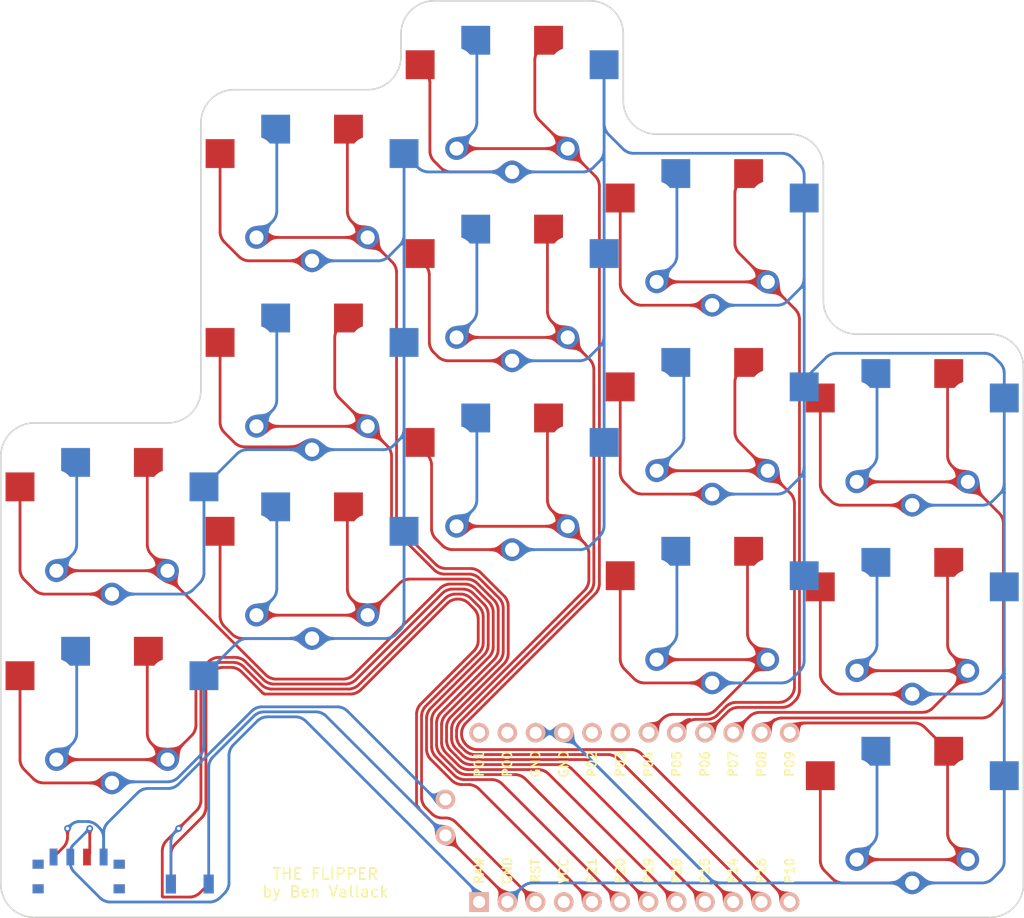
<source format=kicad_pcb>
(kicad_pcb (version 20171130) (host pcbnew "(5.1.10-1-10_14)")
  (title_block (title KEYBOARD_NAME_HERE) (rev VERSION_HERE) (company YOUR_NAME_HERE))
  (layers (0 F.Cu signal) (31 B.Cu signal) (34 B.Paste user) (35 F.Paste user) (36 B.SilkS user) (37 F.SilkS user) (38 B.Mask user) (39 F.Mask user) (44 Edge.Cuts user))
  (net 0 "")
  (net 1 P21)
  (net 2 GND)
  (net 3 P20)
  (net 4 P19)
  (net 5 P18)
  (net 6 P15)
  (net 7 P14)
  (net 8 P16)
  (net 9 P10)
  (net 10 P4)
  (net 11 P5)
  (net 12 P6)
  (net 13 P9)
  (net 14 P7)
  (net 15 P8)
  (net 16 RAW)
  (net 17 RST)
  (net 18 VCC)
  (net 19 P1)
  (net 20 P0)
  (net 21 P2)
  (net 22 P3)
  (net 23 pos)
  (module ProMicro (layer F.Cu) (at 65 9)
    (fp_text reference MCU1 hide)
    (fp_text value "" hide)
    (fp_text user RAW (at -13.97 4.8 90) (layer F.SilkS) (effects (font (size 0.8 0.8))))
    (fp_text user GND (at -11.43 4.8 90) (layer F.SilkS) (effects (font (size 0.8 0.8))))
    (fp_text user RST (at -8.89 4.8 90) (layer F.SilkS) (effects (font (size 0.8 0.8))))
    (fp_text user VCC (at -6.35 4.8 90) (layer F.SilkS) (effects (font (size 0.8 0.8))))
    (fp_text user P21 (at -3.81 4.8 90) (layer F.SilkS) (effects (font (size 0.8 0.8))))
    (fp_text user P20 (at -1.27 4.8 90) (layer F.SilkS) (effects (font (size 0.8 0.8))))
    (fp_text user P19 (at 1.27 4.8 90) (layer F.SilkS) (effects (font (size 0.8 0.8))))
    (fp_text user P18 (at 3.81 4.8 90) (layer F.SilkS) (effects (font (size 0.8 0.8))))
    (fp_text user P15 (at 6.35 4.8 90) (layer F.SilkS) (effects (font (size 0.8 0.8))))
    (fp_text user P14 (at 8.89 4.8 90) (layer F.SilkS) (effects (font (size 0.8 0.8))))
    (fp_text user P16 (at 11.43 4.8 90) (layer F.SilkS) (effects (font (size 0.8 0.8))))
    (fp_text user P10 (at 13.97 4.8 90) (layer F.SilkS) (effects (font (size 0.8 0.8))))
    (fp_text user P01 (at -13.97 -4.8 90) (layer F.SilkS) (effects (font (size 0.8 0.8))))
    (fp_text user P00 (at -11.43 -4.8 90) (layer F.SilkS) (effects (font (size 0.8 0.8))))
    (fp_text user GND (at -8.89 -4.8 90) (layer F.SilkS) (effects (font (size 0.8 0.8))))
    (fp_text user GND (at -6.35 -4.8 90) (layer F.SilkS) (effects (font (size 0.8 0.8))))
    (fp_text user P02 (at -3.81 -4.8 90) (layer F.SilkS) (effects (font (size 0.8 0.8))))
    (fp_text user P03 (at -1.27 -4.8 90) (layer F.SilkS) (effects (font (size 0.8 0.8))))
    (fp_text user P04 (at 1.27 -4.8 90) (layer F.SilkS) (effects (font (size 0.8 0.8))))
    (fp_text user P05 (at 3.81 -4.8 90) (layer F.SilkS) (effects (font (size 0.8 0.8))))
    (fp_text user P06 (at 6.35 -4.8 90) (layer F.SilkS) (effects (font (size 0.8 0.8))))
    (fp_text user P07 (at 8.89 -4.8 90) (layer F.SilkS) (effects (font (size 0.8 0.8))))
    (fp_text user P08 (at 11.43 -4.8 90) (layer F.SilkS) (effects (font (size 0.8 0.8))))
    (fp_text user P09 (at 13.97 -4.8 90) (layer F.SilkS) (effects (font (size 0.8 0.8))))
    (pad 1 thru_hole rect (at -13.97 7.62) (size 1.7526 1.7526) (drill 1.0922) (layers *.Cu *.SilkS *.Mask) (net 16 RAW))
    (pad 2 thru_hole circle (at -11.43 7.62) (size 1.7526 1.7526) (drill 1.0922) (layers *.Cu *.SilkS *.Mask) (net 2 GND))
    (pad 3 thru_hole circle (at -8.89 7.62) (size 1.7526 1.7526) (drill 1.0922) (layers *.Cu *.SilkS *.Mask) (net 17 RST))
    (pad 4 thru_hole circle (at -6.35 7.62) (size 1.7526 1.7526) (drill 1.0922) (layers *.Cu *.SilkS *.Mask) (net 18 VCC))
    (pad 5 thru_hole circle (at -3.81 7.62) (size 1.7526 1.7526) (drill 1.0922) (layers *.Cu *.SilkS *.Mask) (net 1 P21))
    (pad 6 thru_hole circle (at -1.27 7.62) (size 1.7526 1.7526) (drill 1.0922) (layers *.Cu *.SilkS *.Mask) (net 3 P20))
    (pad 7 thru_hole circle (at 1.27 7.62) (size 1.7526 1.7526) (drill 1.0922) (layers *.Cu *.SilkS *.Mask) (net 4 P19))
    (pad 8 thru_hole circle (at 3.81 7.62) (size 1.7526 1.7526) (drill 1.0922) (layers *.Cu *.SilkS *.Mask) (net 5 P18))
    (pad 9 thru_hole circle (at 6.35 7.62) (size 1.7526 1.7526) (drill 1.0922) (layers *.Cu *.SilkS *.Mask) (net 6 P15))
    (pad 10 thru_hole circle (at 8.89 7.62) (size 1.7526 1.7526) (drill 1.0922) (layers *.Cu *.SilkS *.Mask) (net 7 P14))
    (pad 11 thru_hole circle (at 11.43 7.62) (size 1.7526 1.7526) (drill 1.0922) (layers *.Cu *.SilkS *.Mask) (net 8 P16))
    (pad 12 thru_hole circle (at 13.97 7.62) (size 1.7526 1.7526) (drill 1.0922) (layers *.Cu *.SilkS *.Mask) (net 9 P10))
    (pad 13 thru_hole circle (at -13.97 -7.62) (size 1.7526 1.7526) (drill 1.0922) (layers *.Cu *.SilkS *.Mask) (net 19 P1))
    (pad 14 thru_hole circle (at -11.43 -7.62) (size 1.7526 1.7526) (drill 1.0922) (layers *.Cu *.SilkS *.Mask) (net 20 P0))
    (pad 15 thru_hole circle (at -8.89 -7.62) (size 1.7526 1.7526) (drill 1.0922) (layers *.Cu *.SilkS *.Mask) (net 2 GND))
    (pad 16 thru_hole circle (at -6.35 -7.62) (size 1.7526 1.7526) (drill 1.0922) (layers *.Cu *.SilkS *.Mask) (net 2 GND))
    (pad 17 thru_hole circle (at -3.81 -7.62) (size 1.7526 1.7526) (drill 1.0922) (layers *.Cu *.SilkS *.Mask) (net 21 P2))
    (pad 18 thru_hole circle (at -1.27 -7.62) (size 1.7526 1.7526) (drill 1.0922) (layers *.Cu *.SilkS *.Mask) (net 22 P3))
    (pad 19 thru_hole circle (at 1.27 -7.62) (size 1.7526 1.7526) (drill 1.0922) (layers *.Cu *.SilkS *.Mask) (net 10 P4))
    (pad 20 thru_hole circle (at 3.81 -7.62) (size 1.7526 1.7526) (drill 1.0922) (layers *.Cu *.SilkS *.Mask) (net 11 P5))
    (pad 21 thru_hole circle (at 6.35 -7.62) (size 1.7526 1.7526) (drill 1.0922) (layers *.Cu *.SilkS *.Mask) (net 12 P6))
    (pad 22 thru_hole circle (at 8.89 -7.62) (size 1.7526 1.7526) (drill 1.0922) (layers *.Cu *.SilkS *.Mask) (net 14 P7))
    (pad 23 thru_hole circle (at 11.43 -7.62) (size 1.7526 1.7526) (drill 1.0922) (layers *.Cu *.SilkS *.Mask) (net 15 P8))
    (pad 24 thru_hole circle (at 13.97 -7.62) (size 1.7526 1.7526) (drill 1.0922) (layers *.Cu *.SilkS *.Mask) (net 13 P9))
  )
  (module PG1350 (layer F.Cu) (at 18 0)
    (fp_text reference S1 hide)
    (fp_text value "" hide)
    (pad "" np_thru_hole circle (at 0 0) (size 3.429 3.429) (drill 3.429) (layers *.Cu *.Mask))
    (pad "" np_thru_hole circle (at 5.5 0) (size 1.7018 1.7018) (drill 1.7018) (layers *.Cu *.Mask))
    (pad "" np_thru_hole circle (at -5.5 0) (size 1.7018 1.7018) (drill 1.7018) (layers *.Cu *.Mask))
    (pad "" np_thru_hole circle (at 5 -3.75) (size 3 3) (drill 3) (layers *.Cu *.Mask))
    (pad "" np_thru_hole circle (at 0 -5.95) (size 3 3) (drill 3) (layers *.Cu *.Mask))
    (pad 1 smd rect (at -3.275 -5.95) (size 2.6 2.6) (layers B.Cu B.Paste B.Mask) (net 1 P21))
    (pad 2 smd rect (at 8.275 -3.75) (size 2.6 2.6) (layers B.Cu B.Paste B.Mask) (net 2 GND))
    (pad "" np_thru_hole circle (at -5 -3.75) (size 3 3) (drill 3) (layers *.Cu *.Mask))
    (pad "" np_thru_hole circle (at 0 -5.95) (size 3 3) (drill 3) (layers *.Cu *.Mask))
    (pad 1 smd rect (at 3.275 -5.95) (size 2.6 2.6) (layers F.Cu F.Paste F.Mask) (net 1 P21))
    (pad 2 smd rect (at -8.275 -3.75) (size 2.6 2.6) (layers F.Cu F.Paste F.Mask) (net 2 GND))
  )
  (module PG1350 (layer F.Cu) (at 18 0 180)
    (fp_text reference S2 hide)
    (fp_text value "" hide)
    (pad "" np_thru_hole circle (at 0 0) (size 3.429 3.429) (drill 3.429) (layers *.Cu *.Mask))
    (pad "" np_thru_hole circle (at 5.5 0) (size 1.7018 1.7018) (drill 1.7018) (layers *.Cu *.Mask))
    (pad "" np_thru_hole circle (at -5.5 0) (size 1.7018 1.7018) (drill 1.7018) (layers *.Cu *.Mask))
    (pad 1 thru_hole circle (at 5 -3.8) (size 2.032 2.032) (drill 1.27) (layers *.Cu *.Mask) (net 1 P21))
    (pad 2 thru_hole circle (at 0 -5.9) (size 2.032 2.032) (drill 1.27) (layers *.Cu *.Mask) (net 2 GND))
    (pad 1 thru_hole circle (at -5 -3.8) (size 2.032 2.032) (drill 1.27) (layers *.Cu *.Mask) (net 1 P21))
    (pad 2 thru_hole circle (at 0 -5.9) (size 2.032 2.032) (drill 1.27) (layers *.Cu *.Mask) (net 2 GND))
  )
  (module PG1350 (layer F.Cu) (at 18 -17)
    (fp_text reference S3 hide)
    (fp_text value "" hide)
    (pad "" np_thru_hole circle (at 0 0) (size 3.429 3.429) (drill 3.429) (layers *.Cu *.Mask))
    (pad "" np_thru_hole circle (at 5.5 0) (size 1.7018 1.7018) (drill 1.7018) (layers *.Cu *.Mask))
    (pad "" np_thru_hole circle (at -5.5 0) (size 1.7018 1.7018) (drill 1.7018) (layers *.Cu *.Mask))
    (pad "" np_thru_hole circle (at 5 -3.75) (size 3 3) (drill 3) (layers *.Cu *.Mask))
    (pad "" np_thru_hole circle (at 0 -5.95) (size 3 3) (drill 3) (layers *.Cu *.Mask))
    (pad 1 smd rect (at -3.275 -5.95) (size 2.6 2.6) (layers B.Cu B.Paste B.Mask) (net 3 P20))
    (pad 2 smd rect (at 8.275 -3.75) (size 2.6 2.6) (layers B.Cu B.Paste B.Mask) (net 2 GND))
    (pad "" np_thru_hole circle (at -5 -3.75) (size 3 3) (drill 3) (layers *.Cu *.Mask))
    (pad "" np_thru_hole circle (at 0 -5.95) (size 3 3) (drill 3) (layers *.Cu *.Mask))
    (pad 1 smd rect (at 3.275 -5.95) (size 2.6 2.6) (layers F.Cu F.Paste F.Mask) (net 3 P20))
    (pad 2 smd rect (at -8.275 -3.75) (size 2.6 2.6) (layers F.Cu F.Paste F.Mask) (net 2 GND))
  )
  (module PG1350 (layer F.Cu) (at 18 -17 180)
    (fp_text reference S4 hide)
    (fp_text value "" hide)
    (pad "" np_thru_hole circle (at 0 0) (size 3.429 3.429) (drill 3.429) (layers *.Cu *.Mask))
    (pad "" np_thru_hole circle (at 5.5 0) (size 1.7018 1.7018) (drill 1.7018) (layers *.Cu *.Mask))
    (pad "" np_thru_hole circle (at -5.5 0) (size 1.7018 1.7018) (drill 1.7018) (layers *.Cu *.Mask))
    (pad 1 thru_hole circle (at 5 -3.8) (size 2.032 2.032) (drill 1.27) (layers *.Cu *.Mask) (net 3 P20))
    (pad 2 thru_hole circle (at 0 -5.9) (size 2.032 2.032) (drill 1.27) (layers *.Cu *.Mask) (net 2 GND))
    (pad 1 thru_hole circle (at -5 -3.8) (size 2.032 2.032) (drill 1.27) (layers *.Cu *.Mask) (net 3 P20))
    (pad 2 thru_hole circle (at 0 -5.9) (size 2.032 2.032) (drill 1.27) (layers *.Cu *.Mask) (net 2 GND))
  )
  (module PG1350 (layer F.Cu) (at 36 -13)
    (fp_text reference S5 hide)
    (fp_text value "" hide)
    (pad "" np_thru_hole circle (at 0 0) (size 3.429 3.429) (drill 3.429) (layers *.Cu *.Mask))
    (pad "" np_thru_hole circle (at 5.5 0) (size 1.7018 1.7018) (drill 1.7018) (layers *.Cu *.Mask))
    (pad "" np_thru_hole circle (at -5.5 0) (size 1.7018 1.7018) (drill 1.7018) (layers *.Cu *.Mask))
    (pad "" np_thru_hole circle (at 5 -3.75) (size 3 3) (drill 3) (layers *.Cu *.Mask))
    (pad "" np_thru_hole circle (at 0 -5.95) (size 3 3) (drill 3) (layers *.Cu *.Mask))
    (pad 1 smd rect (at -3.275 -5.95) (size 2.6 2.6) (layers B.Cu B.Paste B.Mask) (net 4 P19))
    (pad 2 smd rect (at 8.275 -3.75) (size 2.6 2.6) (layers B.Cu B.Paste B.Mask) (net 2 GND))
    (pad "" np_thru_hole circle (at -5 -3.75) (size 3 3) (drill 3) (layers *.Cu *.Mask))
    (pad "" np_thru_hole circle (at 0 -5.95) (size 3 3) (drill 3) (layers *.Cu *.Mask))
    (pad 1 smd rect (at 3.275 -5.95) (size 2.6 2.6) (layers F.Cu F.Paste F.Mask) (net 4 P19))
    (pad 2 smd rect (at -8.275 -3.75) (size 2.6 2.6) (layers F.Cu F.Paste F.Mask) (net 2 GND))
  )
  (module PG1350 (layer F.Cu) (at 36 -13 180)
    (fp_text reference S6 hide)
    (fp_text value "" hide)
    (pad "" np_thru_hole circle (at 0 0) (size 3.429 3.429) (drill 3.429) (layers *.Cu *.Mask))
    (pad "" np_thru_hole circle (at 5.5 0) (size 1.7018 1.7018) (drill 1.7018) (layers *.Cu *.Mask))
    (pad "" np_thru_hole circle (at -5.5 0) (size 1.7018 1.7018) (drill 1.7018) (layers *.Cu *.Mask))
    (pad 1 thru_hole circle (at 5 -3.8) (size 2.032 2.032) (drill 1.27) (layers *.Cu *.Mask) (net 4 P19))
    (pad 2 thru_hole circle (at 0 -5.9) (size 2.032 2.032) (drill 1.27) (layers *.Cu *.Mask) (net 2 GND))
    (pad 1 thru_hole circle (at -5 -3.8) (size 2.032 2.032) (drill 1.27) (layers *.Cu *.Mask) (net 4 P19))
    (pad 2 thru_hole circle (at 0 -5.9) (size 2.032 2.032) (drill 1.27) (layers *.Cu *.Mask) (net 2 GND))
  )
  (module PG1350 (layer F.Cu) (at 36 -30)
    (fp_text reference S7 hide)
    (fp_text value "" hide)
    (pad "" np_thru_hole circle (at 0 0) (size 3.429 3.429) (drill 3.429) (layers *.Cu *.Mask))
    (pad "" np_thru_hole circle (at 5.5 0) (size 1.7018 1.7018) (drill 1.7018) (layers *.Cu *.Mask))
    (pad "" np_thru_hole circle (at -5.5 0) (size 1.7018 1.7018) (drill 1.7018) (layers *.Cu *.Mask))
    (pad "" np_thru_hole circle (at 5 -3.75) (size 3 3) (drill 3) (layers *.Cu *.Mask))
    (pad "" np_thru_hole circle (at 0 -5.95) (size 3 3) (drill 3) (layers *.Cu *.Mask))
    (pad 1 smd rect (at -3.275 -5.95) (size 2.6 2.6) (layers B.Cu B.Paste B.Mask) (net 5 P18))
    (pad 2 smd rect (at 8.275 -3.75) (size 2.6 2.6) (layers B.Cu B.Paste B.Mask) (net 2 GND))
    (pad "" np_thru_hole circle (at -5 -3.75) (size 3 3) (drill 3) (layers *.Cu *.Mask))
    (pad "" np_thru_hole circle (at 0 -5.95) (size 3 3) (drill 3) (layers *.Cu *.Mask))
    (pad 1 smd rect (at 3.275 -5.95) (size 2.6 2.6) (layers F.Cu F.Paste F.Mask) (net 5 P18))
    (pad 2 smd rect (at -8.275 -3.75) (size 2.6 2.6) (layers F.Cu F.Paste F.Mask) (net 2 GND))
  )
  (module PG1350 (layer F.Cu) (at 36 -30 180)
    (fp_text reference S8 hide)
    (fp_text value "" hide)
    (pad "" np_thru_hole circle (at 0 0) (size 3.429 3.429) (drill 3.429) (layers *.Cu *.Mask))
    (pad "" np_thru_hole circle (at 5.5 0) (size 1.7018 1.7018) (drill 1.7018) (layers *.Cu *.Mask))
    (pad "" np_thru_hole circle (at -5.5 0) (size 1.7018 1.7018) (drill 1.7018) (layers *.Cu *.Mask))
    (pad 1 thru_hole circle (at 5 -3.8) (size 2.032 2.032) (drill 1.27) (layers *.Cu *.Mask) (net 5 P18))
    (pad 2 thru_hole circle (at 0 -5.9) (size 2.032 2.032) (drill 1.27) (layers *.Cu *.Mask) (net 2 GND))
    (pad 1 thru_hole circle (at -5 -3.8) (size 2.032 2.032) (drill 1.27) (layers *.Cu *.Mask) (net 5 P18))
    (pad 2 thru_hole circle (at 0 -5.9) (size 2.032 2.032) (drill 1.27) (layers *.Cu *.Mask) (net 2 GND))
  )
  (module PG1350 (layer F.Cu) (at 36 -47)
    (fp_text reference S9 hide)
    (fp_text value "" hide)
    (pad "" np_thru_hole circle (at 0 0) (size 3.429 3.429) (drill 3.429) (layers *.Cu *.Mask))
    (pad "" np_thru_hole circle (at 5.5 0) (size 1.7018 1.7018) (drill 1.7018) (layers *.Cu *.Mask))
    (pad "" np_thru_hole circle (at -5.5 0) (size 1.7018 1.7018) (drill 1.7018) (layers *.Cu *.Mask))
    (pad "" np_thru_hole circle (at 5 -3.75) (size 3 3) (drill 3) (layers *.Cu *.Mask))
    (pad "" np_thru_hole circle (at 0 -5.95) (size 3 3) (drill 3) (layers *.Cu *.Mask))
    (pad 1 smd rect (at -3.275 -5.95) (size 2.6 2.6) (layers B.Cu B.Paste B.Mask) (net 6 P15))
    (pad 2 smd rect (at 8.275 -3.75) (size 2.6 2.6) (layers B.Cu B.Paste B.Mask) (net 2 GND))
    (pad "" np_thru_hole circle (at -5 -3.75) (size 3 3) (drill 3) (layers *.Cu *.Mask))
    (pad "" np_thru_hole circle (at 0 -5.95) (size 3 3) (drill 3) (layers *.Cu *.Mask))
    (pad 1 smd rect (at 3.275 -5.95) (size 2.6 2.6) (layers F.Cu F.Paste F.Mask) (net 6 P15))
    (pad 2 smd rect (at -8.275 -3.75) (size 2.6 2.6) (layers F.Cu F.Paste F.Mask) (net 2 GND))
  )
  (module PG1350 (layer F.Cu) (at 36 -47 180)
    (fp_text reference S10 hide)
    (fp_text value "" hide)
    (pad "" np_thru_hole circle (at 0 0) (size 3.429 3.429) (drill 3.429) (layers *.Cu *.Mask))
    (pad "" np_thru_hole circle (at 5.5 0) (size 1.7018 1.7018) (drill 1.7018) (layers *.Cu *.Mask))
    (pad "" np_thru_hole circle (at -5.5 0) (size 1.7018 1.7018) (drill 1.7018) (layers *.Cu *.Mask))
    (pad 1 thru_hole circle (at 5 -3.8) (size 2.032 2.032) (drill 1.27) (layers *.Cu *.Mask) (net 6 P15))
    (pad 2 thru_hole circle (at 0 -5.9) (size 2.032 2.032) (drill 1.27) (layers *.Cu *.Mask) (net 2 GND))
    (pad 1 thru_hole circle (at -5 -3.8) (size 2.032 2.032) (drill 1.27) (layers *.Cu *.Mask) (net 6 P15))
    (pad 2 thru_hole circle (at 0 -5.9) (size 2.032 2.032) (drill 1.27) (layers *.Cu *.Mask) (net 2 GND))
  )
  (module PG1350 (layer F.Cu) (at 54 -21)
    (fp_text reference S11 hide)
    (fp_text value "" hide)
    (pad "" np_thru_hole circle (at 0 0) (size 3.429 3.429) (drill 3.429) (layers *.Cu *.Mask))
    (pad "" np_thru_hole circle (at 5.5 0) (size 1.7018 1.7018) (drill 1.7018) (layers *.Cu *.Mask))
    (pad "" np_thru_hole circle (at -5.5 0) (size 1.7018 1.7018) (drill 1.7018) (layers *.Cu *.Mask))
    (pad "" np_thru_hole circle (at 5 -3.75) (size 3 3) (drill 3) (layers *.Cu *.Mask))
    (pad "" np_thru_hole circle (at 0 -5.95) (size 3 3) (drill 3) (layers *.Cu *.Mask))
    (pad 1 smd rect (at -3.275 -5.95) (size 2.6 2.6) (layers B.Cu B.Paste B.Mask) (net 7 P14))
    (pad 2 smd rect (at 8.275 -3.75) (size 2.6 2.6) (layers B.Cu B.Paste B.Mask) (net 2 GND))
    (pad "" np_thru_hole circle (at -5 -3.75) (size 3 3) (drill 3) (layers *.Cu *.Mask))
    (pad "" np_thru_hole circle (at 0 -5.95) (size 3 3) (drill 3) (layers *.Cu *.Mask))
    (pad 1 smd rect (at 3.275 -5.95) (size 2.6 2.6) (layers F.Cu F.Paste F.Mask) (net 7 P14))
    (pad 2 smd rect (at -8.275 -3.75) (size 2.6 2.6) (layers F.Cu F.Paste F.Mask) (net 2 GND))
  )
  (module PG1350 (layer F.Cu) (at 54 -21 180)
    (fp_text reference S12 hide)
    (fp_text value "" hide)
    (pad "" np_thru_hole circle (at 0 0) (size 3.429 3.429) (drill 3.429) (layers *.Cu *.Mask))
    (pad "" np_thru_hole circle (at 5.5 0) (size 1.7018 1.7018) (drill 1.7018) (layers *.Cu *.Mask))
    (pad "" np_thru_hole circle (at -5.5 0) (size 1.7018 1.7018) (drill 1.7018) (layers *.Cu *.Mask))
    (pad 1 thru_hole circle (at 5 -3.8) (size 2.032 2.032) (drill 1.27) (layers *.Cu *.Mask) (net 7 P14))
    (pad 2 thru_hole circle (at 0 -5.9) (size 2.032 2.032) (drill 1.27) (layers *.Cu *.Mask) (net 2 GND))
    (pad 1 thru_hole circle (at -5 -3.8) (size 2.032 2.032) (drill 1.27) (layers *.Cu *.Mask) (net 7 P14))
    (pad 2 thru_hole circle (at 0 -5.9) (size 2.032 2.032) (drill 1.27) (layers *.Cu *.Mask) (net 2 GND))
  )
  (module PG1350 (layer F.Cu) (at 54 -38)
    (fp_text reference S13 hide)
    (fp_text value "" hide)
    (pad "" np_thru_hole circle (at 0 0) (size 3.429 3.429) (drill 3.429) (layers *.Cu *.Mask))
    (pad "" np_thru_hole circle (at 5.5 0) (size 1.7018 1.7018) (drill 1.7018) (layers *.Cu *.Mask))
    (pad "" np_thru_hole circle (at -5.5 0) (size 1.7018 1.7018) (drill 1.7018) (layers *.Cu *.Mask))
    (pad "" np_thru_hole circle (at 5 -3.75) (size 3 3) (drill 3) (layers *.Cu *.Mask))
    (pad "" np_thru_hole circle (at 0 -5.95) (size 3 3) (drill 3) (layers *.Cu *.Mask))
    (pad 1 smd rect (at -3.275 -5.95) (size 2.6 2.6) (layers B.Cu B.Paste B.Mask) (net 8 P16))
    (pad 2 smd rect (at 8.275 -3.75) (size 2.6 2.6) (layers B.Cu B.Paste B.Mask) (net 2 GND))
    (pad "" np_thru_hole circle (at -5 -3.75) (size 3 3) (drill 3) (layers *.Cu *.Mask))
    (pad "" np_thru_hole circle (at 0 -5.95) (size 3 3) (drill 3) (layers *.Cu *.Mask))
    (pad 1 smd rect (at 3.275 -5.95) (size 2.6 2.6) (layers F.Cu F.Paste F.Mask) (net 8 P16))
    (pad 2 smd rect (at -8.275 -3.75) (size 2.6 2.6) (layers F.Cu F.Paste F.Mask) (net 2 GND))
  )
  (module PG1350 (layer F.Cu) (at 54 -38 180)
    (fp_text reference S14 hide)
    (fp_text value "" hide)
    (pad "" np_thru_hole circle (at 0 0) (size 3.429 3.429) (drill 3.429) (layers *.Cu *.Mask))
    (pad "" np_thru_hole circle (at 5.5 0) (size 1.7018 1.7018) (drill 1.7018) (layers *.Cu *.Mask))
    (pad "" np_thru_hole circle (at -5.5 0) (size 1.7018 1.7018) (drill 1.7018) (layers *.Cu *.Mask))
    (pad 1 thru_hole circle (at 5 -3.8) (size 2.032 2.032) (drill 1.27) (layers *.Cu *.Mask) (net 8 P16))
    (pad 2 thru_hole circle (at 0 -5.9) (size 2.032 2.032) (drill 1.27) (layers *.Cu *.Mask) (net 2 GND))
    (pad 1 thru_hole circle (at -5 -3.8) (size 2.032 2.032) (drill 1.27) (layers *.Cu *.Mask) (net 8 P16))
    (pad 2 thru_hole circle (at 0 -5.9) (size 2.032 2.032) (drill 1.27) (layers *.Cu *.Mask) (net 2 GND))
  )
  (module PG1350 (layer F.Cu) (at 54 -55)
    (fp_text reference S15 hide)
    (fp_text value "" hide)
    (pad "" np_thru_hole circle (at 0 0) (size 3.429 3.429) (drill 3.429) (layers *.Cu *.Mask))
    (pad "" np_thru_hole circle (at 5.5 0) (size 1.7018 1.7018) (drill 1.7018) (layers *.Cu *.Mask))
    (pad "" np_thru_hole circle (at -5.5 0) (size 1.7018 1.7018) (drill 1.7018) (layers *.Cu *.Mask))
    (pad "" np_thru_hole circle (at 5 -3.75) (size 3 3) (drill 3) (layers *.Cu *.Mask))
    (pad "" np_thru_hole circle (at 0 -5.95) (size 3 3) (drill 3) (layers *.Cu *.Mask))
    (pad 1 smd rect (at -3.275 -5.95) (size 2.6 2.6) (layers B.Cu B.Paste B.Mask) (net 9 P10))
    (pad 2 smd rect (at 8.275 -3.75) (size 2.6 2.6) (layers B.Cu B.Paste B.Mask) (net 2 GND))
    (pad "" np_thru_hole circle (at -5 -3.75) (size 3 3) (drill 3) (layers *.Cu *.Mask))
    (pad "" np_thru_hole circle (at 0 -5.95) (size 3 3) (drill 3) (layers *.Cu *.Mask))
    (pad 1 smd rect (at 3.275 -5.95) (size 2.6 2.6) (layers F.Cu F.Paste F.Mask) (net 9 P10))
    (pad 2 smd rect (at -8.275 -3.75) (size 2.6 2.6) (layers F.Cu F.Paste F.Mask) (net 2 GND))
  )
  (module PG1350 (layer F.Cu) (at 54 -55 180)
    (fp_text reference S16 hide)
    (fp_text value "" hide)
    (pad "" np_thru_hole circle (at 0 0) (size 3.429 3.429) (drill 3.429) (layers *.Cu *.Mask))
    (pad "" np_thru_hole circle (at 5.5 0) (size 1.7018 1.7018) (drill 1.7018) (layers *.Cu *.Mask))
    (pad "" np_thru_hole circle (at -5.5 0) (size 1.7018 1.7018) (drill 1.7018) (layers *.Cu *.Mask))
    (pad 1 thru_hole circle (at 5 -3.8) (size 2.032 2.032) (drill 1.27) (layers *.Cu *.Mask) (net 9 P10))
    (pad 2 thru_hole circle (at 0 -5.9) (size 2.032 2.032) (drill 1.27) (layers *.Cu *.Mask) (net 2 GND))
    (pad 1 thru_hole circle (at -5 -3.8) (size 2.032 2.032) (drill 1.27) (layers *.Cu *.Mask) (net 9 P10))
    (pad 2 thru_hole circle (at 0 -5.9) (size 2.032 2.032) (drill 1.27) (layers *.Cu *.Mask) (net 2 GND))
  )
  (module PG1350 (layer F.Cu) (at 72 -9)
    (fp_text reference S17 hide)
    (fp_text value "" hide)
    (pad "" np_thru_hole circle (at 0 0) (size 3.429 3.429) (drill 3.429) (layers *.Cu *.Mask))
    (pad "" np_thru_hole circle (at 5.5 0) (size 1.7018 1.7018) (drill 1.7018) (layers *.Cu *.Mask))
    (pad "" np_thru_hole circle (at -5.5 0) (size 1.7018 1.7018) (drill 1.7018) (layers *.Cu *.Mask))
    (pad "" np_thru_hole circle (at 5 -3.75) (size 3 3) (drill 3) (layers *.Cu *.Mask))
    (pad "" np_thru_hole circle (at 0 -5.95) (size 3 3) (drill 3) (layers *.Cu *.Mask))
    (pad 1 smd rect (at -3.275 -5.95) (size 2.6 2.6) (layers B.Cu B.Paste B.Mask) (net 10 P4))
    (pad 2 smd rect (at 8.275 -3.75) (size 2.6 2.6) (layers B.Cu B.Paste B.Mask) (net 2 GND))
    (pad "" np_thru_hole circle (at -5 -3.75) (size 3 3) (drill 3) (layers *.Cu *.Mask))
    (pad "" np_thru_hole circle (at 0 -5.95) (size 3 3) (drill 3) (layers *.Cu *.Mask))
    (pad 1 smd rect (at 3.275 -5.95) (size 2.6 2.6) (layers F.Cu F.Paste F.Mask) (net 10 P4))
    (pad 2 smd rect (at -8.275 -3.75) (size 2.6 2.6) (layers F.Cu F.Paste F.Mask) (net 2 GND))
  )
  (module PG1350 (layer F.Cu) (at 72 -9 180)
    (fp_text reference S18 hide)
    (fp_text value "" hide)
    (pad "" np_thru_hole circle (at 0 0) (size 3.429 3.429) (drill 3.429) (layers *.Cu *.Mask))
    (pad "" np_thru_hole circle (at 5.5 0) (size 1.7018 1.7018) (drill 1.7018) (layers *.Cu *.Mask))
    (pad "" np_thru_hole circle (at -5.5 0) (size 1.7018 1.7018) (drill 1.7018) (layers *.Cu *.Mask))
    (pad 1 thru_hole circle (at 5 -3.8) (size 2.032 2.032) (drill 1.27) (layers *.Cu *.Mask) (net 10 P4))
    (pad 2 thru_hole circle (at 0 -5.9) (size 2.032 2.032) (drill 1.27) (layers *.Cu *.Mask) (net 2 GND))
    (pad 1 thru_hole circle (at -5 -3.8) (size 2.032 2.032) (drill 1.27) (layers *.Cu *.Mask) (net 10 P4))
    (pad 2 thru_hole circle (at 0 -5.9) (size 2.032 2.032) (drill 1.27) (layers *.Cu *.Mask) (net 2 GND))
  )
  (module PG1350 (layer F.Cu) (at 72 -26)
    (fp_text reference S19 hide)
    (fp_text value "" hide)
    (pad "" np_thru_hole circle (at 0 0) (size 3.429 3.429) (drill 3.429) (layers *.Cu *.Mask))
    (pad "" np_thru_hole circle (at 5.5 0) (size 1.7018 1.7018) (drill 1.7018) (layers *.Cu *.Mask))
    (pad "" np_thru_hole circle (at -5.5 0) (size 1.7018 1.7018) (drill 1.7018) (layers *.Cu *.Mask))
    (pad "" np_thru_hole circle (at 5 -3.75) (size 3 3) (drill 3) (layers *.Cu *.Mask))
    (pad "" np_thru_hole circle (at 0 -5.95) (size 3 3) (drill 3) (layers *.Cu *.Mask))
    (pad 1 smd rect (at -3.275 -5.95) (size 2.6 2.6) (layers B.Cu B.Paste B.Mask) (net 11 P5))
    (pad 2 smd rect (at 8.275 -3.75) (size 2.6 2.6) (layers B.Cu B.Paste B.Mask) (net 2 GND))
    (pad "" np_thru_hole circle (at -5 -3.75) (size 3 3) (drill 3) (layers *.Cu *.Mask))
    (pad "" np_thru_hole circle (at 0 -5.95) (size 3 3) (drill 3) (layers *.Cu *.Mask))
    (pad 1 smd rect (at 3.275 -5.95) (size 2.6 2.6) (layers F.Cu F.Paste F.Mask) (net 11 P5))
    (pad 2 smd rect (at -8.275 -3.75) (size 2.6 2.6) (layers F.Cu F.Paste F.Mask) (net 2 GND))
  )
  (module PG1350 (layer F.Cu) (at 72 -26 180)
    (fp_text reference S20 hide)
    (fp_text value "" hide)
    (pad "" np_thru_hole circle (at 0 0) (size 3.429 3.429) (drill 3.429) (layers *.Cu *.Mask))
    (pad "" np_thru_hole circle (at 5.5 0) (size 1.7018 1.7018) (drill 1.7018) (layers *.Cu *.Mask))
    (pad "" np_thru_hole circle (at -5.5 0) (size 1.7018 1.7018) (drill 1.7018) (layers *.Cu *.Mask))
    (pad 1 thru_hole circle (at 5 -3.8) (size 2.032 2.032) (drill 1.27) (layers *.Cu *.Mask) (net 11 P5))
    (pad 2 thru_hole circle (at 0 -5.9) (size 2.032 2.032) (drill 1.27) (layers *.Cu *.Mask) (net 2 GND))
    (pad 1 thru_hole circle (at -5 -3.8) (size 2.032 2.032) (drill 1.27) (layers *.Cu *.Mask) (net 11 P5))
    (pad 2 thru_hole circle (at 0 -5.9) (size 2.032 2.032) (drill 1.27) (layers *.Cu *.Mask) (net 2 GND))
  )
  (module PG1350 (layer F.Cu) (at 72 -43)
    (fp_text reference S21 hide)
    (fp_text value "" hide)
    (pad "" np_thru_hole circle (at 0 0) (size 3.429 3.429) (drill 3.429) (layers *.Cu *.Mask))
    (pad "" np_thru_hole circle (at 5.5 0) (size 1.7018 1.7018) (drill 1.7018) (layers *.Cu *.Mask))
    (pad "" np_thru_hole circle (at -5.5 0) (size 1.7018 1.7018) (drill 1.7018) (layers *.Cu *.Mask))
    (pad "" np_thru_hole circle (at 5 -3.75) (size 3 3) (drill 3) (layers *.Cu *.Mask))
    (pad "" np_thru_hole circle (at 0 -5.95) (size 3 3) (drill 3) (layers *.Cu *.Mask))
    (pad 1 smd rect (at -3.275 -5.95) (size 2.6 2.6) (layers B.Cu B.Paste B.Mask) (net 12 P6))
    (pad 2 smd rect (at 8.275 -3.75) (size 2.6 2.6) (layers B.Cu B.Paste B.Mask) (net 2 GND))
    (pad "" np_thru_hole circle (at -5 -3.75) (size 3 3) (drill 3) (layers *.Cu *.Mask))
    (pad "" np_thru_hole circle (at 0 -5.95) (size 3 3) (drill 3) (layers *.Cu *.Mask))
    (pad 1 smd rect (at 3.275 -5.95) (size 2.6 2.6) (layers F.Cu F.Paste F.Mask) (net 12 P6))
    (pad 2 smd rect (at -8.275 -3.75) (size 2.6 2.6) (layers F.Cu F.Paste F.Mask) (net 2 GND))
  )
  (module PG1350 (layer F.Cu) (at 72 -43 180)
    (fp_text reference S22 hide)
    (fp_text value "" hide)
    (pad "" np_thru_hole circle (at 0 0) (size 3.429 3.429) (drill 3.429) (layers *.Cu *.Mask))
    (pad "" np_thru_hole circle (at 5.5 0) (size 1.7018 1.7018) (drill 1.7018) (layers *.Cu *.Mask))
    (pad "" np_thru_hole circle (at -5.5 0) (size 1.7018 1.7018) (drill 1.7018) (layers *.Cu *.Mask))
    (pad 1 thru_hole circle (at 5 -3.8) (size 2.032 2.032) (drill 1.27) (layers *.Cu *.Mask) (net 12 P6))
    (pad 2 thru_hole circle (at 0 -5.9) (size 2.032 2.032) (drill 1.27) (layers *.Cu *.Mask) (net 2 GND))
    (pad 1 thru_hole circle (at -5 -3.8) (size 2.032 2.032) (drill 1.27) (layers *.Cu *.Mask) (net 12 P6))
    (pad 2 thru_hole circle (at 0 -5.9) (size 2.032 2.032) (drill 1.27) (layers *.Cu *.Mask) (net 2 GND))
  )
  (module PG1350 (layer F.Cu) (at 90 9)
    (fp_text reference S23 hide)
    (fp_text value "" hide)
    (pad "" np_thru_hole circle (at 0 0) (size 3.429 3.429) (drill 3.429) (layers *.Cu *.Mask))
    (pad "" np_thru_hole circle (at 5.5 0) (size 1.7018 1.7018) (drill 1.7018) (layers *.Cu *.Mask))
    (pad "" np_thru_hole circle (at -5.5 0) (size 1.7018 1.7018) (drill 1.7018) (layers *.Cu *.Mask))
    (pad "" np_thru_hole circle (at 5 -3.75) (size 3 3) (drill 3) (layers *.Cu *.Mask))
    (pad "" np_thru_hole circle (at 0 -5.95) (size 3 3) (drill 3) (layers *.Cu *.Mask))
    (pad 1 smd rect (at -3.275 -5.95) (size 2.6 2.6) (layers B.Cu B.Paste B.Mask) (net 13 P9))
    (pad 2 smd rect (at 8.275 -3.75) (size 2.6 2.6) (layers B.Cu B.Paste B.Mask) (net 2 GND))
    (pad "" np_thru_hole circle (at -5 -3.75) (size 3 3) (drill 3) (layers *.Cu *.Mask))
    (pad "" np_thru_hole circle (at 0 -5.95) (size 3 3) (drill 3) (layers *.Cu *.Mask))
    (pad 1 smd rect (at 3.275 -5.95) (size 2.6 2.6) (layers F.Cu F.Paste F.Mask) (net 13 P9))
    (pad 2 smd rect (at -8.275 -3.75) (size 2.6 2.6) (layers F.Cu F.Paste F.Mask) (net 2 GND))
  )
  (module PG1350 (layer F.Cu) (at 90 9 180)
    (fp_text reference S24 hide)
    (fp_text value "" hide)
    (pad "" np_thru_hole circle (at 0 0) (size 3.429 3.429) (drill 3.429) (layers *.Cu *.Mask))
    (pad "" np_thru_hole circle (at 5.5 0) (size 1.7018 1.7018) (drill 1.7018) (layers *.Cu *.Mask))
    (pad "" np_thru_hole circle (at -5.5 0) (size 1.7018 1.7018) (drill 1.7018) (layers *.Cu *.Mask))
    (pad 1 thru_hole circle (at 5 -3.8) (size 2.032 2.032) (drill 1.27) (layers *.Cu *.Mask) (net 13 P9))
    (pad 2 thru_hole circle (at 0 -5.9) (size 2.032 2.032) (drill 1.27) (layers *.Cu *.Mask) (net 2 GND))
    (pad 1 thru_hole circle (at -5 -3.8) (size 2.032 2.032) (drill 1.27) (layers *.Cu *.Mask) (net 13 P9))
    (pad 2 thru_hole circle (at 0 -5.9) (size 2.032 2.032) (drill 1.27) (layers *.Cu *.Mask) (net 2 GND))
  )
  (module PG1350 (layer F.Cu) (at 90 -8)
    (fp_text reference S25 hide)
    (fp_text value "" hide)
    (pad "" np_thru_hole circle (at 0 0) (size 3.429 3.429) (drill 3.429) (layers *.Cu *.Mask))
    (pad "" np_thru_hole circle (at 5.5 0) (size 1.7018 1.7018) (drill 1.7018) (layers *.Cu *.Mask))
    (pad "" np_thru_hole circle (at -5.5 0) (size 1.7018 1.7018) (drill 1.7018) (layers *.Cu *.Mask))
    (pad "" np_thru_hole circle (at 5 -3.75) (size 3 3) (drill 3) (layers *.Cu *.Mask))
    (pad "" np_thru_hole circle (at 0 -5.95) (size 3 3) (drill 3) (layers *.Cu *.Mask))
    (pad 1 smd rect (at -3.275 -5.95) (size 2.6 2.6) (layers B.Cu B.Paste B.Mask) (net 14 P7))
    (pad 2 smd rect (at 8.275 -3.75) (size 2.6 2.6) (layers B.Cu B.Paste B.Mask) (net 2 GND))
    (pad "" np_thru_hole circle (at -5 -3.75) (size 3 3) (drill 3) (layers *.Cu *.Mask))
    (pad "" np_thru_hole circle (at 0 -5.95) (size 3 3) (drill 3) (layers *.Cu *.Mask))
    (pad 1 smd rect (at 3.275 -5.95) (size 2.6 2.6) (layers F.Cu F.Paste F.Mask) (net 14 P7))
    (pad 2 smd rect (at -8.275 -3.75) (size 2.6 2.6) (layers F.Cu F.Paste F.Mask) (net 2 GND))
  )
  (module PG1350 (layer F.Cu) (at 90 -8 180)
    (fp_text reference S26 hide)
    (fp_text value "" hide)
    (pad "" np_thru_hole circle (at 0 0) (size 3.429 3.429) (drill 3.429) (layers *.Cu *.Mask))
    (pad "" np_thru_hole circle (at 5.5 0) (size 1.7018 1.7018) (drill 1.7018) (layers *.Cu *.Mask))
    (pad "" np_thru_hole circle (at -5.5 0) (size 1.7018 1.7018) (drill 1.7018) (layers *.Cu *.Mask))
    (pad 1 thru_hole circle (at 5 -3.8) (size 2.032 2.032) (drill 1.27) (layers *.Cu *.Mask) (net 14 P7))
    (pad 2 thru_hole circle (at 0 -5.9) (size 2.032 2.032) (drill 1.27) (layers *.Cu *.Mask) (net 2 GND))
    (pad 1 thru_hole circle (at -5 -3.8) (size 2.032 2.032) (drill 1.27) (layers *.Cu *.Mask) (net 14 P7))
    (pad 2 thru_hole circle (at 0 -5.9) (size 2.032 2.032) (drill 1.27) (layers *.Cu *.Mask) (net 2 GND))
  )
  (module PG1350 (layer F.Cu) (at 90 -25)
    (fp_text reference S27 hide)
    (fp_text value "" hide)
    (pad "" np_thru_hole circle (at 0 0) (size 3.429 3.429) (drill 3.429) (layers *.Cu *.Mask))
    (pad "" np_thru_hole circle (at 5.5 0) (size 1.7018 1.7018) (drill 1.7018) (layers *.Cu *.Mask))
    (pad "" np_thru_hole circle (at -5.5 0) (size 1.7018 1.7018) (drill 1.7018) (layers *.Cu *.Mask))
    (pad "" np_thru_hole circle (at 5 -3.75) (size 3 3) (drill 3) (layers *.Cu *.Mask))
    (pad "" np_thru_hole circle (at 0 -5.95) (size 3 3) (drill 3) (layers *.Cu *.Mask))
    (pad 1 smd rect (at -3.275 -5.95) (size 2.6 2.6) (layers B.Cu B.Paste B.Mask) (net 15 P8))
    (pad 2 smd rect (at 8.275 -3.75) (size 2.6 2.6) (layers B.Cu B.Paste B.Mask) (net 2 GND))
    (pad "" np_thru_hole circle (at -5 -3.75) (size 3 3) (drill 3) (layers *.Cu *.Mask))
    (pad "" np_thru_hole circle (at 0 -5.95) (size 3 3) (drill 3) (layers *.Cu *.Mask))
    (pad 1 smd rect (at 3.275 -5.95) (size 2.6 2.6) (layers F.Cu F.Paste F.Mask) (net 15 P8))
    (pad 2 smd rect (at -8.275 -3.75) (size 2.6 2.6) (layers F.Cu F.Paste F.Mask) (net 2 GND))
  )
  (module PG1350 (layer F.Cu) (at 90 -25 180)
    (fp_text reference S28 hide)
    (fp_text value "" hide)
    (pad "" np_thru_hole circle (at 0 0) (size 3.429 3.429) (drill 3.429) (layers *.Cu *.Mask))
    (pad "" np_thru_hole circle (at 5.5 0) (size 1.7018 1.7018) (drill 1.7018) (layers *.Cu *.Mask))
    (pad "" np_thru_hole circle (at -5.5 0) (size 1.7018 1.7018) (drill 1.7018) (layers *.Cu *.Mask))
    (pad 1 thru_hole circle (at 5 -3.8) (size 2.032 2.032) (drill 1.27) (layers *.Cu *.Mask) (net 15 P8))
    (pad 2 thru_hole circle (at 0 -5.9) (size 2.032 2.032) (drill 1.27) (layers *.Cu *.Mask) (net 2 GND))
    (pad 1 thru_hole circle (at -5 -3.8) (size 2.032 2.032) (drill 1.27) (layers *.Cu *.Mask) (net 15 P8))
    (pad 2 thru_hole circle (at 0 -5.9) (size 2.032 2.032) (drill 1.27) (layers *.Cu *.Mask) (net 2 GND))
  )
  (module Button_Switch_SMD:SW_SPDT_PCM12 (layer F.Cu) (at 15 14)
    (fp_text reference "" (at 0 0) (layer F.SilkS) (effects (font (size 1.27 1.27))))
    (fp_text value "" (at 0 0) (layer F.SilkS) (effects (font (size 1.27 1.27))))
    (pad "" np_thru_hole circle (at -1.5 0.33) (size 0.9 0.9) (drill 0.9) (layers *.Cu *.Mask))
    (pad "" np_thru_hole circle (at 1.5 0.33) (size 0.9 0.9) (drill 0.9) (layers *.Cu *.Mask))
    (pad 1 smd rect (at -2.25 -1.43) (size 0.7 1.5) (layers F.Cu F.Paste F.Mask) (net 23 pos))
    (pad 2 smd rect (at 0.75 -1.43) (size 0.7 1.5) (layers F.Cu F.Paste F.Mask) (net 16 RAW))
    (pad 3 smd rect (at 2.25 -1.43) (size 0.7 1.5) (layers F.Cu F.Paste F.Mask))
    (pad "" smd rect (at -3.65 1.43) (size 1 0.8) (layers F.Cu F.Paste F.Mask))
    (pad "" smd rect (at 3.65 1.43) (size 1 0.8) (layers F.Cu F.Paste F.Mask))
    (pad "" smd rect (at 3.65 -0.78) (size 1 0.8) (layers F.Cu F.Paste F.Mask))
    (pad "" smd rect (at -3.65 -0.78) (size 1 0.8) (layers F.Cu F.Paste F.Mask))
    (pad "" np_thru_hole circle (at -1.5 0.33) (size 0.9 0.9) (drill 0.9) (layers *.Cu *.Mask))
    (pad "" np_thru_hole circle (at 1.5 0.33) (size 0.9 0.9) (drill 0.9) (layers *.Cu *.Mask))
    (pad 1 smd rect (at 2.25 -1.43) (size 0.7 1.5) (layers B.Cu B.Paste B.Mask) (net 23 pos))
    (pad 2 smd rect (at -0.75 -1.43) (size 0.7 1.5) (layers B.Cu B.Paste B.Mask) (net 16 RAW))
    (pad 3 smd rect (at -2.25 -1.43) (size 0.7 1.5) (layers B.Cu B.Paste B.Mask))
    (pad "" smd rect (at 3.65 1.43) (size 1 0.8) (layers B.Cu B.Paste B.Mask))
    (pad "" smd rect (at -3.65 1.43) (size 1 0.8) (layers B.Cu B.Paste B.Mask))
    (pad "" smd rect (at -3.65 -0.78) (size 1 0.8) (layers B.Cu B.Paste B.Mask))
    (pad "" smd rect (at 3.65 -0.78) (size 1 0.8) (layers B.Cu B.Paste B.Mask))
  )
  (module VIA-0.6mm (layer F.Cu) (at 16 10)
    (fp_text reference REF** hide)
    (fp_text value VIA-0.6mm hide)
    (pad 1 thru_hole circle (at 0 0) (size 0.6 0.6) (drill 0.3) (layers *.Cu) (net 16 RAW))
  )
  (module VIA-0.6mm (layer F.Cu) (at 14 10)
    (fp_text reference REF** hide)
    (fp_text value VIA-0.6mm hide)
    (pad 1 thru_hole circle (at 0 0) (size 0.6 0.6) (drill 0.3) (layers *.Cu) (net 23 pos))
  )
  (module VIA-0.6mm (layer F.Cu) (at 24 10)
    (fp_text reference REF** hide)
    (fp_text value VIA-0.6mm hide)
    (pad 1 thru_hole circle (at 0 0) (size 0.6 0.6) (drill 0.3) (layers *.Cu) (net 17 RST))
  )
  (module Button_Switch_SMD:SW_SPST_B3U-1000P (layer F.Cu) (at 25 15)
    (fp_text reference "" (at 0 0) (layer F.SilkS) (effects (font (size 1.27 1.27))))
    (fp_text value "" (at 0 0) (layer F.SilkS) (effects (font (size 1.27 1.27))))
    (pad 1 smd rect (at -1.7 0) (size 0.9 1.7) (layers B.Cu B.Paste B.Mask) (net 17 RST))
    (pad 2 smd rect (at 1.7 0) (size 0.9 1.7) (layers B.Cu B.Paste B.Mask) (net 2 GND))
    (pad 1 smd rect (at 1.7 0) (size 0.9 1.7) (layers F.Cu F.Paste F.Mask) (net 17 RST))
    (pad 2 smd rect (at -1.7 0) (size 0.9 1.7) (layers F.Cu F.Paste F.Mask) (net 2 GND))
  )
  (module lib:bat (layer F.Cu) (at 48 9)
    (fp_text reference "" (at 0 0) (layer F.SilkS) (effects (font (size 1.27 1.27))))
    (fp_text value "" (at 0 0) (layer F.SilkS) (effects (font (size 1.27 1.27))))
    (pad 1 thru_hole circle (at 0 -1.62) (size 1.7526 1.7526) (drill 1.0922) (layers *.Cu *.SilkS *.Mask) (net 23 pos))
    (pad 2 thru_hole circle (at 0 1.62) (size 1.7526 1.7526) (drill 1.0922) (layers *.Cu *.SilkS *.Mask) (net 2 GND))
  )
  (gr_text "THE FLIPPER\nby Ben Vallack" (at 37.2 14.9) (layer F.SilkS) (effects (font (size 1 1))))
  (gr_line (start 8 15) (end 8 -23.5) (angle 90) (layer Edge.Cuts) (width 0.15))
  (gr_line (start 11 -26.5) (end 23 -26.5) (angle 90) (layer Edge.Cuts) (width 0.15))
  (gr_line (start 26 -29.5) (end 26 -53.5) (angle 90) (layer Edge.Cuts) (width 0.15))
  (gr_line (start 29 -56.5) (end 41 -56.5) (angle 90) (layer Edge.Cuts) (width 0.15))
  (gr_line (start 47 -64.5) (end 61 -64.5) (angle 90) (layer Edge.Cuts) (width 0.15))
  (gr_line (start 64 -55.5) (end 64 -61.5) (angle 90) (layer Edge.Cuts) (width 0.15))
  (gr_line (start 44 -59.5) (end 44 -61.5) (angle 90) (layer Edge.Cuts) (width 0.15))
  (gr_line (start 67 -52.5) (end 79 -52.5) (angle 90) (layer Edge.Cuts) (width 0.15))
  (gr_line (start 82 -37.5) (end 82 -49.5) (angle 90) (layer Edge.Cuts) (width 0.15))
  (gr_line (start 11 18) (end 97 18) (angle 90) (layer Edge.Cuts) (width 0.15))
  (gr_line (start 100 15) (end 100 -31.5) (angle 90) (layer Edge.Cuts) (width 0.15))
  (gr_line (start 85 -34.5) (end 97 -34.5) (angle 90) (layer Edge.Cuts) (width 0.15))
  (gr_arc (start 11 -23.5) (end 11 -26.5) (angle -90) (layer Edge.Cuts) (width 0.15))
  (gr_arc (start 23 -29.5) (end 23 -26.5) (angle -90) (layer Edge.Cuts) (width 0.15))
  (gr_arc (start 29 -53.5) (end 29 -56.5) (angle -90) (layer Edge.Cuts) (width 0.15))
  (gr_arc (start 41 -59.5) (end 41 -56.5) (angle -90) (layer Edge.Cuts) (width 0.15))
  (gr_arc (start 47 -61.5) (end 47 -64.5) (angle -90) (layer Edge.Cuts) (width 0.15))
  (gr_arc (start 61 -61.5) (end 64 -61.5) (angle -90) (layer Edge.Cuts) (width 0.15))
  (gr_arc (start 67 -55.5) (end 64 -55.5) (angle -90) (layer Edge.Cuts) (width 0.15))
  (gr_arc (start 79 -49.5) (end 82 -49.5) (angle -90) (layer Edge.Cuts) (width 0.15))
  (gr_arc (start 85 -37.5) (end 82 -37.5) (angle -90) (layer Edge.Cuts) (width 0.15))
  (gr_arc (start 97 -31.5) (end 100 -31.5) (angle -90) (layer Edge.Cuts) (width 0.15))
  (gr_arc (start 97 15) (end 97 18) (angle -90) (layer Edge.Cuts) (width 0.15))
  (gr_arc (start 11 15) (end 8 15) (angle -90) (layer Edge.Cuts) (width 0.15))
  (segment (start 14.815214 -5.836867) (end 14.820083 -5.820816) (width 0.25) (layer B.Cu) (net 1))
  (segment (start 14.78093 -5.894069) (end 14.79157 -5.881102) (width 0.25) (layer B.Cu) (net 1))
  (segment (start 14.785819 1.742439) (end 14.747017 1.870354) (width 0.25) (layer B.Cu) (net 1))
  (segment (start 14.823356 -5.804365) (end 14.825001 -5.787672) (width 0.25) (layer B.Cu) (net 1))
  (segment (start 14.695863 1.99385) (end 14.632851 2.111737) (width 0.25) (layer B.Cu) (net 1))
  (segment (start 14.558587 2.222881) (end 14.473787 2.32621) (width 0.25) (layer B.Cu) (net 1))
  (segment (start 14.825001 1.478308) (end 14.811898 1.611336) (width 0.25) (layer B.Cu) (net 1))
  (segment (start 14.800889 -5.867155) (end 14.808796 -5.852363) (width 0.25) (layer B.Cu) (net 1))
  (segment (start 51.583608 -5.752137) (end 51.498808 -5.648808) (width 0.25) (layer F.Cu) (net 1))
  (segment (start 50.638851 6.179135) (end 50.756738 6.242147) (width 0.25) (layer F.Cu) (net 1))
  (segment (start 51.772038 -9.695333) (end 51.81084 -9.567418) (width 0.25) (layer F.Cu) (net 1))
  (segment (start 21.184783 -5.836867) (end 21.179914 -5.820817) (width 0.25) (layer F.Cu) (net 1))
  (segment (start 51.720884 -5.981168) (end 51.657872 -5.863281) (width 0.25) (layer F.Cu) (net 1))
  (segment (start 51.657872 -9.936716) (end 51.720884 -9.818829) (width 0.25) (layer F.Cu) (net 1))
  (segment (start 21.199108 -5.867155) (end 21.191202 -5.852363) (width 0.25) (layer F.Cu) (net 1))
  (segment (start 25.283564 1.497904) (end 25.198764 1.601233) (width 0.25) (layer F.Cu) (net 1))
  (segment (start 46.651147 -0.801147) (end 46.566347 -0.697818) (width 0.25) (layer F.Cu) (net 1))
  (segment (start 29.646011 -5.270884) (end 29.763898 -5.207872) (width 0.25) (layer F.Cu) (net 1))
  (segment (start 46.377917 -0.345291) (end 46.339115 -0.217376) (width 0.25) (layer F.Cu) (net 1))
  (segment (start 27.309758 -5.360841) (end 27.181843 -5.322038) (width 0.25) (layer F.Cu) (net 1))
  (segment (start 48.813259 5.85785) (end 48.931146 5.920862) (width 0.25) (layer F.Cu) (net 1))
  (segment (start 25.42084 1.268873) (end 25.357828 1.38676) (width 0.25) (layer F.Cu) (net 1))
  (segment (start 49.736337 -11.536897) (end 49.603309 -11.55) (width 0.25) (layer F.Cu) (net 1))
  (segment (start 46.566347 3.647818) (end 46.651147 3.751147) (width 0.25) (layer F.Cu) (net 1))
  (segment (start 26.829315 -5.133608) (end 26.725986 -5.048808) (width 0.25) (layer F.Cu) (net 1))
  (segment (start 21.219067 -5.894067) (end 21.208427 -5.881102) (width 0.25) (layer F.Cu) (net 1))
  (segment (start 46.492083 -0.586674) (end 46.429071 -0.468787) (width 0.25) (layer F.Cu) (net 1))
  (segment (start 51.810841 -6.23258) (end 51.772038 -6.104665) (width 0.25) (layer F.Cu) (net 1))
  (segment (start 21.304134 1.99385) (end 21.367146 2.111737) (width 0.25) (layer F.Cu) (net 1))
  (segment (start 51.836919 -9.436315) (end 51.850022 -9.303287) (width 0.25) (layer F.Cu) (net 1))
  (segment (start 25.510796 1.017462) (end 25.471994 1.145377) (width 0.25) (layer F.Cu) (net 1))
  (segment (start 22.825237 3.612153) (end 22.83026 3.583295) (width 0.25) (layer F.Cu) (net 1))
  (segment (start 22.880087 3.59288) (end 22.825237 3.612153) (width 0.25) (layer F.Cu) (net 1))
  (segment (start 22.83026 3.583295) (end 22.880087 3.59288) (width 0.25) (layer F.Cu) (net 1))
  (segment (start 21.214178 1.742439) (end 21.25298 1.870354) (width 0.25) (layer F.Cu) (net 1))
  (segment (start 29.875042 -5.133608) (end 29.978371 -5.048808) (width 0.25) (layer F.Cu) (net 1))
  (segment (start 51.850022 -6.496712) (end 51.836919 -6.363684) (width 0.25) (layer F.Cu) (net 1))
  (segment (start 22.761458 3.668736) (end 22.764725 3.623405) (width 0.25) (layer F.Cu) (net 1))
  (segment (start 22.786859 3.637796) (end 22.761458 3.668736) (width 0.25) (layer F.Cu) (net 1))
  (segment (start 22.764725 3.623405) (end 22.786859 3.637796) (width 0.25) (layer F.Cu) (net 1))
  (segment (start 48.59669 -11.55) (end 48.463662 -11.536897) (width 0.25) (layer F.Cu) (net 1))
  (segment (start 25.742125 -4.009538) (end 25.679113 -3.891651) (width 0.25) (layer F.Cu) (net 1))
  (segment (start 32.131822 -3.077984) (end 32.259737 -3.039181) (width 0.25) (layer F.Cu) (net 1))
  (segment (start 46.429071 3.418787) (end 46.492083 3.536674) (width 0.25) (layer F.Cu) (net 1))
  (segment (start 39.901213 -3.351213) (end 39.797884 -3.266413) (width 0.25) (layer F.Cu) (net 1))
  (segment (start 48.598786 5.698786) (end 48.702115 5.783586) (width 0.25) (layer F.Cu) (net 1))
  (segment (start 25.563079 -3.509137) (end 25.549978 -3.37611) (width 0.25) (layer F.Cu) (net 1))
  (segment (start 51.498808 -10.151189) (end 51.583608 -10.04786) (width 0.25) (layer F.Cu) (net 1))
  (segment (start 49.313662 6.036897) (end 49.44669 6.05) (width 0.25) (layer F.Cu) (net 1))
  (segment (start 22.742164 3.781626) (end 22.753127 3.762707) (width 0.25) (layer F.Cu) (net 1))
  (segment (start 22.772646 3.772843) (end 22.742164 3.781626) (width 0.25) (layer F.Cu) (net 1))
  (segment (start 22.753127 3.762707) (end 22.772646 3.772843) (width 0.25) (layer F.Cu) (net 1))
  (segment (start 25.627959 -3.768155) (end 25.589157 -3.64024) (width 0.25) (layer F.Cu) (net 1))
  (segment (start 22.756228 3.576685) (end 22.733939 3.533939) (width 0.25) (layer F.Cu) (net 1))
  (segment (start 22.782753 3.564182) (end 22.756228 3.576685) (width 0.25) (layer F.Cu) (net 1))
  (segment (start 22.733939 3.533939) (end 22.782753 3.564182) (width 0.25) (layer F.Cu) (net 1))
  (segment (start 23.235203 3.53761) (end 23.315848 3.484149) (width 0.25) (layer F.Cu) (net 1))
  (segment (start 23.202942 3.565751) (end 23.235203 3.53761) (width 0.25) (layer F.Cu) (net 1))
  (segment (start 23.315848 3.484149) (end 23.202942 3.565751) (width 0.25) (layer F.Cu) (net 1))
  (segment (start 23.027151 3.667424) (end 23.069232 3.631096) (width 0.25) (layer F.Cu) (net 1))
  (segment (start 23.06516 3.64832) (end 23.027151 3.667424) (width 0.25) (layer F.Cu) (net 1))
  (segment (start 23.069232 3.631096) (end 23.06516 3.64832) (width 0.25) (layer F.Cu) (net 1))
  (segment (start 39.445357 -3.077984) (end 39.317442 -3.039182) (width 0.25) (layer F.Cu) (net 1))
  (segment (start 21.44141 2.222881) (end 21.52621 2.32621) (width 0.25) (layer F.Cu) (net 1))
  (segment (start 31.890438 -3.192149) (end 32.008325 -3.129137) (width 0.25) (layer F.Cu) (net 1))
  (segment (start 29.3946 -5.36084) (end 29.522515 -5.322038) (width 0.25) (layer F.Cu) (net 1))
  (segment (start 21.176642 -5.804365) (end 21.174999 -5.787672) (width 0.25) (layer F.Cu) (net 1))
  (segment (start 49.86744 -11.510819) (end 49.995355 -11.472016) (width 0.25) (layer F.Cu) (net 1))
  (segment (start 22.616145 3.8) (end 22.681924 3.770731) (width 0.25) (layer F.Cu) (net 1))
  (segment (start 22.674319 3.794573) (end 22.616145 3.8) (width 0.25) (layer F.Cu) (net 1))
  (segment (start 22.681924 3.770731) (end 22.674319 3.794573) (width 0.25) (layer F.Cu) (net 1))
  (segment (start 48.332558 -11.510819) (end 48.204643 -11.472016) (width 0.25) (layer F.Cu) (net 1))
  (segment (start 46.339116 3.167376) (end 46.377918 3.295291) (width 0.25) (layer F.Cu) (net 1))
  (segment (start 50.38744 6.089179) (end 50.515355 6.127981) (width 0.25) (layer F.Cu) (net 1))
  (segment (start 47.852115 -11.283586) (end 47.748786 -11.198786) (width 0.25) (layer F.Cu) (net 1))
  (segment (start 50.256337 6.063101) (end 50.12331 6.05) (width 0.25) (layer F.Cu) (net 1))
  (segment (start 49.054643 5.972016) (end 49.182558 6.010819) (width 0.25) (layer F.Cu) (net 1))
  (segment (start 27.57389 -5.400022) (end 27.440862 -5.386919) (width 0.25) (layer F.Cu) (net 1))
  (segment (start 48.081146 -11.420862) (end 47.963259 -11.35785) (width 0.25) (layer F.Cu) (net 1))
  (segment (start 25.901189 -4.224011) (end 25.816389 -4.120682) (width 0.25) (layer F.Cu) (net 1))
  (segment (start 31.675965 -3.351213) (end 31.779294 -3.266413) (width 0.25) (layer F.Cu) (net 1))
  (segment (start 50.867882 6.316411) (end 50.971211 6.401211) (width 0.25) (layer F.Cu) (net 1))
  (segment (start 25.549978 0.753331) (end 25.536875 0.886359) (width 0.25) (layer F.Cu) (net 1))
  (segment (start 46.313037 -0.086273) (end 46.299936 0.046753) (width 0.25) (layer F.Cu) (net 1))
  (segment (start 39.68674 -3.192149) (end 39.568853 -3.129137) (width 0.25) (layer F.Cu) (net 1))
  (segment (start 50.347882 -11.283586) (end 50.451211 -11.198786) (width 0.25) (layer F.Cu) (net 1))
  (segment (start 27.058346 -5.270884) (end 26.940459 -5.207872) (width 0.25) (layer F.Cu) (net 1))
  (segment (start 46.299936 2.903245) (end 46.313038 3.036273) (width 0.25) (layer F.Cu) (net 1))
  (segment (start 29.263497 -5.386919) (end 29.130469 -5.400022) (width 0.25) (layer F.Cu) (net 1))
  (segment (start 21.174999 1.478309) (end 21.1881 1.611336) (width 0.25) (layer F.Cu) (net 1))
  (segment (start 23.078121 3.59288) (end 23.119368 3.584774) (width 0.25) (layer F.Cu) (net 1))
  (segment (start 23.081191 3.615977) (end 23.078121 3.59288) (width 0.25) (layer F.Cu) (net 1))
  (segment (start 23.119368 3.584774) (end 23.081191 3.615977) (width 0.25) (layer F.Cu) (net 1))
  (segment (start 50.118851 -11.420862) (end 50.236738 -11.35785) (width 0.25) (layer F.Cu) (net 1))
  (segment (start 39.186339 -3.013104) (end 39.053311 -3.000002) (width 0.25) (layer F.Cu) (net 1))
  (segment (start 22.726813 3.734277) (end 22.743806 3.711354) (width 0.25) (layer F.Cu) (net 1))
  (segment (start 22.744786 3.741816) (end 22.726813 3.734277) (width 0.25) (layer F.Cu) (net 1))
  (segment (start 22.743806 3.711354) (end 22.744786 3.741816) (width 0.25) (layer F.Cu) (net 1))
  (segment (start 32.39084 -3.013104) (end 32.523868 -3.000002) (width 0.25) (layer F.Cu) (net 1))
  (segment (start 14.820083 -5.820816) (end 14.823356 -5.804365) (width 0.25) (layer B.Cu) (net 1))
  (segment (start 14.632851 2.111737) (end 14.558587 2.222881) (width 0.25) (layer B.Cu) (net 1))
  (segment (start 14.785819 1.742439) (end 14.811898 1.611336) (width 0.25) (layer B.Cu) (net 1))
  (segment (start 14.79157 -5.881102) (end 14.800889 -5.867155) (width 0.25) (layer B.Cu) (net 1))
  (segment (start 51.81084 -9.567418) (end 51.836919 -9.436315) (width 0.25) (layer F.Cu) (net 1))
  (segment (start 48.463662 -11.536897) (end 48.332558 -11.510819) (width 0.25) (layer F.Cu) (net 1))
  (segment (start 21.199108 -5.867155) (end 21.208427 -5.881102) (width 0.25) (layer F.Cu) (net 1))
  (segment (start 50.38744 6.089179) (end 50.256337 6.063101) (width 0.25) (layer F.Cu) (net 1))
  (segment (start 51.657872 -9.936716) (end 51.583608 -10.04786) (width 0.25) (layer F.Cu) (net 1))
  (segment (start 47.852115 -11.283586) (end 47.963259 -11.35785) (width 0.25) (layer F.Cu) (net 1))
  (segment (start 25.283564 1.497904) (end 25.357828 1.38676) (width 0.25) (layer F.Cu) (net 1))
  (segment (start 21.214178 1.742439) (end 21.1881 1.611336) (width 0.25) (layer F.Cu) (net 1))
  (segment (start 51.583608 -5.752137) (end 51.657872 -5.863281) (width 0.25) (layer F.Cu) (net 1))
  (segment (start 31.890438 -3.192149) (end 31.779294 -3.266413) (width 0.25) (layer F.Cu) (net 1))
  (segment (start 25.510796 1.017462) (end 25.536875 0.886359) (width 0.25) (layer F.Cu) (net 1))
  (segment (start 48.813259 5.85785) (end 48.702115 5.783586) (width 0.25) (layer F.Cu) (net 1))
  (segment (start 29.3946 -5.36084) (end 29.263497 -5.386919) (width 0.25) (layer F.Cu) (net 1))
  (segment (start 27.309758 -5.360841) (end 27.440862 -5.386919) (width 0.25) (layer F.Cu) (net 1))
  (segment (start 46.566347 3.647818) (end 46.492083 3.536674) (width 0.25) (layer F.Cu) (net 1))
  (segment (start 21.367146 2.111737) (end 21.44141 2.222881) (width 0.25) (layer F.Cu) (net 1))
  (segment (start 22.764725 3.623405) (end 22.756228 3.576685) (width 0.25) (layer F.Cu) (net 1))
  (segment (start 22.825237 3.612153) (end 22.786859 3.637796) (width 0.25) (layer F.Cu) (net 1))
  (segment (start 22.83026 3.583295) (end 22.782753 3.564182) (width 0.25) (layer F.Cu) (net 1))
  (segment (start 21.179914 -5.820817) (end 21.176642 -5.804365) (width 0.25) (layer F.Cu) (net 1))
  (segment (start 49.736337 -11.536897) (end 49.86744 -11.510819) (width 0.25) (layer F.Cu) (net 1))
  (segment (start 51.810841 -6.23258) (end 51.836919 -6.363684) (width 0.25) (layer F.Cu) (net 1))
  (segment (start 32.259737 -3.039181) (end 32.39084 -3.013104) (width 0.25) (layer F.Cu) (net 1))
  (segment (start 39.797884 -3.266413) (end 39.68674 -3.192149) (width 0.25) (layer F.Cu) (net 1))
  (segment (start 39.317442 -3.039182) (end 39.186339 -3.013104) (width 0.25) (layer F.Cu) (net 1))
  (segment (start 50.756738 6.242147) (end 50.867882 6.316411) (width 0.25) (layer F.Cu) (net 1))
  (segment (start 50.347882 -11.283586) (end 50.236738 -11.35785) (width 0.25) (layer F.Cu) (net 1))
  (segment (start 22.681924 3.770731) (end 22.726813 3.734277) (width 0.25) (layer F.Cu) (net 1))
  (segment (start 22.742164 3.781626) (end 22.674319 3.794573) (width 0.25) (layer F.Cu) (net 1))
  (segment (start 22.753127 3.762707) (end 22.744786 3.741816) (width 0.25) (layer F.Cu) (net 1))
  (segment (start 29.763898 -5.207872) (end 29.875042 -5.133608) (width 0.25) (layer F.Cu) (net 1))
  (segment (start 25.563079 -3.509137) (end 25.589157 -3.64024) (width 0.25) (layer F.Cu) (net 1))
  (segment (start 23.235203 3.53761) (end 23.119368 3.584774) (width 0.25) (layer F.Cu) (net 1))
  (segment (start 23.069232 3.631096) (end 23.081191 3.615977) (width 0.25) (layer F.Cu) (net 1))
  (segment (start 23.202942 3.565751) (end 23.06516 3.64832) (width 0.25) (layer F.Cu) (net 1))
  (segment (start 46.339115 -0.217376) (end 46.313037 -0.086273) (width 0.25) (layer F.Cu) (net 1))
  (segment (start 25.742125 -4.009538) (end 25.816389 -4.120682) (width 0.25) (layer F.Cu) (net 1))
  (segment (start 46.339116 3.167376) (end 46.313038 3.036273) (width 0.25) (layer F.Cu) (net 1))
  (segment (start 46.566347 -0.697818) (end 46.492083 -0.586674) (width 0.25) (layer F.Cu) (net 1))
  (segment (start 49.313662 6.036897) (end 49.182558 6.010819) (width 0.25) (layer F.Cu) (net 1))
  (segment (start 26.829315 -5.133608) (end 26.940459 -5.207872) (width 0.25) (layer F.Cu) (net 1))
  (segment (start 14.747017 1.870354) (end 14.695863 1.99385) (width 0.25) (layer B.Cu) (net 1))
  (segment (start 14.815214 -5.836867) (end 14.808796 -5.852363) (width 0.25) (layer B.Cu) (net 1))
  (segment (start 51.720884 -5.981168) (end 51.772038 -6.104665) (width 0.25) (layer F.Cu) (net 1))
  (segment (start 29.646011 -5.270884) (end 29.522515 -5.322038) (width 0.25) (layer F.Cu) (net 1))
  (segment (start 39.445357 -3.077984) (end 39.568853 -3.129137) (width 0.25) (layer F.Cu) (net 1))
  (segment (start 46.377917 -0.345291) (end 46.429071 -0.468787) (width 0.25) (layer F.Cu) (net 1))
  (segment (start 25.42084 1.268873) (end 25.471994 1.145377) (width 0.25) (layer F.Cu) (net 1))
  (segment (start 51.772038 -9.695333) (end 51.720884 -9.818829) (width 0.25) (layer F.Cu) (net 1))
  (segment (start 50.638851 6.179135) (end 50.515355 6.127981) (width 0.25) (layer F.Cu) (net 1))
  (segment (start 48.204643 -11.472016) (end 48.081146 -11.420862) (width 0.25) (layer F.Cu) (net 1))
  (segment (start 46.429071 3.418787) (end 46.377918 3.295291) (width 0.25) (layer F.Cu) (net 1))
  (segment (start 21.304134 1.99385) (end 21.25298 1.870354) (width 0.25) (layer F.Cu) (net 1))
  (segment (start 49.995355 -11.472016) (end 50.118851 -11.420862) (width 0.25) (layer F.Cu) (net 1))
  (segment (start 25.679113 -3.891651) (end 25.627959 -3.768155) (width 0.25) (layer F.Cu) (net 1))
  (segment (start 21.184783 -5.836867) (end 21.191202 -5.852363) (width 0.25) (layer F.Cu) (net 1))
  (segment (start 32.131822 -3.077984) (end 32.008325 -3.129137) (width 0.25) (layer F.Cu) (net 1))
  (segment (start 27.181843 -5.322038) (end 27.058346 -5.270884) (width 0.25) (layer F.Cu) (net 1))
  (segment (start 22.761458 3.668736) (end 22.743806 3.711354) (width 0.25) (layer F.Cu) (net 1))
  (segment (start 22.772646 3.772843) (end 23.027151 3.667424) (width 0.25) (layer F.Cu) (net 1))
  (segment (start 22.880087 3.59288) (end 23.078121 3.59288) (width 0.25) (layer F.Cu) (net 1))
  (segment (start 48.931146 5.920862) (end 49.054643 5.972016) (width 0.25) (layer F.Cu) (net 1))
  (segment (start 22.616145 3.8) (end 13 3.8) (width 0.25) (layer F.Cu) (net 1))
  (segment (start 14.825001 -5.787672) (end 14.825001 1.478308) (width 0.25) (layer B.Cu) (net 1))
  (segment (start 14.473787 2.32621) (end 13 3.8) (width 0.25) (layer B.Cu) (net 1))
  (segment (start 14.78093 -5.894069) (end 14.725 -5.95) (width 0.25) (layer B.Cu) (net 1))
  (segment (start 22.733939 3.533939) (end 21.52621 2.32621) (width 0.25) (layer F.Cu) (net 1))
  (segment (start 21.174999 -5.787672) (end 21.174999 1.478309) (width 0.25) (layer F.Cu) (net 1))
  (segment (start 21.219067 -5.894067) (end 21.275 -5.95) (width 0.25) (layer F.Cu) (net 1))
  (segment (start 26.725986 -5.048808) (end 25.901189 -4.224011) (width 0.25) (layer F.Cu) (net 1))
  (segment (start 27.57389 -5.400022) (end 29.130469 -5.400022) (width 0.25) (layer F.Cu) (net 1))
  (segment (start 39.053311 -3.000002) (end 32.523868 -3.000002) (width 0.25) (layer F.Cu) (net 1))
  (segment (start 25.549978 -3.37611) (end 25.549978 0.753331) (width 0.25) (layer F.Cu) (net 1))
  (segment (start 39.901213 -3.351213) (end 47.748786 -11.198786) (width 0.25) (layer F.Cu) (net 1))
  (segment (start 29.978371 -5.048808) (end 31.675965 -3.351213) (width 0.25) (layer F.Cu) (net 1))
  (segment (start 51.498808 -10.151189) (end 50.451211 -11.198786) (width 0.25) (layer F.Cu) (net 1))
  (segment (start 49.603309 -11.55) (end 48.59669 -11.55) (width 0.25) (layer F.Cu) (net 1))
  (segment (start 51.850022 -9.303287) (end 51.850022 -6.496712) (width 0.25) (layer F.Cu) (net 1))
  (segment (start 25.198764 1.601233) (end 23.315848 3.484149) (width 0.25) (layer F.Cu) (net 1))
  (segment (start 46.651147 3.751147) (end 48.598786 5.698786) (width 0.25) (layer F.Cu) (net 1))
  (segment (start 49.44669 6.05) (end 50.12331 6.05) (width 0.25) (layer F.Cu) (net 1))
  (segment (start 51.498808 -5.648808) (end 46.651147 -0.801147) (width 0.25) (layer F.Cu) (net 1))
  (segment (start 46.299936 0.046753) (end 46.299936 2.903245) (width 0.25) (layer F.Cu) (net 1))
  (segment (start 50.971211 6.401211) (end 61.19 16.62) (width 0.25) (layer F.Cu) (net 1))
  (segment (start 98.197016 -31.420355) (end 98.235818 -31.29244) (width 0.25) (layer B.Cu) (net 2))
  (segment (start 62.097417 -33.539816) (end 62.116229 -33.566389) (width 0.25) (layer B.Cu) (net 2))
  (segment (start 62.145572 -33.535697) (end 62.097417 -33.539816) (width 0.25) (layer B.Cu) (net 2))
  (segment (start 62.116229 -33.566389) (end 62.145572 -33.535697) (width 0.25) (layer B.Cu) (net 2))
  (segment (start 80.275 -29.454685) (end 80.275 -29.581248) (width 0.25) (layer B.Cu) (net 2))
  (segment (start 80.275 -29.53906) (end 80.275 -29.454685) (width 0.25) (layer B.Cu) (net 2))
  (segment (start 80.275 -29.581248) (end 80.275 -29.53906) (width 0.25) (layer B.Cu) (net 2))
  (segment (start 55.786688 14.9) (end 55.653661 14.913101) (width 0.25) (layer B.Cu) (net 2))
  (segment (start 25.251211 -11.451211) (end 25.147882 -11.366411) (width 0.25) (layer B.Cu) (net 2))
  (segment (start 44.219482 -42.594918) (end 44.19102 -42.616872) (width 0.25) (layer B.Cu) (net 2))
  (segment (start 44.229003 -42.618463) (end 44.219482 -42.594918) (width 0.25) (layer B.Cu) (net 2))
  (segment (start 44.19102 -42.616872) (end 44.229003 -42.618463) (width 0.25) (layer B.Cu) (net 2))
  (segment (start 26.145862 -12.456146) (end 26.08285 -12.338259) (width 0.25) (layer B.Cu) (net 2))
  (segment (start 98.08285 -31.661738) (end 98.145862 -31.543851) (width 0.25) (layer B.Cu) (net 2))
  (segment (start 46.288661 -49.113101) (end 46.421688 -49.1) (width 0.25) (layer B.Cu) (net 2))
  (segment (start 44.275 -33.969682) (end 44.275 -33.823227) (width 0.25) (layer B.Cu) (net 2))
  (segment (start 44.451078 -50.514384) (end 44.401549 -50.509506) (width 0.25) (layer B.Cu) (net 2))
  (segment (start 27.051211 3.598786) (end 26.966411 3.702115) (width 0.25) (layer B.Cu) (net 2))
  (segment (start 62.080791 -33.609664) (end 62.101904 -33.650023) (width 0.25) (layer B.Cu) (net 2))
  (segment (start 62.103846 -33.599533) (end 62.080791 -33.609664) (width 0.25) (layer B.Cu) (net 2))
  (segment (start 62.101904 -33.650023) (end 62.103846 -33.599533) (width 0.25) (layer B.Cu) (net 2))
  (segment (start 35.63386 -24.1) (end 35.487405 -24.1) (width 0.25) (layer B.Cu) (net 2))
  (segment (start 98.219482 -20.244919) (end 98.19102 -20.266873) (width 0.25) (layer B.Cu) (net 2))
  (segment (start 98.229003 -20.268463) (end 98.219482 -20.244919) (width 0.25) (layer B.Cu) (net 2))
  (segment (start 98.19102 -20.266873) (end 98.229003 -20.268463) (width 0.25) (layer B.Cu) (net 2))
  (segment (start 60.786738 -15.292147) (end 60.668851 -15.229135) (width 0.25) (layer B.Cu) (net 2))
  (segment (start 80.390078 -30.506895) (end 80.352339 -30.436291) (width 0.25) (layer B.Cu) (net 2))
  (segment (start 44.010495 -42.610495) (end 44.046852 -42.65721) (width 0.25) (layer B.Cu) (net 2))
  (segment (start 44.052584 -42.632111) (end 44.010495 -42.610495) (width 0.25) (layer B.Cu) (net 2))
  (segment (start 44.046852 -42.65721) (end 44.052584 -42.632111) (width 0.25) (layer B.Cu) (net 2))
  (segment (start 44.275 -33.676771) (end 44.275 -33.530316) (width 0.25) (layer B.Cu) (net 2))
  (segment (start 71.930697 14.770572) (end 71.934816 14.722417) (width 0.25) (layer B.Cu) (net 2))
  (segment (start 71.961389 14.741229) (end 71.930697 14.770572) (width 0.25) (layer B.Cu) (net 2))
  (segment (start 71.934816 14.722417) (end 71.961389 14.741229) (width 0.25) (layer B.Cu) (net 2))
  (segment (start 62.256856 -33.530375) (end 62.275 -33.556236) (width 0.25) (layer B.Cu) (net 2))
  (segment (start 62.275 -33.51479) (end 62.256856 -33.530375) (width 0.25) (layer B.Cu) (net 2))
  (segment (start 62.275 -33.556236) (end 62.275 -33.51479) (width 0.25) (layer B.Cu) (net 2))
  (segment (start 53.926771 -49.1) (end 53.780316 -49.1) (width 0.25) (layer B.Cu) (net 2))
  (segment (start 80.275 -13.262593) (end 80.275 -13.116138) (width 0.25) (layer B.Cu) (net 2))
  (segment (start 55.271146 15.029135) (end 55.153259 15.092147) (width 0.25) (layer B.Cu) (net 2))
  (segment (start 30.902126 -0.233597) (end 30.798797 -0.148797) (width 0.25) (layer B.Cu) (net 2))
  (segment (start 62.275 -24.38386) (end 62.275 -24.237405) (width 0.25) (layer B.Cu) (net 2))
  (segment (start 60.736738 -32.292147) (end 60.618851 -32.229135) (width 0.25) (layer B.Cu) (net 2))
  (segment (start 42.136337 -41.113102) (end 42.003309 -41.1) (width 0.25) (layer B.Cu) (net 2))
  (segment (start 60.495355 -32.177981) (end 60.36744 -32.139179) (width 0.25) (layer B.Cu) (net 2))
  (segment (start 80.275 -47.262593) (end 80.275 -47.116138) (width 0.25) (layer B.Cu) (net 2))
  (segment (start 98.008586 13.722882) (end 97.923786 13.826211) (width 0.25) (layer B.Cu) (net 2))
  (segment (start 71.90979 14.9) (end 71.925375 14.881856) (width 0.25) (layer B.Cu) (net 2))
  (segment (start 71.951236 14.9) (end 71.90979 14.9) (width 0.25) (layer B.Cu) (net 2))
  (segment (start 71.925375 14.881856) (end 71.951236 14.9) (width 0.25) (layer B.Cu) (net 2))
  (segment (start 89.926771 14.9) (end 89.780316 14.9) (width 0.25) (layer B.Cu) (net 2))
  (segment (start 62.008586 -16.477115) (end 61.923786 -16.373786) (width 0.25) (layer B.Cu) (net 2))
  (segment (start 55.522558 14.939179) (end 55.394643 14.977981) (width 0.25) (layer B.Cu) (net 2))
  (segment (start 60.236337 -32.113101) (end 60.10331 -32.1) (width 0.25) (layer B.Cu) (net 2))
  (segment (start 26.352981 -3.645355) (end 26.314179 -3.51744) (width 0.25) (layer B.Cu) (net 2))
  (segment (start 44.211876 -43.015519) (end 44.228419 -43.070212) (width 0.25) (layer B.Cu) (net 2))
  (segment (start 44.241087 -43.006476) (end 44.211876 -43.015519) (width 0.25) (layer B.Cu) (net 2))
  (segment (start 44.228419 -43.070212) (end 44.241087 -43.006476) (width 0.25) (layer B.Cu) (net 2))
  (segment (start 18.16234 5.799989) (end 18.145647 5.801632) (width 0.25) (layer B.Cu) (net 2))
  (segment (start 80.197016 -49.220355) (end 80.235818 -49.09244) (width 0.25) (layer B.Cu) (net 2))
  (segment (start 26.467147 -20.886738) (end 26.404135 -20.768851) (width 0.25) (layer B.Cu) (net 2))
  (segment (start 26.626211 -4.101211) (end 26.541411 -3.997882) (width 0.25) (layer B.Cu) (net 2))
  (segment (start 62.275 -50.092412) (end 62.249709 -50.15461) (width 0.25) (layer B.Cu) (net 2))
  (segment (start 62.275 -50.148626) (end 62.275 -50.092412) (width 0.25) (layer B.Cu) (net 2))
  (segment (start 62.249709 -50.15461) (end 62.275 -50.148626) (width 0.25) (layer B.Cu) (net 2))
  (segment (start 98.275 5.616138) (end 98.275 5.762593) (width 0.25) (layer B.Cu) (net 2))
  (segment (start 26.352981 -20.645355) (end 26.314179 -20.51744) (width 0.25) (layer B.Cu) (net 2))
  (segment (start 82.606145 -32.645863) (end 82.488258 -32.582851) (width 0.25) (layer B.Cu) (net 2))
  (segment (start 98.219482 -3.594918) (end 98.19102 -3.616872) (width 0.25) (layer B.Cu) (net 2))
  (segment (start 98.229003 -3.618463) (end 98.219482 -3.594918) (width 0.25) (layer B.Cu) (net 2))
  (segment (start 98.19102 -3.616872) (end 98.229003 -3.618463) (width 0.25) (layer B.Cu) (net 2))
  (segment (start 80.275 -5.07169) (end 80.261897 -4.938662) (width 0.25) (layer B.Cu) (net 2))
  (segment (start 44.010495 -25.160495) (end 44.046851 -25.20721) (width 0.25) (layer B.Cu) (net 2))
  (segment (start 44.052584 -25.182111) (end 44.010495 -25.160495) (width 0.25) (layer B.Cu) (net 2))
  (segment (start 44.046851 -25.20721) (end 44.052584 -25.182111) (width 0.25) (layer B.Cu) (net 2))
  (segment (start 42.845355 -24.177982) (end 42.71744 -24.13918) (width 0.25) (layer B.Cu) (net 2))
  (segment (start 44.097417 -42.639816) (end 44.116229 -42.666389) (width 0.25) (layer B.Cu) (net 2))
  (segment (start 44.145572 -42.635697) (end 44.097417 -42.639816) (width 0.25) (layer B.Cu) (net 2))
  (segment (start 44.116229 -42.666389) (end 44.145572 -42.635697) (width 0.25) (layer B.Cu) (net 2))
  (segment (start 72.2078 14.9) (end 72.276943 14.878885) (width 0.25) (layer B.Cu) (net 2))
  (segment (start 72.264731 14.9) (end 72.2078 14.9) (width 0.25) (layer B.Cu) (net 2))
  (segment (start 72.276943 14.878885) (end 72.264731 14.9) (width 0.25) (layer B.Cu) (net 2))
  (segment (start 96.745355 14.822016) (end 96.61744 14.860818) (width 0.25) (layer B.Cu) (net 2))
  (segment (start 72.301476 14.866087) (end 72.310519 14.836876) (width 0.25) (layer B.Cu) (net 2))
  (segment (start 72.365212 14.853419) (end 72.301476 14.866087) (width 0.25) (layer B.Cu) (net 2))
  (segment (start 72.310519 14.836876) (end 72.365212 14.853419) (width 0.25) (layer B.Cu) (net 2))
  (segment (start 98.097417 -3.639816) (end 98.116229 -3.666389) (width 0.25) (layer B.Cu) (net 2))
  (segment (start 98.145572 -3.635697) (end 98.097417 -3.639816) (width 0.25) (layer B.Cu) (net 2))
  (segment (start 98.116229 -3.666389) (end 98.145572 -3.635697) (width 0.25) (layer B.Cu) (net 2))
  (segment (start 98.275 -28.38386) (end 98.275 -28.237405) (width 0.25) (layer B.Cu) (net 2))
  (segment (start 80.261897 -39.337676) (end 80.275 -39.469893) (width 0.25) (layer B.Cu) (net 2))
  (segment (start 80.275 -39.281823) (end 80.261897 -39.337676) (width 0.25) (layer B.Cu) (net 2))
  (segment (start 80.275 -39.469893) (end 80.275 -39.281823) (width 0.25) (layer B.Cu) (net 2))
  (segment (start 78.695355 -3.177981) (end 78.56744 -3.139179) (width 0.25) (layer B.Cu) (net 2))
  (segment (start 98.261897 -31.161337) (end 98.275 -31.028309) (width 0.25) (layer B.Cu) (net 2))
  (segment (start 98.256856 -20.280375) (end 98.275 -20.306236) (width 0.25) (layer B.Cu) (net 2))
  (segment (start 98.275 -20.26479) (end 98.256856 -20.280375) (width 0.25) (layer B.Cu) (net 2))
  (segment (start 98.275 -20.306236) (end 98.275 -20.26479) (width 0.25) (layer B.Cu) (net 2))
  (segment (start 80.256856 -21.730375) (end 80.275 -21.756236) (width 0.25) (layer B.Cu) (net 2))
  (segment (start 80.275 -21.71479) (end 80.256856 -21.730375) (width 0.25) (layer B.Cu) (net 2))
  (segment (start 80.275 -21.756236) (end 80.275 -21.71479) (width 0.25) (layer B.Cu) (net 2))
  (segment (start 98.145862 13.493851) (end 98.08285 13.611738) (width 0.25) (layer B.Cu) (net 2))
  (segment (start 31.382569 -0.46083) (end 31.254654 -0.422027) (width 0.25) (layer B.Cu) (net 2))
  (segment (start 62.275 -42.262593) (end 62.275 -42.116138) (width 0.25) (layer B.Cu) (net 2))
  (segment (start 23.914812 5.448775) (end 23.811483 5.533575) (width 0.25) (layer B.Cu) (net 2))
  (segment (start 26.288101 -20.386337) (end 26.275 -20.25331) (width 0.25) (layer B.Cu) (net 2))
  (segment (start 72.476823 14.9) (end 72.532676 14.886897) (width 0.25) (layer B.Cu) (net 2))
  (segment (start 72.664893 14.9) (end 72.476823 14.9) (width 0.25) (layer B.Cu) (net 2))
  (segment (start 72.532676 14.886897) (end 72.664893 14.9) (width 0.25) (layer B.Cu) (net 2))
  (segment (start 44.275 -16.676771) (end 44.275 -16.530316) (width 0.25) (layer B.Cu) (net 2))
  (segment (start 60.951211 -32.451211) (end 60.847882 -32.366411) (width 0.25) (layer B.Cu) (net 2))
  (segment (start 80.275 -30.00411) (end 80.275 -30.01963) (width 0.25) (layer B.Cu) (net 2))
  (segment (start 80.275 -29.99635) (end 80.275 -30.00411) (width 0.25) (layer B.Cu) (net 2))
  (segment (start 80.275 -30.01963) (end 80.275 -29.99635) (width 0.25) (layer B.Cu) (net 2))
  (segment (start 64.479642 -50.852982) (end 64.607557 -50.814179) (width 0.25) (layer B.Cu) (net 2))
  (segment (start 23.458956 5.722005) (end 23.331041 5.760807) (width 0.25) (layer B.Cu) (net 2))
  (segment (start 62.261897 -50.837676) (end 62.275 -50.969893) (width 0.25) (layer B.Cu) (net 2))
  (segment (start 62.275 -50.781823) (end 62.261897 -50.837676) (width 0.25) (layer B.Cu) (net 2))
  (segment (start 62.275 -50.969893) (end 62.275 -50.781823) (width 0.25) (layer B.Cu) (net 2))
  (segment (start 98.211876 -20.665519) (end 98.228419 -20.720212) (width 0.25) (layer B.Cu) (net 2))
  (segment (start 98.241087 -20.656476) (end 98.211876 -20.665519) (width 0.25) (layer B.Cu) (net 2))
  (segment (start 98.228419 -20.720212) (end 98.241087 -20.656476) (width 0.25) (layer B.Cu) (net 2))
  (segment (start 62.541411 -52.627115) (end 62.626211 -52.523786) (width 0.25) (layer B.Cu) (net 2))
  (segment (start 79.151211 -3.451211) (end 79.047882 -3.366411) (width 0.25) (layer B.Cu) (net 2))
  (segment (start 78.295355 -37.177982) (end 78.16744 -37.13918) (width 0.25) (layer B.Cu) (net 2))
  (segment (start 64.238258 -50.967148) (end 64.356145 -50.904136) (width 0.25) (layer B.Cu) (net 2))
  (segment (start 80.275 -29.940698) (end 80.275 -29.96531) (width 0.25) (layer B.Cu) (net 2))
  (segment (start 80.275 -29.95755) (end 80.275 -29.940698) (width 0.25) (layer B.Cu) (net 2))
  (segment (start 80.275 -29.96531) (end 80.275 -29.95755) (width 0.25) (layer B.Cu) (net 2))
  (segment (start 80.275 -46.676771) (end 80.275 -46.530316) (width 0.25) (layer B.Cu) (net 2))
  (segment (start 80.211876 -22.115519) (end 80.228419 -22.170212) (width 0.25) (layer B.Cu) (net 2))
  (segment (start 80.241087 -22.106476) (end 80.211876 -22.115519) (width 0.25) (layer B.Cu) (net 2))
  (segment (start 80.228419 -22.170212) (end 80.241087 -22.106476) (width 0.25) (layer B.Cu) (net 2))
  (segment (start 44.256856 -42.630375) (end 44.275 -42.656236) (width 0.25) (layer B.Cu) (net 2))
  (segment (start 44.275 -42.61479) (end 44.256856 -42.630375) (width 0.25) (layer B.Cu) (net 2))
  (segment (start 44.275 -42.656236) (end 44.275 -42.61479) (width 0.25) (layer B.Cu) (net 2))
  (segment (start 31.646701 -0.500011) (end 31.513673 -0.486908) (width 0.25) (layer B.Cu) (net 2))
  (segment (start 97.272881 -32.508587) (end 97.37621 -32.423787) (width 0.25) (layer B.Cu) (net 2))
  (segment (start 80.275 -39.0128) (end 80.253885 -39.081943) (width 0.25) (layer B.Cu) (net 2))
  (segment (start 80.275 -39.069731) (end 80.275 -39.0128) (width 0.25) (layer B.Cu) (net 2))
  (segment (start 80.253885 -39.081943) (end 80.275 -39.069731) (width 0.25) (layer B.Cu) (net 2))
  (segment (start 98.275 -3.492412) (end 98.249709 -3.55461) (width 0.25) (layer B.Cu) (net 2))
  (segment (start 98.275 -3.548626) (end 98.275 -3.492412) (width 0.25) (layer B.Cu) (net 2))
  (segment (start 98.249709 -3.55461) (end 98.275 -3.548626) (width 0.25) (layer B.Cu) (net 2))
  (segment (start 78.592439 -50.735819) (end 78.720354 -50.697017) (width 0.25) (layer B.Cu) (net 2))
  (segment (start 80.275 -46.38386) (end 80.275 -46.237405) (width 0.25) (layer B.Cu) (net 2))
  (segment (start 61.251211 -49.451211) (end 61.147882 -49.366411) (width 0.25) (layer B.Cu) (net 2))
  (segment (start 58.897882 1.646411) (end 59.001211 1.731211) (width 0.25) (layer B.Cu) (net 2))
  (segment (start 98.275 -28.676771) (end 98.275 -28.530316) (width 0.25) (layer B.Cu) (net 2))
  (segment (start 43.045355 -7.177981) (end 42.91744 -7.139179) (width 0.25) (layer B.Cu) (net 2))
  (segment (start 35.63386 -7.1) (end 35.487405 -7.1) (width 0.25) (layer B.Cu) (net 2))
  (segment (start 62.275 -57.871267) (end 62.275 -57.871267) (width 0.25) (layer B.Cu) (net 2))
  (segment (start 90.512593 14.9) (end 90.366138 14.9) (width 0.25) (layer B.Cu) (net 2))
  (segment (start 62.256856 -50.230375) (end 62.275 -50.256236) (width 0.25) (layer B.Cu) (net 2))
  (segment (start 62.275 -50.21479) (end 62.256856 -50.230375) (width 0.25) (layer B.Cu) (net 2))
  (segment (start 62.275 -50.256236) (end 62.275 -50.21479) (width 0.25) (layer B.Cu) (net 2))
  (segment (start 36.89884 -0.370873) (end 37.016727 -0.307861) (width 0.25) (layer B.Cu) (net 2))
  (segment (start 30.12169 -7.1) (end 29.988662 -7.086897) (width 0.25) (layer B.Cu) (net 2))
  (segment (start 98.275 -29.262593) (end 98.275 -29.116138) (width 0.25) (layer B.Cu) (net 2))
  (segment (start 62.314178 -53.107558) (end 62.352981 -52.979643) (width 0.25) (layer B.Cu) (net 2))
  (segment (start 98.080791 -20.359663) (end 98.101904 -20.400022) (width 0.25) (layer B.Cu) (net 2))
  (segment (start 98.103845 -20.349533) (end 98.080791 -20.359663) (width 0.25) (layer B.Cu) (net 2))
  (segment (start 98.101904 -20.400022) (end 98.103845 -20.349533) (width 0.25) (layer B.Cu) (net 2))
  (segment (start 58.668851 1.509135) (end 58.786738 1.572147) (width 0.25) (layer B.Cu) (net 2))
  (segment (start 98.275 -3.9128) (end 98.253885 -3.981943) (width 0.25) (layer B.Cu) (net 2))
  (segment (start 98.275 -3.969731) (end 98.275 -3.9128) (width 0.25) (layer B.Cu) (net 2))
  (segment (start 98.253885 -3.981943) (end 98.275 -3.969731) (width 0.25) (layer B.Cu) (net 2))
  (segment (start 44.097417 -25.189816) (end 44.116229 -25.216389) (width 0.25) (layer B.Cu) (net 2))
  (segment (start 44.145572 -25.185697) (end 44.097417 -25.189816) (width 0.25) (layer B.Cu) (net 2))
  (segment (start 44.116229 -25.216389) (end 44.145572 -25.185697) (width 0.25) (layer B.Cu) (net 2))
  (segment (start 96.792439 -32.735819) (end 96.920354 -32.697017) (width 0.25) (layer B.Cu) (net 2))
  (segment (start 80.275 -12.38386) (end 80.275 -12.237405) (width 0.25) (layer B.Cu) (net 2))
  (segment (start 29.606146 -23.970862) (end 29.488259 -23.90785) (width 0.25) (layer B.Cu) (net 2))
  (segment (start 26.275 -12.97169) (end 26.261897 -12.838662) (width 0.25) (layer B.Cu) (net 2))
  (segment (start 78.295355 -20.177981) (end 78.16744 -20.139179) (width 0.25) (layer B.Cu) (net 2))
  (segment (start 96.986738 14.70785) (end 96.868851 14.770862) (width 0.25) (layer B.Cu) (net 2))
  (segment (start 98.261897 -4.237676) (end 98.275 -4.369893) (width 0.25) (layer B.Cu) (net 2))
  (segment (start 98.275 -4.181823) (end 98.261897 -4.237676) (width 0.25) (layer B.Cu) (net 2))
  (segment (start 98.275 -4.369893) (end 98.275 -4.181823) (width 0.25) (layer B.Cu) (net 2))
  (segment (start 44.256856 -25.180375) (end 44.275 -25.206236) (width 0.25) (layer B.Cu) (net 2))
  (segment (start 44.275 -25.16479) (end 44.256856 -25.180375) (width 0.25) (layer B.Cu) (net 2))
  (segment (start 44.275 -25.206236) (end 44.275 -25.16479) (width 0.25) (layer B.Cu) (net 2))
  (segment (start 80.080791 -38.809663) (end 80.101903 -38.850022) (width 0.25) (layer B.Cu) (net 2))
  (segment (start 80.103845 -38.799533) (end 80.080791 -38.809663) (width 0.25) (layer B.Cu) (net 2))
  (segment (start 80.101903 -38.850022) (end 80.103845 -38.799533) (width 0.25) (layer B.Cu) (net 2))
  (segment (start 35.926771 -24.1) (end 35.780316 -24.1) (width 0.25) (layer B.Cu) (net 2))
  (segment (start 42.586337 -24.113102) (end 42.453309 -24.1) (width 0.25) (layer B.Cu) (net 2))
  (segment (start 80.097417 -38.739816) (end 80.116229 -38.766389) (width 0.25) (layer B.Cu) (net 2))
  (segment (start 80.145572 -38.735697) (end 80.097417 -38.739816) (width 0.25) (layer B.Cu) (net 2))
  (segment (start 80.116229 -38.766389) (end 80.145572 -38.735697) (width 0.25) (layer B.Cu) (net 2))
  (segment (start 58.286337 1.393102) (end 58.153309 1.38) (width 0.25) (layer B.Cu) (net 2))
  (segment (start 71.927112 14.677584) (end 71.905495 14.635495) (width 0.25) (layer B.Cu) (net 2))
  (segment (start 71.95221 14.671852) (end 71.927112 14.677584) (width 0.25) (layer B.Cu) (net 2))
  (segment (start 71.905495 14.635495) (end 71.95221 14.671852) (width 0.25) (layer B.Cu) (net 2))
  (segment (start 98.275 12.978309) (end 98.261897 13.111337) (width 0.25) (layer B.Cu) (net 2))
  (segment (start 47.17548 9.79548) (end 47.279039 9.899039) (width 0.25) (layer B.Cu) (net 2))
  (segment (start 98.275 4.737405) (end 98.275 4.88386) (width 0.25) (layer B.Cu) (net 2))
  (segment (start 79.923786 -49.676211) (end 80.008586 -49.572882) (width 0.25) (layer B.Cu) (net 2))
  (segment (start 43.286738 -7.292147) (end 43.168851 -7.229135) (width 0.25) (layer B.Cu) (net 2))
  (segment (start 80.219482 -21.694919) (end 80.19102 -21.716873) (width 0.25) (layer B.Cu) (net 2))
  (segment (start 80.229003 -21.718464) (end 80.219482 -21.694919) (width 0.25) (layer B.Cu) (net 2))
  (segment (start 80.19102 -21.716873) (end 80.229003 -21.718464) (width 0.25) (layer B.Cu) (net 2))
  (segment (start 60.545355 -15.177981) (end 60.41744 -15.139179) (width 0.25) (layer B.Cu) (net 2))
  (segment (start 80.275 -29.872188) (end 80.275 -29.918749) (width 0.25) (layer B.Cu) (net 2))
  (segment (start 80.275 -29.903229) (end 80.275 -29.872188) (width 0.25) (layer B.Cu) (net 2))
  (segment (start 80.275 -29.918749) (end 80.275 -29.903229) (width 0.25) (layer B.Cu) (net 2))
  (segment (start 80.275 -46.969682) (end 80.275 -46.823227) (width 0.25) (layer B.Cu) (net 2))
  (segment (start 44.275 -17.262593) (end 44.275 -17.116138) (width 0.25) (layer B.Cu) (net 2))
  (segment (start 44.275 -33.38386) (end 44.275 -33.237405) (width 0.25) (layer B.Cu) (net 2))
  (segment (start 71.889918 14.844482) (end 71.911872 14.81602) (width 0.25) (layer B.Cu) (net 2))
  (segment (start 71.913463 14.854003) (end 71.889918 14.844482) (width 0.25) (layer B.Cu) (net 2))
  (segment (start 71.911872 14.81602) (end 71.913463 14.854003) (width 0.25) (layer B.Cu) (net 2))
  (segment (start 58.41744 1.41918) (end 58.545355 1.457982) (width 0.25) (layer B.Cu) (net 2))
  (segment (start 44.008586 -7.977115) (end 43.923786 -7.873786) (width 0.25) (layer B.Cu) (net 2))
  (segment (start 80.219482 -38.694919) (end 80.19102 -38.716873) (width 0.25) (layer B.Cu) (net 2))
  (segment (start 80.229003 -38.718463) (end 80.219482 -38.694919) (width 0.25) (layer B.Cu) (net 2))
  (segment (start 80.19102 -38.716873) (end 80.229003 -38.718463) (width 0.25) (layer B.Cu) (net 2))
  (segment (start 31.131157 -0.370873) (end 31.01327 -0.307861) (width 0.25) (layer B.Cu) (net 2))
  (segment (start 30.12169 -24.1) (end 29.988662 -24.086897) (width 0.25) (layer B.Cu) (net 2))
  (segment (start 62.145862 -16.706146) (end 62.08285 -16.588259) (width 0.25) (layer B.Cu) (net 2))
  (segment (start 26.008586 3.336472) (end 25.923786 3.439801) (width 0.25) (layer B.Cu) (net 2))
  (segment (start 98.275 -28.969682) (end 98.275 -28.823227) (width 0.25) (layer B.Cu) (net 2))
  (segment (start 24.795355 -11.177982) (end 24.66744 -11.13918) (width 0.25) (layer B.Cu) (net 2))
  (segment (start 82.377114 -32.508587) (end 82.273785 -32.423787) (width 0.25) (layer B.Cu) (net 2))
  (segment (start 98.275 -11.38386) (end 98.275 -11.237405) (width 0.25) (layer B.Cu) (net 2))
  (segment (start 44.275 -34.262593) (end 44.275 -34.116138) (width 0.25) (layer B.Cu) (net 2))
  (segment (start 44.080791 -42.709663) (end 44.101904 -42.750022) (width 0.25) (layer B.Cu) (net 2))
  (segment (start 44.103846 -42.699533) (end 44.080791 -42.709663) (width 0.25) (layer B.Cu) (net 2))
  (segment (start 44.101904 -42.750022) (end 44.103846 -42.699533) (width 0.25) (layer B.Cu) (net 2))
  (segment (start 62.275 -33.392412) (end 62.249709 -33.45461) (width 0.25) (layer B.Cu) (net 2))
  (segment (start 62.275 -33.448626) (end 62.275 -33.392412) (width 0.25) (layer B.Cu) (net 2))
  (segment (start 62.249709 -33.45461) (end 62.275 -33.448626) (width 0.25) (layer B.Cu) (net 2))
  (segment (start 18.129194 5.804905) (end 18.113142 5.809774) (width 0.25) (layer B.Cu) (net 2))
  (segment (start 98.010495 -3.610495) (end 98.046852 -3.65721) (width 0.25) (layer B.Cu) (net 2))
  (segment (start 98.052584 -3.632112) (end 98.010495 -3.610495) (width 0.25) (layer B.Cu) (net 2))
  (segment (start 98.046852 -3.65721) (end 98.052584 -3.632112) (width 0.25) (layer B.Cu) (net 2))
  (segment (start 96.136337 -2.113102) (end 96.003309 -2.1) (width 0.25) (layer B.Cu) (net 2))
  (segment (start 78.536738 -20.292147) (end 78.418851 -20.229135) (width 0.25) (layer B.Cu) (net 2))
  (segment (start 54.219682 -49.1) (end 54.073227 -49.1) (width 0.25) (layer B.Cu) (net 2))
  (segment (start 98.010495 -20.260495) (end 98.046852 -20.30721) (width 0.25) (layer B.Cu) (net 2))
  (segment (start 98.052584 -20.282111) (end 98.010495 -20.260495) (width 0.25) (layer B.Cu) (net 2))
  (segment (start 98.046852 -20.30721) (end 98.052584 -20.282111) (width 0.25) (layer B.Cu) (net 2))
  (segment (start 62.211876 -33.915519) (end 62.228419 -33.970212) (width 0.25) (layer B.Cu) (net 2))
  (segment (start 62.241087 -33.906476) (end 62.211876 -33.915519) (width 0.25) (layer B.Cu) (net 2))
  (segment (start 62.228419 -33.970212) (end 62.241087 -33.906476) (width 0.25) (layer B.Cu) (net 2))
  (segment (start 97.04385 -32.645863) (end 97.161737 -32.582851) (width 0.25) (layer B.Cu) (net 2))
  (segment (start 36.512593 -24.1) (end 36.366138 -24.1) (width 0.25) (layer B.Cu) (net 2))
  (segment (start 78.936738 -3.292147) (end 78.818851 -3.229135) (width 0.25) (layer B.Cu) (net 2))
  (segment (start 45.573786 -49.451211) (end 45.677115 -49.366411) (width 0.25) (layer B.Cu) (net 2))
  (segment (start 80.097417 -21.739816) (end 80.116229 -21.766389) (width 0.25) (layer B.Cu) (net 2))
  (segment (start 80.145572 -21.735698) (end 80.097417 -21.739816) (width 0.25) (layer B.Cu) (net 2))
  (segment (start 80.116229 -21.766389) (end 80.145572 -21.735698) (width 0.25) (layer B.Cu) (net 2))
  (segment (start 43.086738 -24.292147) (end 42.968851 -24.229135) (width 0.25) (layer B.Cu) (net 2))
  (segment (start 62.275 -17.22169) (end 62.261897 -17.088662) (width 0.25) (layer B.Cu) (net 2))
  (segment (start 46.96836 9.58836) (end 47.071919 9.691919) (width 0.25) (layer B.Cu) (net 2))
  (segment (start 36.516326 -0.486908) (end 36.383298 -0.500011) (width 0.25) (layer B.Cu) (net 2))
  (segment (start 80.211876 -39.115519) (end 80.228419 -39.170212) (width 0.25) (layer B.Cu) (net 2))
  (segment (start 80.241087 -39.106476) (end 80.211876 -39.115519) (width 0.25) (layer B.Cu) (net 2))
  (segment (start 80.228419 -39.170212) (end 80.241087 -39.106476) (width 0.25) (layer B.Cu) (net 2))
  (segment (start 80.145862 -4.556146) (end 80.08285 -4.438259) (width 0.25) (layer B.Cu) (net 2))
  (segment (start 44.499891 -50.504675) (end 44.543783 -50.481214) (width 0.25) (layer B.Cu) (net 2))
  (segment (start 37.127871 -0.233597) (end 37.2312 -0.148797) (width 0.25) (layer B.Cu) (net 2))
  (segment (start 78.436337 -3.113101) (end 78.30331 -3.1) (width 0.25) (layer B.Cu) (net 2))
  (segment (start 25.036738 -11.292147) (end 24.918851 -11.229135) (width 0.25) (layer B.Cu) (net 2))
  (segment (start 29.857558 -24.060819) (end 29.729643 -24.022016) (width 0.25) (layer B.Cu) (net 2))
  (segment (start 42.395355 -41.177982) (end 42.26744 -41.13918) (width 0.25) (layer B.Cu) (net 2))
  (segment (start 36.647429 -0.46083) (end 36.775344 -0.422027) (width 0.25) (layer B.Cu) (net 2))
  (segment (start 44.235819 -8.457558) (end 44.197016 -8.329643) (width 0.25) (layer B.Cu) (net 2))
  (segment (start 29.377115 -6.833586) (end 29.273786 -6.748786) (width 0.25) (layer B.Cu) (net 2))
  (segment (start 62.261897 -34.137676) (end 62.275 -34.269893) (width 0.25) (layer B.Cu) (net 2))
  (segment (start 62.275 -34.081823) (end 62.261897 -34.137676) (width 0.25) (layer B.Cu) (net 2))
  (segment (start 62.275 -34.269893) (end 62.275 -34.081823) (width 0.25) (layer B.Cu) (net 2))
  (segment (start 26.008586 -12.227115) (end 25.923786 -12.123786) (width 0.25) (layer B.Cu) (net 2))
  (segment (start 96.661336 -32.761898) (end 96.528308 -32.775001) (width 0.25) (layer B.Cu) (net 2))
  (segment (start 62.097417 -50.239816) (end 62.116229 -50.266389) (width 0.25) (layer B.Cu) (net 2))
  (segment (start 62.145572 -50.235697) (end 62.097417 -50.239816) (width 0.25) (layer B.Cu) (net 2))
  (segment (start 62.116229 -50.266389) (end 62.145572 -50.235697) (width 0.25) (layer B.Cu) (net 2))
  (segment (start 43.501211 -7.451211) (end 43.397882 -7.366411) (width 0.25) (layer B.Cu) (net 2))
  (segment (start 80.485343 -30.635345) (end 80.434555 -30.57346) (width 0.25) (layer B.Cu) (net 2))
  (segment (start 44.275 -16.38386) (end 44.275 -16.237405) (width 0.25) (layer B.Cu) (net 2))
  (segment (start 62.010495 -50.210495) (end 62.046852 -50.25721) (width 0.25) (layer B.Cu) (net 2))
  (segment (start 62.052584 -50.232112) (end 62.010495 -50.210495) (width 0.25) (layer B.Cu) (net 2))
  (segment (start 62.046852 -50.25721) (end 62.052584 -50.232112) (width 0.25) (layer B.Cu) (net 2))
  (segment (start 26.145862 3.107441) (end 26.08285 3.225328) (width 0.25) (layer B.Cu) (net 2))
  (segment (start 80.256856 -38.730375) (end 80.275 -38.756236) (width 0.25) (layer B.Cu) (net 2))
  (segment (start 80.275 -38.71479) (end 80.256856 -38.730375) (width 0.25) (layer B.Cu) (net 2))
  (segment (start 80.275 -38.756236) (end 80.275 -38.71479) (width 0.25) (layer B.Cu) (net 2))
  (segment (start 26.626211 -21.101211) (end 26.541411 -20.997882) (width 0.25) (layer B.Cu) (net 2))
  (segment (start 71.787412 14.9) (end 71.84961 14.874709) (width 0.25) (layer B.Cu) (net 2))
  (segment (start 71.843626 14.9) (end 71.787412 14.9) (width 0.25) (layer B.Cu) (net 2))
  (segment (start 71.84961 14.874709) (end 71.843626 14.9) (width 0.25) (layer B.Cu) (net 2))
  (segment (start 80.275 -21.592412) (end 80.249709 -21.65461) (width 0.25) (layer B.Cu) (net 2))
  (segment (start 80.275 -21.648626) (end 80.275 -21.592412) (width 0.25) (layer B.Cu) (net 2))
  (segment (start 80.249709 -21.65461) (end 80.275 -21.648626) (width 0.25) (layer B.Cu) (net 2))
  (segment (start 78.036337 -37.113102) (end 77.903309 -37.1) (width 0.25) (layer B.Cu) (net 2))
  (segment (start 80.008586 -4.327115) (end 79.923786 -4.223786) (width 0.25) (layer B.Cu) (net 2))
  (segment (start 24.536337 -11.113102) (end 24.403309 -11.1) (width 0.25) (layer B.Cu) (net 2))
  (segment (start 18.068901 5.833421) (end 18.055934 5.844063) (width 0.25) (layer B.Cu) (net 2))
  (segment (start 36.219682 -24.1) (end 36.073227 -24.1) (width 0.25) (layer B.Cu) (net 2))
  (segment (start 45.788259 -49.292147) (end 45.906146 -49.229135) (width 0.25) (layer B.Cu) (net 2))
  (segment (start 80.275 -30.05843) (end 80.275 -30.089471) (width 0.25) (layer B.Cu) (net 2))
  (segment (start 80.275 -30.04291) (end 80.275 -30.05843) (width 0.25) (layer B.Cu) (net 2))
  (segment (start 80.275 -30.089471) (end 80.275 -30.04291) (width 0.25) (layer B.Cu) (net 2))
  (segment (start 62.235819 -16.957558) (end 62.197016 -16.829643) (width 0.25) (layer B.Cu) (net 2))
  (segment (start 26.235818 2.85603) (end 26.197016 2.983945) (width 0.25) (layer B.Cu) (net 2))
  (segment (start 35.926771 -7.1) (end 35.780316 -7.1) (width 0.25) (layer B.Cu) (net 2))
  (segment (start 55.042115 15.166411) (end 54.938786 15.251211) (width 0.25) (layer B.Cu) (net 2))
  (segment (start 97.201211 -19.451211) (end 97.097882 -19.366411) (width 0.25) (layer B.Cu) (net 2))
  (segment (start 60.286337 -15.113101) (end 60.15331 -15.1) (width 0.25) (layer B.Cu) (net 2))
  (segment (start 44.145862 -8.206146) (end 44.08285 -8.088259) (width 0.25) (layer B.Cu) (net 2))
  (segment (start 80.010495 -21.710495) (end 80.046852 -21.75721) (width 0.25) (layer B.Cu) (net 2))
  (segment (start 80.052584 -21.732112) (end 80.010495 -21.710495) (width 0.25) (layer B.Cu) (net 2))
  (segment (start 80.046852 -21.75721) (end 80.052584 -21.732112) (width 0.25) (layer B.Cu) (net 2))
  (segment (start 26.275 2.591899) (end 26.261897 2.724927) (width 0.25) (layer B.Cu) (net 2))
  (segment (start 26.235819 -12.707558) (end 26.197016 -12.579643) (width 0.25) (layer B.Cu) (net 2))
  (segment (start 26.713101 4.313661) (end 26.7 4.446689) (width 0.25) (layer B.Cu) (net 2))
  (segment (start 36.219682 -7.1) (end 36.073227 -7.1) (width 0.25) (layer B.Cu) (net 2))
  (segment (start 26.777982 4.054643) (end 26.739179 4.182558) (width 0.25) (layer B.Cu) (net 2))
  (segment (start 44.275 -42.492412) (end 44.249709 -42.55461) (width 0.25) (layer B.Cu) (net 2))
  (segment (start 44.275 -42.548626) (end 44.275 -42.492412) (width 0.25) (layer B.Cu) (net 2))
  (segment (start 44.249709 -42.55461) (end 44.275 -42.548626) (width 0.25) (layer B.Cu) (net 2))
  (segment (start 80.280002 -30.222558) (end 80.275 -30.171762) (width 0.25) (layer B.Cu) (net 2))
  (segment (start 78.036337 -20.113101) (end 77.90331 -20.1) (width 0.25) (layer B.Cu) (net 2))
  (segment (start 96.636738 -2.292147) (end 96.518851 -2.229135) (width 0.25) (layer B.Cu) (net 2))
  (segment (start 80.261897 -22.337676) (end 80.275 -22.469893) (width 0.25) (layer B.Cu) (net 2))
  (segment (start 80.275 -22.281823) (end 80.261897 -22.337676) (width 0.25) (layer B.Cu) (net 2))
  (segment (start 80.275 -22.469893) (end 80.275 -22.281823) (width 0.25) (layer B.Cu) (net 2))
  (segment (start 80.275 -12.969682) (end 80.275 -12.823227) (width 0.25) (layer B.Cu) (net 2))
  (segment (start 29.377115 -23.833586) (end 29.273786 -23.748786) (width 0.25) (layer B.Cu) (net 2))
  (segment (start 98.235819 13.24244) (end 98.197016 13.370355) (width 0.25) (layer B.Cu) (net 2))
  (segment (start 62.211876 -50.615519) (end 62.228419 -50.670212) (width 0.25) (layer B.Cu) (net 2))
  (segment (start 62.241087 -50.606476) (end 62.211876 -50.615519) (width 0.25) (layer B.Cu) (net 2))
  (segment (start 62.228419 -50.670212) (end 62.241087 -50.606476) (width 0.25) (layer B.Cu) (net 2))
  (segment (start 78.461336 -50.761898) (end 78.328308 -50.775001) (width 0.25) (layer B.Cu) (net 2))
  (segment (start 42.786337 -7.113101) (end 42.65331 -7.1) (width 0.25) (layer B.Cu) (net 2))
  (segment (start 96.986738 -19.292147) (end 96.868851 -19.229135) (width 0.25) (layer B.Cu) (net 2))
  (segment (start 62.404135 -52.856146) (end 62.467147 -52.738259) (width 0.25) (layer B.Cu) (net 2))
  (segment (start 26.892147 3.813259) (end 26.829135 3.931146) (width 0.25) (layer B.Cu) (net 2))
  (segment (start 44.211876 -25.565519) (end 44.228419 -25.620212) (width 0.25) (layer B.Cu) (net 2))
  (segment (start 44.241087 -25.556476) (end 44.211876 -25.565519) (width 0.25) (layer B.Cu) (net 2))
  (segment (start 44.228419 -25.620212) (end 44.241087 -25.556476) (width 0.25) (layer B.Cu) (net 2))
  (segment (start 60.795355 -49.177982) (end 60.66744 -49.13918) (width 0.25) (layer B.Cu) (net 2))
  (segment (start 44.080791 -25.259664) (end 44.101904 -25.300023) (width 0.25) (layer B.Cu) (net 2))
  (segment (start 44.103846 -25.249533) (end 44.080791 -25.259664) (width 0.25) (layer B.Cu) (net 2))
  (segment (start 44.101904 -25.300023) (end 44.103846 -25.249533) (width 0.25) (layer B.Cu) (net 2))
  (segment (start 44.275 -42.9128) (end 44.253886 -42.981943) (width 0.25) (layer B.Cu) (net 2))
  (segment (start 44.275 -42.969731) (end 44.275 -42.9128) (width 0.25) (layer B.Cu) (net 2))
  (segment (start 44.253886 -42.981943) (end 44.275 -42.969731) (width 0.25) (layer B.Cu) (net 2))
  (segment (start 44.355568 -50.490461) (end 44.317097 -50.458888) (width 0.25) (layer B.Cu) (net 2))
  (segment (start 78.751211 -37.451211) (end 78.647882 -37.366411) (width 0.25) (layer B.Cu) (net 2))
  (segment (start 80.275 -29.97307) (end 80.275 -29.99635) (width 0.25) (layer B.Cu) (net 2))
  (segment (start 80.275 -29.96531) (end 80.275 -29.97307) (width 0.25) (layer B.Cu) (net 2))
  (segment (start 80.275 -29.96531) (end 80.275 -29.96531) (width 0.25) (layer B.Cu) (net 2))
  (segment (start 80.275 -29.98859) (end 80.275 -29.96531) (width 0.25) (layer B.Cu) (net 2))
  (segment (start 80.275 -29.99635) (end 80.275 -29.98859) (width 0.25) (layer B.Cu) (net 2))
  (segment (start 80.275 -29.99635) (end 80.275 -29.99635) (width 0.25) (layer B.Cu) (net 2))
  (segment (start 29.606146 -6.970862) (end 29.488259 -6.90785) (width 0.25) (layer B.Cu) (net 2))
  (segment (start 47.382599 10.002599) (end 47.486158 10.106158) (width 0.25) (layer B.Cu) (net 2))
  (segment (start 62.275 -41.676771) (end 62.275 -41.530316) (width 0.25) (layer B.Cu) (net 2))
  (segment (start 44.261897 -43.237676) (end 44.275 -43.369893) (width 0.25) (layer B.Cu) (net 2))
  (segment (start 44.275 -43.181823) (end 44.261897 -43.237676) (width 0.25) (layer B.Cu) (net 2))
  (segment (start 44.275 -43.369893) (end 44.275 -43.181823) (width 0.25) (layer B.Cu) (net 2))
  (segment (start 96.745355 -19.177982) (end 96.61744 -19.13918) (width 0.25) (layer B.Cu) (net 2))
  (segment (start 36.512593 -7.1) (end 36.366138 -7.1) (width 0.25) (layer B.Cu) (net 2))
  (segment (start 98.275 -20.5628) (end 98.253886 -20.631943) (width 0.25) (layer B.Cu) (net 2))
  (segment (start 98.275 -20.619731) (end 98.275 -20.5628) (width 0.25) (layer B.Cu) (net 2))
  (segment (start 98.253886 -20.631943) (end 98.275 -20.619731) (width 0.25) (layer B.Cu) (net 2))
  (segment (start 44.275 -25.042412) (end 44.249709 -25.10461) (width 0.25) (layer B.Cu) (net 2))
  (segment (start 44.275 -25.098626) (end 44.275 -25.042412) (width 0.25) (layer B.Cu) (net 2))
  (segment (start 44.249709 -25.10461) (end 44.275 -25.098626) (width 0.25) (layer B.Cu) (net 2))
  (segment (start 62.010495 -33.510495) (end 62.046852 -33.55721) (width 0.25) (layer B.Cu) (net 2))
  (segment (start 62.052584 -33.532112) (end 62.010495 -33.510495) (width 0.25) (layer B.Cu) (net 2))
  (segment (start 62.046852 -33.55721) (end 62.052584 -33.532112) (width 0.25) (layer B.Cu) (net 2))
  (segment (start 61.001211 -15.451211) (end 60.897882 -15.366411) (width 0.25) (layer B.Cu) (net 2))
  (segment (start 96.486337 14.886897) (end 96.353309 14.9) (width 0.25) (layer B.Cu) (net 2))
  (segment (start 62.275 -41.38386) (end 62.275 -41.237405) (width 0.25) (layer B.Cu) (net 2))
  (segment (start 62.275 -24.676771) (end 62.275 -24.530316) (width 0.25) (layer B.Cu) (net 2))
  (segment (start 80.235819 -4.807558) (end 80.197016 -4.679643) (width 0.25) (layer B.Cu) (net 2))
  (segment (start 97.923786 -31.876211) (end 98.008586 -31.772882) (width 0.25) (layer B.Cu) (net 2))
  (segment (start 23.199938 5.786886) (end 23.06691 5.799989) (width 0.25) (layer B.Cu) (net 2))
  (segment (start 62.275 -33.8128) (end 62.253886 -33.881943) (width 0.25) (layer B.Cu) (net 2))
  (segment (start 62.275 -33.869731) (end 62.275 -33.8128) (width 0.25) (layer B.Cu) (net 2))
  (segment (start 62.253886 -33.881943) (end 62.275 -33.869731) (width 0.25) (layer B.Cu) (net 2))
  (segment (start 98.097417 -20.289816) (end 98.116229 -20.316389) (width 0.25) (layer B.Cu) (net 2))
  (segment (start 98.145572 -20.285698) (end 98.097417 -20.289816) (width 0.25) (layer B.Cu) (net 2))
  (segment (start 98.116229 -20.316389) (end 98.145572 -20.285698) (width 0.25) (layer B.Cu) (net 2))
  (segment (start 42.636738 -41.292147) (end 42.518851 -41.229135) (width 0.25) (layer B.Cu) (net 2))
  (segment (start 42.851211 -41.451211) (end 42.747882 -41.366411) (width 0.25) (layer B.Cu) (net 2))
  (segment (start 80.304776 -30.321462) (end 80.28996 -30.272618) (width 0.25) (layer B.Cu) (net 2))
  (segment (start 61.036738 -49.292147) (end 60.918851 -49.229135) (width 0.25) (layer B.Cu) (net 2))
  (segment (start 80.08285 -49.461738) (end 80.145862 -49.343851) (width 0.25) (layer B.Cu) (net 2))
  (segment (start 89.63386 14.9) (end 89.487405 14.9) (width 0.25) (layer B.Cu) (net 2))
  (segment (start 62.275 -53.371688) (end 62.288101 -53.238661) (width 0.25) (layer B.Cu) (net 2))
  (segment (start 62.275 -41.969682) (end 62.275 -41.823227) (width 0.25) (layer B.Cu) (net 2))
  (segment (start 54.512593 -49.1) (end 54.366138 -49.1) (width 0.25) (layer B.Cu) (net 2))
  (segment (start 18.097643 5.816194) (end 18.082849 5.824101) (width 0.25) (layer B.Cu) (net 2))
  (segment (start 46.029643 -49.177981) (end 46.157558 -49.139179) (width 0.25) (layer B.Cu) (net 2))
  (segment (start 43.301211 -24.451211) (end 43.197882 -24.366411) (width 0.25) (layer B.Cu) (net 2))
  (segment (start 98.275 5.323227) (end 98.275 5.469682) (width 0.25) (layer B.Cu) (net 2))
  (segment (start 98.080791 -3.709663) (end 98.101903 -3.750022) (width 0.25) (layer B.Cu) (net 2))
  (segment (start 98.103846 -3.699533) (end 98.080791 -3.709663) (width 0.25) (layer B.Cu) (net 2))
  (segment (start 98.101903 -3.750022) (end 98.103846 -3.699533) (width 0.25) (layer B.Cu) (net 2))
  (segment (start 80.261897 -48.961337) (end 80.275 -48.828309) (width 0.25) (layer B.Cu) (net 2))
  (segment (start 23.700339 5.607839) (end 23.582452 5.670851) (width 0.25) (layer B.Cu) (net 2))
  (segment (start 98.211876 -4.015519) (end 98.228419 -4.070212) (width 0.25) (layer B.Cu) (net 2))
  (segment (start 98.241087 -4.006476) (end 98.211876 -4.015519) (width 0.25) (layer B.Cu) (net 2))
  (segment (start 98.228419 -4.070212) (end 98.241087 -4.006476) (width 0.25) (layer B.Cu) (net 2))
  (segment (start 80.275 -29.64453) (end 80.275 -29.707811) (width 0.25) (layer B.Cu) (net 2))
  (segment (start 80.275 -29.686717) (end 80.275 -29.64453) (width 0.25) (layer B.Cu) (net 2))
  (segment (start 80.275 -29.707811) (end 80.275 -29.686717) (width 0.25) (layer B.Cu) (net 2))
  (segment (start 26.288101 -3.386337) (end 26.275 -3.25331) (width 0.25) (layer B.Cu) (net 2))
  (segment (start 62.219482 -50.19492) (end 62.19102 -50.216873) (width 0.25) (layer B.Cu) (net 2))
  (segment (start 62.229003 -50.218464) (end 62.219482 -50.19492) (width 0.25) (layer B.Cu) (net 2))
  (segment (start 62.19102 -50.216873) (end 62.229003 -50.218464) (width 0.25) (layer B.Cu) (net 2))
  (segment (start 62.275 -25.262593) (end 62.275 -25.116138) (width 0.25) (layer B.Cu) (net 2))
  (segment (start 78.536738 -37.292147) (end 78.418851 -37.229135) (width 0.25) (layer B.Cu) (net 2))
  (segment (start 78.84385 -50.645863) (end 78.961737 -50.582851) (width 0.25) (layer B.Cu) (net 2))
  (segment (start 44.289447 -50.417506) (end 44.275 -50.36988) (width 0.25) (layer B.Cu) (net 2))
  (segment (start 96.851211 -2.451211) (end 96.747882 -2.366411) (width 0.25) (layer B.Cu) (net 2))
  (segment (start 82.857557 -32.73582) (end 82.729642 -32.697017) (width 0.25) (layer B.Cu) (net 2))
  (segment (start 64.73866 -50.788102) (end 64.871687 -50.775001) (width 0.25) (layer B.Cu) (net 2))
  (segment (start 26.467147 -3.886738) (end 26.404135 -3.768851) (width 0.25) (layer B.Cu) (net 2))
  (segment (start 98.275 -11.676771) (end 98.275 -11.530316) (width 0.25) (layer B.Cu) (net 2))
  (segment (start 96.395355 -2.177982) (end 96.26744 -2.13918) (width 0.25) (layer B.Cu) (net 2))
  (segment (start 98.256856 -3.630375) (end 98.275 -3.656236) (width 0.25) (layer B.Cu) (net 2))
  (segment (start 98.275 -3.61479) (end 98.256856 -3.630375) (width 0.25) (layer B.Cu) (net 2))
  (segment (start 98.275 -3.656236) (end 98.275 -3.61479) (width 0.25) (layer B.Cu) (net 2))
  (segment (start 79.072881 -50.508587) (end 79.17621 -50.423787) (width 0.25) (layer B.Cu) (net 2))
  (segment (start 98.275 -12.262593) (end 98.275 -12.116138) (width 0.25) (layer B.Cu) (net 2))
  (segment (start 80.275 -22.0128) (end 80.253886 -22.081943) (width 0.25) (layer B.Cu) (net 2))
  (segment (start 80.275 -22.069731) (end 80.275 -22.0128) (width 0.25) (layer B.Cu) (net 2))
  (segment (start 80.253886 -22.081943) (end 80.275 -22.069731) (width 0.25) (layer B.Cu) (net 2))
  (segment (start 62.275 -50.5128) (end 62.253886 -50.581943) (width 0.25) (layer B.Cu) (net 2))
  (segment (start 62.275 -50.569731) (end 62.275 -50.5128) (width 0.25) (layer B.Cu) (net 2))
  (segment (start 62.253886 -50.581943) (end 62.275 -50.569731) (width 0.25) (layer B.Cu) (net 2))
  (segment (start 98.275 -11.969682) (end 98.275 -11.823227) (width 0.25) (layer B.Cu) (net 2))
  (segment (start 29.857558 -7.060819) (end 29.729643 -7.022016) (width 0.25) (layer B.Cu) (net 2))
  (segment (start 83.121689 -32.775001) (end 82.988661 -32.761898) (width 0.25) (layer B.Cu) (net 2))
  (segment (start 62.275 -24.969682) (end 62.275 -24.823227) (width 0.25) (layer B.Cu) (net 2))
  (segment (start 62.080791 -50.309663) (end 62.101904 -50.350022) (width 0.25) (layer B.Cu) (net 2))
  (segment (start 62.103846 -50.299533) (end 62.080791 -50.309663) (width 0.25) (layer B.Cu) (net 2))
  (segment (start 62.101904 -50.350022) (end 62.103846 -50.299533) (width 0.25) (layer B.Cu) (net 2))
  (segment (start 71.994533 14.728846) (end 72.004663 14.705791) (width 0.25) (layer B.Cu) (net 2))
  (segment (start 72.045022 14.726904) (end 71.994533 14.728846) (width 0.25) (layer B.Cu) (net 2))
  (segment (start 72.004663 14.705791) (end 72.045022 14.726904) (width 0.25) (layer B.Cu) (net 2))
  (segment (start 98.275 -20.142412) (end 98.249709 -20.20461) (width 0.25) (layer B.Cu) (net 2))
  (segment (start 98.275 -20.198626) (end 98.275 -20.142412) (width 0.25) (layer B.Cu) (net 2))
  (segment (start 98.249709 -20.20461) (end 98.275 -20.198626) (width 0.25) (layer B.Cu) (net 2))
  (segment (start 80.275 -29.728905) (end 80.275 -29.771092) (width 0.25) (layer B.Cu) (net 2))
  (segment (start 80.275 -29.707811) (end 80.275 -29.728905) (width 0.25) (layer B.Cu) (net 2))
  (segment (start 80.275 -29.771092) (end 80.275 -29.707811) (width 0.25) (layer B.Cu) (net 2))
  (segment (start 44.219482 -25.144919) (end 44.19102 -25.166872) (width 0.25) (layer B.Cu) (net 2))
  (segment (start 44.229003 -25.168463) (end 44.219482 -25.144919) (width 0.25) (layer B.Cu) (net 2))
  (segment (start 44.19102 -25.166872) (end 44.229003 -25.168463) (width 0.25) (layer B.Cu) (net 2))
  (segment (start 44.275 -8.72169) (end 44.261897 -8.588662) (width 0.25) (layer B.Cu) (net 2))
  (segment (start 44.275 -16.969682) (end 44.275 -16.823227) (width 0.25) (layer B.Cu) (net 2))
  (segment (start 46.761241 9.381241) (end 46.8648 9.4848) (width 0.25) (layer B.Cu) (net 2))
  (segment (start 64.023785 -51.126212) (end 64.127114 -51.041412) (width 0.25) (layer B.Cu) (net 2))
  (segment (start 53.63386 -49.1) (end 53.487405 -49.1) (width 0.25) (layer B.Cu) (net 2))
  (segment (start 80.275 -38.592412) (end 80.249709 -38.65461) (width 0.25) (layer B.Cu) (net 2))
  (segment (start 80.275 -38.648626) (end 80.275 -38.592412) (width 0.25) (layer B.Cu) (net 2))
  (segment (start 80.249709 -38.65461) (end 80.275 -38.648626) (width 0.25) (layer B.Cu) (net 2))
  (segment (start 80.275 -12.676771) (end 80.275 -12.530316) (width 0.25) (layer B.Cu) (net 2))
  (segment (start 44.261897 -25.787676) (end 44.275 -25.919893) (width 0.25) (layer B.Cu) (net 2))
  (segment (start 44.275 -25.731823) (end 44.261897 -25.787676) (width 0.25) (layer B.Cu) (net 2))
  (segment (start 44.275 -25.919893) (end 44.275 -25.731823) (width 0.25) (layer B.Cu) (net 2))
  (segment (start 62.219482 -33.494919) (end 62.19102 -33.516872) (width 0.25) (layer B.Cu) (net 2))
  (segment (start 62.229003 -33.518463) (end 62.219482 -33.494919) (width 0.25) (layer B.Cu) (net 2))
  (segment (start 62.19102 -33.516872) (end 62.229003 -33.518463) (width 0.25) (layer B.Cu) (net 2))
  (segment (start 90.219682 14.9) (end 90.073227 14.9) (width 0.25) (layer B.Cu) (net 2))
  (segment (start 98.275 5.030316) (end 98.275 5.176771) (width 0.25) (layer B.Cu) (net 2))
  (segment (start 80.080791 -21.809663) (end 80.101904 -21.850022) (width 0.25) (layer B.Cu) (net 2))
  (segment (start 80.103846 -21.799533) (end 80.080791 -21.809663) (width 0.25) (layer B.Cu) (net 2))
  (segment (start 80.101904 -21.850022) (end 80.103846 -21.799533) (width 0.25) (layer B.Cu) (net 2))
  (segment (start 97.201211 14.548786) (end 97.097882 14.633586) (width 0.25) (layer B.Cu) (net 2))
  (segment (start 78.751211 -20.451211) (end 78.647882 -20.366411) (width 0.25) (layer B.Cu) (net 2))
  (segment (start 96.486337 -19.113102) (end 96.353309 -19.1) (width 0.25) (layer B.Cu) (net 2))
  (segment (start 60.536337 -49.113102) (end 60.403309 -49.1) (width 0.25) (layer B.Cu) (net 2))
  (segment (start 44.275 -25.4628) (end 44.253886 -25.531943) (width 0.25) (layer B.Cu) (net 2))
  (segment (start 44.275 -25.519731) (end 44.275 -25.4628) (width 0.25) (layer B.Cu) (net 2))
  (segment (start 44.253886 -25.531943) (end 44.275 -25.519731) (width 0.25) (layer B.Cu) (net 2))
  (segment (start 80.010495 -38.710495) (end 80.046852 -38.75721) (width 0.25) (layer B.Cu) (net 2))
  (segment (start 80.052584 -38.732112) (end 80.010495 -38.710495) (width 0.25) (layer B.Cu) (net 2))
  (segment (start 80.046852 -38.75721) (end 80.052584 -38.732112) (width 0.25) (layer B.Cu) (net 2))
  (segment (start 98.261897 -20.887676) (end 98.275 -21.019893) (width 0.25) (layer B.Cu) (net 2))
  (segment (start 98.275 -20.831823) (end 98.261897 -20.887676) (width 0.25) (layer B.Cu) (net 2))
  (segment (start 98.275 -21.019893) (end 98.275 -20.831823) (width 0.25) (layer B.Cu) (net 2))
  (segment (start 47.016411 -16.202115) (end 47.101211 -16.098786) (width 0.25) (layer F.Cu) (net 2))
  (segment (start 11.263259 -11.292147) (end 11.381146 -11.229135) (width 0.25) (layer F.Cu) (net 2))
  (segment (start 81.991411 -20.177115) (end 82.076211 -20.073786) (width 0.25) (layer F.Cu) (net 2))
  (segment (start 83.413661 -19.113101) (end 83.546688 -19.1) (width 0.25) (layer F.Cu) (net 2))
  (segment (start 53.496688 16.137829) (end 53.520729 16.182806) (width 0.25) (layer F.Cu) (net 2))
  (segment (start 45.60101 8.150965) (end 45.603888 8.160452) (width 0.25) (layer F.Cu) (net 2))
  (segment (start 27.725 -26.521689) (end 27.738101 -26.388661) (width 0.25) (layer F.Cu) (net 2))
  (segment (start 83.154643 -19.177981) (end 83.282558 -19.139179) (width 0.25) (layer F.Cu) (net 2))
  (segment (start 27.854135 -43.156146) (end 27.917147 -43.038259) (width 0.25) (layer F.Cu) (net 2))
  (segment (start 29.263259 -24.542147) (end 29.381146 -24.479135) (width 0.25) (layer F.Cu) (net 2))
  (segment (start 81.854135 13.443851) (end 81.917147 13.561738) (width 0.25) (layer F.Cu) (net 2))
  (segment (start 46.679135 -33.231146) (end 46.742147 -33.113259) (width 0.25) (layer F.Cu) (net 2))
  (segment (start 46.736897 -22.886337) (end 46.75 -22.753309) (width 0.25) (layer F.Cu) (net 2))
  (segment (start 46.879135 -16.431146) (end 46.942147 -16.313259) (width 0.25) (layer F.Cu) (net 2))
  (segment (start 39.895335 -2.177962) (end 39.76742 -2.13916) (width 0.25) (layer F.Cu) (net 2))
  (segment (start 82.648786 -2.451211) (end 82.752115 -2.366411) (width 0.25) (layer F.Cu) (net 2))
  (segment (start 31.539834 -2.210162) (end 31.572251 -2.183558) (width 0.25) (layer F.Cu) (net 2))
  (segment (start 26.527982 -3.395355) (end 26.48918 -3.26744) (width 0.25) (layer F.Cu) (net 2))
  (segment (start 82.698786 -19.451211) (end 82.802115 -19.366411) (width 0.25) (layer F.Cu) (net 2))
  (segment (start 29.763661 -24.363101) (end 29.896689 -24.35) (width 0.25) (layer F.Cu) (net 2))
  (segment (start 27.764178 -8.807558) (end 27.802981 -8.679643) (width 0.25) (layer F.Cu) (net 2))
  (segment (start 50.598786 -9.751211) (end 50.683586 -9.647882) (width 0.25) (layer F.Cu) (net 2))
  (segment (start 48.531146 -10.520862) (end 48.413259 -10.45785) (width 0.25) (layer F.Cu) (net 2))
  (segment (start 11.048786 -11.451211) (end 11.152115 -11.366411) (width 0.25) (layer F.Cu) (net 2))
  (segment (start 45.837279 -24.170527) (end 45.873019 -24.126978) (width 0.25) (layer F.Cu) (net 2))
  (segment (start 27.854135 -8.556146) (end 27.917147 -8.438259) (width 0.25) (layer F.Cu) (net 2))
  (segment (start 29.502242 -4.233586) (end 29.605571 -4.148786) (width 0.25) (layer F.Cu) (net 2))
  (segment (start 45.410083 7.875952) (end 45.420156 7.909157) (width 0.25) (layer F.Cu) (net 2))
  (segment (start 81.725 12.92831) (end 81.738101 13.061337) (width 0.25) (layer F.Cu) (net 2))
  (segment (start 9.991411 4.572882) (end 10.076211 4.676211) (width 0.25) (layer F.Cu) (net 2))
  (segment (start 45.592061 -0.961652) (end 45.529049 -0.843765) (width 0.25) (layer F.Cu) (net 2))
  (segment (start 47.748786 -15.451211) (end 47.852115 -15.366411) (width 0.25) (layer F.Cu) (net 2))
  (segment (start 31.400498 -2.349925) (end 31.400742 -2.349469) (width 0.25) (layer F.Cu) (net 2))
  (segment (start 9.76418 4.09244) (end 9.802982 4.220355) (width 0.25) (layer F.Cu) (net 2))
  (segment (start 27.764179 -43.407558) (end 27.802982 -43.279643) (width 0.25) (layer F.Cu) (net 2))
  (segment (start 48.302115 -10.383586) (end 48.198786 -10.298786) (width 0.25) (layer F.Cu) (net 2))
  (segment (start 50.75785 -9.536738) (end 50.820862 -9.418851) (width 0.25) (layer F.Cu) (net 2))
  (segment (start 9.854135 4.343851) (end 9.917147 4.461738) (width 0.25) (layer F.Cu) (net 2))
  (segment (start 50.872016 -9.295355) (end 50.910818 -9.16744) (width 0.25) (layer F.Cu) (net 2))
  (segment (start 39.636317 -2.113082) (end 39.503289 -2.09998) (width 0.25) (layer F.Cu) (net 2))
  (segment (start 26.801211 -3.851211) (end 26.716411 -3.747882) (width 0.25) (layer F.Cu) (net 2))
  (segment (start 45.741511 -24.373011) (end 45.757865 -24.3191) (width 0.25) (layer F.Cu) (net 2))
  (segment (start 27.202115 -4.233586) (end 27.098786 -4.148786) (width 0.25) (layer F.Cu) (net 2))
  (segment (start 82.848786 14.548786) (end 82.952115 14.633586) (width 0.25) (layer F.Cu) (net 2))
  (segment (start 46.789178 -16.682558) (end 46.827981 -16.554643) (width 0.25) (layer F.Cu) (net 2))
  (segment (start 9.725 -13.271688) (end 9.738101 -13.138661) (width 0.25) (layer F.Cu) (net 2))
  (segment (start 31.399697 -2.353953) (end 31.399847 -2.353459) (width 0.25) (layer F.Cu) (net 2))
  (segment (start 81.991411 -3.127115) (end 82.076211 -3.023786) (width 0.25) (layer F.Cu) (net 2))
  (segment (start 45.413016 -0.461251) (end 45.399914 -0.328223) (width 0.25) (layer F.Cu) (net 2))
  (segment (start 50.820862 -6.356146) (end 50.75785 -6.238259) (width 0.25) (layer F.Cu) (net 2))
  (segment (start 50.95 -6.87169) (end 50.936897 -6.738662) (width 0.25) (layer F.Cu) (net 2))
  (segment (start 46.248786 -58.001211) (end 46.333586 -57.897882) (width 0.25) (layer F.Cu) (net 2))
  (segment (start 65.513661 -20.113101) (end 65.646688 -20.1) (width 0.25) (layer F.Cu) (net 2))
  (segment (start 63.725 -5.221689) (end 63.738101 -5.088661) (width 0.25) (layer F.Cu) (net 2))
  (segment (start 47.844659 10.464659) (end 47.948218 10.568218) (width 0.25) (layer F.Cu) (net 2))
  (segment (start 65.213259 -3.292147) (end 65.331146 -3.229135) (width 0.25) (layer F.Cu) (net 2))
  (segment (start 63.991411 -38.227115) (end 64.076211 -38.123786) (width 0.25) (layer F.Cu) (net 2))
  (segment (start 64.748786 -37.451211) (end 64.852115 -37.366411) (width 0.25) (layer F.Cu) (net 2))
  (segment (start 45.616372 8.228192) (end 45.621045 8.236935) (width 0.25) (layer F.Cu) (net 2))
  (segment (start 27.431146 -4.370862) (end 27.313259 -4.30785) (width 0.25) (layer F.Cu) (net 2))
  (segment (start 29.504643 -24.427982) (end 29.632558 -24.389179) (width 0.25) (layer F.Cu) (net 2))
  (segment (start 46.586897 -57.286337) (end 46.6 -57.153309) (width 0.25) (layer F.Cu) (net 2))
  (segment (start 81.764179 13.19244) (end 81.802981 13.320355) (width 0.25) (layer F.Cu) (net 2))
  (segment (start 45.790881 -41.16538) (end 45.823029 -41.105237) (width 0.25) (layer F.Cu) (net 2))
  (segment (start 46.639179 -50.682558) (end 46.677982 -50.554642) (width 0.25) (layer F.Cu) (net 2))
  (segment (start 47.813259 -49.292147) (end 47.931146 -49.229135) (width 0.25) (layer F.Cu) (net 2))
  (segment (start 31.4 -2.35192) (end 31.40005 -2.351406) (width 0.25) (layer F.Cu) (net 2))
  (segment (start 83.063259 14.70785) (end 83.181146 14.770862) (width 0.25) (layer F.Cu) (net 2))
  (segment (start 81.991411 13.672882) (end 82.076211 13.776211) (width 0.25) (layer F.Cu) (net 2))
  (segment (start 46.589178 -33.482558) (end 46.627981 -33.354643) (width 0.25) (layer F.Cu) (net 2))
  (segment (start 45.860917 -41.048533) (end 45.90418 -40.995817) (width 0.25) (layer F.Cu) (net 2))
  (segment (start 27.725 -9.071688) (end 27.738101 -8.938661) (width 0.25) (layer F.Cu) (net 2))
  (segment (start 45.744988 -41.293645) (end 45.764784 -41.228386) (width 0.25) (layer F.Cu) (net 2))
  (segment (start 23.651211 11.448786) (end 23.566411 11.552115) (width 0.25) (layer F.Cu) (net 2))
  (segment (start 45.606795 8.189956) (end 45.607766 8.199822) (width 0.25) (layer F.Cu) (net 2))
  (segment (start 81.854135 -3.356146) (end 81.917147 -3.238259) (width 0.25) (layer F.Cu) (net 2))
  (segment (start 45.626552 8.245178) (end 45.632842 8.252842) (width 0.25) (layer F.Cu) (net 2))
  (segment (start 27.94669 -4.5) (end 27.813662 -4.486897) (width 0.25) (layer F.Cu) (net 2))
  (segment (start 81.725 -3.871688) (end 81.738101 -3.738661) (width 0.25) (layer F.Cu) (net 2))
  (segment (start 45.725 -58.624156) (end 45.727615 -58.597599) (width 0.25) (layer F.Cu) (net 2))
  (segment (start 45.477896 -0.720269) (end 45.439094 -0.592354) (width 0.25) (layer F.Cu) (net 2))
  (segment (start 48.463661 -15.113101) (end 48.596688 -15.1) (width 0.25) (layer F.Cu) (net 2))
  (segment (start 81.764178 -20.657558) (end 81.802981 -20.529643) (width 0.25) (layer F.Cu) (net 2))
  (segment (start 31.682847 -2.124443) (end 31.722977 -2.11227) (width 0.25) (layer F.Cu) (net 2))
  (segment (start 26.320862 8.668851) (end 26.25785 8.786738) (width 0.25) (layer F.Cu) (net 2))
  (segment (start 46.40785 -57.786738) (end 46.470862 -57.668851) (width 0.25) (layer F.Cu) (net 2))
  (segment (start 45.750779 -58.521235) (end 45.763358 -58.497701) (width 0.25) (layer F.Cu) (net 2))
  (segment (start 82.863259 -2.292147) (end 82.981146 -2.229135) (width 0.25) (layer F.Cu) (net 2))
  (segment (start 45.779424 -24.267052) (end 45.805981 -24.217368) (width 0.25) (layer F.Cu) (net 2))
  (segment (start 48.063661 -32.113101) (end 48.196689 -32.1) (width 0.25) (layer F.Cu) (net 2))
  (segment (start 26.45 8.153309) (end 26.436897 8.286337) (width 0.25) (layer F.Cu) (net 2))
  (segment (start 48.054643 -49.177982) (end 48.182558 -49.139179) (width 0.25) (layer F.Cu) (net 2))
  (segment (start 40.351191 -2.451191) (end 40.247862 -2.366391) (width 0.25) (layer F.Cu) (net 2))
  (segment (start 35.635918 -24.345889) (end 35.594188 -24.35) (width 0.25) (layer F.Cu) (net 2))
  (segment (start 46.729135 -50.431146) (end 46.792147 -50.313259) (width 0.25) (layer F.Cu) (net 2))
  (segment (start 27.991411 -42.927115) (end 28.076211 -42.823786) (width 0.25) (layer F.Cu) (net 2))
  (segment (start 9.991411 -12.527115) (end 10.076211 -12.423786) (width 0.25) (layer F.Cu) (net 2))
  (segment (start 49.718851 -10.520862) (end 49.836738 -10.45785) (width 0.25) (layer F.Cu) (net 2))
  (segment (start 49.04669 -10.65) (end 48.913662 -10.636897) (width 0.25) (layer F.Cu) (net 2))
  (segment (start 29.448786 -41.451211) (end 29.552115 -41.366411) (width 0.25) (layer F.Cu) (net 2))
  (segment (start 31.399255 -2.354887) (end 31.399499 -2.354431) (width 0.25) (layer F.Cu) (net 2))
  (segment (start 63.764179 -4.957558) (end 63.802982 -4.829643) (width 0.25) (layer F.Cu) (net 2))
  (segment (start 45.725 -24.48433) (end 45.730521 -24.428265) (width 0.25) (layer F.Cu) (net 2))
  (segment (start 40.136718 -2.292127) (end 40.018831 -2.229115) (width 0.25) (layer F.Cu) (net 2))
  (segment (start 53.565001 16.328746) (end 53.57 16.3795) (width 0.25) (layer F.Cu) (net 2))
  (segment (start 47.63754 10.25754) (end 47.741099 10.361099) (width 0.25) (layer F.Cu) (net 2))
  (segment (start 46.75 -16.946688) (end 46.763101 -16.813661) (width 0.25) (layer F.Cu) (net 2))
  (segment (start 65.254643 -20.177981) (end 65.382558 -20.139179) (width 0.25) (layer F.Cu) (net 2))
  (segment (start 29.048786 -24.701211) (end 29.152115 -24.616411) (width 0.25) (layer F.Cu) (net 2))
  (segment (start 63.854135 -4.706146) (end 63.917147 -4.588259) (width 0.25) (layer F.Cu) (net 2))
  (segment (start 45.469071 8.000671) (end 45.491084 8.027494) (width 0.25) (layer F.Cu) (net 2))
  (segment (start 63.725 -38.971688) (end 63.738101 -38.838661) (width 0.25) (layer F.Cu) (net 2))
  (segment (start 83.563662 14.886897) (end 83.69669 14.9) (width 0.25) (layer F.Cu) (net 2))
  (segment (start 47.348786 -32.451211) (end 47.452115 -32.366411) (width 0.25) (layer F.Cu) (net 2))
  (segment (start 26.410819 8.41744) (end 26.372016 8.545355) (width 0.25) (layer F.Cu) (net 2))
  (segment (start 45.433435 7.941217) (end 45.449792 7.971819) (width 0.25) (layer F.Cu) (net 2))
  (segment (start 46.472016 -40.245355) (end 46.510818 -40.11744) (width 0.25) (layer F.Cu) (net 2))
  (segment (start 81.764179 -3.607558) (end 81.802981 -3.479643) (width 0.25) (layer F.Cu) (net 2))
  (segment (start 30.163661 -41.113101) (end 30.296689 -41.1) (width 0.25) (layer F.Cu) (net 2))
  (segment (start 31.39864 -2.355717) (end 31.398968 -2.355317) (width 0.25) (layer F.Cu) (net 2))
  (segment (start 27.764179 -26.257558) (end 27.802982 -26.129643) (width 0.25) (layer F.Cu) (net 2))
  (segment (start 23.377982 11.904643) (end 23.339179 12.032558) (width 0.25) (layer F.Cu) (net 2))
  (segment (start 29.563661 -7.113101) (end 29.696688 -7.1) (width 0.25) (layer F.Cu) (net 2))
  (segment (start 28.848786 -7.451211) (end 28.952115 -7.366411) (width 0.25) (layer F.Cu) (net 2))
  (segment (start 47.804643 -32.177982) (end 47.932558 -32.139179) (width 0.25) (layer F.Cu) (net 2))
  (segment (start 83.104643 -2.177981) (end 83.232558 -2.139178) (width 0.25) (layer F.Cu) (net 2))
  (segment (start 46.672016 -23.145355) (end 46.710819 -23.01744) (width 0.25) (layer F.Cu) (net 2))
  (segment (start 27.991411 -25.777115) (end 28.076211 -25.673786) (width 0.25) (layer F.Cu) (net 2))
  (segment (start 29.0218 -4.460818) (end 29.149715 -4.422016) (width 0.25) (layer F.Cu) (net 2))
  (segment (start 45.592542 8.133062) (end 45.597216 8.141805) (width 0.25) (layer F.Cu) (net 2))
  (segment (start 53.540246 16.229923) (end 53.555051 16.278726) (width 0.25) (layer F.Cu) (net 2))
  (segment (start 50.936897 -9.036337) (end 50.95 -8.903309) (width 0.25) (layer F.Cu) (net 2))
  (segment (start 49.46744 -10.610818) (end 49.595355 -10.572016) (width 0.25) (layer F.Cu) (net 2))
  (segment (start 28.890697 -4.486897) (end 28.757669 -4.5) (width 0.25) (layer F.Cu) (net 2))
  (segment (start 27.682558 -4.460819) (end 27.554643 -4.422016) (width 0.25) (layer F.Cu) (net 2))
  (segment (start 81.854135 -20.406146) (end 81.917147 -20.288259) (width 0.25) (layer F.Cu) (net 2))
  (segment (start 10.948786 5.548786) (end 11.052115 5.633586) (width 0.25) (layer F.Cu) (net 2))
  (segment (start 46.35785 -40.486738) (end 46.420862 -40.368851) (width 0.25) (layer F.Cu) (net 2))
  (segment (start 64.798786 -20.451211) (end 64.902115 -20.366411) (width 0.25) (layer F.Cu) (net 2))
  (segment (start 11.404643 5.822016) (end 11.532558 5.860819) (width 0.25) (layer F.Cu) (net 2))
  (segment (start 50.910819 -6.607558) (end 50.872016 -6.479643) (width 0.25) (layer F.Cu) (net 2))
  (segment (start 11.163259 5.70785) (end 11.281146 5.770862) (width 0.25) (layer F.Cu) (net 2))
  (segment (start 45.778184 -58.475512) (end 45.795113 -58.454884) (width 0.25) (layer F.Cu) (net 2))
  (segment (start 31.60712 -2.160259) (end 31.644104 -2.140491) (width 0.25) (layer F.Cu) (net 2))
  (segment (start 27.854135 -26.006146) (end 27.917147 -25.888259) (width 0.25) (layer F.Cu) (net 2))
  (segment (start 11.763661 -11.113101) (end 11.896688 -11.1) (width 0.25) (layer F.Cu) (net 2))
  (segment (start 47.563259 -32.292147) (end 47.681146 -32.229135) (width 0.25) (layer F.Cu) (net 2))
  (segment (start 11.504643 -11.177981) (end 11.632558 -11.139179) (width 0.25) (layer F.Cu) (net 2))
  (segment (start 27.991411 -8.327115) (end 28.076211 -8.223786) (width 0.25) (layer F.Cu) (net 2))
  (segment (start 64.998786 -3.451211) (end 65.102115 -3.366411) (width 0.25) (layer F.Cu) (net 2))
  (segment (start 83.304643 14.822016) (end 83.432558 14.860819) (width 0.25) (layer F.Cu) (net 2))
  (segment (start 65.713661 -3.113101) (end 65.846688 -3.1) (width 0.25) (layer F.Cu) (net 2))
  (segment (start 45.605823 8.170175) (end 45.606795 8.180041) (width 0.25) (layer F.Cu) (net 2))
  (segment (start 53.436001 16.056001) (end 53.468355 16.095424) (width 0.25) (layer F.Cu) (net 2))
  (segment (start 63.725 -22.021689) (end 63.738101 -21.888661) (width 0.25) (layer F.Cu) (net 2))
  (segment (start 65.454643 -3.177981) (end 65.582558 -3.139179) (width 0.25) (layer F.Cu) (net 2))
  (segment (start 29.273211 -4.370862) (end 29.391098 -4.30785) (width 0.25) (layer F.Cu) (net 2))
  (segment (start 29.904643 -41.177982) (end 30.032558 -41.139179) (width 0.25) (layer F.Cu) (net 2))
  (segment (start 46.816411 -33.002115) (end 46.901211 -32.898786) (width 0.25) (layer F.Cu) (net 2))
  (segment (start 63.991411 -4.477115) (end 64.076211 -4.373786) (width 0.25) (layer F.Cu) (net 2))
  (segment (start 65.204643 -37.177981) (end 65.332558 -37.139178) (width 0.25) (layer F.Cu) (net 2))
  (segment (start 26.183586 8.897882) (end 26.098786 9.001211) (width 0.25) (layer F.Cu) (net 2))
  (segment (start 35.677045 -24.337709) (end 35.717171 -24.325536) (width 0.25) (layer F.Cu) (net 2))
  (segment (start 29.663259 -41.292147) (end 29.781146 -41.229135) (width 0.25) (layer F.Cu) (net 2))
  (segment (start 83.363661 -2.113101) (end 83.496688 -2.1) (width 0.25) (layer F.Cu) (net 2))
  (segment (start 45.732821 -58.571425) (end 45.740567 -58.545889) (width 0.25) (layer F.Cu) (net 2))
  (segment (start 81.725 -20.921688) (end 81.738101 -20.788661) (width 0.25) (layer F.Cu) (net 2))
  (segment (start 45.751125 -1.176125) (end 45.666325 -1.072796) (width 0.25) (layer F.Cu) (net 2))
  (segment (start 9.854135 -12.756146) (end 9.917147 -12.638259) (width 0.25) (layer F.Cu) (net 2))
  (segment (start 9.725 3.828309) (end 9.738102 3.961337) (width 0.25) (layer F.Cu) (net 2))
  (segment (start 29.063259 -7.292147) (end 29.181146 -7.229135) (width 0.25) (layer F.Cu) (net 2))
  (segment (start 29.304643 -7.177981) (end 29.432558 -7.139179) (width 0.25) (layer F.Cu) (net 2))
  (segment (start 46.398786 -23.601211) (end 46.483586 -23.497882) (width 0.25) (layer F.Cu) (net 2))
  (segment (start 48.782558 -10.610819) (end 48.654643 -10.572016) (width 0.25) (layer F.Cu) (net 2))
  (segment (start 46.866411 -50.202115) (end 46.951211 -50.098786) (width 0.25) (layer F.Cu) (net 2))
  (segment (start 35.755913 -24.309489) (end 35.792893 -24.289722) (width 0.25) (layer F.Cu) (net 2))
  (segment (start 63.764179 -21.757558) (end 63.802982 -21.629643) (width 0.25) (layer F.Cu) (net 2))
  (segment (start 26.463102 -3.136337) (end 26.45 -3.003309) (width 0.25) (layer F.Cu) (net 2))
  (segment (start 46.55 -33.746688) (end 46.563101 -33.613661) (width 0.25) (layer F.Cu) (net 2))
  (segment (start 46.522016 -57.545355) (end 46.560819 -57.41744) (width 0.25) (layer F.Cu) (net 2))
  (segment (start 82.913259 -19.292147) (end 83.031146 -19.229135) (width 0.25) (layer F.Cu) (net 2))
  (segment (start 48.258898 10.878898) (end 48.362457 10.982457) (width 0.25) (layer F.Cu) (net 2))
  (segment (start 49.336337 -10.636897) (end 49.203309 -10.65) (width 0.25) (layer F.Cu) (net 2))
  (segment (start 35.827759 -24.266426) (end 35.860173 -24.239825) (width 0.25) (layer F.Cu) (net 2))
  (segment (start 46.536897 -39.986337) (end 46.55 -39.853309) (width 0.25) (layer F.Cu) (net 2))
  (segment (start 46.6 -50.946689) (end 46.613102 -50.813661) (width 0.25) (layer F.Cu) (net 2))
  (segment (start 48.204643 -15.177981) (end 48.332558 -15.139179) (width 0.25) (layer F.Cu) (net 2))
  (segment (start 31.40015 -2.350898) (end 31.4003 -2.350403) (width 0.25) (layer F.Cu) (net 2))
  (segment (start 31.764107 -2.10409) (end 31.805841 -2.09998) (width 0.25) (layer F.Cu) (net 2))
  (segment (start 63.854135 -38.456146) (end 63.917147 -38.338259) (width 0.25) (layer F.Cu) (net 2))
  (segment (start 45.725 -41.4284) (end 45.731684 -41.360532) (width 0.25) (layer F.Cu) (net 2))
  (segment (start 45.399914 7.807386) (end 45.403314 7.841918) (width 0.25) (layer F.Cu) (net 2))
  (segment (start 63.764179 -38.707558) (end 63.802981 -38.579643) (width 0.25) (layer F.Cu) (net 2))
  (segment (start 23.492147 11.663259) (end 23.429135 11.781146) (width 0.25) (layer F.Cu) (net 2))
  (segment (start 49.947882 -10.383586) (end 50.051211 -10.298786) (width 0.25) (layer F.Cu) (net 2))
  (segment (start 48.051779 10.671779) (end 48.155338 10.775338) (width 0.25) (layer F.Cu) (net 2))
  (segment (start 63.991411 -21.277115) (end 64.076211 -21.173786) (width 0.25) (layer F.Cu) (net 2))
  (segment (start 46.55785 -23.386738) (end 46.620862 -23.268851) (width 0.25) (layer F.Cu) (net 2))
  (segment (start 27.725 -43.671689) (end 27.738102 -43.538661) (width 0.25) (layer F.Cu) (net 2))
  (segment (start 11.663662 5.886897) (end 11.79669 5.9) (width 0.25) (layer F.Cu) (net 2))
  (segment (start 46.198786 -40.701211) (end 46.283586 -40.597882) (width 0.25) (layer F.Cu) (net 2))
  (segment (start 26.642147 -3.636738) (end 26.579135 -3.518851) (width 0.25) (layer F.Cu) (net 2))
  (segment (start 64.963259 -37.292147) (end 65.081146 -37.229135) (width 0.25) (layer F.Cu) (net 2))
  (segment (start 48.313661 -49.113102) (end 48.446689 -49.1) (width 0.25) (layer F.Cu) (net 2))
  (segment (start 47.963259 -15.292147) (end 48.081146 -15.229135) (width 0.25) (layer F.Cu) (net 2))
  (segment (start 31.401029 -2.34904) (end 31.401357 -2.34864) (width 0.25) (layer F.Cu) (net 2))
  (segment (start 9.764179 -13.007558) (end 9.802981 -12.879643) (width 0.25) (layer F.Cu) (net 2))
  (segment (start 47.598786 -49.451211) (end 47.702115 -49.366411) (width 0.25) (layer F.Cu) (net 2))
  (segment (start 50.683586 -6.127115) (end 50.598786 -6.023786) (width 0.25) (layer F.Cu) (net 2))
  (segment (start 31.399949 -2.352951) (end 31.4 -2.352437) (width 0.25) (layer F.Cu) (net 2))
  (segment (start 45.580745 8.117155) (end 45.587035 8.124819) (width 0.25) (layer F.Cu) (net 2))
  (segment (start 63.854135 -21.506146) (end 63.917147 -21.388259) (width 0.25) (layer F.Cu) (net 2))
  (segment (start 65.463661 -37.113101) (end 65.596688 -37.1) (width 0.25) (layer F.Cu) (net 2))
  (segment (start 45.6097 8.209545) (end 45.612578 8.219032) (width 0.25) (layer F.Cu) (net 2))
  (segment (start 23.313102 12.163661) (end 23.3 12.296689) (width 0.25) (layer F.Cu) (net 2))
  (segment (start 65.013259 -20.292147) (end 65.131146 -20.229135) (width 0.25) (layer F.Cu) (net 2))
  (segment (start 25.147882 -11.366411) (end 25.036738 -11.292147) (width 0.25) (layer B.Cu) (net 2))
  (segment (start 80.275 -13.116138) (end 80.275 -12.969682) (width 0.25) (layer B.Cu) (net 2))
  (segment (start 44.219482 -42.594918) (end 44.249709 -42.55461) (width 0.25) (layer B.Cu) (net 2))
  (segment (start 44.275 -42.61479) (end 44.275 -42.548626) (width 0.25) (layer B.Cu) (net 2))
  (segment (start 44.229003 -42.618463) (end 44.256856 -42.630375) (width 0.25) (layer B.Cu) (net 2))
  (segment (start 46.288661 -49.113101) (end 46.157558 -49.139179) (width 0.25) (layer B.Cu) (net 2))
  (segment (start 98.080791 -20.359663) (end 98.046852 -20.30721) (width 0.25) (layer B.Cu) (net 2))
  (segment (start 98.052584 -20.282111) (end 98.097417 -20.289816) (width 0.25) (layer B.Cu) (net 2))
  (segment (start 98.103845 -20.349533) (end 98.116229 -20.316389) (width 0.25) (layer B.Cu) (net 2))
  (segment (start 90.366138 14.9) (end 90.219682 14.9) (width 0.25) (layer B.Cu) (net 2))
  (segment (start 24.66744 -11.13918) (end 24.536337 -11.113102) (width 0.25) (layer B.Cu) (net 2))
  (segment (start 30.902126 -0.233597) (end 31.01327 -0.307861) (width 0.25) (layer B.Cu) (net 2))
  (segment (start 96.792439 -32.735819) (end 96.661336 -32.761898) (width 0.25) (layer B.Cu) (net 2))
  (segment (start 80.08285 -4.438259) (end 80.008586 -4.327115) (width 0.25) (layer B.Cu) (net 2))
  (segment (start 26.261897 -12.838662) (end 26.235819 -12.707558) (width 0.25) (layer B.Cu) (net 2))
  (segment (start 78.647882 -37.366411) (end 78.536738 -37.292147) (width 0.25) (layer B.Cu) (net 2))
  (segment (start 62.275 -41.530316) (end 62.275 -41.38386) (width 0.25) (layer B.Cu) (net 2))
  (segment (start 60.41744 -15.139179) (end 60.286337 -15.113101) (width 0.25) (layer B.Cu) (net 2))
  (segment (start 62.249709 -33.45461) (end 62.219482 -33.494919) (width 0.25) (layer B.Cu) (net 2))
  (segment (start 62.275 -33.51479) (end 62.275 -33.448626) (width 0.25) (layer B.Cu) (net 2))
  (segment (start 62.256856 -33.530375) (end 62.229003 -33.518463) (width 0.25) (layer B.Cu) (net 2))
  (segment (start 29.988662 -7.086897) (end 29.857558 -7.060819) (width 0.25) (layer B.Cu) (net 2))
  (segment (start 98.275 4.88386) (end 98.275 5.030316) (width 0.25) (layer B.Cu) (net 2))
  (segment (start 62.314178 -53.107558) (end 62.288101 -53.238661) (width 0.25) (layer B.Cu) (net 2))
  (segment (start 82.488258 -32.582851) (end 82.377114 -32.508587) (width 0.25) (layer B.Cu) (net 2))
  (segment (start 26.314179 -3.51744) (end 26.288101 -3.386337) (width 0.25) (layer B.Cu) (net 2))
  (segment (start 29.377115 -6.833586) (end 29.488259 -6.90785) (width 0.25) (layer B.Cu) (net 2))
  (segment (start 78.16744 -20.139179) (end 78.036337 -20.113101) (width 0.25) (layer B.Cu) (net 2))
  (segment (start 62.046852 -50.25721) (end 62.080791 -50.309663) (width 0.25) (layer B.Cu) (net 2))
  (segment (start 62.097417 -50.239816) (end 62.052584 -50.232112) (width 0.25) (layer B.Cu) (net 2))
  (segment (start 62.116229 -50.266389) (end 62.103846 -50.299533) (width 0.25) (layer B.Cu) (net 2))
  (segment (start 18.068901 5.833421) (end 18.082849 5.824101) (width 0.25) (layer B.Cu) (net 2))
  (segment (start 98.228419 -20.720212) (end 98.261897 -20.887676) (width 0.25) (layer B.Cu) (net 2))
  (segment (start 98.241087 -20.656476) (end 98.253886 -20.631943) (width 0.25) (layer B.Cu) (net 2))
  (segment (start 98.275 -20.619731) (end 98.275 -20.831823) (width 0.25) (layer B.Cu) (net 2))
  (segment (start 26.235818 2.85603) (end 26.261897 2.724927) (width 0.25) (layer B.Cu) (net 2))
  (segment (start 62.275 -42.116138) (end 62.275 -41.969682) (width 0.25) (layer B.Cu) (net 2))
  (segment (start 98.219482 -3.594918) (end 98.249709 -3.55461) (width 0.25) (layer B.Cu) (net 2))
  (segment (start 98.275 -3.548626) (end 98.275 -3.61479) (width 0.25) (layer B.Cu) (net 2))
  (segment (start 98.229003 -3.618463) (end 98.256856 -3.630375) (width 0.25) (layer B.Cu) (net 2))
  (segment (start 62.275 -24.38386) (end 62.275 -24.530316) (width 0.25) (layer B.Cu) (net 2))
  (segment (start 58.897882 1.646411) (end 58.786738 1.572147) (width 0.25) (layer B.Cu) (net 2))
  (segment (start 26.966411 3.702115) (end 26.892147 3.813259) (width 0.25) (layer B.Cu) (net 2))
  (segment (start 23.331041 5.760807) (end 23.199938 5.786886) (width 0.25) (layer B.Cu) (net 2))
  (segment (start 98.235818 -31.29244) (end 98.261897 -31.161337) (width 0.25) (layer B.Cu) (net 2))
  (segment (start 80.046852 -21.75721) (end 80.080791 -21.809663) (width 0.25) (layer B.Cu) (net 2))
  (segment (start 80.097417 -21.739816) (end 80.052584 -21.732112) (width 0.25) (layer B.Cu) (net 2))
  (segment (start 80.116229 -21.766389) (end 80.103846 -21.799533) (width 0.25) (layer B.Cu) (net 2))
  (segment (start 80.275 -46.530316) (end 80.275 -46.38386) (width 0.25) (layer B.Cu) (net 2))
  (segment (start 43.086738 -24.292147) (end 43.197882 -24.366411) (width 0.25) (layer B.Cu) (net 2))
  (segment (start 97.272881 -32.508587) (end 97.161737 -32.582851) (width 0.25) (layer B.Cu) (net 2))
  (segment (start 80.219482 -21.694919) (end 80.249709 -21.65461) (width 0.25) (layer B.Cu) (net 2))
  (segment (start 80.275 -21.71479) (end 80.275 -21.648626) (width 0.25) (layer B.Cu) (net 2))
  (segment (start 80.256856 -21.730375) (end 80.229003 -21.718464) (width 0.25) (layer B.Cu) (net 2))
  (segment (start 62.008586 -16.477115) (end 62.08285 -16.588259) (width 0.25) (layer B.Cu) (net 2))
  (segment (start 97.097882 -19.366411) (end 96.986738 -19.292147) (width 0.25) (layer B.Cu) (net 2))
  (segment (start 36.516326 -0.486908) (end 36.647429 -0.46083) (width 0.25) (layer B.Cu) (net 2))
  (segment (start 29.488259 -23.90785) (end 29.377115 -23.833586) (width 0.25) (layer B.Cu) (net 2))
  (segment (start 60.36744 -32.139179) (end 60.236337 -32.113101) (width 0.25) (layer B.Cu) (net 2))
  (segment (start 54.219682 -49.1) (end 54.366138 -49.1) (width 0.25) (layer B.Cu) (net 2))
  (segment (start 64.607557 -50.814179) (end 64.73866 -50.788102) (width 0.25) (layer B.Cu) (net 2))
  (segment (start 80.390078 -30.506895) (end 80.434555 -30.57346) (width 0.25) (layer B.Cu) (net 2))
  (segment (start 61.147882 -49.366411) (end 61.036738 -49.292147) (width 0.25) (layer B.Cu) (net 2))
  (segment (start 62.275 -25.116138) (end 62.275 -24.969682) (width 0.25) (layer B.Cu) (net 2))
  (segment (start 44.008586 -7.977115) (end 44.08285 -8.088259) (width 0.25) (layer B.Cu) (net 2))
  (segment (start 60.66744 -49.13918) (end 60.536337 -49.113102) (width 0.25) (layer B.Cu) (net 2))
  (segment (start 78.592439 -50.735819) (end 78.461336 -50.761898) (width 0.25) (layer B.Cu) (net 2))
  (segment (start 60.736738 -32.292147) (end 60.847882 -32.366411) (width 0.25) (layer B.Cu) (net 2))
  (segment (start 80.275 -29.581248) (end 80.275 -29.707811) (width 0.25) (layer B.Cu) (net 2))
  (segment (start 80.275 -29.53906) (end 80.275 -29.64453) (width 0.25) (layer B.Cu) (net 2))
  (segment (start 80.275 -29.707811) (end 80.275 -29.728905) (width 0.25) (layer B.Cu) (net 2))
  (segment (start 42.91744 -7.139179) (end 42.786337 -7.113101) (width 0.25) (layer B.Cu) (net 2))
  (segment (start 71.889918 14.844482) (end 71.84961 14.874709) (width 0.25) (layer B.Cu) (net 2))
  (segment (start 71.90979 14.9) (end 71.843626 14.9) (width 0.25) (layer B.Cu) (net 2))
  (segment (start 71.925375 14.881856) (end 71.913463 14.854003) (width 0.25) (layer B.Cu) (net 2))
  (segment (start 80.080791 -38.809663) (end 80.046852 -38.75721) (width 0.25) (layer B.Cu) (net 2))
  (segment (start 80.097417 -38.739816) (end 80.052584 -38.732112) (width 0.25) (layer B.Cu) (net 2))
  (segment (start 80.103845 -38.799533) (end 80.116229 -38.766389) (width 0.25) (layer B.Cu) (net 2))
  (segment (start 80.275 -30.01963) (end 80.275 -30.04291) (width 0.25) (layer B.Cu) (net 2))
  (segment (start 80.275 -29.99635) (end 80.275 -29.99635) (width 0.25) (layer B.Cu) (net 2))
  (segment (start 80.275 -30.05843) (end 80.275 -29.99635) (width 0.25) (layer B.Cu) (net 2))
  (segment (start 98.08285 -31.661738) (end 98.008586 -31.772882) (width 0.25) (layer B.Cu) (net 2))
  (segment (start 60.786738 -15.292147) (end 60.897882 -15.366411) (width 0.25) (layer B.Cu) (net 2))
  (segment (start 44.249709 -25.10461) (end 44.219482 -25.144919) (width 0.25) (layer B.Cu) (net 2))
  (segment (start 44.275 -25.16479) (end 44.275 -25.098626) (width 0.25) (layer B.Cu) (net 2))
  (segment (start 44.256856 -25.180375) (end 44.229003 -25.168463) (width 0.25) (layer B.Cu) (net 2))
  (segment (start 46.96836 9.58836) (end 46.8648 9.4848) (width 0.25) (layer B.Cu) (net 2))
  (segment (start 44.451078 -50.514384) (end 44.499891 -50.504675) (width 0.25) (layer B.Cu) (net 2))
  (segment (start 78.56744 -3.139179) (end 78.436337 -3.113101) (width 0.25) (layer B.Cu) (net 2))
  (segment (start 44.275 -33.969682) (end 44.275 -34.116138) (width 0.25) (layer B.Cu) (net 2))
  (segment (start 98.008586 13.722882) (end 98.08285 13.611738) (width 0.25) (layer B.Cu) (net 2))
  (segment (start 31.382569 -0.46083) (end 31.513673 -0.486908) (width 0.25) (layer B.Cu) (net 2))
  (segment (start 80.261897 -4.938662) (end 80.235819 -4.807558) (width 0.25) (layer B.Cu) (net 2))
  (segment (start 80.280002 -30.222558) (end 80.28996 -30.272618) (width 0.25) (layer B.Cu) (net 2))
  (segment (start 80.261897 -39.337676) (end 80.228419 -39.170212) (width 0.25) (layer B.Cu) (net 2))
  (segment (start 80.253885 -39.081943) (end 80.241087 -39.106476) (width 0.25) (layer B.Cu) (net 2))
  (segment (start 80.275 -39.281823) (end 80.275 -39.069731) (width 0.25) (layer B.Cu) (net 2))
  (segment (start 44.235819 -8.457558) (end 44.261897 -8.588662) (width 0.25) (layer B.Cu) (net 2))
  (segment (start 78.536738 -20.292147) (end 78.647882 -20.366411) (width 0.25) (layer B.Cu) (net 2))
  (segment (start 80.275 -12.38386) (end 80.275 -12.530316) (width 0.25) (layer B.Cu) (net 2))
  (segment (start 26.713101 4.313661) (end 26.739179 4.182558) (width 0.25) (layer B.Cu) (net 2))
  (segment (start 80.235818 -49.09244) (end 80.261897 -48.961337) (width 0.25) (layer B.Cu) (net 2))
  (segment (start 26.008586 3.336472) (end 26.08285 3.225328) (width 0.25) (layer B.Cu) (net 2))
  (segment (start 35.63386 -7.1) (end 35.780316 -7.1) (width 0.25) (layer B.Cu) (net 2))
  (segment (start 26.541411 -3.997882) (end 26.467147 -3.886738) (width 0.25) (layer B.Cu) (net 2))
  (segment (start 62.261897 -17.088662) (end 62.235819 -16.957558) (width 0.25) (layer B.Cu) (net 2))
  (segment (start 72.276943 14.878885) (end 72.301476 14.866087) (width 0.25) (layer B.Cu) (net 2))
  (segment (start 72.264731 14.9) (end 72.476823 14.9) (width 0.25) (layer B.Cu) (net 2))
  (segment (start 72.365212 14.853419) (end 72.532676 14.886897) (width 0.25) (layer B.Cu) (net 2))
  (segment (start 82.857557 -32.73582) (end 82.988661 -32.761898) (width 0.25) (layer B.Cu) (net 2))
  (segment (start 62.249709 -50.15461) (end 62.219482 -50.19492) (width 0.25) (layer B.Cu) (net 2))
  (segment (start 62.275 -50.148626) (end 62.275 -50.21479) (width 0.25) (layer B.Cu) (net 2))
  (segment (start 62.256856 -50.230375) (end 62.229003 -50.218464) (width 0.25) (layer B.Cu) (net 2))
  (segment (start 44.046851 -25.20721) (end 44.080791 -25.259664) (width 0.25) (layer B.Cu) (net 2))
  (segment (start 44.052584 -25.182111) (end 44.097417 -25.189816) (width 0.25) (layer B.Cu) (net 2))
  (segment (start 44.116229 -25.216389) (end 44.103846 -25.249533) (width 0.25) (layer B.Cu) (net 2))
  (segment (start 80.228419 -22.170212) (end 80.261897 -22.337676) (width 0.25) (layer B.Cu) (net 2))
  (segment (start 80.241087 -22.106476) (end 80.253886 -22.081943) (width 0.25) (layer B.Cu) (net 2))
  (segment (start 80.275 -22.281823) (end 80.275 -22.069731) (width 0.25) (layer B.Cu) (net 2))
  (segment (start 43.286738 -7.292147) (end 43.397882 -7.366411) (width 0.25) (layer B.Cu) (net 2))
  (segment (start 36.219682 -7.1) (end 36.366138 -7.1) (width 0.25) (layer B.Cu) (net 2))
  (segment (start 98.219482 -20.244919) (end 98.249709 -20.20461) (width 0.25) (layer B.Cu) (net 2))
  (segment (start 98.275 -20.26479) (end 98.275 -20.198626) (width 0.25) (layer B.Cu) (net 2))
  (segment (start 98.229003 -20.268463) (end 98.256856 -20.280375) (width 0.25) (layer B.Cu) (net 2))
  (segment (start 62.080791 -33.609664) (end 62.046852 -33.55721) (width 0.25) (layer B.Cu) (net 2))
  (segment (start 62.097417 -33.539816) (end 62.052584 -33.532112) (width 0.25) (layer B.Cu) (net 2))
  (segment (start 62.116229 -33.566389) (end 62.103846 -33.599533) (width 0.25) (layer B.Cu) (net 2))
  (segment (start 44.228419 -43.070212) (end 44.261897 -43.237676) (width 0.25) (layer B.Cu) (net 2))
  (segment (start 44.241087 -43.006476) (end 44.253886 -42.981943) (width 0.25) (layer B.Cu) (net 2))
  (segment (start 44.275 -42.969731) (end 44.275 -43.181823) (width 0.25) (layer B.Cu) (net 2))
  (segment (start 79.047882 -3.366411) (end 78.936738 -3.292147) (width 0.25) (layer B.Cu) (net 2))
  (segment (start 80.219482 -38.694919) (end 80.249709 -38.65461) (width 0.25) (layer B.Cu) (net 2))
  (segment (start 80.275 -38.71479) (end 80.275 -38.648626) (width 0.25) (layer B.Cu) (net 2))
  (segment (start 80.229003 -38.718463) (end 80.256856 -38.730375) (width 0.25) (layer B.Cu) (net 2))
  (segment (start 80.275 -29.918749) (end 80.275 -29.96531) (width 0.25) (layer B.Cu) (net 2))
  (segment (start 80.275 -29.940698) (end 80.275 -29.903229) (width 0.25) (layer B.Cu) (net 2))
  (segment (start 80.275 -29.96531) (end 80.275 -29.96531) (width 0.25) (layer B.Cu) (net 2))
  (segment (start 23.811483 5.533575) (end 23.700339 5.607839) (width 0.25) (layer B.Cu) (net 2))
  (segment (start 98.275 -29.116138) (end 98.275 -28.969682) (width 0.25) (layer B.Cu) (net 2))
  (segment (start 62.261897 -50.837676) (end 62.228419 -50.670212) (width 0.25) (layer B.Cu) (net 2))
  (segment (start 62.241087 -50.606476) (end 62.253886 -50.581943) (width 0.25) (layer B.Cu) (net 2))
  (segment (start 62.275 -50.781823) (end 62.275 -50.569731) (width 0.25) (layer B.Cu) (net 2))
  (segment (start 98.275 -28.38386) (end 98.275 -28.530316) (width 0.25) (layer B.Cu) (net 2))
  (segment (start 47.279039 9.899039) (end 47.382599 10.002599) (width 0.25) (layer B.Cu) (net 2))
  (segment (start 44.046852 -42.65721) (end 44.080791 -42.709663) (width 0.25) (layer B.Cu) (net 2))
  (segment (start 44.052584 -42.632111) (end 44.097417 -42.639816) (width 0.25) (layer B.Cu) (net 2))
  (segment (start 44.116229 -42.666389) (end 44.103846 -42.699533) (width 0.25) (layer B.Cu) (net 2))
  (segment (start 35.63386 -24.1) (end 35.780316 -24.1) (width 0.25) (layer B.Cu) (net 2))
  (segment (start 98.275 5.616138) (end 98.275 5.469682) (width 0.25) (layer B.Cu) (net 2))
  (segment (start 96.986738 14.70785) (end 97.097882 14.633586) (width 0.25) (layer B.Cu) (net 2))
  (segment (start 18.145647 5.801632) (end 18.129194 5.804905) (width 0.25) (layer B.Cu) (net 2))
  (segment (start 44.228419 -25.620212) (end 44.261897 -25.787676) (width 0.25) (layer B.Cu) (net 2))
  (segment (start 44.241087 -25.556476) (end 44.253886 -25.531943) (width 0.25) (layer B.Cu) (net 2))
  (segment (start 44.275 -25.731823) (end 44.275 -25.519731) (width 0.25) (layer B.Cu) (net 2))
  (segment (start 26.314179 -20.51744) (end 26.288101 -20.386337) (width 0.25) (layer B.Cu) (net 2))
  (segment (start 96.61744 14.860818) (end 96.486337 14.886897) (width 0.25) (layer B.Cu) (net 2))
  (segment (start 71.934816 14.722417) (end 71.927112 14.677584) (width 0.25) (layer B.Cu) (net 2))
  (segment (start 71.961389 14.741229) (end 71.994533 14.728846) (width 0.25) (layer B.Cu) (net 2))
  (segment (start 71.95221 14.671852) (end 72.004663 14.705791) (width 0.25) (layer B.Cu) (net 2))
  (segment (start 98.261897 -4.237676) (end 98.228419 -4.070212) (width 0.25) (layer B.Cu) (net 2))
  (segment (start 98.253885 -3.981943) (end 98.241087 -4.006476) (width 0.25) (layer B.Cu) (net 2))
  (segment (start 98.275 -3.969731) (end 98.275 -4.181823) (width 0.25) (layer B.Cu) (net 2))
  (segment (start 78.16744 -37.13918) (end 78.036337 -37.113102) (width 0.25) (layer B.Cu) (net 2))
  (segment (start 64.238258 -50.967148) (end 64.127114 -51.041412) (width 0.25) (layer B.Cu) (net 2))
  (segment (start 98.046852 -3.65721) (end 98.080791 -3.709663) (width 0.25) (layer B.Cu) (net 2))
  (segment (start 98.097417 -3.639816) (end 98.052584 -3.632112) (width 0.25) (layer B.Cu) (net 2))
  (segment (start 98.116229 -3.666389) (end 98.103846 -3.699533) (width 0.25) (layer B.Cu) (net 2))
  (segment (start 42.636738 -41.292147) (end 42.747882 -41.366411) (width 0.25) (layer B.Cu) (net 2))
  (segment (start 55.653661 14.913101) (end 55.522558 14.939179) (width 0.25) (layer B.Cu) (net 2))
  (segment (start 29.988662 -24.086897) (end 29.857558 -24.060819) (width 0.25) (layer B.Cu) (net 2))
  (segment (start 80.275 -47.116138) (end 80.275 -46.969682) (width 0.25) (layer B.Cu) (net 2))
  (segment (start 44.275 -16.530316) (end 44.275 -16.38386) (width 0.25) (layer B.Cu) (net 2))
  (segment (start 37.016727 -0.307861) (end 37.127871 -0.233597) (width 0.25) (layer B.Cu) (net 2))
  (segment (start 62.541411 -52.627115) (end 62.467147 -52.738259) (width 0.25) (layer B.Cu) (net 2))
  (segment (start 42.136337 -41.113102) (end 42.26744 -41.13918) (width 0.25) (layer B.Cu) (net 2))
  (segment (start 45.677115 -49.366411) (end 45.788259 -49.292147) (width 0.25) (layer B.Cu) (net 2))
  (segment (start 44.317097 -50.458888) (end 44.289447 -50.417506) (width 0.25) (layer B.Cu) (net 2))
  (segment (start 44.275 -17.116138) (end 44.275 -16.969682) (width 0.25) (layer B.Cu) (net 2))
  (segment (start 98.275 -11.38386) (end 98.275 -11.530316) (width 0.25) (layer B.Cu) (net 2))
  (segment (start 58.286337 1.393102) (end 58.41744 1.41918) (width 0.25) (layer B.Cu) (net 2))
  (segment (start 26.467147 -20.886738) (end 26.541411 -20.997882) (width 0.25) (layer B.Cu) (net 2))
  (segment (start 26.08285 -12.338259) (end 26.008586 -12.227115) (width 0.25) (layer B.Cu) (net 2))
  (segment (start 98.261897 13.111337) (end 98.235819 13.24244) (width 0.25) (layer B.Cu) (net 2))
  (segment (start 96.636738 -2.292147) (end 96.747882 -2.366411) (width 0.25) (layer B.Cu) (net 2))
  (segment (start 89.780316 14.9) (end 89.63386 14.9) (width 0.25) (layer B.Cu) (net 2))
  (segment (start 42.71744 -24.13918) (end 42.586337 -24.113102) (width 0.25) (layer B.Cu) (net 2))
  (segment (start 98.275 -12.116138) (end 98.275 -11.969682) (width 0.25) (layer B.Cu) (net 2))
  (segment (start 44.275 -33.530316) (end 44.275 -33.38386) (width 0.25) (layer B.Cu) (net 2))
  (segment (start 62.228419 -33.970212) (end 62.261897 -34.137676) (width 0.25) (layer B.Cu) (net 2))
  (segment (start 62.241087 -33.906476) (end 62.253886 -33.881943) (width 0.25) (layer B.Cu) (net 2))
  (segment (start 62.275 -34.081823) (end 62.275 -33.869731) (width 0.25) (layer B.Cu) (net 2))
  (segment (start 36.366138 -24.1) (end 36.219682 -24.1) (width 0.25) (layer B.Cu) (net 2))
  (segment (start 96.136337 -2.113102) (end 96.26744 -2.13918) (width 0.25) (layer B.Cu) (net 2))
  (segment (start 62.275 -58.164178) (end 62.275 -58.164178) (width 0.25) (layer B.Cu) (net 2))
  (segment (start 96.61744 -19.13918) (end 96.486337 -19.113102) (width 0.25) (layer B.Cu) (net 2))
  (segment (start 80.008586 -49.572882) (end 80.08285 -49.461738) (width 0.25) (layer B.Cu) (net 2))
  (segment (start 53.780316 -49.1) (end 53.63386 -49.1) (width 0.25) (layer B.Cu) (net 2))
  (segment (start 55.153259 15.092147) (end 55.042115 15.166411) (width 0.25) (layer B.Cu) (net 2))
  (segment (start 78.961737 -50.582851) (end 79.072881 -50.508587) (width 0.25) (layer B.Cu) (net 2))
  (segment (start 31.40005 -2.351406) (end 31.40015 -2.350898) (width 0.25) (layer F.Cu) (net 2))
  (segment (start 50.910818 -9.16744) (end 50.936897 -9.036337) (width 0.25) (layer F.Cu) (net 2))
  (segment (start 31.572251 -2.183558) (end 31.60712 -2.160259) (width 0.25) (layer F.Cu) (net 2))
  (segment (start 81.764178 -20.657558) (end 81.738101 -20.788661) (width 0.25) (layer F.Cu) (net 2))
  (segment (start 83.232558 -2.139178) (end 83.363661 -2.113101) (width 0.25) (layer F.Cu) (net 2))
  (segment (start 45.744988 -41.293645) (end 45.731684 -41.360532) (width 0.25) (layer F.Cu) (net 2))
  (segment (start 45.592061 -0.961652) (end 45.666325 -1.072796) (width 0.25) (layer F.Cu) (net 2))
  (segment (start 29.502242 -4.233586) (end 29.391098 -4.30785) (width 0.25) (layer F.Cu) (net 2))
  (segment (start 47.844659 10.464659) (end 47.741099 10.361099) (width 0.25) (layer F.Cu) (net 2))
  (segment (start 29.263259 -24.542147) (end 29.152115 -24.616411) (width 0.25) (layer F.Cu) (net 2))
  (segment (start 49.836738 -10.45785) (end 49.947882 -10.383586) (width 0.25) (layer F.Cu) (net 2))
  (segment (start 81.738101 13.061337) (end 81.764179 13.19244) (width 0.25) (layer F.Cu) (net 2))
  (segment (start 46.589178 -33.482558) (end 46.563101 -33.613661) (width 0.25) (layer F.Cu) (net 2))
  (segment (start 31.400742 -2.349469) (end 31.401029 -2.34904) (width 0.25) (layer F.Cu) (net 2))
  (segment (start 65.332558 -37.139178) (end 65.463661 -37.113101) (width 0.25) (layer F.Cu) (net 2))
  (segment (start 27.991411 -25.777115) (end 27.917147 -25.888259) (width 0.25) (layer F.Cu) (net 2))
  (segment (start 65.713661 -3.113101) (end 65.582558 -3.139179) (width 0.25) (layer F.Cu) (net 2))
  (segment (start 35.792893 -24.289722) (end 35.827759 -24.266426) (width 0.25) (layer F.Cu) (net 2))
  (segment (start 48.413259 -10.45785) (end 48.302115 -10.383586) (width 0.25) (layer F.Cu) (net 2))
  (segment (start 46.483586 -23.497882) (end 46.55785 -23.386738) (width 0.25) (layer F.Cu) (net 2))
  (segment (start 81.917147 13.561738) (end 81.991411 13.672882) (width 0.25) (layer F.Cu) (net 2))
  (segment (start 45.823029 -41.105237) (end 45.860917 -41.048533) (width 0.25) (layer F.Cu) (net 2))
  (segment (start 45.727615 -58.597599) (end 45.732821 -58.571425) (width 0.25) (layer F.Cu) (net 2))
  (segment (start 35.635918 -24.345889) (end 35.677045 -24.337709) (width 0.25) (layer F.Cu) (net 2))
  (segment (start 83.413661 -19.113101) (end 83.282558 -19.139179) (width 0.25) (layer F.Cu) (net 2))
  (segment (start 40.247862 -2.366391) (end 40.136718 -2.292127) (width 0.25) (layer F.Cu) (net 2))
  (segment (start 45.603888 8.160452) (end 45.605823 8.170175) (width 0.25) (layer F.Cu) (net 2))
  (segment (start 27.738101 -26.388661) (end 27.764179 -26.257558) (width 0.25) (layer F.Cu) (net 2))
  (segment (start 45.621045 8.236935) (end 45.626552 8.245178) (width 0.25) (layer F.Cu) (net 2))
  (segment (start 27.813662 -4.486897) (end 27.682558 -4.460819) (width 0.25) (layer F.Cu) (net 2))
  (segment (start 82.952115 14.633586) (end 83.063259 14.70785) (width 0.25) (layer F.Cu) (net 2))
  (segment (start 47.452115 -32.366411) (end 47.563259 -32.292147) (width 0.25) (layer F.Cu) (net 2))
  (segment (start 48.258898 10.878898) (end 48.155338 10.775338) (width 0.25) (layer F.Cu) (net 2))
  (segment (start 31.399255 -2.354887) (end 31.398968 -2.355317) (width 0.25) (layer F.Cu) (net 2))
  (segment (start 49.46744 -10.610818) (end 49.336337 -10.636897) (width 0.25) (layer F.Cu) (net 2))
  (segment (start 53.496688 16.137829) (end 53.468355 16.095424) (width 0.25) (layer F.Cu) (net 2))
  (segment (start 48.463661 -15.113101) (end 48.332558 -15.139179) (width 0.25) (layer F.Cu) (net 2))
  (segment (start 46.736897 -22.886337) (end 46.710819 -23.01744) (width 0.25) (layer F.Cu) (net 2))
  (segment (start 45.469071 8.000671) (end 45.449792 7.971819) (width 0.25) (layer F.Cu) (net 2))
  (segment (start 27.764178 -8.807558) (end 27.738101 -8.938661) (width 0.25) (layer F.Cu) (net 2))
  (segment (start 64.852115 -37.366411) (end 64.963259 -37.292147) (width 0.25) (layer F.Cu) (net 2))
  (segment (start 63.738101 -38.838661) (end 63.764179 -38.707558) (width 0.25) (layer F.Cu) (net 2))
  (segment (start 31.722977 -2.11227) (end 31.764107 -2.10409) (width 0.25) (layer F.Cu) (net 2))
  (segment (start 46.789178 -16.682558) (end 46.763101 -16.813661) (width 0.25) (layer F.Cu) (net 2))
  (segment (start 23.566411 11.552115) (end 23.492147 11.663259) (width 0.25) (layer F.Cu) (net 2))
  (segment (start 50.683586 -9.647882) (end 50.75785 -9.536738) (width 0.25) (layer F.Cu) (net 2))
  (segment (start 11.763661 -11.113101) (end 11.632558 -11.139179) (width 0.25) (layer F.Cu) (net 2))
  (segment (start 47.852115 -15.366411) (end 47.963259 -15.292147) (width 0.25) (layer F.Cu) (net 2))
  (segment (start 29.763661 -24.363101) (end 29.632558 -24.389179) (width 0.25) (layer F.Cu) (net 2))
  (segment (start 65.213259 -3.292147) (end 65.102115 -3.366411) (width 0.25) (layer F.Cu) (net 2))
  (segment (start 26.716411 -3.747882) (end 26.642147 -3.636738) (width 0.25) (layer F.Cu) (net 2))
  (segment (start 11.532558 5.860819) (end 11.663662 5.886897) (width 0.25) (layer F.Cu) (net 2))
  (segment (start 46.792147 -50.313259) (end 46.866411 -50.202115) (width 0.25) (layer F.Cu) (net 2))
  (segment (start 82.752115 -2.366411) (end 82.863259 -2.292147) (width 0.25) (layer F.Cu) (net 2))
  (segment (start 45.837279 -24.170527) (end 45.805981 -24.217368) (width 0.25) (layer F.Cu) (net 2))
  (segment (start 45.741511 -24.373011) (end 45.730521 -24.428265) (width 0.25) (layer F.Cu) (net 2))
  (segment (start 46.586897 -57.286337) (end 46.560819 -57.41744) (width 0.25) (layer F.Cu) (net 2))
  (segment (start 27.917147 -8.438259) (end 27.991411 -8.327115) (width 0.25) (layer F.Cu) (net 2))
  (segment (start 46.510818 -40.11744) (end 46.536897 -39.986337) (width 0.25) (layer F.Cu) (net 2))
  (segment (start 29.0218 -4.460818) (end 28.890697 -4.486897) (width 0.25) (layer F.Cu) (net 2))
  (segment (start 47.813259 -49.292147) (end 47.702115 -49.366411) (width 0.25) (layer F.Cu) (net 2))
  (segment (start 9.738101 -13.138661) (end 9.764179 -13.007558) (width 0.25) (layer F.Cu) (net 2))
  (segment (start 46.742147 -33.113259) (end 46.816411 -33.002115) (width 0.25) (layer F.Cu) (net 2))
  (segment (start 53.565001 16.328746) (end 53.555051 16.278726) (width 0.25) (layer F.Cu) (net 2))
  (segment (start 26.436897 8.286337) (end 26.410819 8.41744) (width 0.25) (layer F.Cu) (net 2))
  (segment (start 63.917147 -4.588259) (end 63.991411 -4.477115) (width 0.25) (layer F.Cu) (net 2))
  (segment (start 29.552115 -41.366411) (end 29.663259 -41.292147) (width 0.25) (layer F.Cu) (net 2))
  (segment (start 63.991411 -21.277115) (end 63.917147 -21.388259) (width 0.25) (layer F.Cu) (net 2))
  (segment (start 11.052115 5.633586) (end 11.163259 5.70785) (width 0.25) (layer F.Cu) (net 2))
  (segment (start 11.263259 -11.292147) (end 11.152115 -11.366411) (width 0.25) (layer F.Cu) (net 2))
  (segment (start 27.917147 -43.038259) (end 27.991411 -42.927115) (width 0.25) (layer F.Cu) (net 2))
  (segment (start 26.48918 -3.26744) (end 26.463102 -3.136337) (width 0.25) (layer F.Cu) (net 2))
  (segment (start 27.202115 -4.233586) (end 27.313259 -4.30785) (width 0.25) (layer F.Cu) (net 2))
  (segment (start 82.802115 -19.366411) (end 82.913259 -19.292147) (width 0.25) (layer F.Cu) (net 2))
  (segment (start 9.991411 4.572882) (end 9.917147 4.461738) (width 0.25) (layer F.Cu) (net 2))
  (segment (start 30.163661 -41.113101) (end 30.032558 -41.139179) (width 0.25) (layer F.Cu) (net 2))
  (segment (start 45.592542 8.133062) (end 45.587035 8.124819) (width 0.25) (layer F.Cu) (net 2))
  (segment (start 65.513661 -20.113101) (end 65.382558 -20.139179) (width 0.25) (layer F.Cu) (net 2))
  (segment (start 81.738101 -3.738661) (end 81.764179 -3.607558) (width 0.25) (layer F.Cu) (net 2))
  (segment (start 63.991411 -38.227115) (end 63.917147 -38.338259) (width 0.25) (layer F.Cu) (net 2))
  (segment (start 45.413016 -0.461251) (end 45.439094 -0.592354) (width 0.25) (layer F.Cu) (net 2))
  (segment (start 45.607766 8.199822) (end 45.6097 8.209545) (width 0.25) (layer F.Cu) (net 2))
  (segment (start 64.902115 -20.366411) (end 65.013259 -20.292147) (width 0.25) (layer F.Cu) (net 2))
  (segment (start 83.563662 14.886897) (end 83.432558 14.860819) (width 0.25) (layer F.Cu) (net 2))
  (segment (start 46.35785 -40.486738) (end 46.283586 -40.597882) (width 0.25) (layer F.Cu) (net 2))
  (segment (start 81.991411 -3.127115) (end 81.917147 -3.238259) (width 0.25) (layer F.Cu) (net 2))
  (segment (start 50.936897 -6.738662) (end 50.910819 -6.607558) (width 0.25) (layer F.Cu) (net 2))
  (segment (start 29.563661 -7.113101) (end 29.432558 -7.139179) (width 0.25) (layer F.Cu) (net 2))
  (segment (start 39.76742 -2.13916) (end 39.636317 -2.113082) (width 0.25) (layer F.Cu) (net 2))
  (segment (start 47.016411 -16.202115) (end 46.942147 -16.313259) (width 0.25) (layer F.Cu) (net 2))
  (segment (start 63.738101 -5.088661) (end 63.764179 -4.957558) (width 0.25) (layer F.Cu) (net 2))
  (segment (start 27.764179 -43.407558) (end 27.738102 -43.538661) (width 0.25) (layer F.Cu) (net 2))
  (segment (start 48.182558 -49.139179) (end 48.313661 -49.113102) (width 0.25) (layer F.Cu) (net 2))
  (segment (start 45.410083 7.875952) (end 45.403314 7.841918) (width 0.25) (layer F.Cu) (net 2))
  (segment (start 48.063661 -32.113101) (end 47.932558 -32.139179) (width 0.25) (layer F.Cu) (net 2))
  (segment (start 31.399847 -2.353459) (end 31.399949 -2.352951) (width 0.25) (layer F.Cu) (net 2))
  (segment (start 9.76418 4.09244) (end 9.738102 3.961337) (width 0.25) (layer F.Cu) (net 2))
  (segment (start 9.991411 -12.527115) (end 9.917147 -12.638259) (width 0.25) (layer F.Cu) (net 2))
  (segment (start 45.763358 -58.497701) (end 45.778184 -58.475512) (width 0.25) (layer F.Cu) (net 2))
  (segment (start 26.25785 8.786738) (end 26.183586 8.897882) (width 0.25) (layer F.Cu) (net 2))
  (segment (start 46.333586 -57.897882) (end 46.40785 -57.786738) (width 0.25) (layer F.Cu) (net 2))
  (segment (start 81.991411 -20.177115) (end 81.917147 -20.288259) (width 0.25) (layer F.Cu) (net 2))
  (segment (start 50.75785 -6.238259) (end 50.683586 -6.127115) (width 0.25) (layer F.Cu) (net 2))
  (segment (start 23.339179 12.032558) (end 23.313102 12.163661) (width 0.25) (layer F.Cu) (net 2))
  (segment (start 46.639179 -50.682558) (end 46.613102 -50.813661) (width 0.25) (layer F.Cu) (net 2))
  (segment (start 63.738101 -21.888661) (end 63.764179 -21.757558) (width 0.25) (layer F.Cu) (net 2))
  (segment (start 48.913662 -10.636897) (end 48.782558 -10.610819) (width 0.25) (layer F.Cu) (net 2))
  (segment (start 28.952115 -7.366411) (end 29.063259 -7.292147) (width 0.25) (layer F.Cu) (net 2))
  (segment (start 64.479642 -50.852982) (end 64.356145 -50.904136) (width 0.25) (layer B.Cu) (net 2))
  (segment (start 44.275 -33.823227) (end 44.275 -33.676771) (width 0.25) (layer B.Cu) (net 2))
  (segment (start 44.197016 -8.329643) (end 44.145862 -8.206146) (width 0.25) (layer B.Cu) (net 2))
  (segment (start 80.352339 -30.436291) (end 80.304776 -30.321462) (width 0.25) (layer B.Cu) (net 2))
  (segment (start 80.275 -46.676771) (end 80.275 -46.823227) (width 0.25) (layer B.Cu) (net 2))
  (segment (start 71.930697 14.770572) (end 71.911872 14.81602) (width 0.25) (layer B.Cu) (net 2))
  (segment (start 71.951236 14.9) (end 72.2078 14.9) (width 0.25) (layer B.Cu) (net 2))
  (segment (start 72.310519 14.836876) (end 72.045022 14.726904) (width 0.25) (layer B.Cu) (net 2))
  (segment (start 42.845355 -24.177982) (end 42.968851 -24.229135) (width 0.25) (layer B.Cu) (net 2))
  (segment (start 98.197016 -31.420355) (end 98.145862 -31.543851) (width 0.25) (layer B.Cu) (net 2))
  (segment (start 78.295355 -37.177982) (end 78.418851 -37.229135) (width 0.25) (layer B.Cu) (net 2))
  (segment (start 26.404135 -20.768851) (end 26.352981 -20.645355) (width 0.25) (layer B.Cu) (net 2))
  (segment (start 29.606146 -6.970862) (end 29.729643 -7.022016) (width 0.25) (layer B.Cu) (net 2))
  (segment (start 31.254654 -0.422027) (end 31.131157 -0.370873) (width 0.25) (layer B.Cu) (net 2))
  (segment (start 44.211876 -25.565519) (end 44.101904 -25.300023) (width 0.25) (layer B.Cu) (net 2))
  (segment (start 44.145572 -25.185697) (end 44.19102 -25.166872) (width 0.25) (layer B.Cu) (net 2))
  (segment (start 44.275 -25.206236) (end 44.275 -25.4628) (width 0.25) (layer B.Cu) (net 2))
  (segment (start 96.518851 -2.229135) (end 96.395355 -2.177982) (width 0.25) (layer B.Cu) (net 2))
  (segment (start 26.145862 3.107441) (end 26.197016 2.983945) (width 0.25) (layer B.Cu) (net 2))
  (segment (start 98.101903 -3.750022) (end 98.211876 -4.015519) (width 0.25) (layer B.Cu) (net 2))
  (segment (start 98.19102 -3.616872) (end 98.145572 -3.635697) (width 0.25) (layer B.Cu) (net 2))
  (segment (start 98.275 -3.9128) (end 98.275 -3.656236) (width 0.25) (layer B.Cu) (net 2))
  (segment (start 47.17548 9.79548) (end 47.071919 9.691919) (width 0.25) (layer B.Cu) (net 2))
  (segment (start 96.868851 -19.229135) (end 96.745355 -19.177982) (width 0.25) (layer B.Cu) (net 2))
  (segment (start 98.145862 13.493851) (end 98.197016 13.370355) (width 0.25) (layer B.Cu) (net 2))
  (segment (start 18.113142 5.809774) (end 18.097643 5.816194) (width 0.25) (layer B.Cu) (net 2))
  (segment (start 24.795355 -11.177982) (end 24.918851 -11.229135) (width 0.25) (layer B.Cu) (net 2))
  (segment (start 62.145862 -16.706146) (end 62.197016 -16.829643) (width 0.25) (layer B.Cu) (net 2))
  (segment (start 60.668851 -15.229135) (end 60.545355 -15.177981) (width 0.25) (layer B.Cu) (net 2))
  (segment (start 43.045355 -7.177981) (end 43.168851 -7.229135) (width 0.25) (layer B.Cu) (net 2))
  (segment (start 82.606145 -32.645863) (end 82.729642 -32.697017) (width 0.25) (layer B.Cu) (net 2))
  (segment (start 78.720354 -50.697017) (end 78.84385 -50.645863) (width 0.25) (layer B.Cu) (net 2))
  (segment (start 98.275 -11.676771) (end 98.275 -11.823227) (width 0.25) (layer B.Cu) (net 2))
  (segment (start 62.275 -24.676771) (end 62.275 -24.823227) (width 0.25) (layer B.Cu) (net 2))
  (segment (start 78.295355 -20.177981) (end 78.418851 -20.229135) (width 0.25) (layer B.Cu) (net 2))
  (segment (start 98.275 5.323227) (end 98.275 5.176771) (width 0.25) (layer B.Cu) (net 2))
  (segment (start 44.275 -16.676771) (end 44.275 -16.823227) (width 0.25) (layer B.Cu) (net 2))
  (segment (start 62.275 -58.457089) (end 62.275 -58.457089) (width 0.25) (layer B.Cu) (net 2))
  (segment (start 62.352981 -52.979643) (end 62.404135 -52.856146) (width 0.25) (layer B.Cu) (net 2))
  (segment (start 55.271146 15.029135) (end 55.394643 14.977981) (width 0.25) (layer B.Cu) (net 2))
  (segment (start 80.101903 -38.850022) (end 80.211876 -39.115519) (width 0.25) (layer B.Cu) (net 2))
  (segment (start 80.145572 -38.735697) (end 80.19102 -38.716873) (width 0.25) (layer B.Cu) (net 2))
  (segment (start 80.275 -39.0128) (end 80.275 -38.756236) (width 0.25) (layer B.Cu) (net 2))
  (segment (start 96.745355 14.822016) (end 96.868851 14.770862) (width 0.25) (layer B.Cu) (net 2))
  (segment (start 80.275 -12.823227) (end 80.275 -12.676771) (width 0.25) (layer B.Cu) (net 2))
  (segment (start 42.395355 -41.177982) (end 42.518851 -41.229135) (width 0.25) (layer B.Cu) (net 2))
  (segment (start 29.606146 -23.970862) (end 29.729643 -24.022016) (width 0.25) (layer B.Cu) (net 2))
  (segment (start 62.101904 -33.650023) (end 62.211876 -33.915519) (width 0.25) (layer B.Cu) (net 2))
  (segment (start 62.145572 -33.535697) (end 62.19102 -33.516872) (width 0.25) (layer B.Cu) (net 2))
  (segment (start 62.275 -33.556236) (end 62.275 -33.8128) (width 0.25) (layer B.Cu) (net 2))
  (segment (start 23.458956 5.722005) (end 23.582452 5.670851) (width 0.25) (layer B.Cu) (net 2))
  (segment (start 45.906146 -49.229135) (end 46.029643 -49.177981) (width 0.25) (layer B.Cu) (net 2))
  (segment (start 62.275 -41.676771) (end 62.275 -41.823227) (width 0.25) (layer B.Cu) (net 2))
  (segment (start 44.401549 -50.509506) (end 44.355568 -50.490461) (width 0.25) (layer B.Cu) (net 2))
  (segment (start 35.926771 -7.1) (end 36.073227 -7.1) (width 0.25) (layer B.Cu) (net 2))
  (segment (start 89.926771 14.9) (end 90.073227 14.9) (width 0.25) (layer B.Cu) (net 2))
  (segment (start 62.211876 -50.615519) (end 62.101904 -50.350022) (width 0.25) (layer B.Cu) (net 2))
  (segment (start 62.145572 -50.235697) (end 62.19102 -50.216873) (width 0.25) (layer B.Cu) (net 2))
  (segment (start 62.275 -50.256236) (end 62.275 -50.5128) (width 0.25) (layer B.Cu) (net 2))
  (segment (start 26.145862 -12.456146) (end 26.197016 -12.579643) (width 0.25) (layer B.Cu) (net 2))
  (segment (start 44.211876 -43.015519) (end 44.101904 -42.750022) (width 0.25) (layer B.Cu) (net 2))
  (segment (start 44.19102 -42.616872) (end 44.145572 -42.635697) (width 0.25) (layer B.Cu) (net 2))
  (segment (start 44.275 -42.656236) (end 44.275 -42.9128) (width 0.25) (layer B.Cu) (net 2))
  (segment (start 60.795355 -49.177982) (end 60.918851 -49.229135) (width 0.25) (layer B.Cu) (net 2))
  (segment (start 58.668851 1.509135) (end 58.545355 1.457982) (width 0.25) (layer B.Cu) (net 2))
  (segment (start 26.777982 4.054643) (end 26.829135 3.931146) (width 0.25) (layer B.Cu) (net 2))
  (segment (start 80.197016 -49.220355) (end 80.145862 -49.343851) (width 0.25) (layer B.Cu) (net 2))
  (segment (start 60.618851 -32.229135) (end 60.495355 -32.177981) (width 0.25) (layer B.Cu) (net 2))
  (segment (start 53.926771 -49.1) (end 54.073227 -49.1) (width 0.25) (layer B.Cu) (net 2))
  (segment (start 98.275 -28.676771) (end 98.275 -28.823227) (width 0.25) (layer B.Cu) (net 2))
  (segment (start 96.920354 -32.697017) (end 97.04385 -32.645863) (width 0.25) (layer B.Cu) (net 2))
  (segment (start 26.352981 -3.645355) (end 26.404135 -3.768851) (width 0.25) (layer B.Cu) (net 2))
  (segment (start 80.275 -29.97307) (end 80.275 -29.771092) (width 0.25) (layer B.Cu) (net 2))
  (segment (start 80.275 -29.872188) (end 80.275 -29.686717) (width 0.25) (layer B.Cu) (net 2))
  (segment (start 80.275 -30.00411) (end 80.275 -29.98859) (width 0.25) (layer B.Cu) (net 2))
  (segment (start 78.695355 -3.177981) (end 78.818851 -3.229135) (width 0.25) (layer B.Cu) (net 2))
  (segment (start 35.926771 -24.1) (end 36.073227 -24.1) (width 0.25) (layer B.Cu) (net 2))
  (segment (start 98.211876 -20.665519) (end 98.101904 -20.400022) (width 0.25) (layer B.Cu) (net 2))
  (segment (start 98.19102 -20.266873) (end 98.145572 -20.285698) (width 0.25) (layer B.Cu) (net 2))
  (segment (start 98.275 -20.306236) (end 98.275 -20.5628) (width 0.25) (layer B.Cu) (net 2))
  (segment (start 80.145862 -4.556146) (end 80.197016 -4.679643) (width 0.25) (layer B.Cu) (net 2))
  (segment (start 80.211876 -22.115519) (end 80.101904 -21.850022) (width 0.25) (layer B.Cu) (net 2))
  (segment (start 80.19102 -21.716873) (end 80.145572 -21.735698) (width 0.25) (layer B.Cu) (net 2))
  (segment (start 80.275 -21.756236) (end 80.275 -22.0128) (width 0.25) (layer B.Cu) (net 2))
  (segment (start 36.89884 -0.370873) (end 36.775344 -0.422027) (width 0.25) (layer B.Cu) (net 2))
  (segment (start 63.854135 -38.456146) (end 63.802981 -38.579643) (width 0.25) (layer F.Cu) (net 2))
  (segment (start 47.931146 -49.229135) (end 48.054643 -49.177982) (width 0.25) (layer F.Cu) (net 2))
  (segment (start 29.149715 -4.422016) (end 29.273211 -4.370862) (width 0.25) (layer F.Cu) (net 2))
  (segment (start 81.802981 -20.529643) (end 81.854135 -20.406146) (width 0.25) (layer F.Cu) (net 2))
  (segment (start 45.790881 -41.16538) (end 45.764784 -41.228386) (width 0.25) (layer F.Cu) (net 2))
  (segment (start 11.381146 -11.229135) (end 11.504643 -11.177981) (width 0.25) (layer F.Cu) (net 2))
  (segment (start 65.331146 -3.229135) (end 65.454643 -3.177981) (width 0.25) (layer F.Cu) (net 2))
  (segment (start 27.802982 -26.129643) (end 27.854135 -26.006146) (width 0.25) (layer F.Cu) (net 2))
  (segment (start 81.854135 -3.356146) (end 81.802981 -3.479643) (width 0.25) (layer F.Cu) (net 2))
  (segment (start 9.854135 -12.756146) (end 9.802981 -12.879643) (width 0.25) (layer F.Cu) (net 2))
  (segment (start 81.854135 13.443851) (end 81.802981 13.320355) (width 0.25) (layer F.Cu) (net 2))
  (segment (start 26.320862 8.668851) (end 26.372016 8.545355) (width 0.25) (layer F.Cu) (net 2))
  (segment (start 45.529049 -0.843765) (end 45.477896 -0.720269) (width 0.25) (layer F.Cu) (net 2))
  (segment (start 50.820862 -6.356146) (end 50.872016 -6.479643) (width 0.25) (layer F.Cu) (net 2))
  (segment (start 11.404643 5.822016) (end 11.281146 5.770862) (width 0.25) (layer F.Cu) (net 2))
  (segment (start 45.757865 -24.3191) (end 45.779424 -24.267052) (width 0.25) (layer F.Cu) (net 2))
  (segment (start 46.672016 -23.145355) (end 46.620862 -23.268851) (width 0.25) (layer F.Cu) (net 2))
  (segment (start 45.616372 8.228192) (end 45.612578 8.219032) (width 0.25) (layer F.Cu) (net 2))
  (segment (start 47.948218 10.568218) (end 48.051779 10.671779) (width 0.25) (layer F.Cu) (net 2))
  (segment (start 27.802981 -8.679643) (end 27.854135 -8.556146) (width 0.25) (layer F.Cu) (net 2))
  (segment (start 45.420156 7.909157) (end 45.433435 7.941217) (width 0.25) (layer F.Cu) (net 2))
  (segment (start 82.981146 -2.229135) (end 83.104643 -2.177981) (width 0.25) (layer F.Cu) (net 2))
  (segment (start 29.904643 -41.177982) (end 29.781146 -41.229135) (width 0.25) (layer F.Cu) (net 2))
  (segment (start 29.381146 -24.479135) (end 29.504643 -24.427982) (width 0.25) (layer F.Cu) (net 2))
  (segment (start 48.531146 -10.520862) (end 48.654643 -10.572016) (width 0.25) (layer F.Cu) (net 2))
  (segment (start 53.520729 16.182806) (end 53.540246 16.229923) (width 0.25) (layer F.Cu) (net 2))
  (segment (start 29.181146 -7.229135) (end 29.304643 -7.177981) (width 0.25) (layer F.Cu) (net 2))
  (segment (start 35.717171 -24.325536) (end 35.755913 -24.309489) (width 0.25) (layer F.Cu) (net 2))
  (segment (start 26.527982 -3.395355) (end 26.579135 -3.518851) (width 0.25) (layer F.Cu) (net 2))
  (segment (start 27.854135 -43.156146) (end 27.802982 -43.279643) (width 0.25) (layer F.Cu) (net 2))
  (segment (start 48.204643 -15.177981) (end 48.081146 -15.229135) (width 0.25) (layer F.Cu) (net 2))
  (segment (start 63.802982 -4.829643) (end 63.854135 -4.706146) (width 0.25) (layer F.Cu) (net 2))
  (segment (start 9.802982 4.220355) (end 9.854135 4.343851) (width 0.25) (layer F.Cu) (net 2))
  (segment (start 46.470862 -57.668851) (end 46.522016 -57.545355) (width 0.25) (layer F.Cu) (net 2))
  (segment (start 23.377982 11.904643) (end 23.429135 11.781146) (width 0.25) (layer F.Cu) (net 2))
  (segment (start 49.718851 -10.520862) (end 49.595355 -10.572016) (width 0.25) (layer F.Cu) (net 2))
  (segment (start 83.181146 14.770862) (end 83.304643 14.822016) (width 0.25) (layer F.Cu) (net 2))
  (segment (start 46.879135 -16.431146) (end 46.827981 -16.554643) (width 0.25) (layer F.Cu) (net 2))
  (segment (start 27.431146 -4.370862) (end 27.554643 -4.422016) (width 0.25) (layer F.Cu) (net 2))
  (segment (start 46.677982 -50.554642) (end 46.729135 -50.431146) (width 0.25) (layer F.Cu) (net 2))
  (segment (start 31.682847 -2.124443) (end 31.644104 -2.140491) (width 0.25) (layer F.Cu) (net 2))
  (segment (start 31.399697 -2.353953) (end 31.399499 -2.354431) (width 0.25) (layer F.Cu) (net 2))
  (segment (start 83.154643 -19.177981) (end 83.031146 -19.229135) (width 0.25) (layer F.Cu) (net 2))
  (segment (start 46.679135 -33.231146) (end 46.627981 -33.354643) (width 0.25) (layer F.Cu) (net 2))
  (segment (start 47.804643 -32.177982) (end 47.681146 -32.229135) (width 0.25) (layer F.Cu) (net 2))
  (segment (start 65.204643 -37.177981) (end 65.081146 -37.229135) (width 0.25) (layer F.Cu) (net 2))
  (segment (start 65.254643 -20.177981) (end 65.131146 -20.229135) (width 0.25) (layer F.Cu) (net 2))
  (segment (start 63.802982 -21.629643) (end 63.854135 -21.506146) (width 0.25) (layer F.Cu) (net 2))
  (segment (start 46.472016 -40.245355) (end 46.420862 -40.368851) (width 0.25) (layer F.Cu) (net 2))
  (segment (start 31.400498 -2.349925) (end 31.4003 -2.350403) (width 0.25) (layer F.Cu) (net 2))
  (segment (start 45.60101 8.150965) (end 45.597216 8.141805) (width 0.25) (layer F.Cu) (net 2))
  (segment (start 45.750779 -58.521235) (end 45.740567 -58.545889) (width 0.25) (layer F.Cu) (net 2))
  (segment (start 39.895335 -2.177962) (end 40.018831 -2.229115) (width 0.25) (layer F.Cu) (net 2))
  (segment (start 50.820862 -9.418851) (end 50.872016 -9.295355) (width 0.25) (layer F.Cu) (net 2))
  (segment (start 72.664893 14.9) (end 89.487405 14.9) (width 0.25) (layer B.Cu) (net 2))
  (segment (start 59.001211 1.731211) (end 71.905495 14.635495) (width 0.25) (layer B.Cu) (net 2))
  (segment (start 98.275 5.762593) (end 98.275 12.978309) (width 0.25) (layer B.Cu) (net 2))
  (segment (start 97.923786 13.826211) (end 97.201211 14.548786) (width 0.25) (layer B.Cu) (net 2))
  (segment (start 90.512593 14.9) (end 96.353309 14.9) (width 0.25) (layer B.Cu) (net 2))
  (segment (start 98.275 -31.028309) (end 98.275 -29.262593) (width 0.25) (layer B.Cu) (net 2))
  (segment (start 96.528308 -32.775001) (end 83.121689 -32.775001) (width 0.25) (layer B.Cu) (net 2))
  (segment (start 97.37621 -32.423787) (end 97.923786 -31.876211) (width 0.25) (layer B.Cu) (net 2))
  (segment (start 80.275 -30.089471) (end 80.275 -30.171762) (width 0.25) (layer B.Cu) (net 2))
  (segment (start 82.273785 -32.423787) (end 80.485343 -30.635345) (width 0.25) (layer B.Cu) (net 2))
  (segment (start 80.275 -47.262593) (end 80.275 -48.828309) (width 0.25) (layer B.Cu) (net 2))
  (segment (start 78.328308 -50.775001) (end 64.871687 -50.775001) (width 0.25) (layer B.Cu) (net 2))
  (segment (start 79.923786 -49.676211) (end 79.17621 -50.423787) (width 0.25) (layer B.Cu) (net 2))
  (segment (start 62.275 -57.871267) (end 62.275 -53.371688) (width 0.25) (layer B.Cu) (net 2))
  (segment (start 62.626211 -52.523786) (end 64.023785 -51.126212) (width 0.25) (layer B.Cu) (net 2))
  (segment (start 62.275 -24.237405) (end 62.275 -17.22169) (width 0.25) (layer B.Cu) (net 2))
  (segment (start 60.15331 -15.1) (end 54 -15.1) (width 0.25) (layer B.Cu) (net 2))
  (segment (start 61.923786 -16.373786) (end 61.001211 -15.451211) (width 0.25) (layer B.Cu) (net 2))
  (segment (start 78.30331 -3.1) (end 72 -3.1) (width 0.25) (layer B.Cu) (net 2))
  (segment (start 80.275 -5.07169) (end 80.275 -12.237405) (width 0.25) (layer B.Cu) (net 2))
  (segment (start 79.151211 -3.451211) (end 79.923786 -4.223786) (width 0.25) (layer B.Cu) (net 2))
  (segment (start 98.010495 -20.260495) (end 97.201211 -19.451211) (width 0.25) (layer B.Cu) (net 2))
  (segment (start 96.353309 -19.1) (end 90 -19.1) (width 0.25) (layer B.Cu) (net 2))
  (segment (start 98.275 -28.237405) (end 98.275 -21.019893) (width 0.25) (layer B.Cu) (net 2))
  (segment (start 98.275 -12.262593) (end 98.275 -20.142412) (width 0.25) (layer B.Cu) (net 2))
  (segment (start 98.010495 -3.610495) (end 96.851211 -2.451211) (width 0.25) (layer B.Cu) (net 2))
  (segment (start 96.003309 -2.1) (end 90 -2.1) (width 0.25) (layer B.Cu) (net 2))
  (segment (start 98.275 -4.369893) (end 98.275 -11.237405) (width 0.25) (layer B.Cu) (net 2))
  (segment (start 98.275 -3.492412) (end 98.275 4.737405) (width 0.25) (layer B.Cu) (net 2))
  (segment (start 78.751211 -37.451211) (end 80.010495 -38.710495) (width 0.25) (layer B.Cu) (net 2))
  (segment (start 80.275 -39.469893) (end 80.275 -46.237405) (width 0.25) (layer B.Cu) (net 2))
  (segment (start 77.903309 -37.1) (end 72 -37.1) (width 0.25) (layer B.Cu) (net 2))
  (segment (start 80.275 -29.95755) (end 80.275 -38.592412) (width 0.25) (layer B.Cu) (net 2))
  (segment (start 80.010495 -21.710495) (end 78.751211 -20.451211) (width 0.25) (layer B.Cu) (net 2))
  (segment (start 77.90331 -20.1) (end 72 -20.1) (width 0.25) (layer B.Cu) (net 2))
  (segment (start 80.275 -29.454685) (end 80.275 -22.469893) (width 0.25) (layer B.Cu) (net 2))
  (segment (start 80.275 -13.262593) (end 80.275 -21.592412) (width 0.25) (layer B.Cu) (net 2))
  (segment (start 54.512593 -49.1) (end 60.403309 -49.1) (width 0.25) (layer B.Cu) (net 2))
  (segment (start 62.275 -50.092412) (end 62.275 -42.262593) (width 0.25) (layer B.Cu) (net 2))
  (segment (start 61.251211 -49.451211) (end 62.010495 -50.210495) (width 0.25) (layer B.Cu) (net 2))
  (segment (start 62.275 -50.969893) (end 62.275 -57.871267) (width 0.25) (layer B.Cu) (net 2))
  (segment (start 45.573786 -49.451211) (end 44.543783 -50.481214) (width 0.25) (layer B.Cu) (net 2))
  (segment (start 46.421688 -49.1) (end 53.487405 -49.1) (width 0.25) (layer B.Cu) (net 2))
  (segment (start 42.003309 -41.1) (end 36 -41.1) (width 0.25) (layer B.Cu) (net 2))
  (segment (start 44.275 -34.262593) (end 44.275 -42.492412) (width 0.25) (layer B.Cu) (net 2))
  (segment (start 44.010495 -42.610495) (end 42.851211 -41.451211) (width 0.25) (layer B.Cu) (net 2))
  (segment (start 44.275 -43.369893) (end 44.275 -50.36988) (width 0.25) (layer B.Cu) (net 2))
  (segment (start 44.010495 -25.160495) (end 43.301211 -24.451211) (width 0.25) (layer B.Cu) (net 2))
  (segment (start 42.453309 -24.1) (end 36.512593 -24.1) (width 0.25) (layer B.Cu) (net 2))
  (segment (start 44.275 -17.262593) (end 44.275 -25.042412) (width 0.25) (layer B.Cu) (net 2))
  (segment (start 44.275 -33.237405) (end 44.275 -25.919893) (width 0.25) (layer B.Cu) (net 2))
  (segment (start 42.65331 -7.1) (end 36.512593 -7.1) (width 0.25) (layer B.Cu) (net 2))
  (segment (start 44.275 -16.237405) (end 44.275 -8.72169) (width 0.25) (layer B.Cu) (net 2))
  (segment (start 43.923786 -7.873786) (end 43.501211 -7.451211) (width 0.25) (layer B.Cu) (net 2))
  (segment (start 60.951211 -32.451211) (end 62.010495 -33.510495) (width 0.25) (layer B.Cu) (net 2))
  (segment (start 60.10331 -32.1) (end 54 -32.1) (width 0.25) (layer B.Cu) (net 2))
  (segment (start 62.275 -33.392412) (end 62.275 -25.262593) (width 0.25) (layer B.Cu) (net 2))
  (segment (start 62.275 -34.269893) (end 62.275 -41.237405) (width 0.25) (layer B.Cu) (net 2))
  (segment (start 26.626211 -21.101211) (end 29.273786 -23.748786) (width 0.25) (layer B.Cu) (net 2))
  (segment (start 35.487405 -24.1) (end 30.12169 -24.1) (width 0.25) (layer B.Cu) (net 2))
  (segment (start 26.626211 -4.101211) (end 29.273786 -6.748786) (width 0.25) (layer B.Cu) (net 2))
  (segment (start 35.487405 -7.1) (end 30.12169 -7.1) (width 0.25) (layer B.Cu) (net 2))
  (segment (start 26.275 -20.25331) (end 26.275 -12.97169) (width 0.25) (layer B.Cu) (net 2))
  (segment (start 24.403309 -11.1) (end 18 -11.1) (width 0.25) (layer B.Cu) (net 2))
  (segment (start 25.251211 -11.451211) (end 25.923786 -12.123786) (width 0.25) (layer B.Cu) (net 2))
  (segment (start 53.57 16.3795) (end 53.57 16.62) (width 0.25) (layer F.Cu) (net 2))
  (segment (start 53.436001 16.056001) (end 48.362457 10.982457) (width 0.25) (layer F.Cu) (net 2))
  (segment (start 81.725 12.92831) (end 81.725 5.25) (width 0.25) (layer F.Cu) (net 2))
  (segment (start 83.69669 14.9) (end 90 14.9) (width 0.25) (layer F.Cu) (net 2))
  (segment (start 82.848786 14.548786) (end 82.076211 13.776211) (width 0.25) (layer F.Cu) (net 2))
  (segment (start 81.725 -3.871688) (end 81.725 -11.75) (width 0.25) (layer F.Cu) (net 2))
  (segment (start 83.496688 -2.1) (end 90 -2.1) (width 0.25) (layer F.Cu) (net 2))
  (segment (start 82.648786 -2.451211) (end 82.076211 -3.023786) (width 0.25) (layer F.Cu) (net 2))
  (segment (start 81.725 -20.921688) (end 81.725 -28.75) (width 0.25) (layer F.Cu) (net 2))
  (segment (start 83.546688 -19.1) (end 90 -19.1) (width 0.25) (layer F.Cu) (net 2))
  (segment (start 82.076211 -20.073786) (end 82.698786 -19.451211) (width 0.25) (layer F.Cu) (net 2))
  (segment (start 63.725 -38.971688) (end 63.725 -46.75) (width 0.25) (layer F.Cu) (net 2))
  (segment (start 65.596688 -37.1) (end 72 -37.1) (width 0.25) (layer F.Cu) (net 2))
  (segment (start 64.076211 -38.123786) (end 64.748786 -37.451211) (width 0.25) (layer F.Cu) (net 2))
  (segment (start 63.725 -22.021689) (end 63.725 -29.75) (width 0.25) (layer F.Cu) (net 2))
  (segment (start 65.646688 -20.1) (end 72 -20.1) (width 0.25) (layer F.Cu) (net 2))
  (segment (start 64.798786 -20.451211) (end 64.076211 -21.173786) (width 0.25) (layer F.Cu) (net 2))
  (segment (start 63.725 -5.221689) (end 63.725 -12.75) (width 0.25) (layer F.Cu) (net 2))
  (segment (start 65.846688 -3.1) (end 72 -3.1) (width 0.25) (layer F.Cu) (net 2))
  (segment (start 64.998786 -3.451211) (end 64.076211 -4.373786) (width 0.25) (layer F.Cu) (net 2))
  (segment (start 45.725 -58.624156) (end 45.725 -58.75) (width 0.25) (layer F.Cu) (net 2))
  (segment (start 46.248786 -58.001211) (end 45.795113 -58.454884) (width 0.25) (layer F.Cu) (net 2))
  (segment (start 46.6 -57.153309) (end 46.6 -50.946689) (width 0.25) (layer F.Cu) (net 2))
  (segment (start 48.446689 -49.1) (end 54 -49.1) (width 0.25) (layer F.Cu) (net 2))
  (segment (start 46.951211 -50.098786) (end 47.598786 -49.451211) (width 0.25) (layer F.Cu) (net 2))
  (segment (start 45.725 -41.4284) (end 45.725 -41.75) (width 0.25) (layer F.Cu) (net 2))
  (segment (start 45.90418 -40.995817) (end 46.198786 -40.701211) (width 0.25) (layer F.Cu) (net 2))
  (segment (start 46.55 -33.746688) (end 46.55 -39.853309) (width 0.25) (layer F.Cu) (net 2))
  (segment (start 48.196689 -32.1) (end 54 -32.1) (width 0.25) (layer F.Cu) (net 2))
  (segment (start 47.348786 -32.451211) (end 46.901211 -32.898786) (width 0.25) (layer F.Cu) (net 2))
  (segment (start 45.725 -24.48433) (end 45.725 -24.75) (width 0.25) (layer F.Cu) (net 2))
  (segment (start 45.873019 -24.126978) (end 46.398786 -23.601211) (width 0.25) (layer F.Cu) (net 2))
  (segment (start 46.75 -22.753309) (end 46.75 -16.946688) (width 0.25) (layer F.Cu) (net 2))
  (segment (start 48.596688 -15.1) (end 54 -15.1) (width 0.25) (layer F.Cu) (net 2))
  (segment (start 47.101211 -16.098786) (end 47.748786 -15.451211) (width 0.25) (layer F.Cu) (net 2))
  (segment (start 27.725 -43.671689) (end 27.725 -50.75) (width 0.25) (layer F.Cu) (net 2))
  (segment (start 28.076211 -42.823786) (end 29.448786 -41.451211) (width 0.25) (layer F.Cu) (net 2))
  (segment (start 30.296689 -41.1) (end 36 -41.1) (width 0.25) (layer F.Cu) (net 2))
  (segment (start 27.725 -26.521689) (end 27.725 -33.75) (width 0.25) (layer F.Cu) (net 2))
  (segment (start 29.048786 -24.701211) (end 28.076211 -25.673786) (width 0.25) (layer F.Cu) (net 2))
  (segment (start 35.860173 -24.239825) (end 36 -24.1) (width 0.25) (layer F.Cu) (net 2))
  (segment (start 29.896689 -24.35) (end 35.594188 -24.35) (width 0.25) (layer F.Cu) (net 2))
  (segment (start 27.725 -9.071688) (end 27.725 -16.75) (width 0.25) (layer F.Cu) (net 2))
  (segment (start 29.696688 -7.1) (end 36 -7.1) (width 0.25) (layer F.Cu) (net 2))
  (segment (start 28.848786 -7.451211) (end 28.076211 -8.223786) (width 0.25) (layer F.Cu) (net 2))
  (segment (start 9.725 -13.271688) (end 9.725 -20.75) (width 0.25) (layer F.Cu) (net 2))
  (segment (start 11.896688 -11.1) (end 18 -11.1) (width 0.25) (layer F.Cu) (net 2))
  (segment (start 11.048786 -11.451211) (end 10.076211 -12.423786) (width 0.25) (layer F.Cu) (net 2))
  (segment (start 9.725 3.828309) (end 9.725 -3.75) (width 0.25) (layer F.Cu) (net 2))
  (segment (start 11.79669 5.9) (end 18 5.9) (width 0.25) (layer F.Cu) (net 2))
  (segment (start 10.076211 4.676211) (end 10.948786 5.548786) (width 0.25) (layer F.Cu) (net 2))
  (segment (start 58.153309 1.38) (end 56.11 1.38) (width 0.25) (layer B.Cu) (net 2))
  (segment (start 23.651211 11.448786) (end 26.098786 9.001211) (width 0.25) (layer F.Cu) (net 2))
  (segment (start 27.94669 -4.5) (end 28.757669 -4.5) (width 0.25) (layer F.Cu) (net 2))
  (segment (start 29.605571 -4.148786) (end 31.39864 -2.355717) (width 0.25) (layer F.Cu) (net 2))
  (segment (start 31.4 -2.35192) (end 31.4 -2.352437) (width 0.25) (layer F.Cu) (net 2))
  (segment (start 31.539834 -2.210162) (end 31.401357 -2.34864) (width 0.25) (layer F.Cu) (net 2))
  (segment (start 23.3 12.296689) (end 23.3 15) (width 0.25) (layer F.Cu) (net 2))
  (segment (start 45.606795 8.189956) (end 45.606795 8.180041) (width 0.25) (layer F.Cu) (net 2))
  (segment (start 48.198786 -10.298786) (end 40.351191 -2.451191) (width 0.25) (layer F.Cu) (net 2))
  (segment (start 50.598786 -9.751211) (end 50.051211 -10.298786) (width 0.25) (layer F.Cu) (net 2))
  (segment (start 50.95 -6.87169) (end 50.95 -8.903309) (width 0.25) (layer F.Cu) (net 2))
  (segment (start 39.503289 -2.09998) (end 31.805841 -2.09998) (width 0.25) (layer F.Cu) (net 2))
  (segment (start 45.751125 -1.176125) (end 50.598786 -6.023786) (width 0.25) (layer F.Cu) (net 2))
  (segment (start 45.632842 8.252842) (end 47.63754 10.25754) (width 0.25) (layer F.Cu) (net 2))
  (segment (start 45.399914 -0.328223) (end 45.399914 7.807386) (width 0.25) (layer F.Cu) (net 2))
  (segment (start 26.45 8.153309) (end 26.45 -3.003309) (width 0.25) (layer F.Cu) (net 2))
  (segment (start 26.801211 -3.851211) (end 27.098786 -4.148786) (width 0.25) (layer F.Cu) (net 2))
  (segment (start 49.04669 -10.65) (end 49.203309 -10.65) (width 0.25) (layer F.Cu) (net 2))
  (segment (start 45.491084 8.027494) (end 45.580745 8.117155) (width 0.25) (layer F.Cu) (net 2))
  (segment (start 54.938786 15.251211) (end 53.57 16.62) (width 0.25) (layer B.Cu) (net 2))
  (segment (start 55.786688 14.9) (end 71.787412 14.9) (width 0.25) (layer B.Cu) (net 2))
  (segment (start 23.914812 5.448775) (end 25.923786 3.439801) (width 0.25) (layer B.Cu) (net 2))
  (segment (start 26.275 2.591899) (end 26.275 -3.25331) (width 0.25) (layer B.Cu) (net 2))
  (segment (start 18.16234 5.799989) (end 23.06691 5.799989) (width 0.25) (layer B.Cu) (net 2))
  (segment (start 18.055934 5.844063) (end 18 5.9) (width 0.25) (layer B.Cu) (net 2))
  (segment (start 26.7 4.446689) (end 26.7 15) (width 0.25) (layer B.Cu) (net 2))
  (segment (start 37.2312 -0.148797) (end 46.761241 9.381241) (width 0.25) (layer B.Cu) (net 2))
  (segment (start 47.486158 10.106158) (end 48 10.62) (width 0.25) (layer B.Cu) (net 2))
  (segment (start 27.051211 3.598786) (end 30.798797 -0.148797) (width 0.25) (layer B.Cu) (net 2))
  (segment (start 31.646701 -0.500011) (end 36.383298 -0.500011) (width 0.25) (layer B.Cu) (net 2))
  (segment (start 14.815214 -22.836867) (end 14.820083 -22.820816) (width 0.25) (layer B.Cu) (net 3))
  (segment (start 14.78093 -22.894069) (end 14.79157 -22.881102) (width 0.25) (layer B.Cu) (net 3))
  (segment (start 14.78582 -15.257559) (end 14.747017 -15.129644) (width 0.25) (layer B.Cu) (net 3))
  (segment (start 14.825001 -15.521691) (end 14.811898 -15.388663) (width 0.25) (layer B.Cu) (net 3))
  (segment (start 14.800889 -22.867155) (end 14.808796 -22.852363) (width 0.25) (layer B.Cu) (net 3))
  (segment (start 14.823356 -22.804365) (end 14.825001 -22.787672) (width 0.25) (layer B.Cu) (net 3))
  (segment (start 14.695863 -15.006147) (end 14.632851 -14.88826) (width 0.25) (layer B.Cu) (net 3))
  (segment (start 14.558587 -14.777116) (end 14.473787 -14.673787) (width 0.25) (layer B.Cu) (net 3))
  (segment (start 52.72884 5.729124) (end 52.846727 5.792136) (width 0.25) (layer F.Cu) (net 3))
  (segment (start 22.921797 -13.245726) (end 22.901324 -13.261689) (width 0.25) (layer F.Cu) (net 3))
  (segment (start 22.911472 -13.266737) (end 22.921797 -13.245726) (width 0.25) (layer F.Cu) (net 3))
  (segment (start 22.901324 -13.261689) (end 22.911472 -13.266737) (width 0.25) (layer F.Cu) (net 3))
  (segment (start 52.477429 5.639168) (end 52.605344 5.67797) (width 0.25) (layer F.Cu) (net 3))
  (segment (start 32.318221 -3.527994) (end 32.446136 -3.489191) (width 0.25) (layer F.Cu) (net 3))
  (segment (start 52.346326 5.61309) (end 52.213299 5.599989) (width 0.25) (layer F.Cu) (net 3))
  (segment (start 23.06146 -12.654616) (end 23.091449 -12.598508) (width 0.25) (layer F.Cu) (net 3))
  (segment (start 32.076837 -3.642159) (end 32.194724 -3.579147) (width 0.25) (layer F.Cu) (net 3))
  (segment (start 22.876034 -13.309152) (end 22.867434 -13.332563) (width 0.25) (layer F.Cu) (net 3))
  (segment (start 22.887631 -13.305606) (end 22.876034 -13.309152) (width 0.25) (layer F.Cu) (net 3))
  (segment (start 22.867434 -13.332563) (end 22.887631 -13.305606) (width 0.25) (layer F.Cu) (net 3))
  (segment (start 46.879081 3.187251) (end 46.942093 3.305138) (width 0.25) (layer F.Cu) (net 3))
  (segment (start 52.300022 -6.3103) (end 52.286919 -6.177272) (width 0.25) (layer F.Cu) (net 3))
  (segment (start 48.132558 -11.960819) (end 48.004643 -11.922016) (width 0.25) (layer F.Cu) (net 3))
  (segment (start 22.822656 -13.223993) (end 22.8438 -13.239033) (width 0.25) (layer F.Cu) (net 3))
  (segment (start 22.834159 -13.212561) (end 22.822656 -13.223993) (width 0.25) (layer F.Cu) (net 3))
  (segment (start 22.8438 -13.239033) (end 22.834159 -13.212561) (width 0.25) (layer F.Cu) (net 3))
  (segment (start 39.245367 -3.527993) (end 39.117452 -3.489191) (width 0.25) (layer F.Cu) (net 3))
  (segment (start 21.44141 -14.777116) (end 21.52621 -14.673787) (width 0.25) (layer F.Cu) (net 3))
  (segment (start 46.827927 -0.15889) (end 46.789124 -0.030975) (width 0.25) (layer F.Cu) (net 3))
  (segment (start 23.126795 -12.54561) (end 23.167155 -12.496432) (width 0.25) (layer F.Cu) (net 3))
  (segment (start 48.830321 5.248775) (end 48.93365 5.333575) (width 0.25) (layer F.Cu) (net 3))
  (segment (start 50.309621 -11.870862) (end 50.427508 -11.80785) (width 0.25) (layer F.Cu) (net 3))
  (segment (start 21.304134 -15.006147) (end 21.367146 -14.88826) (width 0.25) (layer F.Cu) (net 3))
  (segment (start 46.763047 0.100126) (end 46.749946 0.233153) (width 0.25) (layer F.Cu) (net 3))
  (segment (start 52.222038 -9.886103) (end 52.26084 -9.758188) (width 0.25) (layer F.Cu) (net 3))
  (segment (start 39.701223 -3.801223) (end 39.597894 -3.716423) (width 0.25) (layer F.Cu) (net 3))
  (segment (start 38.986349 -3.463113) (end 38.853322 -3.450012) (width 0.25) (layer F.Cu) (net 3))
  (segment (start 49.286178 5.522005) (end 49.414093 5.560808) (width 0.25) (layer F.Cu) (net 3))
  (segment (start 22.865372 -13.261324) (end 22.874375 -13.28261) (width 0.25) (layer F.Cu) (net 3))
  (segment (start 22.885396 -13.266344) (end 22.865372 -13.261324) (width 0.25) (layer F.Cu) (net 3))
  (segment (start 22.874375 -13.28261) (end 22.885396 -13.266344) (width 0.25) (layer F.Cu) (net 3))
  (segment (start 52.033608 -5.565725) (end 51.948808 -5.462396) (width 0.25) (layer F.Cu) (net 3))
  (segment (start 52.170884 -5.794756) (end 52.107872 -5.676869) (width 0.25) (layer F.Cu) (net 3))
  (segment (start 23 -12.950232) (end 22.97458 -13.022063) (width 0.25) (layer F.Cu) (net 3))
  (segment (start 22.99478 -13.008507) (end 23 -12.950232) (width 0.25) (layer F.Cu) (net 3))
  (segment (start 22.97458 -13.022063) (end 22.99478 -13.008507) (width 0.25) (layer F.Cu) (net 3))
  (segment (start 22.932726 -13.091576) (end 22.915478 -13.111346) (width 0.25) (layer F.Cu) (net 3))
  (segment (start 22.943807 -13.101674) (end 22.932726 -13.091576) (width 0.25) (layer F.Cu) (net 3))
  (segment (start 22.915478 -13.111346) (end 22.943807 -13.101674) (width 0.25) (layer F.Cu) (net 3))
  (segment (start 22.843569 -13.169589) (end 22.8181 -13.183182) (width 0.25) (layer F.Cu) (net 3))
  (segment (start 22.833734 -13.19138) (end 22.843569 -13.169589) (width 0.25) (layer F.Cu) (net 3))
  (segment (start 22.8181 -13.183182) (end 22.833734 -13.19138) (width 0.25) (layer F.Cu) (net 3))
  (segment (start 46.749946 2.671709) (end 46.763048 2.804737) (width 0.25) (layer F.Cu) (net 3))
  (segment (start 50.05821 -11.960818) (end 50.186125 -11.922016) (width 0.25) (layer F.Cu) (net 3))
  (segment (start 21.199108 -22.867155) (end 21.191202 -22.852363) (width 0.25) (layer F.Cu) (net 3))
  (segment (start 51.948808 -10.341959) (end 52.033608 -10.23863) (width 0.25) (layer F.Cu) (net 3))
  (segment (start 21.184783 -22.836867) (end 21.179914 -22.820817) (width 0.25) (layer F.Cu) (net 3))
  (segment (start 31.862364 -3.801223) (end 31.965693 -3.716423) (width 0.25) (layer F.Cu) (net 3))
  (segment (start 49.545197 5.586886) (end 49.678225 5.599989) (width 0.25) (layer F.Cu) (net 3))
  (segment (start 47.016357 3.416282) (end 47.101157 3.519611) (width 0.25) (layer F.Cu) (net 3))
  (segment (start 52.107872 -10.127486) (end 52.170884 -10.009599) (width 0.25) (layer F.Cu) (net 3))
  (segment (start 21.214177 -15.257559) (end 21.25298 -15.129644) (width 0.25) (layer F.Cu) (net 3))
  (segment (start 52.957871 5.8664) (end 53.0612 5.9512) (width 0.25) (layer F.Cu) (net 3))
  (segment (start 21.176642 -22.804365) (end 21.174999 -22.787672) (width 0.25) (layer F.Cu) (net 3))
  (segment (start 49.927107 -11.986897) (end 49.794079 -12) (width 0.25) (layer F.Cu) (net 3))
  (segment (start 23.017365 -12.776247) (end 23.034564 -12.71955) (width 0.25) (layer F.Cu) (net 3))
  (segment (start 32.577239 -3.463114) (end 32.710267 -3.450012) (width 0.25) (layer F.Cu) (net 3))
  (segment (start 39.48675 -3.642159) (end 39.368863 -3.579147) (width 0.25) (layer F.Cu) (net 3))
  (segment (start 52.260841 -6.046168) (end 52.222038 -5.918253) (width 0.25) (layer F.Cu) (net 3))
  (segment (start 21.219067 -22.894067) (end 21.208427 -22.881102) (width 0.25) (layer F.Cu) (net 3))
  (segment (start 52.286919 -9.627085) (end 52.300022 -9.494057) (width 0.25) (layer F.Cu) (net 3))
  (segment (start 22.980868 -13.084902) (end 22.961222 -13.100485) (width 0.25) (layer F.Cu) (net 3))
  (segment (start 22.973514 -13.111585) (end 22.980868 -13.084902) (width 0.25) (layer F.Cu) (net 3))
  (segment (start 22.961222 -13.100485) (end 22.973514 -13.111585) (width 0.25) (layer F.Cu) (net 3))
  (segment (start 49.044794 5.407839) (end 49.162681 5.470851) (width 0.25) (layer F.Cu) (net 3))
  (segment (start 50.538652 -11.733586) (end 50.641981 -11.648786) (width 0.25) (layer F.Cu) (net 3))
  (segment (start 46.942093 -0.400273) (end 46.879081 -0.282386) (width 0.25) (layer F.Cu) (net 3))
  (segment (start 23 -12.892695) (end 23.005685 -12.834968) (width 0.25) (layer F.Cu) (net 3))
  (segment (start 47.881146 -11.870862) (end 47.763259 -11.80785) (width 0.25) (layer F.Cu) (net 3))
  (segment (start 47.652115 -11.733586) (end 47.548786 -11.648786) (width 0.25) (layer F.Cu) (net 3))
  (segment (start 47.101157 -0.614746) (end 47.016357 -0.511417) (width 0.25) (layer F.Cu) (net 3))
  (segment (start 22.753383 -13.2) (end 22.792447 -13.210145) (width 0.25) (layer F.Cu) (net 3))
  (segment (start 22.786214 -13.194404) (end 22.753383 -13.2) (width 0.25) (layer F.Cu) (net 3))
  (segment (start 22.792447 -13.210145) (end 22.786214 -13.194404) (width 0.25) (layer F.Cu) (net 3))
  (segment (start 21.174999 -15.521689) (end 21.1881 -15.388662) (width 0.25) (layer F.Cu) (net 3))
  (segment (start 48.39669 -12) (end 48.263662 -11.986897) (width 0.25) (layer F.Cu) (net 3))
  (segment (start 46.789126 2.93584) (end 46.827928 3.063755) (width 0.25) (layer F.Cu) (net 3))
  (segment (start 14.632851 -14.88826) (end 14.558587 -14.777116) (width 0.25) (layer B.Cu) (net 3))
  (segment (start 14.820083 -22.820816) (end 14.823356 -22.804365) (width 0.25) (layer B.Cu) (net 3))
  (segment (start 14.79157 -22.881102) (end 14.800889 -22.867155) (width 0.25) (layer B.Cu) (net 3))
  (segment (start 14.78582 -15.257559) (end 14.811898 -15.388663) (width 0.25) (layer B.Cu) (net 3))
  (segment (start 22.97458 -13.022063) (end 22.932726 -13.091576) (width 0.25) (layer F.Cu) (net 3))
  (segment (start 22.99478 -13.008507) (end 22.980868 -13.084902) (width 0.25) (layer F.Cu) (net 3))
  (segment (start 22.943807 -13.101674) (end 22.961222 -13.100485) (width 0.25) (layer F.Cu) (net 3))
  (segment (start 22.876034 -13.309152) (end 22.874375 -13.28261) (width 0.25) (layer F.Cu) (net 3))
  (segment (start 22.901324 -13.261689) (end 22.885396 -13.266344) (width 0.25) (layer F.Cu) (net 3))
  (segment (start 22.911472 -13.266737) (end 22.887631 -13.305606) (width 0.25) (layer F.Cu) (net 3))
  (segment (start 48.93365 5.333575) (end 49.044794 5.407839) (width 0.25) (layer F.Cu) (net 3))
  (segment (start 52.477429 5.639168) (end 52.346326 5.61309) (width 0.25) (layer F.Cu) (net 3))
  (segment (start 52.033608 -10.23863) (end 52.107872 -10.127486) (width 0.25) (layer F.Cu) (net 3))
  (segment (start 46.789124 -0.030975) (end 46.763047 0.100126) (width 0.25) (layer F.Cu) (net 3))
  (segment (start 46.942093 -0.400273) (end 47.016357 -0.511417) (width 0.25) (layer F.Cu) (net 3))
  (segment (start 32.076837 -3.642159) (end 31.965693 -3.716423) (width 0.25) (layer F.Cu) (net 3))
  (segment (start 32.446136 -3.489191) (end 32.577239 -3.463114) (width 0.25) (layer F.Cu) (net 3))
  (segment (start 46.942093 3.305138) (end 47.016357 3.416282) (width 0.25) (layer F.Cu) (net 3))
  (segment (start 22.822656 -13.223993) (end 22.792447 -13.210145) (width 0.25) (layer F.Cu) (net 3))
  (segment (start 22.8181 -13.183182) (end 22.786214 -13.194404) (width 0.25) (layer F.Cu) (net 3))
  (segment (start 22.834159 -13.212561) (end 22.833734 -13.19138) (width 0.25) (layer F.Cu) (net 3))
  (segment (start 47.763259 -11.80785) (end 47.652115 -11.733586) (width 0.25) (layer F.Cu) (net 3))
  (segment (start 21.199108 -22.867155) (end 21.208427 -22.881102) (width 0.25) (layer F.Cu) (net 3))
  (segment (start 52.286919 -6.177272) (end 52.260841 -6.046168) (width 0.25) (layer F.Cu) (net 3))
  (segment (start 52.26084 -9.758188) (end 52.286919 -9.627085) (width 0.25) (layer F.Cu) (net 3))
  (segment (start 21.214177 -15.257559) (end 21.1881 -15.388662) (width 0.25) (layer F.Cu) (net 3))
  (segment (start 39.117452 -3.489191) (end 38.986349 -3.463113) (width 0.25) (layer F.Cu) (net 3))
  (segment (start 50.05821 -11.960818) (end 49.927107 -11.986897) (width 0.25) (layer F.Cu) (net 3))
  (segment (start 46.763048 2.804737) (end 46.789126 2.93584) (width 0.25) (layer F.Cu) (net 3))
  (segment (start 21.44141 -14.777116) (end 21.367146 -14.88826) (width 0.25) (layer F.Cu) (net 3))
  (segment (start 23.091449 -12.598508) (end 23.126795 -12.54561) (width 0.25) (layer F.Cu) (net 3))
  (segment (start 52.846727 5.792136) (end 52.957871 5.8664) (width 0.25) (layer F.Cu) (net 3))
  (segment (start 39.597894 -3.716423) (end 39.48675 -3.642159) (width 0.25) (layer F.Cu) (net 3))
  (segment (start 49.414093 5.560808) (end 49.545197 5.586886) (width 0.25) (layer F.Cu) (net 3))
  (segment (start 23.017365 -12.776247) (end 23.005685 -12.834968) (width 0.25) (layer F.Cu) (net 3))
  (segment (start 50.427508 -11.80785) (end 50.538652 -11.733586) (width 0.25) (layer F.Cu) (net 3))
  (segment (start 48.132558 -11.960819) (end 48.263662 -11.986897) (width 0.25) (layer F.Cu) (net 3))
  (segment (start 52.033608 -5.565725) (end 52.107872 -5.676869) (width 0.25) (layer F.Cu) (net 3))
  (segment (start 21.179914 -22.820817) (end 21.176642 -22.804365) (width 0.25) (layer F.Cu) (net 3))
  (segment (start 14.747017 -15.129644) (end 14.695863 -15.006147) (width 0.25) (layer B.Cu) (net 3))
  (segment (start 14.815214 -22.836867) (end 14.808796 -22.852363) (width 0.25) (layer B.Cu) (net 3))
  (segment (start 23.06146 -12.654616) (end 23.034564 -12.71955) (width 0.25) (layer F.Cu) (net 3))
  (segment (start 49.286178 5.522005) (end 49.162681 5.470851) (width 0.25) (layer F.Cu) (net 3))
  (segment (start 46.879081 3.187251) (end 46.827928 3.063755) (width 0.25) (layer F.Cu) (net 3))
  (segment (start 46.827927 -0.15889) (end 46.879081 -0.282386) (width 0.25) (layer F.Cu) (net 3))
  (segment (start 52.72884 5.729124) (end 52.605344 5.67797) (width 0.25) (layer F.Cu) (net 3))
  (segment (start 22.8438 -13.239033) (end 22.865372 -13.261324) (width 0.25) (layer F.Cu) (net 3))
  (segment (start 22.915478 -13.111346) (end 22.843569 -13.169589) (width 0.25) (layer F.Cu) (net 3))
  (segment (start 22.921797 -13.245726) (end 22.973514 -13.111585) (width 0.25) (layer F.Cu) (net 3))
  (segment (start 52.222038 -9.886103) (end 52.170884 -10.009599) (width 0.25) (layer F.Cu) (net 3))
  (segment (start 21.304134 -15.006147) (end 21.25298 -15.129644) (width 0.25) (layer F.Cu) (net 3))
  (segment (start 52.170884 -5.794756) (end 52.222038 -5.918253) (width 0.25) (layer F.Cu) (net 3))
  (segment (start 21.191202 -22.852363) (end 21.184783 -22.836867) (width 0.25) (layer F.Cu) (net 3))
  (segment (start 32.318221 -3.527994) (end 32.194724 -3.579147) (width 0.25) (layer F.Cu) (net 3))
  (segment (start 48.004643 -11.922016) (end 47.881146 -11.870862) (width 0.25) (layer F.Cu) (net 3))
  (segment (start 39.245367 -3.527993) (end 39.368863 -3.579147) (width 0.25) (layer F.Cu) (net 3))
  (segment (start 50.309621 -11.870862) (end 50.186125 -11.922016) (width 0.25) (layer F.Cu) (net 3))
  (segment (start 22.753383 -13.2) (end 13 -13.2) (width 0.25) (layer F.Cu) (net 3))
  (segment (start 14.473787 -14.673787) (end 13 -13.2) (width 0.25) (layer B.Cu) (net 3))
  (segment (start 14.825001 -15.521691) (end 14.825001 -22.787672) (width 0.25) (layer B.Cu) (net 3))
  (segment (start 14.78093 -22.894069) (end 14.725 -22.95) (width 0.25) (layer B.Cu) (net 3))
  (segment (start 22.867434 -13.332563) (end 21.52621 -14.673787) (width 0.25) (layer F.Cu) (net 3))
  (segment (start 21.174999 -22.787672) (end 21.174999 -15.521689) (width 0.25) (layer F.Cu) (net 3))
  (segment (start 21.219067 -22.894067) (end 21.275 -22.95) (width 0.25) (layer F.Cu) (net 3))
  (segment (start 49.794079 -12) (end 48.39669 -12) (width 0.25) (layer F.Cu) (net 3))
  (segment (start 23.167155 -12.496432) (end 31.862364 -3.801223) (width 0.25) (layer F.Cu) (net 3))
  (segment (start 52.213299 5.599989) (end 49.678225 5.599989) (width 0.25) (layer F.Cu) (net 3))
  (segment (start 48.830321 5.248775) (end 47.101157 3.519611) (width 0.25) (layer F.Cu) (net 3))
  (segment (start 38.853322 -3.450012) (end 32.710267 -3.450012) (width 0.25) (layer F.Cu) (net 3))
  (segment (start 46.749946 0.233153) (end 46.749946 2.671709) (width 0.25) (layer F.Cu) (net 3))
  (segment (start 51.948808 -10.341959) (end 50.641981 -11.648786) (width 0.25) (layer F.Cu) (net 3))
  (segment (start 52.300022 -6.3103) (end 52.300022 -9.494057) (width 0.25) (layer F.Cu) (net 3))
  (segment (start 23 -12.950232) (end 23 -12.892695) (width 0.25) (layer F.Cu) (net 3))
  (segment (start 53.0612 5.9512) (end 63.73 16.62) (width 0.25) (layer F.Cu) (net 3))
  (segment (start 51.948808 -5.462396) (end 47.101157 -0.614746) (width 0.25) (layer F.Cu) (net 3))
  (segment (start 39.701223 -3.801223) (end 47.548786 -11.648786) (width 0.25) (layer F.Cu) (net 3))
  (segment (start 32.815214 -18.836867) (end 32.820083 -18.820816) (width 0.25) (layer B.Cu) (net 4))
  (segment (start 32.78093 -18.894069) (end 32.79157 -18.881102) (width 0.25) (layer B.Cu) (net 4))
  (segment (start 32.78582 -11.257559) (end 32.747017 -11.129644) (width 0.25) (layer B.Cu) (net 4))
  (segment (start 32.825001 -11.521691) (end 32.811898 -11.388663) (width 0.25) (layer B.Cu) (net 4))
  (segment (start 32.800889 -18.867155) (end 32.808796 -18.852363) (width 0.25) (layer B.Cu) (net 4))
  (segment (start 32.823356 -18.804365) (end 32.825001 -18.787672) (width 0.25) (layer B.Cu) (net 4))
  (segment (start 32.695863 -11.006147) (end 32.632851 -10.88826) (width 0.25) (layer B.Cu) (net 4))
  (segment (start 32.558587 -10.777116) (end 32.473787 -10.673787) (width 0.25) (layer B.Cu) (net 4))
  (segment (start 41.235203 -9.462387) (end 41.315848 -9.515848) (width 0.25) (layer F.Cu) (net 4))
  (segment (start 41.202943 -9.434246) (end 41.235203 -9.462387) (width 0.25) (layer F.Cu) (net 4))
  (segment (start 41.315848 -9.515848) (end 41.202943 -9.434246) (width 0.25) (layer F.Cu) (net 4))
  (segment (start 50.496031 -12.320862) (end 50.613918 -12.25785) (width 0.25) (layer F.Cu) (net 4))
  (segment (start 52.620895 -5.563234) (end 52.557883 -5.445347) (width 0.25) (layer F.Cu) (net 4))
  (segment (start 49.016731 4.798775) (end 49.12006 4.883575) (width 0.25) (layer F.Cu) (net 4))
  (segment (start 55.047871 5.4164) (end 55.1512 5.5012) (width 0.25) (layer F.Cu) (net 4))
  (segment (start 47.199957 2.48531) (end 47.213059 2.618338) (width 0.25) (layer F.Cu) (net 4))
  (segment (start 47.466368 3.229883) (end 47.551168 3.333212) (width 0.25) (layer F.Cu) (net 4))
  (segment (start 40.616145 -9.2) (end 40.681924 -9.229267) (width 0.25) (layer F.Cu) (net 4))
  (segment (start 40.674319 -9.205425) (end 40.616145 -9.2) (width 0.25) (layer F.Cu) (net 4))
  (segment (start 40.681924 -9.229267) (end 40.674319 -9.205425) (width 0.25) (layer F.Cu) (net 4))
  (segment (start 40.742163 -9.218371) (end 40.753127 -9.23729) (width 0.25) (layer F.Cu) (net 4))
  (segment (start 40.772646 -9.227154) (end 40.742163 -9.218371) (width 0.25) (layer F.Cu) (net 4))
  (segment (start 40.753127 -9.23729) (end 40.772646 -9.227154) (width 0.25) (layer F.Cu) (net 4))
  (segment (start 50.113517 -12.436897) (end 49.980489 -12.45) (width 0.25) (layer F.Cu) (net 4))
  (segment (start 44.482558 -12.410819) (end 44.354643 -12.372016) (width 0.25) (layer F.Cu) (net 4))
  (segment (start 40.825238 -9.387845) (end 40.83026 -9.416703) (width 0.25) (layer F.Cu) (net 4))
  (segment (start 40.880087 -9.407119) (end 40.825238 -9.387845) (width 0.25) (layer F.Cu) (net 4))
  (segment (start 40.83026 -9.416703) (end 40.880087 -9.407119) (width 0.25) (layer F.Cu) (net 4))
  (segment (start 49.472588 5.072005) (end 49.600503 5.110808) (width 0.25) (layer F.Cu) (net 4))
  (segment (start 52.557883 -10.313885) (end 52.620895 -10.195998) (width 0.25) (layer F.Cu) (net 4))
  (segment (start 47.392104 -0.16875) (end 47.329092 -0.050863) (width 0.25) (layer F.Cu) (net 4))
  (segment (start 40.761458 -9.331261) (end 40.764725 -9.376592) (width 0.25) (layer F.Cu) (net 4))
  (segment (start 40.786859 -9.362201) (end 40.761458 -9.331261) (width 0.25) (layer F.Cu) (net 4))
  (segment (start 40.764725 -9.376592) (end 40.786859 -9.362201) (width 0.25) (layer F.Cu) (net 4))
  (segment (start 39.304134 -11.006147) (end 39.367146 -10.88826) (width 0.25) (layer F.Cu) (net 4))
  (segment (start 54.436326 5.16309) (end 54.303299 5.149989) (width 0.25) (layer F.Cu) (net 4))
  (segment (start 52.398819 -10.528358) (end 52.483619 -10.425029) (width 0.25) (layer F.Cu) (net 4))
  (segment (start 52.73693 -9.813484) (end 52.750033 -9.680456) (width 0.25) (layer F.Cu) (net 4))
  (segment (start 52.750033 -6.078778) (end 52.73693 -5.94575) (width 0.25) (layer F.Cu) (net 4))
  (segment (start 49.731607 5.136886) (end 49.864635 5.149989) (width 0.25) (layer F.Cu) (net 4))
  (segment (start 40.756228 -9.423312) (end 40.733939 -9.466058) (width 0.25) (layer F.Cu) (net 4))
  (segment (start 40.782753 -9.435816) (end 40.756228 -9.423312) (width 0.25) (layer F.Cu) (net 4))
  (segment (start 40.733939 -9.466058) (end 40.782753 -9.435816) (width 0.25) (layer F.Cu) (net 4))
  (segment (start 44.74669 -12.45) (end 44.613662 -12.436897) (width 0.25) (layer F.Cu) (net 4))
  (segment (start 54.81884 5.279124) (end 54.936727 5.342136) (width 0.25) (layer F.Cu) (net 4))
  (segment (start 39.44141 -10.777116) (end 39.52621 -10.673787) (width 0.25) (layer F.Cu) (net 4))
  (segment (start 47.329092 3.000852) (end 47.392104 3.118739) (width 0.25) (layer F.Cu) (net 4))
  (segment (start 39.184783 -18.836867) (end 39.179914 -18.820817) (width 0.25) (layer F.Cu) (net 4))
  (segment (start 47.551168 -0.383223) (end 47.466368 -0.279894) (width 0.25) (layer F.Cu) (net 4))
  (segment (start 39.199108 -18.867155) (end 39.191202 -18.852363) (width 0.25) (layer F.Cu) (net 4))
  (segment (start 39.176642 -18.804365) (end 39.174999 -18.787672) (width 0.25) (layer F.Cu) (net 4))
  (segment (start 44.231146 -12.320862) (end 44.113259 -12.25785) (width 0.25) (layer F.Cu) (net 4))
  (segment (start 39.174999 -11.52169) (end 39.1881 -11.388662) (width 0.25) (layer F.Cu) (net 4))
  (segment (start 41.078121 -9.407119) (end 41.119368 -9.415224) (width 0.25) (layer F.Cu) (net 4))
  (segment (start 41.08119 -9.384021) (end 41.078121 -9.407119) (width 0.25) (layer F.Cu) (net 4))
  (segment (start 41.119368 -9.415224) (end 41.08119 -9.384021) (width 0.25) (layer F.Cu) (net 4))
  (segment (start 52.672049 -10.072502) (end 52.710852 -9.944587) (width 0.25) (layer F.Cu) (net 4))
  (segment (start 52.710852 -5.814646) (end 52.672049 -5.686731) (width 0.25) (layer F.Cu) (net 4))
  (segment (start 50.24462 -12.410819) (end 50.372535 -12.372016) (width 0.25) (layer F.Cu) (net 4))
  (segment (start 47.277938 0.072631) (end 47.239135 0.200546) (width 0.25) (layer F.Cu) (net 4))
  (segment (start 50.725062 -12.183586) (end 50.828391 -12.098786) (width 0.25) (layer F.Cu) (net 4))
  (segment (start 54.567429 5.189168) (end 54.695344 5.22797) (width 0.25) (layer F.Cu) (net 4))
  (segment (start 47.239137 2.749441) (end 47.277939 2.877356) (width 0.25) (layer F.Cu) (net 4))
  (segment (start 39.219067 -18.894067) (end 39.208427 -18.881102) (width 0.25) (layer F.Cu) (net 4))
  (segment (start 44.002115 -12.183586) (end 43.898786 -12.098786) (width 0.25) (layer F.Cu) (net 4))
  (segment (start 41.027151 -9.332573) (end 41.069232 -9.368902) (width 0.25) (layer F.Cu) (net 4))
  (segment (start 41.06516 -9.351677) (end 41.027151 -9.332573) (width 0.25) (layer F.Cu) (net 4))
  (segment (start 41.069232 -9.368902) (end 41.06516 -9.351677) (width 0.25) (layer F.Cu) (net 4))
  (segment (start 49.231204 4.957839) (end 49.349091 5.020851) (width 0.25) (layer F.Cu) (net 4))
  (segment (start 39.214178 -11.257559) (end 39.252981 -11.129644) (width 0.25) (layer F.Cu) (net 4))
  (segment (start 52.483619 -5.334203) (end 52.398819 -5.230874) (width 0.25) (layer F.Cu) (net 4))
  (segment (start 40.726813 -9.265721) (end 40.743806 -9.288644) (width 0.25) (layer F.Cu) (net 4))
  (segment (start 40.744786 -9.258181) (end 40.726813 -9.265721) (width 0.25) (layer F.Cu) (net 4))
  (segment (start 40.743806 -9.288644) (end 40.744786 -9.258181) (width 0.25) (layer F.Cu) (net 4))
  (segment (start 47.213058 0.331649) (end 47.199957 0.464676) (width 0.25) (layer F.Cu) (net 4))
  (segment (start 32.632851 -10.88826) (end 32.558587 -10.777116) (width 0.25) (layer B.Cu) (net 4))
  (segment (start 32.820083 -18.820816) (end 32.823356 -18.804365) (width 0.25) (layer B.Cu) (net 4))
  (segment (start 32.79157 -18.881102) (end 32.800889 -18.867155) (width 0.25) (layer B.Cu) (net 4))
  (segment (start 32.78582 -11.257559) (end 32.811898 -11.388663) (width 0.25) (layer B.Cu) (net 4))
  (segment (start 47.466368 3.229883) (end 47.392104 3.118739) (width 0.25) (layer F.Cu) (net 4))
  (segment (start 54.436326 5.16309) (end 54.567429 5.189168) (width 0.25) (layer F.Cu) (net 4))
  (segment (start 49.600503 5.110808) (end 49.731607 5.136886) (width 0.25) (layer F.Cu) (net 4))
  (segment (start 40.681924 -9.229267) (end 40.726813 -9.265721) (width 0.25) (layer F.Cu) (net 4))
  (segment (start 40.674319 -9.205425) (end 40.742163 -9.218371) (width 0.25) (layer F.Cu) (net 4))
  (segment (start 40.753127 -9.23729) (end 40.744786 -9.258181) (width 0.25) (layer F.Cu) (net 4))
  (segment (start 52.73693 -5.94575) (end 52.710852 -5.814646) (width 0.25) (layer F.Cu) (net 4))
  (segment (start 55.047871 5.4164) (end 54.936727 5.342136) (width 0.25) (layer F.Cu) (net 4))
  (segment (start 47.239135 0.200546) (end 47.213058 0.331649) (width 0.25) (layer F.Cu) (net 4))
  (segment (start 52.557883 -10.313885) (end 52.483619 -10.425029) (width 0.25) (layer F.Cu) (net 4))
  (segment (start 41.235203 -9.462387) (end 41.119368 -9.415224) (width 0.25) (layer F.Cu) (net 4))
  (segment (start 41.08119 -9.384021) (end 41.069232 -9.368902) (width 0.25) (layer F.Cu) (net 4))
  (segment (start 41.202943 -9.434246) (end 41.06516 -9.351677) (width 0.25) (layer F.Cu) (net 4))
  (segment (start 39.199108 -18.867155) (end 39.208427 -18.881102) (width 0.25) (layer F.Cu) (net 4))
  (segment (start 49.12006 4.883575) (end 49.231204 4.957839) (width 0.25) (layer F.Cu) (net 4))
  (segment (start 52.557883 -5.445347) (end 52.483619 -5.334203) (width 0.25) (layer F.Cu) (net 4))
  (segment (start 52.73693 -9.813484) (end 52.710852 -9.944587) (width 0.25) (layer F.Cu) (net 4))
  (segment (start 44.482558 -12.410819) (end 44.613662 -12.436897) (width 0.25) (layer F.Cu) (net 4))
  (segment (start 39.367146 -10.88826) (end 39.44141 -10.777116) (width 0.25) (layer F.Cu) (net 4))
  (segment (start 40.764725 -9.376592) (end 40.756228 -9.423312) (width 0.25) (layer F.Cu) (net 4))
  (segment (start 40.825238 -9.387845) (end 40.786859 -9.362201) (width 0.25) (layer F.Cu) (net 4))
  (segment (start 40.83026 -9.416703) (end 40.782753 -9.435816) (width 0.25) (layer F.Cu) (net 4))
  (segment (start 50.613918 -12.25785) (end 50.725062 -12.183586) (width 0.25) (layer F.Cu) (net 4))
  (segment (start 50.113517 -12.436897) (end 50.24462 -12.410819) (width 0.25) (layer F.Cu) (net 4))
  (segment (start 47.213059 2.618338) (end 47.239137 2.749441) (width 0.25) (layer F.Cu) (net 4))
  (segment (start 39.1881 -11.388662) (end 39.214178 -11.257559) (width 0.25) (layer F.Cu) (net 4))
  (segment (start 47.392104 -0.16875) (end 47.466368 -0.279894) (width 0.25) (layer F.Cu) (net 4))
  (segment (start 44.113259 -12.25785) (end 44.002115 -12.183586) (width 0.25) (layer F.Cu) (net 4))
  (segment (start 39.179914 -18.820817) (end 39.176642 -18.804365) (width 0.25) (layer F.Cu) (net 4))
  (segment (start 32.747017 -11.129644) (end 32.695863 -11.006147) (width 0.25) (layer B.Cu) (net 4))
  (segment (start 32.815214 -18.836867) (end 32.808796 -18.852363) (width 0.25) (layer B.Cu) (net 4))
  (segment (start 47.329092 3.000852) (end 47.277939 2.877356) (width 0.25) (layer F.Cu) (net 4))
  (segment (start 49.472588 5.072005) (end 49.349091 5.020851) (width 0.25) (layer F.Cu) (net 4))
  (segment (start 54.81884 5.279124) (end 54.695344 5.22797) (width 0.25) (layer F.Cu) (net 4))
  (segment (start 40.761458 -9.331261) (end 40.743806 -9.288644) (width 0.25) (layer F.Cu) (net 4))
  (segment (start 40.772646 -9.227154) (end 41.027151 -9.332573) (width 0.25) (layer F.Cu) (net 4))
  (segment (start 40.880087 -9.407119) (end 41.078121 -9.407119) (width 0.25) (layer F.Cu) (net 4))
  (segment (start 52.620895 -5.563234) (end 52.672049 -5.686731) (width 0.25) (layer F.Cu) (net 4))
  (segment (start 39.304134 -11.006147) (end 39.252981 -11.129644) (width 0.25) (layer F.Cu) (net 4))
  (segment (start 50.496031 -12.320862) (end 50.372535 -12.372016) (width 0.25) (layer F.Cu) (net 4))
  (segment (start 39.184783 -18.836867) (end 39.191202 -18.852363) (width 0.25) (layer F.Cu) (net 4))
  (segment (start 44.354643 -12.372016) (end 44.231146 -12.320862) (width 0.25) (layer F.Cu) (net 4))
  (segment (start 47.329092 -0.050863) (end 47.277938 0.072631) (width 0.25) (layer F.Cu) (net 4))
  (segment (start 52.620895 -10.195998) (end 52.672049 -10.072502) (width 0.25) (layer F.Cu) (net 4))
  (segment (start 40.616145 -9.2) (end 31 -9.2) (width 0.25) (layer F.Cu) (net 4))
  (segment (start 32.473787 -10.673787) (end 31 -9.2) (width 0.25) (layer B.Cu) (net 4))
  (segment (start 32.825001 -11.521691) (end 32.825001 -18.787672) (width 0.25) (layer B.Cu) (net 4))
  (segment (start 32.78093 -18.894069) (end 32.725 -18.95) (width 0.25) (layer B.Cu) (net 4))
  (segment (start 40.733939 -9.466058) (end 39.52621 -10.673787) (width 0.25) (layer F.Cu) (net 4))
  (segment (start 39.174999 -18.787672) (end 39.174999 -11.52169) (width 0.25) (layer F.Cu) (net 4))
  (segment (start 39.219067 -18.894067) (end 39.275 -18.95) (width 0.25) (layer F.Cu) (net 4))
  (segment (start 52.750033 -9.680456) (end 52.750033 -6.078778) (width 0.25) (layer F.Cu) (net 4))
  (segment (start 41.315848 -9.515848) (end 43.898786 -12.098786) (width 0.25) (layer F.Cu) (net 4))
  (segment (start 47.199957 2.48531) (end 47.199957 0.464676) (width 0.25) (layer F.Cu) (net 4))
  (segment (start 52.398819 -10.528358) (end 50.828391 -12.098786) (width 0.25) (layer F.Cu) (net 4))
  (segment (start 49.016731 4.798775) (end 47.551168 3.333212) (width 0.25) (layer F.Cu) (net 4))
  (segment (start 55.1512 5.5012) (end 66.27 16.62) (width 0.25) (layer F.Cu) (net 4))
  (segment (start 47.551168 -0.383223) (end 52.398819 -5.230874) (width 0.25) (layer F.Cu) (net 4))
  (segment (start 49.980489 -12.45) (end 44.74669 -12.45) (width 0.25) (layer F.Cu) (net 4))
  (segment (start 54.303299 5.149989) (end 49.864635 5.149989) (width 0.25) (layer F.Cu) (net 4))
  (segment (start 32.815214 -35.836867) (end 32.820083 -35.820816) (width 0.25) (layer B.Cu) (net 5))
  (segment (start 32.78093 -35.894069) (end 32.79157 -35.881102) (width 0.25) (layer B.Cu) (net 5))
  (segment (start 32.78582 -28.257559) (end 32.747017 -28.129644) (width 0.25) (layer B.Cu) (net 5))
  (segment (start 32.825001 -28.521691) (end 32.811898 -28.388663) (width 0.25) (layer B.Cu) (net 5))
  (segment (start 32.800889 -35.867155) (end 32.808796 -35.852363) (width 0.25) (layer B.Cu) (net 5))
  (segment (start 32.823356 -35.804365) (end 32.825001 -35.787672) (width 0.25) (layer B.Cu) (net 5))
  (segment (start 32.695863 -28.006147) (end 32.632851 -27.88826) (width 0.25) (layer B.Cu) (net 5))
  (segment (start 32.558587 -27.777116) (end 32.473787 -27.673787) (width 0.25) (layer B.Cu) (net 5))
  (segment (start 38.039501 -29.657187) (end 38.052602 -29.52416) (width 0.25) (layer F.Cu) (net 5))
  (segment (start 38.117483 -34.609856) (end 38.078681 -34.481941) (width 0.25) (layer F.Cu) (net 5))
  (segment (start 52.84883 -10.714757) (end 52.93363 -10.611428) (width 0.25) (layer F.Cu) (net 5))
  (segment (start 53.070906 -5.37683) (end 53.007894 -5.258943) (width 0.25) (layer F.Cu) (net 5))
  (segment (start 38.168636 -29.141645) (end 38.231648 -29.023758) (width 0.25) (layer F.Cu) (net 5))
  (segment (start 42.957839 -24.186749) (end 43.020851 -24.068862) (width 0.25) (layer F.Cu) (net 5))
  (segment (start 49.658986 4.621994) (end 49.786901 4.660797) (width 0.25) (layer F.Cu) (net 5))
  (segment (start 41.022371 -26.064879) (end 40.971243 -26.090582) (width 0.25) (layer F.Cu) (net 5))
  (segment (start 41.041424 -26.082991) (end 41.022371 -26.064879) (width 0.25) (layer F.Cu) (net 5))
  (segment (start 40.971243 -26.090582) (end 41.041424 -26.082991) (width 0.25) (layer F.Cu) (net 5))
  (segment (start 47.012365 -13.251222) (end 47.115694 -13.166422) (width 0.25) (layer F.Cu) (net 5))
  (segment (start 47.727949 0.259034) (end 47.689146 0.386949) (width 0.25) (layer F.Cu) (net 5))
  (segment (start 47.842115 0.017651) (end 47.779103 0.135538) (width 0.25) (layer F.Cu) (net 5))
  (segment (start 53.200044 -5.892374) (end 53.186941 -5.759346) (width 0.25) (layer F.Cu) (net 5))
  (segment (start 47.916379 3.043485) (end 48.001179 3.146814) (width 0.25) (layer F.Cu) (net 5))
  (segment (start 57.13786 4.966389) (end 57.241189 5.051189) (width 0.25) (layer F.Cu) (net 5))
  (segment (start 50.911461 -12.633597) (end 51.01479 -12.548797) (width 0.25) (layer F.Cu) (net 5))
  (segment (start 47.779103 2.814454) (end 47.842115 2.932341) (width 0.25) (layer F.Cu) (net 5))
  (segment (start 42.798775 -24.401222) (end 42.883575 -24.297893) (width 0.25) (layer F.Cu) (net 5))
  (segment (start 38.305912 -28.912614) (end 38.390712 -28.809285) (width 0.25) (layer F.Cu) (net 5))
  (segment (start 40.81759 -26.354192) (end 40.830647 -26.36935) (width 0.25) (layer F.Cu) (net 5))
  (segment (start 40.857646 -26.342351) (end 40.81759 -26.354192) (width 0.25) (layer F.Cu) (net 5))
  (segment (start 40.830647 -26.36935) (end 40.857646 -26.342351) (width 0.25) (layer F.Cu) (net 5))
  (segment (start 48.001179 -0.19682) (end 47.916379 -0.093491) (width 0.25) (layer F.Cu) (net 5))
  (segment (start 50.431019 -12.860829) (end 50.558934 -12.822027) (width 0.25) (layer F.Cu) (net 5))
  (segment (start 43.149989 -17.610288) (end 43.16309 -17.477261) (width 0.25) (layer F.Cu) (net 5))
  (segment (start 53.12206 -10.258901) (end 53.160862 -10.130986) (width 0.25) (layer F.Cu) (net 5))
  (segment (start 43.136886 -23.686348) (end 43.149989 -23.55332) (width 0.25) (layer F.Cu) (net 5))
  (segment (start 40.757399 -26.422121) (end 40.736007 -26.46399) (width 0.25) (layer F.Cu) (net 5))
  (segment (start 40.779686 -26.420311) (end 40.757399 -26.422121) (width 0.25) (layer F.Cu) (net 5))
  (segment (start 40.736007 -26.46399) (end 40.779686 -26.420311) (width 0.25) (layer F.Cu) (net 5))
  (segment (start 43.072005 -23.945366) (end 43.110808 -23.817451) (width 0.25) (layer F.Cu) (net 5))
  (segment (start 56.657418 4.739158) (end 56.785333 4.77796) (width 0.25) (layer F.Cu) (net 5))
  (segment (start 41.351974 -25.848023) (end 41.19982 -25.95854) (width 0.25) (layer F.Cu) (net 5))
  (segment (start 41.255652 -25.944345) (end 41.351974 -25.848023) (width 0.25) (layer F.Cu) (net 5))
  (segment (start 41.19982 -25.95854) (end 41.255652 -25.944345) (width 0.25) (layer F.Cu) (net 5))
  (segment (start 41.07144 -26.085377) (end 41.09131 -26.108687) (width 0.25) (layer F.Cu) (net 5))
  (segment (start 41.132544 -26.067453) (end 41.07144 -26.085377) (width 0.25) (layer F.Cu) (net 5))
  (segment (start 41.09131 -26.108687) (end 41.132544 -26.067453) (width 0.25) (layer F.Cu) (net 5))
  (segment (start 53.160863 -5.628242) (end 53.12206 -5.500327) (width 0.25) (layer F.Cu) (net 5))
  (segment (start 47.226838 -13.092158) (end 47.344725 -13.029146) (width 0.25) (layer F.Cu) (net 5))
  (segment (start 40.779443 -26.170029) (end 40.731121 -26.183734) (width 0.25) (layer F.Cu) (net 5))
  (segment (start 40.752258 -26.199903) (end 40.779443 -26.170029) (width 0.25) (layer F.Cu) (net 5))
  (segment (start 40.731121 -26.183734) (end 40.752258 -26.199903) (width 0.25) (layer F.Cu) (net 5))
  (segment (start 43.189168 -17.346158) (end 43.22797 -17.218243) (width 0.25) (layer F.Cu) (net 5))
  (segment (start 50.68243 -12.770873) (end 50.800317 -12.707861) (width 0.25) (layer F.Cu) (net 5))
  (segment (start 40.618878 -26.2) (end 40.676941 -26.221822) (width 0.25) (layer F.Cu) (net 5))
  (segment (start 40.671853 -26.195044) (end 40.618878 -26.2) (width 0.25) (layer F.Cu) (net 5))
  (segment (start 40.676941 -26.221822) (end 40.671853 -26.195044) (width 0.25) (layer F.Cu) (net 5))
  (segment (start 49.417602 4.507828) (end 49.535489 4.57084) (width 0.25) (layer F.Cu) (net 5))
  (segment (start 53.007894 -10.500284) (end 53.070906 -10.382397) (width 0.25) (layer F.Cu) (net 5))
  (segment (start 47.689148 2.563043) (end 47.72795 2.690958) (width 0.25) (layer F.Cu) (net 5))
  (segment (start 38.07868 -29.393057) (end 38.117482 -29.265142) (width 0.25) (layer F.Cu) (net 5))
  (segment (start 52.93363 -5.147799) (end 52.84883 -5.04447) (width 0.25) (layer F.Cu) (net 5))
  (segment (start 38.231648 -34.851239) (end 38.168636 -34.733352) (width 0.25) (layer F.Cu) (net 5))
  (segment (start 50.299916 -12.886908) (end 50.166888 -12.900011) (width 0.25) (layer F.Cu) (net 5))
  (segment (start 53.186941 -9.999883) (end 53.200044 -9.866855) (width 0.25) (layer F.Cu) (net 5))
  (segment (start 47.663069 0.518052) (end 47.649968 0.651079) (width 0.25) (layer F.Cu) (net 5))
  (segment (start 56.908829 4.829113) (end 57.026716 4.892125) (width 0.25) (layer F.Cu) (net 5))
  (segment (start 56.526315 4.71308) (end 56.393287 4.699978) (width 0.25) (layer F.Cu) (net 5))
  (segment (start 43.4164 -16.865715) (end 43.5012 -16.762386) (width 0.25) (layer F.Cu) (net 5))
  (segment (start 47.649968 2.298912) (end 47.66307 2.43194) (width 0.25) (layer F.Cu) (net 5))
  (segment (start 40.76218 -26.333005) (end 40.765893 -26.371722) (width 0.25) (layer F.Cu) (net 5))
  (segment (start 40.78954 -26.352083) (end 40.76218 -26.333005) (width 0.25) (layer F.Cu) (net 5))
  (segment (start 40.765893 -26.371722) (end 40.78954 -26.352083) (width 0.25) (layer F.Cu) (net 5))
  (segment (start 49.918005 4.686875) (end 50.051033 4.699978) (width 0.25) (layer F.Cu) (net 5))
  (segment (start 38.390712 -35.065712) (end 38.305912 -34.962383) (width 0.25) (layer F.Cu) (net 5))
  (segment (start 49.203129 4.348764) (end 49.306458 4.433564) (width 0.25) (layer F.Cu) (net 5))
  (segment (start 43.279124 -17.094746) (end 43.342136 -16.976859) (width 0.25) (layer F.Cu) (net 5))
  (segment (start 47.72724 -12.913112) (end 47.860267 -12.900011) (width 0.25) (layer F.Cu) (net 5))
  (segment (start 47.468222 -12.977992) (end 47.596137 -12.93919) (width 0.25) (layer F.Cu) (net 5))
  (segment (start 40.714125 -26.247951) (end 40.740776 -26.28133) (width 0.25) (layer F.Cu) (net 5))
  (segment (start 40.740723 -26.234873) (end 40.714125 -26.247951) (width 0.25) (layer F.Cu) (net 5))
  (segment (start 40.740776 -26.28133) (end 40.740723 -26.234873) (width 0.25) (layer F.Cu) (net 5))
  (segment (start 38.052603 -34.350838) (end 38.039501 -34.21781) (width 0.25) (layer F.Cu) (net 5))
  (segment (start 32.632851 -27.88826) (end 32.558587 -27.777116) (width 0.25) (layer B.Cu) (net 5))
  (segment (start 32.820083 -35.820816) (end 32.823356 -35.804365) (width 0.25) (layer B.Cu) (net 5))
  (segment (start 32.79157 -35.881102) (end 32.800889 -35.867155) (width 0.25) (layer B.Cu) (net 5))
  (segment (start 32.78582 -28.257559) (end 32.811898 -28.388663) (width 0.25) (layer B.Cu) (net 5))
  (segment (start 41.022371 -26.064879) (end 41.19982 -25.95854) (width 0.25) (layer F.Cu) (net 5))
  (segment (start 41.255652 -25.944345) (end 41.132544 -26.067453) (width 0.25) (layer F.Cu) (net 5))
  (segment (start 41.041424 -26.082991) (end 41.07144 -26.085377) (width 0.25) (layer F.Cu) (net 5))
  (segment (start 53.007894 -5.258943) (end 52.93363 -5.147799) (width 0.25) (layer F.Cu) (net 5))
  (segment (start 47.916379 3.043485) (end 47.842115 2.932341) (width 0.25) (layer F.Cu) (net 5))
  (segment (start 40.757399 -26.422121) (end 40.765893 -26.371722) (width 0.25) (layer F.Cu) (net 5))
  (segment (start 40.81759 -26.354192) (end 40.78954 -26.352083) (width 0.25) (layer F.Cu) (net 5))
  (segment (start 40.830647 -26.36935) (end 40.779686 -26.420311) (width 0.25) (layer F.Cu) (net 5))
  (segment (start 47.72724 -12.913112) (end 47.596137 -12.93919) (width 0.25) (layer F.Cu) (net 5))
  (segment (start 53.186941 -5.759346) (end 53.160863 -5.628242) (width 0.25) (layer F.Cu) (net 5))
  (segment (start 52.93363 -10.611428) (end 53.007894 -10.500284) (width 0.25) (layer F.Cu) (net 5))
  (segment (start 42.957839 -24.186749) (end 42.883575 -24.297893) (width 0.25) (layer F.Cu) (net 5))
  (segment (start 38.231648 -34.851239) (end 38.305912 -34.962383) (width 0.25) (layer F.Cu) (net 5))
  (segment (start 47.689146 0.386949) (end 47.663069 0.518052) (width 0.25) (layer F.Cu) (net 5))
  (segment (start 53.160862 -10.130986) (end 53.186941 -9.999883) (width 0.25) (layer F.Cu) (net 5))
  (segment (start 57.13786 4.966389) (end 57.026716 4.892125) (width 0.25) (layer F.Cu) (net 5))
  (segment (start 38.052602 -29.52416) (end 38.07868 -29.393057) (width 0.25) (layer F.Cu) (net 5))
  (segment (start 43.136886 -23.686348) (end 43.110808 -23.817451) (width 0.25) (layer F.Cu) (net 5))
  (segment (start 50.911461 -12.633597) (end 50.800317 -12.707861) (width 0.25) (layer F.Cu) (net 5))
  (segment (start 47.842115 0.017651) (end 47.916379 -0.093491) (width 0.25) (layer F.Cu) (net 5))
  (segment (start 50.431019 -12.860829) (end 50.299916 -12.886908) (width 0.25) (layer F.Cu) (net 5))
  (segment (start 38.078681 -34.481941) (end 38.052603 -34.350838) (width 0.25) (layer F.Cu) (net 5))
  (segment (start 49.786901 4.660797) (end 49.918005 4.686875) (width 0.25) (layer F.Cu) (net 5))
  (segment (start 49.417602 4.507828) (end 49.306458 4.433564) (width 0.25) (layer F.Cu) (net 5))
  (segment (start 40.676941 -26.221822) (end 40.714125 -26.247951) (width 0.25) (layer F.Cu) (net 5))
  (segment (start 40.731121 -26.183734) (end 40.671853 -26.195044) (width 0.25) (layer F.Cu) (net 5))
  (segment (start 40.752258 -26.199903) (end 40.740723 -26.234873) (width 0.25) (layer F.Cu) (net 5))
  (segment (start 43.16309 -17.477261) (end 43.189168 -17.346158) (width 0.25) (layer F.Cu) (net 5))
  (segment (start 56.657418 4.739158) (end 56.526315 4.71308) (width 0.25) (layer F.Cu) (net 5))
  (segment (start 43.4164 -16.865715) (end 43.342136 -16.976859) (width 0.25) (layer F.Cu) (net 5))
  (segment (start 47.115694 -13.166422) (end 47.226838 -13.092158) (width 0.25) (layer F.Cu) (net 5))
  (segment (start 38.231648 -29.023758) (end 38.305912 -28.912614) (width 0.25) (layer F.Cu) (net 5))
  (segment (start 47.689148 2.563043) (end 47.66307 2.43194) (width 0.25) (layer F.Cu) (net 5))
  (segment (start 32.747017 -28.129644) (end 32.695863 -28.006147) (width 0.25) (layer B.Cu) (net 5))
  (segment (start 32.815214 -35.836867) (end 32.808796 -35.852363) (width 0.25) (layer B.Cu) (net 5))
  (segment (start 43.020851 -24.068862) (end 43.072005 -23.945366) (width 0.25) (layer F.Cu) (net 5))
  (segment (start 53.070906 -5.37683) (end 53.12206 -5.500327) (width 0.25) (layer F.Cu) (net 5))
  (segment (start 47.779103 2.814454) (end 47.72795 2.690958) (width 0.25) (layer F.Cu) (net 5))
  (segment (start 56.785333 4.77796) (end 56.908829 4.829113) (width 0.25) (layer F.Cu) (net 5))
  (segment (start 49.658986 4.621994) (end 49.535489 4.57084) (width 0.25) (layer F.Cu) (net 5))
  (segment (start 38.117483 -34.609856) (end 38.168636 -34.733352) (width 0.25) (layer F.Cu) (net 5))
  (segment (start 47.727949 0.259034) (end 47.779103 0.135538) (width 0.25) (layer F.Cu) (net 5))
  (segment (start 53.12206 -10.258901) (end 53.070906 -10.382397) (width 0.25) (layer F.Cu) (net 5))
  (segment (start 47.344725 -13.029146) (end 47.468222 -12.977992) (width 0.25) (layer F.Cu) (net 5))
  (segment (start 43.22797 -17.218243) (end 43.279124 -17.094746) (width 0.25) (layer F.Cu) (net 5))
  (segment (start 50.558934 -12.822027) (end 50.68243 -12.770873) (width 0.25) (layer F.Cu) (net 5))
  (segment (start 38.168636 -29.141645) (end 38.117482 -29.265142) (width 0.25) (layer F.Cu) (net 5))
  (segment (start 40.76218 -26.333005) (end 40.740776 -26.28133) (width 0.25) (layer F.Cu) (net 5))
  (segment (start 40.971243 -26.090582) (end 40.779443 -26.170029) (width 0.25) (layer F.Cu) (net 5))
  (segment (start 40.857646 -26.342351) (end 41.09131 -26.108687) (width 0.25) (layer F.Cu) (net 5))
  (segment (start 40.618878 -26.2) (end 31 -26.2) (width 0.25) (layer F.Cu) (net 5))
  (segment (start 32.473787 -27.673787) (end 31 -26.2) (width 0.25) (layer B.Cu) (net 5))
  (segment (start 32.825001 -28.521691) (end 32.825001 -35.787672) (width 0.25) (layer B.Cu) (net 5))
  (segment (start 32.78093 -35.894069) (end 32.725 -35.95) (width 0.25) (layer B.Cu) (net 5))
  (segment (start 38.390712 -28.809285) (end 40.736007 -26.46399) (width 0.25) (layer F.Cu) (net 5))
  (segment (start 38.039501 -29.657187) (end 38.039501 -34.21781) (width 0.25) (layer F.Cu) (net 5))
  (segment (start 38.390712 -35.065712) (end 39.275 -35.95) (width 0.25) (layer F.Cu) (net 5))
  (segment (start 48.001179 3.146814) (end 49.203129 4.348764) (width 0.25) (layer F.Cu) (net 5))
  (segment (start 56.393287 4.699978) (end 50.051033 4.699978) (width 0.25) (layer F.Cu) (net 5))
  (segment (start 47.649968 0.651079) (end 47.649968 2.298912) (width 0.25) (layer F.Cu) (net 5))
  (segment (start 42.798775 -24.401222) (end 41.351974 -25.848023) (width 0.25) (layer F.Cu) (net 5))
  (segment (start 57.241189 5.051189) (end 68.81 16.62) (width 0.25) (layer F.Cu) (net 5))
  (segment (start 43.149989 -17.610288) (end 43.149989 -23.55332) (width 0.25) (layer F.Cu) (net 5))
  (segment (start 50.166888 -12.900011) (end 47.860267 -12.900011) (width 0.25) (layer F.Cu) (net 5))
  (segment (start 48.001179 -0.19682) (end 52.84883 -5.04447) (width 0.25) (layer F.Cu) (net 5))
  (segment (start 53.200044 -5.892374) (end 53.200044 -9.866855) (width 0.25) (layer F.Cu) (net 5))
  (segment (start 52.84883 -10.714757) (end 51.01479 -12.548797) (width 0.25) (layer F.Cu) (net 5))
  (segment (start 47.012365 -13.251222) (end 43.5012 -16.762386) (width 0.25) (layer F.Cu) (net 5))
  (segment (start 32.815214 -52.836867) (end 32.820083 -52.820816) (width 0.25) (layer B.Cu) (net 6))
  (segment (start 32.78093 -52.894069) (end 32.79157 -52.881102) (width 0.25) (layer B.Cu) (net 6))
  (segment (start 32.78582 -45.257559) (end 32.747017 -45.129644) (width 0.25) (layer B.Cu) (net 6))
  (segment (start 32.825001 -45.521691) (end 32.811898 -45.388663) (width 0.25) (layer B.Cu) (net 6))
  (segment (start 32.800889 -52.867155) (end 32.808796 -52.852363) (width 0.25) (layer B.Cu) (net 6))
  (segment (start 32.823356 -52.804365) (end 32.825001 -52.787672) (width 0.25) (layer B.Cu) (net 6))
  (segment (start 32.695863 -45.006147) (end 32.632851 -44.88826) (width 0.25) (layer B.Cu) (net 6))
  (segment (start 32.558587 -44.777116) (end 32.473787 -44.673787) (width 0.25) (layer B.Cu) (net 6))
  (segment (start 51.047882 -13.133586) (end 51.151211 -13.048786) (width 0.25) (layer F.Cu) (net 6))
  (segment (start 53.636952 -10.186282) (end 53.650055 -10.053254) (width 0.25) (layer F.Cu) (net 6))
  (segment (start 41.07144 -43.085376) (end 41.09131 -43.108687) (width 0.25) (layer F.Cu) (net 6))
  (segment (start 41.132544 -43.067453) (end 41.07144 -43.085376) (width 0.25) (layer F.Cu) (net 6))
  (segment (start 41.09131 -43.108687) (end 41.132544 -43.067453) (width 0.25) (layer F.Cu) (net 6))
  (segment (start 48.229114 2.628054) (end 48.292126 2.745941) (width 0.25) (layer F.Cu) (net 6))
  (segment (start 50.104405 4.236864) (end 50.237433 4.249967) (width 0.25) (layer F.Cu) (net 6))
  (segment (start 48.292126 0.20405) (end 48.229114 0.321937) (width 0.25) (layer F.Cu) (net 6))
  (segment (start 40.81759 -43.354191) (end 40.830648 -43.369349) (width 0.25) (layer F.Cu) (net 6))
  (segment (start 40.857647 -43.34235) (end 40.81759 -43.354191) (width 0.25) (layer F.Cu) (net 6))
  (segment (start 40.830648 -43.369349) (end 40.857647 -43.34235) (width 0.25) (layer F.Cu) (net 6))
  (segment (start 43.6 -17.796689) (end 43.613101 -17.663661) (width 0.25) (layer F.Cu) (net 6))
  (segment (start 40.618878 -43.2) (end 40.67694 -43.221822) (width 0.25) (layer F.Cu) (net 6))
  (segment (start 40.671853 -43.195044) (end 40.618878 -43.2) (width 0.25) (layer F.Cu) (net 6))
  (segment (start 40.67694 -43.221822) (end 40.671853 -43.195044) (width 0.25) (layer F.Cu) (net 6))
  (segment (start 58.616304 4.263069) (end 58.483276 4.249967) (width 0.25) (layer F.Cu) (net 6))
  (segment (start 43.639179 -17.532558) (end 43.677982 -17.404643) (width 0.25) (layer F.Cu) (net 6))
  (segment (start 48.11308 0.704452) (end 48.099979 0.837479) (width 0.25) (layer F.Cu) (net 6))
  (segment (start 47.604643 -13.477981) (end 47.732558 -13.439178) (width 0.25) (layer F.Cu) (net 6))
  (segment (start 48.36639 2.857085) (end 48.45119 2.960414) (width 0.25) (layer F.Cu) (net 6))
  (segment (start 39.184783 -52.836867) (end 39.179914 -52.820817) (width 0.25) (layer F.Cu) (net 6))
  (segment (start 43.729135 -17.281146) (end 43.792147 -17.163259) (width 0.25) (layer F.Cu) (net 6))
  (segment (start 53.572071 -10.4453) (end 53.610874 -10.317385) (width 0.25) (layer F.Cu) (net 6))
  (segment (start 48.099979 2.112512) (end 48.113081 2.24554) (width 0.25) (layer F.Cu) (net 6))
  (segment (start 40.76218 -43.333005) (end 40.765893 -43.371722) (width 0.25) (layer F.Cu) (net 6))
  (segment (start 40.78954 -43.352083) (end 40.76218 -43.333005) (width 0.25) (layer F.Cu) (net 6))
  (segment (start 40.765893 -43.371722) (end 40.78954 -43.352083) (width 0.25) (layer F.Cu) (net 6))
  (segment (start 39.304134 -45.006147) (end 39.367146 -44.88826) (width 0.25) (layer F.Cu) (net 6))
  (segment (start 48.17796 0.445434) (end 48.139158 0.573349) (width 0.25) (layer F.Cu) (net 6))
  (segment (start 41.351974 -42.848023) (end 41.19982 -42.958539) (width 0.25) (layer F.Cu) (net 6))
  (segment (start 41.255652 -42.944345) (end 41.351974 -42.848023) (width 0.25) (layer F.Cu) (net 6))
  (segment (start 41.19982 -42.958539) (end 41.255652 -42.944345) (width 0.25) (layer F.Cu) (net 6))
  (segment (start 49.389529 3.898753) (end 49.492858 3.983553) (width 0.25) (layer F.Cu) (net 6))
  (segment (start 43.866411 -17.052115) (end 43.951211 -16.948786) (width 0.25) (layer F.Cu) (net 6))
  (segment (start 53.298841 -10.901156) (end 53.383641 -10.797827) (width 0.25) (layer F.Cu) (net 6))
  (segment (start 58.747407 4.289147) (end 58.875322 4.327949) (width 0.25) (layer F.Cu) (net 6))
  (segment (start 39.176642 -52.804365) (end 39.174999 -52.787672) (width 0.25) (layer F.Cu) (net 6))
  (segment (start 49.604002 4.057817) (end 49.721889 4.120829) (width 0.25) (layer F.Cu) (net 6))
  (segment (start 40.714125 -43.247951) (end 40.740776 -43.28133) (width 0.25) (layer F.Cu) (net 6))
  (segment (start 40.740723 -43.234872) (end 40.714125 -43.247951) (width 0.25) (layer F.Cu) (net 6))
  (segment (start 40.740776 -43.28133) (end 40.740723 -43.234872) (width 0.25) (layer F.Cu) (net 6))
  (segment (start 43.522016 -40.495355) (end 43.560818 -40.36744) (width 0.25) (layer F.Cu) (net 6))
  (segment (start 39.44141 -44.777116) (end 39.52621 -44.673787) (width 0.25) (layer F.Cu) (net 6))
  (segment (start 47.148786 -13.751211) (end 47.252115 -13.666411) (width 0.25) (layer F.Cu) (net 6))
  (segment (start 48.45119 -0.010422) (end 48.36639 0.092906) (width 0.25) (layer F.Cu) (net 6))
  (segment (start 59.227849 4.516378) (end 59.331178 4.601178) (width 0.25) (layer F.Cu) (net 6))
  (segment (start 39.199108 -52.867155) (end 39.191202 -52.852363) (width 0.25) (layer F.Cu) (net 6))
  (segment (start 39.214177 -45.257559) (end 39.25298 -45.129644) (width 0.25) (layer F.Cu) (net 6))
  (segment (start 47.363259 -13.592147) (end 47.481146 -13.529135) (width 0.25) (layer F.Cu) (net 6))
  (segment (start 40.779443 -43.170028) (end 40.731121 -43.183733) (width 0.25) (layer F.Cu) (net 6))
  (segment (start 40.752258 -43.199903) (end 40.779443 -43.170028) (width 0.25) (layer F.Cu) (net 6))
  (segment (start 40.731121 -43.183733) (end 40.752258 -43.199903) (width 0.25) (layer F.Cu) (net 6))
  (segment (start 39.174999 -45.521689) (end 39.1881 -45.388662) (width 0.25) (layer F.Cu) (net 6))
  (segment (start 47.863661 -13.413101) (end 47.996688 -13.4) (width 0.25) (layer F.Cu) (net 6))
  (segment (start 58.998818 4.379102) (end 59.116705 4.442114) (width 0.25) (layer F.Cu) (net 6))
  (segment (start 48.139159 2.376643) (end 48.177961 2.504558) (width 0.25) (layer F.Cu) (net 6))
  (segment (start 41.022371 -43.064879) (end 40.971243 -43.090582) (width 0.25) (layer F.Cu) (net 6))
  (segment (start 41.041424 -43.082991) (end 41.022371 -43.064879) (width 0.25) (layer F.Cu) (net 6))
  (segment (start 40.971243 -43.090582) (end 41.041424 -43.082991) (width 0.25) (layer F.Cu) (net 6))
  (segment (start 43.40785 -40.736738) (end 43.470862 -40.618851) (width 0.25) (layer F.Cu) (net 6))
  (segment (start 53.457905 -10.686683) (end 53.520917 -10.568796) (width 0.25) (layer F.Cu) (net 6))
  (segment (start 39.219067 -52.894067) (end 39.208427 -52.881102) (width 0.25) (layer F.Cu) (net 6))
  (segment (start 50.56744 -13.360818) (end 50.695355 -13.322016) (width 0.25) (layer F.Cu) (net 6))
  (segment (start 50.436337 -13.386897) (end 50.303309 -13.4) (width 0.25) (layer F.Cu) (net 6))
  (segment (start 50.818851 -13.270862) (end 50.936738 -13.20785) (width 0.25) (layer F.Cu) (net 6))
  (segment (start 53.383641 -4.9614) (end 53.298841 -4.858071) (width 0.25) (layer F.Cu) (net 6))
  (segment (start 53.520917 -5.190431) (end 53.457905 -5.072544) (width 0.25) (layer F.Cu) (net 6))
  (segment (start 53.610874 -5.441843) (end 53.572071 -5.313928) (width 0.25) (layer F.Cu) (net 6))
  (segment (start 43.248786 -40.951211) (end 43.333586 -40.847882) (width 0.25) (layer F.Cu) (net 6))
  (segment (start 49.845386 4.171983) (end 49.973301 4.210786) (width 0.25) (layer F.Cu) (net 6))
  (segment (start 53.650055 -5.705975) (end 53.636952 -5.572947) (width 0.25) (layer F.Cu) (net 6))
  (segment (start 40.757399 -43.422121) (end 40.736007 -43.46399) (width 0.25) (layer F.Cu) (net 6))
  (segment (start 40.779686 -43.420311) (end 40.757399 -43.422121) (width 0.25) (layer F.Cu) (net 6))
  (segment (start 40.736007 -43.46399) (end 40.779686 -43.420311) (width 0.25) (layer F.Cu) (net 6))
  (segment (start 43.586897 -40.236337) (end 43.6 -40.103309) (width 0.25) (layer F.Cu) (net 6))
  (segment (start 32.632851 -44.88826) (end 32.558587 -44.777116) (width 0.25) (layer B.Cu) (net 6))
  (segment (start 32.820083 -52.820816) (end 32.823356 -52.804365) (width 0.25) (layer B.Cu) (net 6))
  (segment (start 32.79157 -52.881102) (end 32.800889 -52.867155) (width 0.25) (layer B.Cu) (net 6))
  (segment (start 32.78582 -45.257559) (end 32.811898 -45.388663) (width 0.25) (layer B.Cu) (net 6))
  (segment (start 50.56744 -13.360818) (end 50.436337 -13.386897) (width 0.25) (layer F.Cu) (net 6))
  (segment (start 53.636952 -10.186282) (end 53.610874 -10.317385) (width 0.25) (layer F.Cu) (net 6))
  (segment (start 47.732558 -13.439178) (end 47.863661 -13.413101) (width 0.25) (layer F.Cu) (net 6))
  (segment (start 40.67694 -43.221822) (end 40.714125 -43.247951) (width 0.25) (layer F.Cu) (net 6))
  (segment (start 40.671853 -43.195044) (end 40.731121 -43.183733) (width 0.25) (layer F.Cu) (net 6))
  (segment (start 40.740723 -43.234872) (end 40.752258 -43.199903) (width 0.25) (layer F.Cu) (net 6))
  (segment (start 51.047882 -13.133586) (end 50.936738 -13.20785) (width 0.25) (layer F.Cu) (net 6))
  (segment (start 49.492858 3.983553) (end 49.604002 4.057817) (width 0.25) (layer F.Cu) (net 6))
  (segment (start 48.11308 0.704452) (end 48.139158 0.573349) (width 0.25) (layer F.Cu) (net 6))
  (segment (start 48.292126 2.745941) (end 48.36639 2.857085) (width 0.25) (layer F.Cu) (net 6))
  (segment (start 50.104405 4.236864) (end 49.973301 4.210786) (width 0.25) (layer F.Cu) (net 6))
  (segment (start 53.383641 -4.9614) (end 53.457905 -5.072544) (width 0.25) (layer F.Cu) (net 6))
  (segment (start 43.560818 -40.36744) (end 43.586897 -40.236337) (width 0.25) (layer F.Cu) (net 6))
  (segment (start 48.113081 2.24554) (end 48.139159 2.376643) (width 0.25) (layer F.Cu) (net 6))
  (segment (start 43.40785 -40.736738) (end 43.333586 -40.847882) (width 0.25) (layer F.Cu) (net 6))
  (segment (start 47.252115 -13.666411) (end 47.363259 -13.592147) (width 0.25) (layer F.Cu) (net 6))
  (segment (start 41.19982 -42.958539) (end 41.022371 -43.064879) (width 0.25) (layer F.Cu) (net 6))
  (segment (start 41.132544 -43.067453) (end 41.255652 -42.944345) (width 0.25) (layer F.Cu) (net 6))
  (segment (start 41.07144 -43.085376) (end 41.041424 -43.082991) (width 0.25) (layer F.Cu) (net 6))
  (segment (start 39.199108 -52.867155) (end 39.208427 -52.881102) (width 0.25) (layer F.Cu) (net 6))
  (segment (start 39.214177 -45.257559) (end 39.1881 -45.388662) (width 0.25) (layer F.Cu) (net 6))
  (segment (start 43.792147 -17.163259) (end 43.866411 -17.052115) (width 0.25) (layer F.Cu) (net 6))
  (segment (start 59.227849 4.516378) (end 59.116705 4.442114) (width 0.25) (layer F.Cu) (net 6))
  (segment (start 39.367146 -44.88826) (end 39.44141 -44.777116) (width 0.25) (layer F.Cu) (net 6))
  (segment (start 40.765893 -43.371722) (end 40.757399 -43.422121) (width 0.25) (layer F.Cu) (net 6))
  (segment (start 40.81759 -43.354191) (end 40.78954 -43.352083) (width 0.25) (layer F.Cu) (net 6))
  (segment (start 40.830648 -43.369349) (end 40.779686 -43.420311) (width 0.25) (layer F.Cu) (net 6))
  (segment (start 53.383641 -10.797827) (end 53.457905 -10.686683) (width 0.25) (layer F.Cu) (net 6))
  (segment (start 48.292126 0.20405) (end 48.36639 0.092906) (width 0.25) (layer F.Cu) (net 6))
  (segment (start 58.616304 4.263069) (end 58.747407 4.289147) (width 0.25) (layer F.Cu) (net 6))
  (segment (start 43.613101 -17.663661) (end 43.639179 -17.532558) (width 0.25) (layer F.Cu) (net 6))
  (segment (start 53.610874 -5.441843) (end 53.636952 -5.572947) (width 0.25) (layer F.Cu) (net 6))
  (segment (start 39.179914 -52.820817) (end 39.176642 -52.804365) (width 0.25) (layer F.Cu) (net 6))
  (segment (start 32.747017 -45.129644) (end 32.695863 -45.006147) (width 0.25) (layer B.Cu) (net 6))
  (segment (start 32.815214 -52.836867) (end 32.808796 -52.852363) (width 0.25) (layer B.Cu) (net 6))
  (segment (start 48.229114 2.628054) (end 48.177961 2.504558) (width 0.25) (layer F.Cu) (net 6))
  (segment (start 47.604643 -13.477981) (end 47.481146 -13.529135) (width 0.25) (layer F.Cu) (net 6))
  (segment (start 58.875322 4.327949) (end 58.998818 4.379102) (width 0.25) (layer F.Cu) (net 6))
  (segment (start 43.677982 -17.404643) (end 43.729135 -17.281146) (width 0.25) (layer F.Cu) (net 6))
  (segment (start 48.229114 0.321937) (end 48.17796 0.445434) (width 0.25) (layer F.Cu) (net 6))
  (segment (start 40.76218 -43.333005) (end 40.740776 -43.28133) (width 0.25) (layer F.Cu) (net 6))
  (segment (start 40.779443 -43.170028) (end 40.971243 -43.090582) (width 0.25) (layer F.Cu) (net 6))
  (segment (start 41.09131 -43.108687) (end 40.857647 -43.34235) (width 0.25) (layer F.Cu) (net 6))
  (segment (start 53.572071 -10.4453) (end 53.520917 -10.568796) (width 0.25) (layer F.Cu) (net 6))
  (segment (start 39.304134 -45.006147) (end 39.25298 -45.129644) (width 0.25) (layer F.Cu) (net 6))
  (segment (start 53.520917 -5.190431) (end 53.572071 -5.313928) (width 0.25) (layer F.Cu) (net 6))
  (segment (start 50.695355 -13.322016) (end 50.818851 -13.270862) (width 0.25) (layer F.Cu) (net 6))
  (segment (start 39.184783 -52.836867) (end 39.191202 -52.852363) (width 0.25) (layer F.Cu) (net 6))
  (segment (start 49.721889 4.120829) (end 49.845386 4.171983) (width 0.25) (layer F.Cu) (net 6))
  (segment (start 43.522016 -40.495355) (end 43.470862 -40.618851) (width 0.25) (layer F.Cu) (net 6))
  (segment (start 40.618878 -43.2) (end 31 -43.2) (width 0.25) (layer F.Cu) (net 6))
  (segment (start 32.825001 -45.521691) (end 32.825001 -52.787672) (width 0.25) (layer B.Cu) (net 6))
  (segment (start 32.473787 -44.673787) (end 31 -43.2) (width 0.25) (layer B.Cu) (net 6))
  (segment (start 32.78093 -52.894069) (end 32.725 -52.95) (width 0.25) (layer B.Cu) (net 6))
  (segment (start 39.52621 -44.673787) (end 40.736007 -43.46399) (width 0.25) (layer F.Cu) (net 6))
  (segment (start 39.174999 -52.787672) (end 39.174999 -45.521689) (width 0.25) (layer F.Cu) (net 6))
  (segment (start 39.219067 -52.894067) (end 39.275 -52.95) (width 0.25) (layer F.Cu) (net 6))
  (segment (start 43.6 -17.796689) (end 43.6 -40.103309) (width 0.25) (layer F.Cu) (net 6))
  (segment (start 51.151211 -13.048786) (end 53.298841 -10.901156) (width 0.25) (layer F.Cu) (net 6))
  (segment (start 48.099979 0.837479) (end 48.099979 2.112512) (width 0.25) (layer F.Cu) (net 6))
  (segment (start 48.45119 -0.010422) (end 53.298841 -4.858071) (width 0.25) (layer F.Cu) (net 6))
  (segment (start 48.45119 2.960414) (end 49.389529 3.898753) (width 0.25) (layer F.Cu) (net 6))
  (segment (start 50.237433 4.249967) (end 58.483276 4.249967) (width 0.25) (layer F.Cu) (net 6))
  (segment (start 43.951211 -16.948786) (end 47.148786 -13.751211) (width 0.25) (layer F.Cu) (net 6))
  (segment (start 47.996688 -13.4) (end 50.303309 -13.4) (width 0.25) (layer F.Cu) (net 6))
  (segment (start 59.331178 4.601178) (end 71.35 16.62) (width 0.25) (layer F.Cu) (net 6))
  (segment (start 41.351974 -42.848023) (end 43.248786 -40.951211) (width 0.25) (layer F.Cu) (net 6))
  (segment (start 53.650055 -10.053254) (end 53.650055 -5.705975) (width 0.25) (layer F.Cu) (net 6))
  (segment (start 50.815214 -26.836867) (end 50.820083 -26.820816) (width 0.25) (layer B.Cu) (net 7))
  (segment (start 50.78093 -26.894069) (end 50.79157 -26.881102) (width 0.25) (layer B.Cu) (net 7))
  (segment (start 50.78582 -19.257559) (end 50.747017 -19.129644) (width 0.25) (layer B.Cu) (net 7))
  (segment (start 50.825001 -19.521691) (end 50.811898 -19.388663) (width 0.25) (layer B.Cu) (net 7))
  (segment (start 50.800889 -26.867155) (end 50.808796 -26.852363) (width 0.25) (layer B.Cu) (net 7))
  (segment (start 50.823356 -26.804365) (end 50.825001 -26.787672) (width 0.25) (layer B.Cu) (net 7))
  (segment (start 50.695863 -19.006147) (end 50.632851 -18.88826) (width 0.25) (layer B.Cu) (net 7))
  (segment (start 50.558587 -18.777116) (end 50.473787 -18.673787) (width 0.25) (layer B.Cu) (net 7))
  (segment (start 60.548786 -15.651211) (end 60.633586 -15.547882) (width 0.25) (layer F.Cu) (net 7))
  (segment (start 59.07144 -17.085376) (end 59.09131 -17.108687) (width 0.25) (layer F.Cu) (net 7))
  (segment (start 59.132544 -17.067453) (end 59.07144 -17.085376) (width 0.25) (layer F.Cu) (net 7))
  (segment (start 59.09131 -17.108687) (end 59.132544 -17.067453) (width 0.25) (layer F.Cu) (net 7))
  (segment (start 59.351974 -16.848023) (end 59.19982 -16.958539) (width 0.25) (layer F.Cu) (net 7))
  (segment (start 59.255652 -16.944345) (end 59.351974 -16.848023) (width 0.25) (layer F.Cu) (net 7))
  (segment (start 59.19982 -16.958539) (end 59.255652 -16.944345) (width 0.25) (layer F.Cu) (net 7))
  (segment (start 58.81759 -17.354191) (end 58.830648 -17.369349) (width 0.25) (layer F.Cu) (net 7))
  (segment (start 58.857647 -17.34235) (end 58.81759 -17.354191) (width 0.25) (layer F.Cu) (net 7))
  (segment (start 58.830648 -17.369349) (end 58.857647 -17.34235) (width 0.25) (layer F.Cu) (net 7))
  (segment (start 50.031783 3.721972) (end 50.159698 3.760775) (width 0.25) (layer F.Cu) (net 7))
  (segment (start 58.618878 -17.2) (end 58.676941 -17.221822) (width 0.25) (layer F.Cu) (net 7))
  (segment (start 58.671853 -17.195044) (end 58.618878 -17.2) (width 0.25) (layer F.Cu) (net 7))
  (segment (start 58.676941 -17.221822) (end 58.671853 -17.195044) (width 0.25) (layer F.Cu) (net 7))
  (segment (start 60.706293 3.813058) (end 60.573265 3.799956) (width 0.25) (layer F.Cu) (net 7))
  (segment (start 60.770862 -11.803968) (end 60.70785 -11.686081) (width 0.25) (layer F.Cu) (net 7))
  (segment (start 49.575926 3.448742) (end 49.679255 3.533542) (width 0.25) (layer F.Cu) (net 7))
  (segment (start 49.790399 3.607806) (end 49.908286 3.670818) (width 0.25) (layer F.Cu) (net 7))
  (segment (start 58.76218 -17.333005) (end 58.765893 -17.371722) (width 0.25) (layer F.Cu) (net 7))
  (segment (start 58.78954 -17.352083) (end 58.76218 -17.333005) (width 0.25) (layer F.Cu) (net 7))
  (segment (start 58.765893 -17.371722) (end 58.78954 -17.352083) (width 0.25) (layer F.Cu) (net 7))
  (segment (start 57.304134 -19.006147) (end 57.367146 -18.88826) (width 0.25) (layer F.Cu) (net 7))
  (segment (start 48.56309 0.89085) (end 48.549989 1.023878) (width 0.25) (layer F.Cu) (net 7))
  (segment (start 60.822016 -15.195355) (end 60.860818 -15.06744) (width 0.25) (layer F.Cu) (net 7))
  (segment (start 61.317838 4.066367) (end 61.421167 4.151167) (width 0.25) (layer F.Cu) (net 7))
  (segment (start 60.837396 3.839136) (end 60.965311 3.877938) (width 0.25) (layer F.Cu) (net 7))
  (segment (start 48.9012 0.175975) (end 48.8164 0.279304) (width 0.25) (layer F.Cu) (net 7))
  (segment (start 60.633586 -11.574937) (end 60.548786 -11.471608) (width 0.25) (layer F.Cu) (net 7))
  (segment (start 57.176642 -26.804365) (end 57.174999 -26.787672) (width 0.25) (layer F.Cu) (net 7))
  (segment (start 48.589169 2.190245) (end 48.627971 2.31816) (width 0.25) (layer F.Cu) (net 7))
  (segment (start 48.742136 0.390448) (end 48.679124 0.508335) (width 0.25) (layer F.Cu) (net 7))
  (segment (start 60.886897 -14.936337) (end 60.9 -14.803309) (width 0.25) (layer F.Cu) (net 7))
  (segment (start 58.714125 -17.247951) (end 58.740776 -17.28133) (width 0.25) (layer F.Cu) (net 7))
  (segment (start 58.740722 -17.234872) (end 58.714125 -17.247951) (width 0.25) (layer F.Cu) (net 7))
  (segment (start 58.740776 -17.28133) (end 58.740722 -17.234872) (width 0.25) (layer F.Cu) (net 7))
  (segment (start 57.199108 -26.867155) (end 57.191202 -26.852363) (width 0.25) (layer F.Cu) (net 7))
  (segment (start 57.44141 -18.777116) (end 57.52621 -18.673787) (width 0.25) (layer F.Cu) (net 7))
  (segment (start 57.184783 -26.836867) (end 57.179915 -26.820816) (width 0.25) (layer F.Cu) (net 7))
  (segment (start 60.9 -12.319512) (end 60.886897 -12.186484) (width 0.25) (layer F.Cu) (net 7))
  (segment (start 48.627971 0.631832) (end 48.589168 0.759747) (width 0.25) (layer F.Cu) (net 7))
  (segment (start 57.214177 -19.257559) (end 57.25298 -19.129644) (width 0.25) (layer F.Cu) (net 7))
  (segment (start 48.679124 2.441656) (end 48.742136 2.559543) (width 0.25) (layer F.Cu) (net 7))
  (segment (start 57.174999 -19.521689) (end 57.1881 -19.388662) (width 0.25) (layer F.Cu) (net 7))
  (segment (start 59.022371 -17.064879) (end 58.971243 -17.090582) (width 0.25) (layer F.Cu) (net 7))
  (segment (start 59.041424 -17.082991) (end 59.022371 -17.064879) (width 0.25) (layer F.Cu) (net 7))
  (segment (start 58.971243 -17.090582) (end 59.041424 -17.082991) (width 0.25) (layer F.Cu) (net 7))
  (segment (start 60.70785 -15.436738) (end 60.770862 -15.318851) (width 0.25) (layer F.Cu) (net 7))
  (segment (start 57.219067 -26.894067) (end 57.208427 -26.881102) (width 0.25) (layer F.Cu) (net 7))
  (segment (start 50.290802 3.786853) (end 50.42383 3.799956) (width 0.25) (layer F.Cu) (net 7))
  (segment (start 48.549989 1.926114) (end 48.563091 2.059142) (width 0.25) (layer F.Cu) (net 7))
  (segment (start 48.8164 2.670687) (end 48.9012 2.774016) (width 0.25) (layer F.Cu) (net 7))
  (segment (start 58.779443 -17.170029) (end 58.731121 -17.183734) (width 0.25) (layer F.Cu) (net 7))
  (segment (start 58.752258 -17.199903) (end 58.779443 -17.170029) (width 0.25) (layer F.Cu) (net 7))
  (segment (start 58.731121 -17.183734) (end 58.752258 -17.199903) (width 0.25) (layer F.Cu) (net 7))
  (segment (start 60.860819 -12.05538) (end 60.822016 -11.927465) (width 0.25) (layer F.Cu) (net 7))
  (segment (start 61.088807 3.929091) (end 61.206694 3.992103) (width 0.25) (layer F.Cu) (net 7))
  (segment (start 58.757399 -17.422121) (end 58.736007 -17.46399) (width 0.25) (layer F.Cu) (net 7))
  (segment (start 58.779686 -17.420311) (end 58.757399 -17.422121) (width 0.25) (layer F.Cu) (net 7))
  (segment (start 58.736007 -17.46399) (end 58.779686 -17.420311) (width 0.25) (layer F.Cu) (net 7))
  (segment (start 50.632851 -18.88826) (end 50.558587 -18.777116) (width 0.25) (layer B.Cu) (net 7))
  (segment (start 50.820083 -26.820816) (end 50.823356 -26.804365) (width 0.25) (layer B.Cu) (net 7))
  (segment (start 50.79157 -26.881102) (end 50.800889 -26.867155) (width 0.25) (layer B.Cu) (net 7))
  (segment (start 50.78582 -19.257559) (end 50.811898 -19.388663) (width 0.25) (layer B.Cu) (net 7))
  (segment (start 59.19982 -16.958539) (end 59.022371 -17.064879) (width 0.25) (layer F.Cu) (net 7))
  (segment (start 59.132544 -17.067453) (end 59.255652 -16.944345) (width 0.25) (layer F.Cu) (net 7))
  (segment (start 59.07144 -17.085376) (end 59.041424 -17.082991) (width 0.25) (layer F.Cu) (net 7))
  (segment (start 48.742136 2.559543) (end 48.8164 2.670687) (width 0.25) (layer F.Cu) (net 7))
  (segment (start 48.8164 0.279304) (end 48.742136 0.390448) (width 0.25) (layer F.Cu) (net 7))
  (segment (start 61.317838 4.066367) (end 61.206694 3.992103) (width 0.25) (layer F.Cu) (net 7))
  (segment (start 60.886897 -12.186484) (end 60.860819 -12.05538) (width 0.25) (layer F.Cu) (net 7))
  (segment (start 57.199108 -26.867155) (end 57.208427 -26.881102) (width 0.25) (layer F.Cu) (net 7))
  (segment (start 60.633586 -15.547882) (end 60.70785 -15.436738) (width 0.25) (layer F.Cu) (net 7))
  (segment (start 48.56309 0.89085) (end 48.589168 0.759747) (width 0.25) (layer F.Cu) (net 7))
  (segment (start 57.214177 -19.257559) (end 57.1881 -19.388662) (width 0.25) (layer F.Cu) (net 7))
  (segment (start 58.676941 -17.221822) (end 58.714125 -17.247951) (width 0.25) (layer F.Cu) (net 7))
  (segment (start 58.671853 -17.195044) (end 58.731121 -17.183734) (width 0.25) (layer F.Cu) (net 7))
  (segment (start 58.740722 -17.234872) (end 58.752258 -17.199903) (width 0.25) (layer F.Cu) (net 7))
  (segment (start 50.159698 3.760775) (end 50.290802 3.786853) (width 0.25) (layer F.Cu) (net 7))
  (segment (start 48.589169 2.190245) (end 48.563091 2.059142) (width 0.25) (layer F.Cu) (net 7))
  (segment (start 60.860818 -15.06744) (end 60.886897 -14.936337) (width 0.25) (layer F.Cu) (net 7))
  (segment (start 60.70785 -11.686081) (end 60.633586 -11.574937) (width 0.25) (layer F.Cu) (net 7))
  (segment (start 57.367146 -18.88826) (end 57.44141 -18.777116) (width 0.25) (layer F.Cu) (net 7))
  (segment (start 49.679255 3.533542) (end 49.790399 3.607806) (width 0.25) (layer F.Cu) (net 7))
  (segment (start 60.706293 3.813058) (end 60.837396 3.839136) (width 0.25) (layer F.Cu) (net 7))
  (segment (start 57.176642 -26.804365) (end 57.179915 -26.820816) (width 0.25) (layer F.Cu) (net 7))
  (segment (start 58.765893 -17.371722) (end 58.757399 -17.422121) (width 0.25) (layer F.Cu) (net 7))
  (segment (start 58.81759 -17.354191) (end 58.78954 -17.352083) (width 0.25) (layer F.Cu) (net 7))
  (segment (start 58.830648 -17.369349) (end 58.779686 -17.420311) (width 0.25) (layer F.Cu) (net 7))
  (segment (start 50.747017 -19.129644) (end 50.695863 -19.006147) (width 0.25) (layer B.Cu) (net 7))
  (segment (start 50.815214 -26.836867) (end 50.808796 -26.852363) (width 0.25) (layer B.Cu) (net 7))
  (segment (start 48.627971 2.31816) (end 48.679124 2.441656) (width 0.25) (layer F.Cu) (net 7))
  (segment (start 60.965311 3.877938) (end 61.088807 3.929091) (width 0.25) (layer F.Cu) (net 7))
  (segment (start 48.679124 0.508335) (end 48.627971 0.631832) (width 0.25) (layer F.Cu) (net 7))
  (segment (start 58.76218 -17.333005) (end 58.740776 -17.28133) (width 0.25) (layer F.Cu) (net 7))
  (segment (start 58.971243 -17.090582) (end 58.779443 -17.170029) (width 0.25) (layer F.Cu) (net 7))
  (segment (start 59.09131 -17.108687) (end 58.857647 -17.34235) (width 0.25) (layer F.Cu) (net 7))
  (segment (start 50.031783 3.721972) (end 49.908286 3.670818) (width 0.25) (layer F.Cu) (net 7))
  (segment (start 57.304134 -19.006147) (end 57.25298 -19.129644) (width 0.25) (layer F.Cu) (net 7))
  (segment (start 57.191202 -26.852363) (end 57.184783 -26.836867) (width 0.25) (layer F.Cu) (net 7))
  (segment (start 60.770862 -11.803968) (end 60.822016 -11.927465) (width 0.25) (layer F.Cu) (net 7))
  (segment (start 60.822016 -15.195355) (end 60.770862 -15.318851) (width 0.25) (layer F.Cu) (net 7))
  (segment (start 58.618878 -17.2) (end 49 -17.2) (width 0.25) (layer F.Cu) (net 7))
  (segment (start 50.825001 -19.521691) (end 50.825001 -26.787672) (width 0.25) (layer B.Cu) (net 7))
  (segment (start 50.473787 -18.673787) (end 49 -17.2) (width 0.25) (layer B.Cu) (net 7))
  (segment (start 50.78093 -26.894069) (end 50.725 -26.95) (width 0.25) (layer B.Cu) (net 7))
  (segment (start 57.52621 -18.673787) (end 58.736007 -17.46399) (width 0.25) (layer F.Cu) (net 7))
  (segment (start 57.174999 -26.787672) (end 57.174999 -19.521689) (width 0.25) (layer F.Cu) (net 7))
  (segment (start 57.219067 -26.894067) (end 57.275 -26.95) (width 0.25) (layer F.Cu) (net 7))
  (segment (start 60.9 -14.803309) (end 60.9 -12.319512) (width 0.25) (layer F.Cu) (net 7))
  (segment (start 60.548786 -15.651211) (end 59.351974 -16.848023) (width 0.25) (layer F.Cu) (net 7))
  (segment (start 48.9012 0.175975) (end 60.548786 -11.471608) (width 0.25) (layer F.Cu) (net 7))
  (segment (start 48.549989 1.023878) (end 48.549989 1.926114) (width 0.25) (layer F.Cu) (net 7))
  (segment (start 61.421167 4.151167) (end 73.89 16.62) (width 0.25) (layer F.Cu) (net 7))
  (segment (start 49.575926 3.448742) (end 48.9012 2.774016) (width 0.25) (layer F.Cu) (net 7))
  (segment (start 60.573265 3.799956) (end 50.42383 3.799956) (width 0.25) (layer F.Cu) (net 7))
  (segment (start 50.815214 -43.836867) (end 50.820083 -43.820816) (width 0.25) (layer B.Cu) (net 8))
  (segment (start 50.78093 -43.894069) (end 50.79157 -43.881102) (width 0.25) (layer B.Cu) (net 8))
  (segment (start 50.78582 -36.257559) (end 50.747017 -36.129644) (width 0.25) (layer B.Cu) (net 8))
  (segment (start 50.825001 -36.521691) (end 50.811898 -36.388663) (width 0.25) (layer B.Cu) (net 8))
  (segment (start 50.800889 -43.867155) (end 50.808796 -43.852363) (width 0.25) (layer B.Cu) (net 8))
  (segment (start 50.823356 -43.804365) (end 50.825001 -43.787672) (width 0.25) (layer B.Cu) (net 8))
  (segment (start 50.695863 -36.006147) (end 50.632851 -35.88826) (width 0.25) (layer B.Cu) (net 8))
  (segment (start 50.558587 -35.777116) (end 50.473787 -35.673787) (width 0.25) (layer B.Cu) (net 8))
  (segment (start 49.03918 2.003845) (end 49.077982 2.13176) (width 0.25) (layer F.Cu) (net 8))
  (segment (start 57.44141 -35.777116) (end 57.52621 -35.673787) (width 0.25) (layer F.Cu) (net 8))
  (segment (start 49.192147 0.576848) (end 49.129135 0.694735) (width 0.25) (layer F.Cu) (net 8))
  (segment (start 63.178796 3.47908) (end 63.296683 3.542092) (width 0.25) (layer F.Cu) (net 8))
  (segment (start 57.184783 -43.836867) (end 57.179914 -43.820817) (width 0.25) (layer F.Cu) (net 8))
  (segment (start 57.199108 -43.867155) (end 57.191202 -43.852363) (width 0.25) (layer F.Cu) (net 8))
  (segment (start 57.214177 -36.257559) (end 57.25298 -36.129644) (width 0.25) (layer F.Cu) (net 8))
  (segment (start 57.174999 -36.521689) (end 57.1881 -36.388662) (width 0.25) (layer F.Cu) (net 8))
  (segment (start 58.817589 -34.354191) (end 58.830647 -34.369349) (width 0.25) (layer F.Cu) (net 8))
  (segment (start 58.857646 -34.34235) (end 58.817589 -34.354191) (width 0.25) (layer F.Cu) (net 8))
  (segment (start 58.830647 -34.369349) (end 58.857646 -34.34235) (width 0.25) (layer F.Cu) (net 8))
  (segment (start 49.077982 0.818232) (end 49.039179 0.946147) (width 0.25) (layer F.Cu) (net 8))
  (segment (start 59.022371 -34.064879) (end 58.971243 -34.090582) (width 0.25) (layer F.Cu) (net 8))
  (segment (start 59.041424 -34.082991) (end 59.022371 -34.064879) (width 0.25) (layer F.Cu) (net 8))
  (segment (start 58.971243 -34.090582) (end 59.041424 -34.082991) (width 0.25) (layer F.Cu) (net 8))
  (segment (start 63.407827 3.616356) (end 63.511156 3.701156) (width 0.25) (layer F.Cu) (net 8))
  (segment (start 61.336897 -31.486337) (end 61.35 -31.353309) (width 0.25) (layer F.Cu) (net 8))
  (segment (start 57.219067 -43.894067) (end 57.208427 -43.881102) (width 0.25) (layer F.Cu) (net 8))
  (segment (start 49.762326 2.998731) (end 49.865655 3.083531) (width 0.25) (layer F.Cu) (net 8))
  (segment (start 50.477202 3.336842) (end 50.61023 3.349945) (width 0.25) (layer F.Cu) (net 8))
  (segment (start 61.310819 -11.868968) (end 61.272016 -11.741053) (width 0.25) (layer F.Cu) (net 8))
  (segment (start 58.779443 -34.170029) (end 58.731121 -34.183734) (width 0.25) (layer F.Cu) (net 8))
  (segment (start 58.752258 -34.199903) (end 58.779443 -34.170029) (width 0.25) (layer F.Cu) (net 8))
  (segment (start 58.731121 -34.183734) (end 58.752258 -34.199903) (width 0.25) (layer F.Cu) (net 8))
  (segment (start 50.218183 3.271961) (end 50.346098 3.310764) (width 0.25) (layer F.Cu) (net 8))
  (segment (start 58.757399 -34.422121) (end 58.736007 -34.46399) (width 0.25) (layer F.Cu) (net 8))
  (segment (start 58.779686 -34.420311) (end 58.757399 -34.422121) (width 0.25) (layer F.Cu) (net 8))
  (segment (start 58.736007 -34.46399) (end 58.779686 -34.420311) (width 0.25) (layer F.Cu) (net 8))
  (segment (start 49.129135 2.255256) (end 49.192147 2.373143) (width 0.25) (layer F.Cu) (net 8))
  (segment (start 59.351974 -33.848023) (end 59.19982 -33.95854) (width 0.25) (layer F.Cu) (net 8))
  (segment (start 59.255652 -33.944345) (end 59.351974 -33.848023) (width 0.25) (layer F.Cu) (net 8))
  (segment (start 59.19982 -33.95854) (end 59.255652 -33.944345) (width 0.25) (layer F.Cu) (net 8))
  (segment (start 59.07144 -34.085377) (end 59.09131 -34.108687) (width 0.25) (layer F.Cu) (net 8))
  (segment (start 59.132544 -34.067453) (end 59.07144 -34.085377) (width 0.25) (layer F.Cu) (net 8))
  (segment (start 59.09131 -34.108687) (end 59.132544 -34.067453) (width 0.25) (layer F.Cu) (net 8))
  (segment (start 61.272016 -31.745355) (end 61.310819 -31.61744) (width 0.25) (layer F.Cu) (net 8))
  (segment (start 49.976799 3.157795) (end 50.094686 3.220807) (width 0.25) (layer F.Cu) (net 8))
  (segment (start 61.220862 -11.617556) (end 61.15785 -11.499669) (width 0.25) (layer F.Cu) (net 8))
  (segment (start 61.083586 -11.388525) (end 60.998786 -11.285196) (width 0.25) (layer F.Cu) (net 8))
  (segment (start 57.176642 -43.804365) (end 57.174999 -43.787672) (width 0.25) (layer F.Cu) (net 8))
  (segment (start 58.618878 -34.2) (end 58.676941 -34.221822) (width 0.25) (layer F.Cu) (net 8))
  (segment (start 58.671853 -34.195044) (end 58.618878 -34.2) (width 0.25) (layer F.Cu) (net 8))
  (segment (start 58.676941 -34.221822) (end 58.671853 -34.195044) (width 0.25) (layer F.Cu) (net 8))
  (segment (start 62.796282 3.363046) (end 62.663255 3.349945) (width 0.25) (layer F.Cu) (net 8))
  (segment (start 49.013102 1.07725) (end 49 1.210278) (width 0.25) (layer F.Cu) (net 8))
  (segment (start 49 1.739714) (end 49.013102 1.872742) (width 0.25) (layer F.Cu) (net 8))
  (segment (start 61.15785 -31.986738) (end 61.220862 -31.868851) (width 0.25) (layer F.Cu) (net 8))
  (segment (start 60.998786 -32.201211) (end 61.083586 -32.097882) (width 0.25) (layer F.Cu) (net 8))
  (segment (start 58.76218 -34.333005) (end 58.765893 -34.371722) (width 0.25) (layer F.Cu) (net 8))
  (segment (start 58.78954 -34.352083) (end 58.76218 -34.333005) (width 0.25) (layer F.Cu) (net 8))
  (segment (start 58.765893 -34.371722) (end 58.78954 -34.352083) (width 0.25) (layer F.Cu) (net 8))
  (segment (start 57.304134 -36.006147) (end 57.367146 -35.88826) (width 0.25) (layer F.Cu) (net 8))
  (segment (start 49.266411 2.484287) (end 49.351211 2.587616) (width 0.25) (layer F.Cu) (net 8))
  (segment (start 49.351211 0.362375) (end 49.266411 0.465704) (width 0.25) (layer F.Cu) (net 8))
  (segment (start 62.927385 3.389124) (end 63.0553 3.427926) (width 0.25) (layer F.Cu) (net 8))
  (segment (start 61.35 -12.1331) (end 61.336897 -12.000072) (width 0.25) (layer F.Cu) (net 8))
  (segment (start 58.714125 -34.247951) (end 58.740776 -34.28133) (width 0.25) (layer F.Cu) (net 8))
  (segment (start 58.740723 -34.234873) (end 58.714125 -34.247951) (width 0.25) (layer F.Cu) (net 8))
  (segment (start 58.740776 -34.28133) (end 58.740723 -34.234873) (width 0.25) (layer F.Cu) (net 8))
  (segment (start 50.632851 -35.88826) (end 50.558587 -35.777116) (width 0.25) (layer B.Cu) (net 8))
  (segment (start 50.820083 -43.820816) (end 50.823356 -43.804365) (width 0.25) (layer B.Cu) (net 8))
  (segment (start 50.79157 -43.881102) (end 50.800889 -43.867155) (width 0.25) (layer B.Cu) (net 8))
  (segment (start 50.78582 -36.257559) (end 50.811898 -36.388663) (width 0.25) (layer B.Cu) (net 8))
  (segment (start 62.796282 3.363046) (end 62.927385 3.389124) (width 0.25) (layer F.Cu) (net 8))
  (segment (start 58.757399 -34.422121) (end 58.765893 -34.371722) (width 0.25) (layer F.Cu) (net 8))
  (segment (start 58.817589 -34.354191) (end 58.78954 -34.352083) (width 0.25) (layer F.Cu) (net 8))
  (segment (start 58.830647 -34.369349) (end 58.779686 -34.420311) (width 0.25) (layer F.Cu) (net 8))
  (segment (start 59.022371 -34.064879) (end 59.19982 -33.95854) (width 0.25) (layer F.Cu) (net 8))
  (segment (start 59.255652 -33.944345) (end 59.132544 -34.067453) (width 0.25) (layer F.Cu) (net 8))
  (segment (start 59.041424 -34.082991) (end 59.07144 -34.085377) (width 0.25) (layer F.Cu) (net 8))
  (segment (start 49.192147 0.576848) (end 49.266411 0.465704) (width 0.25) (layer F.Cu) (net 8))
  (segment (start 49.192147 2.373143) (end 49.266411 2.484287) (width 0.25) (layer F.Cu) (net 8))
  (segment (start 49.039179 0.946147) (end 49.013102 1.07725) (width 0.25) (layer F.Cu) (net 8))
  (segment (start 49.865655 3.083531) (end 49.976799 3.157795) (width 0.25) (layer F.Cu) (net 8))
  (segment (start 50.477202 3.336842) (end 50.346098 3.310764) (width 0.25) (layer F.Cu) (net 8))
  (segment (start 49.03918 2.003845) (end 49.013102 1.872742) (width 0.25) (layer F.Cu) (net 8))
  (segment (start 57.199108 -43.867155) (end 57.208427 -43.881102) (width 0.25) (layer F.Cu) (net 8))
  (segment (start 61.310819 -11.868968) (end 61.336897 -12.000072) (width 0.25) (layer F.Cu) (net 8))
  (segment (start 57.214177 -36.257559) (end 57.1881 -36.388662) (width 0.25) (layer F.Cu) (net 8))
  (segment (start 58.676941 -34.221822) (end 58.714125 -34.247951) (width 0.25) (layer F.Cu) (net 8))
  (segment (start 58.731121 -34.183734) (end 58.671853 -34.195044) (width 0.25) (layer F.Cu) (net 8))
  (segment (start 58.752258 -34.199903) (end 58.740723 -34.234873) (width 0.25) (layer F.Cu) (net 8))
  (segment (start 61.15785 -11.499669) (end 61.083586 -11.388525) (width 0.25) (layer F.Cu) (net 8))
  (segment (start 61.336897 -31.486337) (end 61.310819 -31.61744) (width 0.25) (layer F.Cu) (net 8))
  (segment (start 57.44141 -35.777116) (end 57.367146 -35.88826) (width 0.25) (layer F.Cu) (net 8))
  (segment (start 63.296683 3.542092) (end 63.407827 3.616356) (width 0.25) (layer F.Cu) (net 8))
  (segment (start 57.179914 -43.820817) (end 57.176642 -43.804365) (width 0.25) (layer F.Cu) (net 8))
  (segment (start 61.15785 -31.986738) (end 61.083586 -32.097882) (width 0.25) (layer F.Cu) (net 8))
  (segment (start 50.747017 -36.129644) (end 50.695863 -36.006147) (width 0.25) (layer B.Cu) (net 8))
  (segment (start 50.815214 -43.836867) (end 50.808796 -43.852363) (width 0.25) (layer B.Cu) (net 8))
  (segment (start 63.178796 3.47908) (end 63.0553 3.427926) (width 0.25) (layer F.Cu) (net 8))
  (segment (start 49.129135 0.694735) (end 49.077982 0.818232) (width 0.25) (layer F.Cu) (net 8))
  (segment (start 50.218183 3.271961) (end 50.094686 3.220807) (width 0.25) (layer F.Cu) (net 8))
  (segment (start 61.272016 -31.745355) (end 61.220862 -31.868851) (width 0.25) (layer F.Cu) (net 8))
  (segment (start 57.25298 -36.129644) (end 57.304134 -36.006147) (width 0.25) (layer F.Cu) (net 8))
  (segment (start 57.184783 -43.836867) (end 57.191202 -43.852363) (width 0.25) (layer F.Cu) (net 8))
  (segment (start 49.077982 2.13176) (end 49.129135 2.255256) (width 0.25) (layer F.Cu) (net 8))
  (segment (start 58.76218 -34.333005) (end 58.740776 -34.28133) (width 0.25) (layer F.Cu) (net 8))
  (segment (start 58.971243 -34.090582) (end 58.779443 -34.170029) (width 0.25) (layer F.Cu) (net 8))
  (segment (start 58.857646 -34.34235) (end 59.09131 -34.108687) (width 0.25) (layer F.Cu) (net 8))
  (segment (start 61.272016 -11.741053) (end 61.220862 -11.617556) (width 0.25) (layer F.Cu) (net 8))
  (segment (start 58.618878 -34.2) (end 49 -34.2) (width 0.25) (layer F.Cu) (net 8))
  (segment (start 50.473787 -35.673787) (end 49 -34.2) (width 0.25) (layer B.Cu) (net 8))
  (segment (start 50.825001 -36.521691) (end 50.825001 -43.787672) (width 0.25) (layer B.Cu) (net 8))
  (segment (start 50.78093 -43.894069) (end 50.725 -43.95) (width 0.25) (layer B.Cu) (net 8))
  (segment (start 57.52621 -35.673787) (end 58.736007 -34.46399) (width 0.25) (layer F.Cu) (net 8))
  (segment (start 57.174999 -36.521689) (end 57.174999 -43.787672) (width 0.25) (layer F.Cu) (net 8))
  (segment (start 57.219067 -43.894067) (end 57.275 -43.95) (width 0.25) (layer F.Cu) (net 8))
  (segment (start 63.511156 3.701156) (end 76.43 16.62) (width 0.25) (layer F.Cu) (net 8))
  (segment (start 50.61023 3.349945) (end 62.663255 3.349945) (width 0.25) (layer F.Cu) (net 8))
  (segment (start 49.762326 2.998731) (end 49.351211 2.587616) (width 0.25) (layer F.Cu) (net 8))
  (segment (start 49 1.210278) (end 49 1.739714) (width 0.25) (layer F.Cu) (net 8))
  (segment (start 59.351974 -33.848023) (end 60.998786 -32.201211) (width 0.25) (layer F.Cu) (net 8))
  (segment (start 60.998786 -11.285196) (end 49.351211 0.362375) (width 0.25) (layer F.Cu) (net 8))
  (segment (start 61.35 -31.353309) (end 61.35 -12.1331) (width 0.25) (layer F.Cu) (net 8))
  (segment (start 50.758428 -60.743894) (end 50.769068 -60.730929) (width 0.25) (layer B.Cu) (net 9))
  (segment (start 50.741202 -60.772633) (end 50.749109 -60.757841) (width 0.25) (layer B.Cu) (net 9))
  (segment (start 50.78582 -53.257559) (end 50.747017 -53.129644) (width 0.25) (layer B.Cu) (net 9))
  (segment (start 50.725 -60.837324) (end 50.726643 -60.820631) (width 0.25) (layer B.Cu) (net 9))
  (segment (start 50.815214 -60.661867) (end 50.820083 -60.645816) (width 0.25) (layer B.Cu) (net 9))
  (segment (start 50.825001 -53.521691) (end 50.811898 -53.388663) (width 0.25) (layer B.Cu) (net 9))
  (segment (start 50.695863 -53.006147) (end 50.632851 -52.88826) (width 0.25) (layer B.Cu) (net 9))
  (segment (start 50.729916 -60.80418) (end 50.734784 -60.788129) (width 0.25) (layer B.Cu) (net 9))
  (segment (start 50.780929 -60.719068) (end 50.791569 -60.706102) (width 0.25) (layer B.Cu) (net 9))
  (segment (start 50.823356 -60.629365) (end 50.825001 -60.612672) (width 0.25) (layer B.Cu) (net 9))
  (segment (start 50.800889 -60.692155) (end 50.808796 -60.677363) (width 0.25) (layer B.Cu) (net 9))
  (segment (start 50.558587 -52.777116) (end 50.473787 -52.673787) (width 0.25) (layer B.Cu) (net 9))
  (segment (start 59.351974 -50.848023) (end 59.19982 -50.958539) (width 0.25) (layer F.Cu) (net 9))
  (segment (start 59.255652 -50.944345) (end 59.351974 -50.848023) (width 0.25) (layer F.Cu) (net 9))
  (segment (start 59.19982 -50.958539) (end 59.255652 -50.944345) (width 0.25) (layer F.Cu) (net 9))
  (segment (start 59.07144 -51.085376) (end 59.09131 -51.108687) (width 0.25) (layer F.Cu) (net 9))
  (segment (start 59.132544 -51.067453) (end 59.07144 -51.085376) (width 0.25) (layer F.Cu) (net 9))
  (segment (start 59.09131 -51.108687) (end 59.132544 -51.067453) (width 0.25) (layer F.Cu) (net 9))
  (segment (start 50.163199 2.707784) (end 50.281086 2.770796) (width 0.25) (layer F.Cu) (net 9))
  (segment (start 65.017374 2.939113) (end 65.145289 2.977915) (width 0.25) (layer F.Cu) (net 9))
  (segment (start 61.810819 -11.732558) (end 61.772016 -11.604643) (width 0.25) (layer F.Cu) (net 9))
  (segment (start 58.618878 -51.2) (end 58.676941 -51.221822) (width 0.25) (layer F.Cu) (net 9))
  (segment (start 58.671853 -51.195044) (end 58.618878 -51.2) (width 0.25) (layer F.Cu) (net 9))
  (segment (start 58.676941 -51.221822) (end 58.671853 -51.195044) (width 0.25) (layer F.Cu) (net 9))
  (segment (start 61.583586 -11.252115) (end 61.498786 -11.148786) (width 0.25) (layer F.Cu) (net 9))
  (segment (start 56.078679 -54.393057) (end 56.117482 -54.265142) (width 0.25) (layer F.Cu) (net 9))
  (segment (start 49.948726 2.54872) (end 50.052055 2.63352) (width 0.25) (layer F.Cu) (net 9))
  (segment (start 56.231648 -59.851239) (end 56.168636 -59.733352) (width 0.25) (layer F.Cu) (net 9))
  (segment (start 61.65785 -48.486738) (end 61.720862 -48.368851) (width 0.25) (layer F.Cu) (net 9))
  (segment (start 59.653539 -50.546458) (end 59.757098 -50.442899) (width 0.25) (layer F.Cu) (net 9))
  (segment (start 64.886271 2.913035) (end 64.753244 2.899934) (width 0.25) (layer F.Cu) (net 9))
  (segment (start 61.85 -11.99669) (end 61.836897 -11.863662) (width 0.25) (layer F.Cu) (net 9))
  (segment (start 58.76218 -51.333005) (end 58.765893 -51.371721) (width 0.25) (layer F.Cu) (net 9))
  (segment (start 58.78954 -51.352083) (end 58.76218 -51.333005) (width 0.25) (layer F.Cu) (net 9))
  (segment (start 58.765893 -51.371721) (end 58.78954 -51.352083) (width 0.25) (layer F.Cu) (net 9))
  (segment (start 61.498786 -48.701211) (end 61.583586 -48.597882) (width 0.25) (layer F.Cu) (net 9))
  (segment (start 50.404583 2.82195) (end 50.532498 2.860753) (width 0.25) (layer F.Cu) (net 9))
  (segment (start 56.305912 -53.912614) (end 56.390712 -53.809285) (width 0.25) (layer F.Cu) (net 9))
  (segment (start 61.836897 -47.986337) (end 61.85 -47.853309) (width 0.25) (layer F.Cu) (net 9))
  (segment (start 56.390712 -60.065712) (end 56.305912 -59.962383) (width 0.25) (layer F.Cu) (net 9))
  (segment (start 49.579146 2.068856) (end 49.642158 2.186743) (width 0.25) (layer F.Cu) (net 9))
  (segment (start 49.527992 1.004632) (end 49.489189 1.132547) (width 0.25) (layer F.Cu) (net 9))
  (segment (start 58.714125 -51.247951) (end 58.740776 -51.28133) (width 0.25) (layer F.Cu) (net 9))
  (segment (start 58.740722 -51.234872) (end 58.714125 -51.247951) (width 0.25) (layer F.Cu) (net 9))
  (segment (start 58.740776 -51.28133) (end 58.740722 -51.234872) (width 0.25) (layer F.Cu) (net 9))
  (segment (start 49.642158 0.763248) (end 49.579146 0.881135) (width 0.25) (layer F.Cu) (net 9))
  (segment (start 61.772016 -48.245355) (end 61.810819 -48.11744) (width 0.25) (layer F.Cu) (net 9))
  (segment (start 50.663602 2.886831) (end 50.79663 2.899934) (width 0.25) (layer F.Cu) (net 9))
  (segment (start 56.039501 -54.657187) (end 56.052602 -54.52416) (width 0.25) (layer F.Cu) (net 9))
  (segment (start 56.117483 -59.609856) (end 56.078681 -59.481941) (width 0.25) (layer F.Cu) (net 9))
  (segment (start 49.716422 2.297887) (end 49.801222 2.401216) (width 0.25) (layer F.Cu) (net 9))
  (segment (start 65.497816 3.166345) (end 65.601145 3.251145) (width 0.25) (layer F.Cu) (net 9))
  (segment (start 56.168636 -54.141645) (end 56.231648 -54.023758) (width 0.25) (layer F.Cu) (net 9))
  (segment (start 49.463112 1.26365) (end 49.450011 1.396677) (width 0.25) (layer F.Cu) (net 9))
  (segment (start 60.067778 -50.132219) (end 60.171337 -50.02866) (width 0.25) (layer F.Cu) (net 9))
  (segment (start 59.022371 -51.064879) (end 58.971243 -51.090582) (width 0.25) (layer F.Cu) (net 9))
  (segment (start 59.041424 -51.082991) (end 59.022371 -51.064879) (width 0.25) (layer F.Cu) (net 9))
  (segment (start 58.971243 -51.090582) (end 59.041424 -51.082991) (width 0.25) (layer F.Cu) (net 9))
  (segment (start 49.450011 1.553315) (end 49.463112 1.686342) (width 0.25) (layer F.Cu) (net 9))
  (segment (start 49.801222 0.548775) (end 49.716422 0.652104) (width 0.25) (layer F.Cu) (net 9))
  (segment (start 65.268785 3.029069) (end 65.386672 3.092081) (width 0.25) (layer F.Cu) (net 9))
  (segment (start 49.48919 1.817445) (end 49.527992 1.94536) (width 0.25) (layer F.Cu) (net 9))
  (segment (start 61.720862 -11.481146) (end 61.65785 -11.363259) (width 0.25) (layer F.Cu) (net 9))
  (segment (start 58.779443 -51.170029) (end 58.731121 -51.183734) (width 0.25) (layer F.Cu) (net 9))
  (segment (start 58.752258 -51.199903) (end 58.779443 -51.170029) (width 0.25) (layer F.Cu) (net 9))
  (segment (start 58.731121 -51.183734) (end 58.752258 -51.199903) (width 0.25) (layer F.Cu) (net 9))
  (segment (start 58.817589 -51.354192) (end 58.830647 -51.36935) (width 0.25) (layer F.Cu) (net 9))
  (segment (start 58.857646 -51.342351) (end 58.817589 -51.354192) (width 0.25) (layer F.Cu) (net 9))
  (segment (start 58.830647 -51.36935) (end 58.857646 -51.342351) (width 0.25) (layer F.Cu) (net 9))
  (segment (start 60.274897 -49.9251) (end 60.378456 -49.821541) (width 0.25) (layer F.Cu) (net 9))
  (segment (start 59.860658 -50.339339) (end 59.964217 -50.23578) (width 0.25) (layer F.Cu) (net 9))
  (segment (start 58.757399 -51.422121) (end 58.736007 -51.46399) (width 0.25) (layer F.Cu) (net 9))
  (segment (start 58.779686 -51.420311) (end 58.757399 -51.422121) (width 0.25) (layer F.Cu) (net 9))
  (segment (start 58.736007 -51.46399) (end 58.779686 -51.420311) (width 0.25) (layer F.Cu) (net 9))
  (segment (start 56.052603 -59.350838) (end 56.039501 -59.21781) (width 0.25) (layer F.Cu) (net 9))
  (segment (start 50.791569 -60.706102) (end 50.800889 -60.692155) (width 0.25) (layer B.Cu) (net 9))
  (segment (start 50.632851 -52.88826) (end 50.558587 -52.777116) (width 0.25) (layer B.Cu) (net 9))
  (segment (start 50.820083 -60.645816) (end 50.823356 -60.629365) (width 0.25) (layer B.Cu) (net 9))
  (segment (start 50.78582 -53.257559) (end 50.811898 -53.388663) (width 0.25) (layer B.Cu) (net 9))
  (segment (start 50.726643 -60.820631) (end 50.729916 -60.80418) (width 0.25) (layer B.Cu) (net 9))
  (segment (start 50.758428 -60.743894) (end 50.749109 -60.757841) (width 0.25) (layer B.Cu) (net 9))
  (segment (start 59.19982 -50.958539) (end 59.022371 -51.064879) (width 0.25) (layer F.Cu) (net 9))
  (segment (start 59.255652 -50.944345) (end 59.132544 -51.067453) (width 0.25) (layer F.Cu) (net 9))
  (segment (start 59.07144 -51.085376) (end 59.041424 -51.082991) (width 0.25) (layer F.Cu) (net 9))
  (segment (start 50.532498 2.860753) (end 50.663602 2.886831) (width 0.25) (layer F.Cu) (net 9))
  (segment (start 50.163199 2.707784) (end 50.052055 2.63352) (width 0.25) (layer F.Cu) (net 9))
  (segment (start 59.757098 -50.442899) (end 59.860658 -50.339339) (width 0.25) (layer F.Cu) (net 9))
  (segment (start 56.231648 -59.851239) (end 56.305912 -59.962383) (width 0.25) (layer F.Cu) (net 9))
  (segment (start 65.017374 2.939113) (end 64.886271 2.913035) (width 0.25) (layer F.Cu) (net 9))
  (segment (start 49.489189 1.132547) (end 49.463112 1.26365) (width 0.25) (layer F.Cu) (net 9))
  (segment (start 56.078679 -54.393057) (end 56.052602 -54.52416) (width 0.25) (layer F.Cu) (net 9))
  (segment (start 65.497816 3.166345) (end 65.386672 3.092081) (width 0.25) (layer F.Cu) (net 9))
  (segment (start 60.171337 -50.02866) (end 60.274897 -49.9251) (width 0.25) (layer F.Cu) (net 9))
  (segment (start 61.583586 -11.252115) (end 61.65785 -11.363259) (width 0.25) (layer F.Cu) (net 9))
  (segment (start 49.463112 1.686342) (end 49.48919 1.817445) (width 0.25) (layer F.Cu) (net 9))
  (segment (start 58.765893 -51.371721) (end 58.757399 -51.422121) (width 0.25) (layer F.Cu) (net 9))
  (segment (start 58.78954 -51.352083) (end 58.817589 -51.354192) (width 0.25) (layer F.Cu) (net 9))
  (segment (start 58.830647 -51.36935) (end 58.779686 -51.420311) (width 0.25) (layer F.Cu) (net 9))
  (segment (start 58.676941 -51.221822) (end 58.714125 -51.247951) (width 0.25) (layer F.Cu) (net 9))
  (segment (start 58.671853 -51.195044) (end 58.731121 -51.183734) (width 0.25) (layer F.Cu) (net 9))
  (segment (start 58.740722 -51.234872) (end 58.752258 -51.199903) (width 0.25) (layer F.Cu) (net 9))
  (segment (start 56.078681 -59.481941) (end 56.052603 -59.350838) (width 0.25) (layer F.Cu) (net 9))
  (segment (start 56.305912 -53.912614) (end 56.231648 -54.023758) (width 0.25) (layer F.Cu) (net 9))
  (segment (start 61.836897 -47.986337) (end 61.810819 -48.11744) (width 0.25) (layer F.Cu) (net 9))
  (segment (start 49.642158 2.186743) (end 49.716422 2.297887) (width 0.25) (layer F.Cu) (net 9))
  (segment (start 49.642158 0.763248) (end 49.716422 0.652104) (width 0.25) (layer F.Cu) (net 9))
  (segment (start 61.65785 -48.486738) (end 61.583586 -48.597882) (width 0.25) (layer F.Cu) (net 9))
  (segment (start 61.810819 -11.732558) (end 61.836897 -11.863662) (width 0.25) (layer F.Cu) (net 9))
  (segment (start 50.747017 -53.129644) (end 50.695863 -53.006147) (width 0.25) (layer B.Cu) (net 9))
  (segment (start 50.815214 -60.661867) (end 50.808796 -60.677363) (width 0.25) (layer B.Cu) (net 9))
  (segment (start 50.741202 -60.772633) (end 50.734784 -60.788129) (width 0.25) (layer B.Cu) (net 9))
  (segment (start 60.067778 -50.132219) (end 59.964217 -50.23578) (width 0.25) (layer F.Cu) (net 9))
  (segment (start 50.281086 2.770796) (end 50.404583 2.82195) (width 0.25) (layer F.Cu) (net 9))
  (segment (start 61.772016 -11.604643) (end 61.720862 -11.481146) (width 0.25) (layer F.Cu) (net 9))
  (segment (start 65.145289 2.977915) (end 65.268785 3.029069) (width 0.25) (layer F.Cu) (net 9))
  (segment (start 56.168636 -59.733352) (end 56.117483 -59.609856) (width 0.25) (layer F.Cu) (net 9))
  (segment (start 61.720862 -48.368851) (end 61.772016 -48.245355) (width 0.25) (layer F.Cu) (net 9))
  (segment (start 49.579146 2.068856) (end 49.527992 1.94536) (width 0.25) (layer F.Cu) (net 9))
  (segment (start 49.527992 1.004632) (end 49.579146 0.881135) (width 0.25) (layer F.Cu) (net 9))
  (segment (start 56.117482 -54.265142) (end 56.168636 -54.141645) (width 0.25) (layer F.Cu) (net 9))
  (segment (start 58.76218 -51.333005) (end 58.740776 -51.28133) (width 0.25) (layer F.Cu) (net 9))
  (segment (start 58.971243 -51.090582) (end 58.779443 -51.170029) (width 0.25) (layer F.Cu) (net 9))
  (segment (start 59.09131 -51.108687) (end 58.857646 -51.342351) (width 0.25) (layer F.Cu) (net 9))
  (segment (start 58.618878 -51.2) (end 49 -51.2) (width 0.25) (layer F.Cu) (net 9))
  (segment (start 50.725 -60.837324) (end 50.725 -60.95) (width 0.25) (layer B.Cu) (net 9))
  (segment (start 50.473787 -52.673787) (end 49 -51.2) (width 0.25) (layer B.Cu) (net 9))
  (segment (start 50.825001 -53.521691) (end 50.825001 -60.612672) (width 0.25) (layer B.Cu) (net 9))
  (segment (start 50.769068 -60.730929) (end 50.780929 -60.719068) (width 0.25) (layer B.Cu) (net 9))
  (segment (start 56.390712 -53.809285) (end 58.736007 -51.46399) (width 0.25) (layer F.Cu) (net 9))
  (segment (start 56.039501 -54.657187) (end 56.039501 -59.21781) (width 0.25) (layer F.Cu) (net 9))
  (segment (start 56.390712 -60.065712) (end 57.275 -60.95) (width 0.25) (layer F.Cu) (net 9))
  (segment (start 59.351974 -50.848023) (end 59.653539 -50.546458) (width 0.25) (layer F.Cu) (net 9))
  (segment (start 61.85 -11.99669) (end 61.85 -47.853309) (width 0.25) (layer F.Cu) (net 9))
  (segment (start 61.498786 -11.148786) (end 49.801222 0.548775) (width 0.25) (layer F.Cu) (net 9))
  (segment (start 49.450011 1.396677) (end 49.450011 1.553315) (width 0.25) (layer F.Cu) (net 9))
  (segment (start 49.948726 2.54872) (end 49.801222 2.401216) (width 0.25) (layer F.Cu) (net 9))
  (segment (start 64.753244 2.899934) (end 50.79663 2.899934) (width 0.25) (layer F.Cu) (net 9))
  (segment (start 65.601145 3.251145) (end 78.97 16.62) (width 0.25) (layer F.Cu) (net 9))
  (segment (start 61.498786 -48.701211) (end 60.378456 -49.821541) (width 0.25) (layer F.Cu) (net 9))
  (segment (start 68.815214 -14.836867) (end 68.820083 -14.820816) (width 0.25) (layer B.Cu) (net 10))
  (segment (start 68.78093 -14.894069) (end 68.79157 -14.881102) (width 0.25) (layer B.Cu) (net 10))
  (segment (start 68.78582 -7.257559) (end 68.747017 -7.129644) (width 0.25) (layer B.Cu) (net 10))
  (segment (start 68.825001 -7.521691) (end 68.811898 -7.388663) (width 0.25) (layer B.Cu) (net 10))
  (segment (start 68.800889 -14.867155) (end 68.808796 -14.852363) (width 0.25) (layer B.Cu) (net 10))
  (segment (start 68.823356 -14.804365) (end 68.825001 -14.787672) (width 0.25) (layer B.Cu) (net 10))
  (segment (start 68.695863 -7.006147) (end 68.632851 -6.88826) (width 0.25) (layer B.Cu) (net 10))
  (segment (start 68.558587 -6.777116) (end 68.473787 -6.673787) (width 0.25) (layer B.Cu) (net 10))
  (segment (start 67.902457 -0.142173) (end 67.78457 -0.079161) (width 0.25) (layer F.Cu) (net 10))
  (segment (start 71.534828 -0.284413) (end 71.4018 -0.271311) (width 0.25) (layer F.Cu) (net 10))
  (segment (start 76.929588 -5.2) (end 76.932129 -5.20077) (width 0.25) (layer F.Cu) (net 10))
  (segment (start 76.928261 -5.2) (end 76.929588 -5.2) (width 0.25) (layer F.Cu) (net 10))
  (segment (start 76.932129 -5.20077) (end 76.928261 -5.2) (width 0.25) (layer F.Cu) (net 10))
  (segment (start 75.184783 -14.836867) (end 75.179914 -14.820817) (width 0.25) (layer F.Cu) (net 10))
  (segment (start 76.937399 -5.204944) (end 76.941064 -5.208593) (width 0.25) (layer F.Cu) (net 10))
  (segment (start 76.935887 -5.203281) (end 76.937399 -5.204944) (width 0.25) (layer F.Cu) (net 10))
  (segment (start 76.941064 -5.208593) (end 76.935887 -5.203281) (width 0.25) (layer F.Cu) (net 10))
  (segment (start 76.918127 -5.205494) (end 76.920631 -5.207369) (width 0.25) (layer F.Cu) (net 10))
  (segment (start 76.919534 -5.204171) (end 76.918127 -5.205494) (width 0.25) (layer F.Cu) (net 10))
  (segment (start 76.920631 -5.207369) (end 76.919534 -5.204171) (width 0.25) (layer F.Cu) (net 10))
  (segment (start 76.94647 -5.248392) (end 76.943042 -5.256955) (width 0.25) (layer F.Cu) (net 10))
  (segment (start 76.947075 -5.244123) (end 76.94647 -5.248392) (width 0.25) (layer F.Cu) (net 10))
  (segment (start 76.943042 -5.256955) (end 76.947075 -5.244123) (width 0.25) (layer F.Cu) (net 10))
  (segment (start 75.304134 -7.006147) (end 75.367146 -6.88826) (width 0.25) (layer F.Cu) (net 10))
  (segment (start 76.917813 -5.2) (end 76.919554 -5.201748) (width 0.25) (layer F.Cu) (net 10))
  (segment (start 76.921062 -5.2) (end 76.917813 -5.2) (width 0.25) (layer F.Cu) (net 10))
  (segment (start 76.919554 -5.201748) (end 76.921062 -5.2) (width 0.25) (layer F.Cu) (net 10))
  (segment (start 75.176642 -14.804365) (end 75.174999 -14.787672) (width 0.25) (layer F.Cu) (net 10))
  (segment (start 76.789168 -5.159147) (end 76.773324 -5.146144) (width 0.25) (layer F.Cu) (net 10))
  (segment (start 68.153869 -0.23213) (end 68.025954 -0.193327) (width 0.25) (layer F.Cu) (net 10))
  (segment (start 75.44141 -6.777116) (end 75.52621 -6.673787) (width 0.25) (layer F.Cu) (net 10))
  (segment (start 75.219067 -14.894067) (end 75.208427 -14.881102) (width 0.25) (layer F.Cu) (net 10))
  (segment (start 76.947217 -5.223449) (end 76.947198 -5.229491) (width 0.25) (layer F.Cu) (net 10))
  (segment (start 76.947958 -5.227748) (end 76.947217 -5.223449) (width 0.25) (layer F.Cu) (net 10))
  (segment (start 76.947198 -5.229491) (end 76.947958 -5.227748) (width 0.25) (layer F.Cu) (net 10))
  (segment (start 68.418001 -0.271311) (end 68.284973 -0.258208) (width 0.25) (layer F.Cu) (net 10))
  (segment (start 75.199108 -14.867155) (end 75.191202 -14.852363) (width 0.25) (layer F.Cu) (net 10))
  (segment (start 75.214177 -7.257559) (end 75.25298 -7.129644) (width 0.25) (layer F.Cu) (net 10))
  (segment (start 76.924176 -5.2) (end 76.927641 -5.200873) (width 0.25) (layer F.Cu) (net 10))
  (segment (start 76.926904 -5.2) (end 76.924176 -5.2) (width 0.25) (layer F.Cu) (net 10))
  (segment (start 76.927641 -5.200873) (end 76.926904 -5.2) (width 0.25) (layer F.Cu) (net 10))
  (segment (start 75.174999 -7.521689) (end 75.1881 -7.388662) (width 0.25) (layer F.Cu) (net 10))
  (segment (start 72.249702 -0.622522) (end 72.146373 -0.537722) (width 0.25) (layer F.Cu) (net 10))
  (segment (start 76.904265 -5.2) (end 76.911766 -5.202248) (width 0.25) (layer F.Cu) (net 10))
  (segment (start 76.910412 -5.2) (end 76.904265 -5.2) (width 0.25) (layer F.Cu) (net 10))
  (segment (start 76.911766 -5.202248) (end 76.910412 -5.2) (width 0.25) (layer F.Cu) (net 10))
  (segment (start 76.864799 -5.195264) (end 76.84934 -5.190574) (width 0.25) (layer F.Cu) (net 10))
  (segment (start 76.824288 -5.180197) (end 76.806211 -5.170535) (width 0.25) (layer F.Cu) (net 10))
  (segment (start 71.793846 -0.349293) (end 71.665931 -0.310491) (width 0.25) (layer F.Cu) (net 10))
  (segment (start 76.944604 -5.232462) (end 76.946221 -5.236311) (width 0.25) (layer F.Cu) (net 10))
  (segment (start 76.946822 -5.23119) (end 76.944604 -5.232462) (width 0.25) (layer F.Cu) (net 10))
  (segment (start 76.946221 -5.236311) (end 76.946822 -5.23119) (width 0.25) (layer F.Cu) (net 10))
  (segment (start 67.673426 -0.004898) (end 67.570097 0.079901) (width 0.25) (layer F.Cu) (net 10))
  (segment (start 76.896721 -5.2) (end 76.880644 -5.198416) (width 0.25) (layer F.Cu) (net 10))
  (segment (start 72.035229 -0.463458) (end 71.917342 -0.400446) (width 0.25) (layer F.Cu) (net 10))
  (segment (start 68.632851 -6.88826) (end 68.558587 -6.777116) (width 0.25) (layer B.Cu) (net 10))
  (segment (start 68.820083 -14.820816) (end 68.823356 -14.804365) (width 0.25) (layer B.Cu) (net 10))
  (segment (start 68.79157 -14.881102) (end 68.800889 -14.867155) (width 0.25) (layer B.Cu) (net 10))
  (segment (start 68.78582 -7.257559) (end 68.811898 -7.388663) (width 0.25) (layer B.Cu) (net 10))
  (segment (start 72.146373 -0.537722) (end 72.035229 -0.463458) (width 0.25) (layer F.Cu) (net 10))
  (segment (start 76.918127 -5.205494) (end 76.911766 -5.202248) (width 0.25) (layer F.Cu) (net 10))
  (segment (start 76.917813 -5.2) (end 76.910412 -5.2) (width 0.25) (layer F.Cu) (net 10))
  (segment (start 76.919534 -5.204171) (end 76.919554 -5.201748) (width 0.25) (layer F.Cu) (net 10))
  (segment (start 75.208427 -14.881102) (end 75.199108 -14.867155) (width 0.25) (layer F.Cu) (net 10))
  (segment (start 76.932129 -5.20077) (end 76.935887 -5.203281) (width 0.25) (layer F.Cu) (net 10))
  (segment (start 76.928261 -5.2) (end 76.926904 -5.2) (width 0.25) (layer F.Cu) (net 10))
  (segment (start 76.937399 -5.204944) (end 76.927641 -5.200873) (width 0.25) (layer F.Cu) (net 10))
  (segment (start 71.534828 -0.284413) (end 71.665931 -0.310491) (width 0.25) (layer F.Cu) (net 10))
  (segment (start 67.78457 -0.079161) (end 67.673426 -0.004898) (width 0.25) (layer F.Cu) (net 10))
  (segment (start 75.214177 -7.257559) (end 75.1881 -7.388662) (width 0.25) (layer F.Cu) (net 10))
  (segment (start 76.789168 -5.159147) (end 76.806211 -5.170535) (width 0.25) (layer F.Cu) (net 10))
  (segment (start 76.864799 -5.195264) (end 76.880644 -5.198416) (width 0.25) (layer F.Cu) (net 10))
  (segment (start 75.367146 -6.88826) (end 75.44141 -6.777116) (width 0.25) (layer F.Cu) (net 10))
  (segment (start 68.153869 -0.23213) (end 68.284973 -0.258208) (width 0.25) (layer F.Cu) (net 10))
  (segment (start 76.94647 -5.248392) (end 76.946221 -5.236311) (width 0.25) (layer F.Cu) (net 10))
  (segment (start 76.947198 -5.229491) (end 76.946822 -5.23119) (width 0.25) (layer F.Cu) (net 10))
  (segment (start 76.947075 -5.244123) (end 76.947958 -5.227748) (width 0.25) (layer F.Cu) (net 10))
  (segment (start 75.179914 -14.820817) (end 75.176642 -14.804365) (width 0.25) (layer F.Cu) (net 10))
  (segment (start 68.747017 -7.129644) (end 68.695863 -7.006147) (width 0.25) (layer B.Cu) (net 10))
  (segment (start 68.815214 -14.836867) (end 68.808796 -14.852363) (width 0.25) (layer B.Cu) (net 10))
  (segment (start 71.793846 -0.349293) (end 71.917342 -0.400446) (width 0.25) (layer F.Cu) (net 10))
  (segment (start 67.902457 -0.142173) (end 68.025954 -0.193327) (width 0.25) (layer F.Cu) (net 10))
  (segment (start 75.304134 -7.006147) (end 75.25298 -7.129644) (width 0.25) (layer F.Cu) (net 10))
  (segment (start 75.184783 -14.836867) (end 75.191202 -14.852363) (width 0.25) (layer F.Cu) (net 10))
  (segment (start 76.84934 -5.190574) (end 76.824288 -5.180197) (width 0.25) (layer F.Cu) (net 10))
  (segment (start 76.941064 -5.208593) (end 76.947217 -5.223449) (width 0.25) (layer F.Cu) (net 10))
  (segment (start 76.921062 -5.2) (end 76.924176 -5.2) (width 0.25) (layer F.Cu) (net 10))
  (segment (start 76.920631 -5.207369) (end 76.944604 -5.232462) (width 0.25) (layer F.Cu) (net 10))
  (segment (start 76.904265 -5.2) (end 67 -5.2) (width 0.25) (layer F.Cu) (net 10))
  (segment (start 68.473787 -6.673787) (end 67 -5.2) (width 0.25) (layer B.Cu) (net 10))
  (segment (start 68.825001 -7.521691) (end 68.825001 -14.787672) (width 0.25) (layer B.Cu) (net 10))
  (segment (start 68.78093 -14.894069) (end 68.725 -14.95) (width 0.25) (layer B.Cu) (net 10))
  (segment (start 75.174999 -14.787672) (end 75.174999 -7.521689) (width 0.25) (layer F.Cu) (net 10))
  (segment (start 76.943042 -5.256955) (end 75.52621 -6.673787) (width 0.25) (layer F.Cu) (net 10))
  (segment (start 75.219067 -14.894067) (end 75.275 -14.95) (width 0.25) (layer F.Cu) (net 10))
  (segment (start 76.773324 -5.146144) (end 72.249702 -0.622522) (width 0.25) (layer F.Cu) (net 10))
  (segment (start 76.929588 -5.2) (end 76.896721 -5.2) (width 0.25) (layer F.Cu) (net 10))
  (segment (start 71.4018 -0.271311) (end 68.418001 -0.271311) (width 0.25) (layer F.Cu) (net 10))
  (segment (start 67.570097 0.079901) (end 66.27 1.38) (width 0.25) (layer F.Cu) (net 10))
  (segment (start 69.183586 -24.402115) (end 69.098786 -24.298786) (width 0.25) (layer B.Cu) (net 11))
  (segment (start 69.45 -25.14669) (end 69.436897 -25.013662) (width 0.25) (layer B.Cu) (net 11))
  (segment (start 69.379056 -31.129801) (end 69.414356 -31.013433) (width 0.25) (layer B.Cu) (net 11))
  (segment (start 69.275196 -31.349394) (end 69.33252 -31.242149) (width 0.25) (layer B.Cu) (net 11))
  (segment (start 69.43808 -30.894166) (end 69.45 -30.773147) (width 0.25) (layer B.Cu) (net 11))
  (segment (start 69.130492 -31.544505) (end 69.207637 -31.450504) (width 0.25) (layer B.Cu) (net 11))
  (segment (start 69.320862 -24.631146) (end 69.25785 -24.513259) (width 0.25) (layer B.Cu) (net 11))
  (segment (start 69.410819 -24.882558) (end 69.372016 -24.754643) (width 0.25) (layer B.Cu) (net 11))
  (segment (start 78.901231 -1.701231) (end 78.797902 -1.616431) (width 0.25) (layer F.Cu) (net 11))
  (segment (start 74.1103 -1.35002) (end 73.977272 -1.336917) (width 0.25) (layer F.Cu) (net 11))
  (segment (start 79.360809 -2.432548) (end 79.322006 -2.304633) (width 0.25) (layer F.Cu) (net 11))
  (segment (start 74.039501 -25.657187) (end 74.052602 -25.52416) (width 0.25) (layer F.Cu) (net 11))
  (segment (start 70.243859 0.217877) (end 70.115944 0.25668) (width 0.25) (layer F.Cu) (net 11))
  (segment (start 71.980246 0.100714) (end 71.852331 0.139516) (width 0.25) (layer F.Cu) (net 11))
  (segment (start 74.168636 -25.141645) (end 74.231648 -25.023758) (width 0.25) (layer F.Cu) (net 11))
  (segment (start 77.351974 -21.848023) (end 77.19982 -21.958539) (width 0.25) (layer F.Cu) (net 11))
  (segment (start 77.255652 -21.944345) (end 77.351974 -21.848023) (width 0.25) (layer F.Cu) (net 11))
  (segment (start 77.19982 -21.958539) (end 77.255652 -21.944345) (width 0.25) (layer F.Cu) (net 11))
  (segment (start 79.386887 -19.436347) (end 79.39999 -19.303319) (width 0.25) (layer F.Cu) (net 11))
  (segment (start 77.022371 -22.064879) (end 76.971243 -22.090582) (width 0.25) (layer F.Cu) (net 11))
  (segment (start 77.041424 -22.082991) (end 77.022371 -22.064879) (width 0.25) (layer F.Cu) (net 11))
  (segment (start 76.971243 -22.090582) (end 77.041424 -22.082991) (width 0.25) (layer F.Cu) (net 11))
  (segment (start 79.133576 -1.952105) (end 79.048776 -1.848776) (width 0.25) (layer F.Cu) (net 11))
  (segment (start 73.846168 -1.310839) (end 73.718253 -1.272036) (width 0.25) (layer F.Cu) (net 11))
  (segment (start 76.81759 -22.354191) (end 76.830648 -22.369349) (width 0.25) (layer F.Cu) (net 11))
  (segment (start 76.857647 -22.34235) (end 76.81759 -22.354191) (width 0.25) (layer F.Cu) (net 11))
  (segment (start 76.830648 -22.369349) (end 76.857647 -22.34235) (width 0.25) (layer F.Cu) (net 11))
  (segment (start 74.117482 -30.609856) (end 74.07868 -30.481941) (width 0.25) (layer F.Cu) (net 11))
  (segment (start 74.305912 -24.912614) (end 74.390712 -24.809285) (width 0.25) (layer F.Cu) (net 11))
  (segment (start 79.322006 -19.695365) (end 79.360809 -19.56745) (width 0.25) (layer F.Cu) (net 11))
  (segment (start 78.686758 -1.542167) (end 78.568871 -1.479155) (width 0.25) (layer F.Cu) (net 11))
  (segment (start 76.757399 -22.422121) (end 76.736007 -22.46399) (width 0.25) (layer F.Cu) (net 11))
  (segment (start 76.779686 -22.420311) (end 76.757399 -22.422121) (width 0.25) (layer F.Cu) (net 11))
  (segment (start 76.736007 -22.46399) (end 76.779686 -22.420311) (width 0.25) (layer F.Cu) (net 11))
  (segment (start 78.445375 -1.428002) (end 78.31746 -1.3892) (width 0.25) (layer F.Cu) (net 11))
  (segment (start 69.992447 0.307834) (end 69.87456 0.370846) (width 0.25) (layer F.Cu) (net 11))
  (segment (start 70.50799 0.178697) (end 70.374962 0.1918) (width 0.25) (layer F.Cu) (net 11))
  (segment (start 77.07144 -22.085377) (end 77.09131 -22.108687) (width 0.25) (layer F.Cu) (net 11))
  (segment (start 77.132544 -22.067453) (end 77.07144 -22.085377) (width 0.25) (layer F.Cu) (net 11))
  (segment (start 77.09131 -22.108687) (end 77.132544 -22.067453) (width 0.25) (layer F.Cu) (net 11))
  (segment (start 71.721228 0.165594) (end 71.5882 0.178697) (width 0.25) (layer F.Cu) (net 11))
  (segment (start 79.048776 -20.151221) (end 79.133576 -20.047892) (width 0.25) (layer F.Cu) (net 11))
  (segment (start 76.618878 -22.2) (end 76.67694 -22.221822) (width 0.25) (layer F.Cu) (net 11))
  (segment (start 76.671853 -22.195044) (end 76.618878 -22.2) (width 0.25) (layer F.Cu) (net 11))
  (segment (start 76.67694 -22.221822) (end 76.671853 -22.195044) (width 0.25) (layer F.Cu) (net 11))
  (segment (start 72.221629 -0.013449) (end 72.103742 0.049561) (width 0.25) (layer F.Cu) (net 11))
  (segment (start 79.270852 -2.181136) (end 79.20784 -2.063249) (width 0.25) (layer F.Cu) (net 11))
  (segment (start 74.07868 -25.393057) (end 74.117482 -25.265142) (width 0.25) (layer F.Cu) (net 11))
  (segment (start 74.231648 -30.851239) (end 74.168636 -30.733352) (width 0.25) (layer F.Cu) (net 11))
  (segment (start 73.594756 -1.220882) (end 73.476869 -1.15787) (width 0.25) (layer F.Cu) (net 11))
  (segment (start 78.186357 -1.363122) (end 78.053329 -1.35002) (width 0.25) (layer F.Cu) (net 11))
  (segment (start 69.763416 0.44511) (end 69.660087 0.52991) (width 0.25) (layer F.Cu) (net 11))
  (segment (start 76.76218 -22.333005) (end 76.765893 -22.371722) (width 0.25) (layer F.Cu) (net 11))
  (segment (start 76.78954 -22.352083) (end 76.76218 -22.333005) (width 0.25) (layer F.Cu) (net 11))
  (segment (start 76.765893 -22.371722) (end 76.78954 -22.352083) (width 0.25) (layer F.Cu) (net 11))
  (segment (start 76.779443 -22.170028) (end 76.731121 -22.183733) (width 0.25) (layer F.Cu) (net 11))
  (segment (start 76.752258 -22.199903) (end 76.779443 -22.170028) (width 0.25) (layer F.Cu) (net 11))
  (segment (start 76.731121 -22.183733) (end 76.752258 -22.199903) (width 0.25) (layer F.Cu) (net 11))
  (segment (start 72.436102 -0.172512) (end 72.332773 -0.087712) (width 0.25) (layer F.Cu) (net 11))
  (segment (start 79.39999 -2.69668) (end 79.386887 -2.563652) (width 0.25) (layer F.Cu) (net 11))
  (segment (start 74.390712 -31.065712) (end 74.305912 -30.962383) (width 0.25) (layer F.Cu) (net 11))
  (segment (start 73.365725 -1.083606) (end 73.262396 -0.998806) (width 0.25) (layer F.Cu) (net 11))
  (segment (start 79.20784 -19.936748) (end 79.270852 -19.818861) (width 0.25) (layer F.Cu) (net 11))
  (segment (start 76.714125 -22.247951) (end 76.740776 -22.28133) (width 0.25) (layer F.Cu) (net 11))
  (segment (start 76.740723 -22.234872) (end 76.714125 -22.247951) (width 0.25) (layer F.Cu) (net 11))
  (segment (start 76.740776 -22.28133) (end 76.740723 -22.234872) (width 0.25) (layer F.Cu) (net 11))
  (segment (start 74.052602 -30.350838) (end 74.039501 -30.217811) (width 0.25) (layer F.Cu) (net 11))
  (segment (start 69.275196 -31.349394) (end 69.207637 -31.450504) (width 0.25) (layer B.Cu) (net 11))
  (segment (start 69.183586 -24.402115) (end 69.25785 -24.513259) (width 0.25) (layer B.Cu) (net 11))
  (segment (start 69.414356 -31.013433) (end 69.43808 -30.894166) (width 0.25) (layer B.Cu) (net 11))
  (segment (start 69.436897 -25.013662) (end 69.410819 -24.882558) (width 0.25) (layer B.Cu) (net 11))
  (segment (start 73.977272 -1.336917) (end 73.846168 -1.310839) (width 0.25) (layer F.Cu) (net 11))
  (segment (start 73.476869 -1.15787) (end 73.365725 -1.083606) (width 0.25) (layer F.Cu) (net 11))
  (segment (start 74.07868 -30.481941) (end 74.052602 -30.350838) (width 0.25) (layer F.Cu) (net 11))
  (segment (start 79.133576 -1.952105) (end 79.20784 -2.063249) (width 0.25) (layer F.Cu) (net 11))
  (segment (start 71.852331 0.139516) (end 71.721228 0.165594) (width 0.25) (layer F.Cu) (net 11))
  (segment (start 74.052602 -25.52416) (end 74.07868 -25.393057) (width 0.25) (layer F.Cu) (net 11))
  (segment (start 78.797902 -1.616431) (end 78.686758 -1.542167) (width 0.25) (layer F.Cu) (net 11))
  (segment (start 70.243859 0.217877) (end 70.374962 0.1918) (width 0.25) (layer F.Cu) (net 11))
  (segment (start 76.67694 -22.221822) (end 76.714125 -22.247951) (width 0.25) (layer F.Cu) (net 11))
  (segment (start 76.671853 -22.195044) (end 76.731121 -22.183733) (width 0.25) (layer F.Cu) (net 11))
  (segment (start 76.752258 -22.199903) (end 76.740723 -22.234872) (width 0.25) (layer F.Cu) (net 11))
  (segment (start 69.87456 0.370846) (end 69.763416 0.44511) (width 0.25) (layer F.Cu) (net 11))
  (segment (start 74.231648 -25.023758) (end 74.305912 -24.912614) (width 0.25) (layer F.Cu) (net 11))
  (segment (start 72.221629 -0.013449) (end 72.332773 -0.087712) (width 0.25) (layer F.Cu) (net 11))
  (segment (start 79.386887 -19.436347) (end 79.360809 -19.56745) (width 0.25) (layer F.Cu) (net 11))
  (segment (start 78.31746 -1.3892) (end 78.186357 -1.363122) (width 0.25) (layer F.Cu) (net 11))
  (segment (start 77.19982 -21.958539) (end 77.022371 -22.064879) (width 0.25) (layer F.Cu) (net 11))
  (segment (start 77.255652 -21.944345) (end 77.132544 -22.067453) (width 0.25) (layer F.Cu) (net 11))
  (segment (start 77.041424 -22.082991) (end 77.07144 -22.085377) (width 0.25) (layer F.Cu) (net 11))
  (segment (start 79.360809 -2.432548) (end 79.386887 -2.563652) (width 0.25) (layer F.Cu) (net 11))
  (segment (start 79.133576 -20.047892) (end 79.20784 -19.936748) (width 0.25) (layer F.Cu) (net 11))
  (segment (start 74.231648 -30.851239) (end 74.305912 -30.962383) (width 0.25) (layer F.Cu) (net 11))
  (segment (start 76.757399 -22.422121) (end 76.765893 -22.371722) (width 0.25) (layer F.Cu) (net 11))
  (segment (start 76.81759 -22.354191) (end 76.78954 -22.352083) (width 0.25) (layer F.Cu) (net 11))
  (segment (start 76.830648 -22.369349) (end 76.779686 -22.420311) (width 0.25) (layer F.Cu) (net 11))
  (segment (start 69.320862 -24.631146) (end 69.372016 -24.754643) (width 0.25) (layer B.Cu) (net 11))
  (segment (start 69.379056 -31.129801) (end 69.33252 -31.242149) (width 0.25) (layer B.Cu) (net 11))
  (segment (start 73.718253 -1.272036) (end 73.594756 -1.220882) (width 0.25) (layer F.Cu) (net 11))
  (segment (start 79.322006 -2.304633) (end 79.270852 -2.181136) (width 0.25) (layer F.Cu) (net 11))
  (segment (start 71.980246 0.100714) (end 72.103742 0.049561) (width 0.25) (layer F.Cu) (net 11))
  (segment (start 78.568871 -1.479155) (end 78.445375 -1.428002) (width 0.25) (layer F.Cu) (net 11))
  (segment (start 74.117482 -30.609856) (end 74.168636 -30.733352) (width 0.25) (layer F.Cu) (net 11))
  (segment (start 79.322006 -19.695365) (end 79.270852 -19.818861) (width 0.25) (layer F.Cu) (net 11))
  (segment (start 70.115944 0.25668) (end 69.992447 0.307834) (width 0.25) (layer F.Cu) (net 11))
  (segment (start 74.168636 -25.141645) (end 74.117482 -25.265142) (width 0.25) (layer F.Cu) (net 11))
  (segment (start 76.76218 -22.333005) (end 76.740776 -22.28133) (width 0.25) (layer F.Cu) (net 11))
  (segment (start 76.971243 -22.090582) (end 76.779443 -22.170028) (width 0.25) (layer F.Cu) (net 11))
  (segment (start 76.857647 -22.34235) (end 77.09131 -22.108687) (width 0.25) (layer F.Cu) (net 11))
  (segment (start 76.618878 -22.2) (end 67 -22.2) (width 0.25) (layer F.Cu) (net 11))
  (segment (start 74.390712 -24.809285) (end 76.736007 -22.46399) (width 0.25) (layer F.Cu) (net 11))
  (segment (start 74.039501 -25.657187) (end 74.039501 -30.217811) (width 0.25) (layer F.Cu) (net 11))
  (segment (start 74.390712 -31.065712) (end 75.275 -31.95) (width 0.25) (layer F.Cu) (net 11))
  (segment (start 72.436102 -0.172512) (end 73.262396 -0.998806) (width 0.25) (layer F.Cu) (net 11))
  (segment (start 70.50799 0.178697) (end 71.5882 0.178697) (width 0.25) (layer F.Cu) (net 11))
  (segment (start 69.660087 0.52991) (end 68.81 1.38) (width 0.25) (layer F.Cu) (net 11))
  (segment (start 78.901231 -1.701231) (end 79.048776 -1.848776) (width 0.25) (layer F.Cu) (net 11))
  (segment (start 74.1103 -1.35002) (end 78.053329 -1.35002) (width 0.25) (layer F.Cu) (net 11))
  (segment (start 77.351974 -21.848023) (end 79.048776 -20.151221) (width 0.25) (layer F.Cu) (net 11))
  (segment (start 79.39999 -19.303319) (end 79.39999 -2.69668) (width 0.25) (layer F.Cu) (net 11))
  (segment (start 69.130492 -31.544505) (end 68.725 -31.95) (width 0.25) (layer B.Cu) (net 11))
  (segment (start 69.098786 -24.298786) (end 67 -22.2) (width 0.25) (layer B.Cu) (net 11))
  (segment (start 69.45 -25.14669) (end 69.45 -30.773147) (width 0.25) (layer B.Cu) (net 11))
  (segment (start 68.815214 -48.836867) (end 68.820083 -48.820816) (width 0.25) (layer B.Cu) (net 12))
  (segment (start 68.78093 -48.894069) (end 68.79157 -48.881102) (width 0.25) (layer B.Cu) (net 12))
  (segment (start 68.78582 -41.257559) (end 68.747017 -41.129644) (width 0.25) (layer B.Cu) (net 12))
  (segment (start 68.825001 -41.521691) (end 68.811898 -41.388663) (width 0.25) (layer B.Cu) (net 12))
  (segment (start 68.800889 -48.867155) (end 68.808796 -48.852363) (width 0.25) (layer B.Cu) (net 12))
  (segment (start 68.823356 -48.804365) (end 68.825001 -48.787672) (width 0.25) (layer B.Cu) (net 12))
  (segment (start 68.695863 -41.006147) (end 68.632851 -40.88826) (width 0.25) (layer B.Cu) (net 12))
  (segment (start 68.558587 -40.777116) (end 68.473787 -40.673787) (width 0.25) (layer B.Cu) (net 12))
  (segment (start 77.351974 -38.848023) (end 77.19982 -38.958539) (width 0.25) (layer F.Cu) (net 12))
  (segment (start 77.255652 -38.944345) (end 77.351974 -38.848023) (width 0.25) (layer F.Cu) (net 12))
  (segment (start 77.19982 -38.958539) (end 77.255652 -38.944345) (width 0.25) (layer F.Cu) (net 12))
  (segment (start 77.07144 -39.085376) (end 77.09131 -39.108687) (width 0.25) (layer F.Cu) (net 12))
  (segment (start 77.132544 -39.067453) (end 77.07144 -39.085376) (width 0.25) (layer F.Cu) (net 12))
  (segment (start 77.09131 -39.108687) (end 77.132544 -39.067453) (width 0.25) (layer F.Cu) (net 12))
  (segment (start 71.465145 1.378023) (end 71.445079 1.38) (width 0.25) (layer F.Cu) (net 12))
  (segment (start 78.986748 -1.092157) (end 78.868861 -1.029145) (width 0.25) (layer F.Cu) (net 12))
  (segment (start 79.810819 -2.132558) (end 79.772016 -2.004643) (width 0.25) (layer F.Cu) (net 12))
  (segment (start 76.618878 -39.2) (end 76.67694 -39.221822) (width 0.25) (layer F.Cu) (net 12))
  (segment (start 76.671853 -39.195044) (end 76.618878 -39.2) (width 0.25) (layer F.Cu) (net 12))
  (segment (start 76.67694 -39.221822) (end 76.671853 -39.195044) (width 0.25) (layer F.Cu) (net 12))
  (segment (start 74.078679 -42.393057) (end 74.117482 -42.265142) (width 0.25) (layer F.Cu) (net 12))
  (segment (start 79.583586 -1.652115) (end 79.498786 -1.548786) (width 0.25) (layer F.Cu) (net 12))
  (segment (start 74.231648 -47.851239) (end 74.168636 -47.733352) (width 0.25) (layer F.Cu) (net 12))
  (segment (start 79.65785 -36.486738) (end 79.720862 -36.368851) (width 0.25) (layer F.Cu) (net 12))
  (segment (start 79.772016 -36.245355) (end 79.810818 -36.11744) (width 0.25) (layer F.Cu) (net 12))
  (segment (start 77.022371 -39.064879) (end 76.971243 -39.090582) (width 0.25) (layer F.Cu) (net 12))
  (segment (start 77.041424 -39.082991) (end 77.022371 -39.064879) (width 0.25) (layer F.Cu) (net 12))
  (segment (start 76.971243 -39.090582) (end 77.041424 -39.082991) (width 0.25) (layer F.Cu) (net 12))
  (segment (start 71.504214 1.368236) (end 71.48492 1.374089) (width 0.25) (layer F.Cu) (net 12))
  (segment (start 73.781156 -0.770872) (end 73.663269 -0.70786) (width 0.25) (layer F.Cu) (net 12))
  (segment (start 78.486347 -0.913112) (end 78.353319 -0.90001) (width 0.25) (layer F.Cu) (net 12))
  (segment (start 74.039501 -42.657187) (end 74.052602 -42.52416) (width 0.25) (layer F.Cu) (net 12))
  (segment (start 74.390712 -48.065712) (end 74.305912 -47.962383) (width 0.25) (layer F.Cu) (net 12))
  (segment (start 74.052602 -47.350838) (end 74.039501 -47.217811) (width 0.25) (layer F.Cu) (net 12))
  (segment (start 79.498786 -36.701211) (end 79.583586 -36.597882) (width 0.25) (layer F.Cu) (net 12))
  (segment (start 73.552125 -0.633596) (end 73.448796 -0.548796) (width 0.25) (layer F.Cu) (net 12))
  (segment (start 76.779443 -39.170028) (end 76.731121 -39.183733) (width 0.25) (layer F.Cu) (net 12))
  (segment (start 76.752258 -39.199903) (end 76.779443 -39.170028) (width 0.25) (layer F.Cu) (net 12))
  (segment (start 76.731121 -39.183733) (end 76.752258 -39.199903) (width 0.25) (layer F.Cu) (net 12))
  (segment (start 74.168636 -42.141645) (end 74.231648 -42.023758) (width 0.25) (layer F.Cu) (net 12))
  (segment (start 79.201221 -1.251221) (end 79.097892 -1.166421) (width 0.25) (layer F.Cu) (net 12))
  (segment (start 79.85 -2.39669) (end 79.836897 -2.263662) (width 0.25) (layer F.Cu) (net 12))
  (segment (start 79.836897 -35.986337) (end 79.85 -35.853309) (width 0.25) (layer F.Cu) (net 12))
  (segment (start 74.2967 -0.90001) (end 74.163672 -0.886907) (width 0.25) (layer F.Cu) (net 12))
  (segment (start 79.720862 -1.881146) (end 79.65785 -1.763259) (width 0.25) (layer F.Cu) (net 12))
  (segment (start 74.032568 -0.860829) (end 73.904653 -0.822026) (width 0.25) (layer F.Cu) (net 12))
  (segment (start 76.81759 -39.354191) (end 76.830648 -39.369349) (width 0.25) (layer F.Cu) (net 12))
  (segment (start 76.857647 -39.34235) (end 76.81759 -39.354191) (width 0.25) (layer F.Cu) (net 12))
  (segment (start 76.830648 -39.369349) (end 76.857647 -39.34235) (width 0.25) (layer F.Cu) (net 12))
  (segment (start 71.572975 1.327022) (end 71.557388 1.339813) (width 0.25) (layer F.Cu) (net 12))
  (segment (start 74.117482 -47.609856) (end 74.07868 -47.481941) (width 0.25) (layer F.Cu) (net 12))
  (segment (start 74.305912 -41.912614) (end 74.390712 -41.809285) (width 0.25) (layer F.Cu) (net 12))
  (segment (start 76.76218 -39.333005) (end 76.765893 -39.371722) (width 0.25) (layer F.Cu) (net 12))
  (segment (start 76.78954 -39.352083) (end 76.76218 -39.333005) (width 0.25) (layer F.Cu) (net 12))
  (segment (start 76.765893 -39.371722) (end 76.78954 -39.352083) (width 0.25) (layer F.Cu) (net 12))
  (segment (start 78.745365 -0.977992) (end 78.61745 -0.93919) (width 0.25) (layer F.Cu) (net 12))
  (segment (start 71.540624 1.351015) (end 71.522843 1.36052) (width 0.25) (layer F.Cu) (net 12))
  (segment (start 76.757399 -39.422121) (end 76.736007 -39.46399) (width 0.25) (layer F.Cu) (net 12))
  (segment (start 76.779686 -39.420311) (end 76.757399 -39.422121) (width 0.25) (layer F.Cu) (net 12))
  (segment (start 76.736007 -39.46399) (end 76.779686 -39.420311) (width 0.25) (layer F.Cu) (net 12))
  (segment (start 76.714125 -39.247951) (end 76.740776 -39.28133) (width 0.25) (layer F.Cu) (net 12))
  (segment (start 76.740723 -39.234872) (end 76.714125 -39.247951) (width 0.25) (layer F.Cu) (net 12))
  (segment (start 76.740776 -39.28133) (end 76.740723 -39.234872) (width 0.25) (layer F.Cu) (net 12))
  (segment (start 68.632851 -40.88826) (end 68.558587 -40.777116) (width 0.25) (layer B.Cu) (net 12))
  (segment (start 68.820083 -48.820816) (end 68.823356 -48.804365) (width 0.25) (layer B.Cu) (net 12))
  (segment (start 68.79157 -48.881102) (end 68.800889 -48.867155) (width 0.25) (layer B.Cu) (net 12))
  (segment (start 68.78582 -41.257559) (end 68.811898 -41.388663) (width 0.25) (layer B.Cu) (net 12))
  (segment (start 78.986748 -1.092157) (end 79.097892 -1.166421) (width 0.25) (layer F.Cu) (net 12))
  (segment (start 74.163672 -0.886907) (end 74.032568 -0.860829) (width 0.25) (layer F.Cu) (net 12))
  (segment (start 73.663269 -0.70786) (end 73.552125 -0.633596) (width 0.25) (layer F.Cu) (net 12))
  (segment (start 74.052602 -47.350838) (end 74.07868 -47.481941) (width 0.25) (layer F.Cu) (net 12))
  (segment (start 79.810819 -2.132558) (end 79.836897 -2.263662) (width 0.25) (layer F.Cu) (net 12))
  (segment (start 71.465145 1.378023) (end 71.48492 1.374089) (width 0.25) (layer F.Cu) (net 12))
  (segment (start 79.583586 -1.652115) (end 79.65785 -1.763259) (width 0.25) (layer F.Cu) (net 12))
  (segment (start 74.078679 -42.393057) (end 74.052602 -42.52416) (width 0.25) (layer F.Cu) (net 12))
  (segment (start 78.486347 -0.913112) (end 78.61745 -0.93919) (width 0.25) (layer F.Cu) (net 12))
  (segment (start 71.557388 1.339813) (end 71.540624 1.351015) (width 0.25) (layer F.Cu) (net 12))
  (segment (start 76.67694 -39.221822) (end 76.714125 -39.247951) (width 0.25) (layer F.Cu) (net 12))
  (segment (start 76.671853 -39.195044) (end 76.731121 -39.183733) (width 0.25) (layer F.Cu) (net 12))
  (segment (start 76.752258 -39.199903) (end 76.740723 -39.234872) (width 0.25) (layer F.Cu) (net 12))
  (segment (start 77.19982 -38.958539) (end 77.022371 -39.064879) (width 0.25) (layer F.Cu) (net 12))
  (segment (start 77.255652 -38.944345) (end 77.132544 -39.067453) (width 0.25) (layer F.Cu) (net 12))
  (segment (start 77.07144 -39.085376) (end 77.041424 -39.082991) (width 0.25) (layer F.Cu) (net 12))
  (segment (start 74.231648 -42.023758) (end 74.305912 -41.912614) (width 0.25) (layer F.Cu) (net 12))
  (segment (start 79.810818 -36.11744) (end 79.836897 -35.986337) (width 0.25) (layer F.Cu) (net 12))
  (segment (start 74.231648 -47.851239) (end 74.305912 -47.962383) (width 0.25) (layer F.Cu) (net 12))
  (segment (start 76.765893 -39.371722) (end 76.757399 -39.422121) (width 0.25) (layer F.Cu) (net 12))
  (segment (start 76.81759 -39.354191) (end 76.78954 -39.352083) (width 0.25) (layer F.Cu) (net 12))
  (segment (start 76.830648 -39.369349) (end 76.779686 -39.420311) (width 0.25) (layer F.Cu) (net 12))
  (segment (start 79.65785 -36.486738) (end 79.583586 -36.597882) (width 0.25) (layer F.Cu) (net 12))
  (segment (start 68.747017 -41.129644) (end 68.695863 -41.006147) (width 0.25) (layer B.Cu) (net 12))
  (segment (start 68.815214 -48.836867) (end 68.808796 -48.852363) (width 0.25) (layer B.Cu) (net 12))
  (segment (start 73.781156 -0.770872) (end 73.904653 -0.822026) (width 0.25) (layer F.Cu) (net 12))
  (segment (start 79.720862 -36.368851) (end 79.772016 -36.245355) (width 0.25) (layer F.Cu) (net 12))
  (segment (start 76.76218 -39.333005) (end 76.740776 -39.28133) (width 0.25) (layer F.Cu) (net 12))
  (segment (start 76.971243 -39.090582) (end 76.779443 -39.170028) (width 0.25) (layer F.Cu) (net 12))
  (segment (start 77.09131 -39.108687) (end 76.857647 -39.34235) (width 0.25) (layer F.Cu) (net 12))
  (segment (start 74.168636 -47.733352) (end 74.117482 -47.609856) (width 0.25) (layer F.Cu) (net 12))
  (segment (start 78.868861 -1.029145) (end 78.745365 -0.977992) (width 0.25) (layer F.Cu) (net 12))
  (segment (start 79.772016 -2.004643) (end 79.720862 -1.881146) (width 0.25) (layer F.Cu) (net 12))
  (segment (start 74.117482 -42.265142) (end 74.168636 -42.141645) (width 0.25) (layer F.Cu) (net 12))
  (segment (start 71.504214 1.368236) (end 71.522843 1.36052) (width 0.25) (layer F.Cu) (net 12))
  (segment (start 76.618878 -39.2) (end 67 -39.2) (width 0.25) (layer F.Cu) (net 12))
  (segment (start 68.473787 -40.673787) (end 67 -39.2) (width 0.25) (layer B.Cu) (net 12))
  (segment (start 68.825001 -41.521691) (end 68.825001 -48.787672) (width 0.25) (layer B.Cu) (net 12))
  (segment (start 68.78093 -48.894069) (end 68.725 -48.95) (width 0.25) (layer B.Cu) (net 12))
  (segment (start 74.390712 -41.809285) (end 76.736007 -39.46399) (width 0.25) (layer F.Cu) (net 12))
  (segment (start 74.039501 -42.657187) (end 74.039501 -47.217811) (width 0.25) (layer F.Cu) (net 12))
  (segment (start 74.390712 -48.065712) (end 75.275 -48.95) (width 0.25) (layer F.Cu) (net 12))
  (segment (start 71.445079 1.38) (end 71.35 1.38) (width 0.25) (layer F.Cu) (net 12))
  (segment (start 73.448796 -0.548796) (end 71.572975 1.327022) (width 0.25) (layer F.Cu) (net 12))
  (segment (start 78.353319 -0.90001) (end 74.2967 -0.90001) (width 0.25) (layer F.Cu) (net 12))
  (segment (start 79.498786 -1.548786) (end 79.201221 -1.251221) (width 0.25) (layer F.Cu) (net 12))
  (segment (start 77.351974 -38.848023) (end 79.498786 -36.701211) (width 0.25) (layer F.Cu) (net 12))
  (segment (start 79.85 -2.39669) (end 79.85 -35.853309) (width 0.25) (layer F.Cu) (net 12))
  (segment (start 86.815215 3.16313) (end 86.820083 3.179181) (width 0.25) (layer B.Cu) (net 13))
  (segment (start 86.780928 3.105928) (end 86.79157 3.118895) (width 0.25) (layer B.Cu) (net 13))
  (segment (start 86.785819 10.742439) (end 86.747017 10.870354) (width 0.25) (layer B.Cu) (net 13))
  (segment (start 86.800889 3.132842) (end 86.808796 3.147634) (width 0.25) (layer B.Cu) (net 13))
  (segment (start 86.558587 11.222881) (end 86.473787 11.32621) (width 0.25) (layer B.Cu) (net 13))
  (segment (start 86.695863 10.99385) (end 86.632851 11.111737) (width 0.25) (layer B.Cu) (net 13))
  (segment (start 86.825001 10.478308) (end 86.811898 10.611336) (width 0.25) (layer B.Cu) (net 13))
  (segment (start 86.823356 3.195632) (end 86.825001 3.212325) (width 0.25) (layer B.Cu) (net 13))
  (segment (start 93.44141 11.222881) (end 93.52621 11.32621) (width 0.25) (layer F.Cu) (net 13))
  (segment (start 93.176642 3.195632) (end 93.174999 3.212325) (width 0.25) (layer F.Cu) (net 13))
  (segment (start 94.667506 12.785552) (end 94.61988 12.8) (width 0.25) (layer F.Cu) (net 13))
  (segment (start 90.365038 0.516801) (end 90.23201 0.5037) (width 0.25) (layer F.Cu) (net 13))
  (segment (start 90.976583 0.770112) (end 91.079912 0.854912) (width 0.25) (layer F.Cu) (net 13))
  (segment (start 80.078857 0.542879) (end 79.950942 0.581682) (width 0.25) (layer F.Cu) (net 13))
  (segment (start 93.237661 3.083492) (end 93.229922 3.095074) (width 0.25) (layer F.Cu) (net 13))
  (segment (start 79.827445 0.632836) (end 79.709558 0.695848) (width 0.25) (layer F.Cu) (net 13))
  (segment (start 93.174999 10.478309) (end 93.1881 10.611336) (width 0.25) (layer F.Cu) (net 13))
  (segment (start 90.747552 0.632836) (end 90.865439 0.695848) (width 0.25) (layer F.Cu) (net 13))
  (segment (start 94.731214 12.531214) (end 94.754674 12.575106) (width 0.25) (layer F.Cu) (net 13))
  (segment (start 79.598414 0.770112) (end 79.495085 0.854912) (width 0.25) (layer F.Cu) (net 13))
  (segment (start 93.199237 3.132234) (end 93.191874 3.14601) (width 0.25) (layer F.Cu) (net 13))
  (segment (start 93.229922 3.004922) (end 93.237661 3.016504) (width 0.25) (layer F.Cu) (net 13))
  (segment (start 94.74046 12.719429) (end 94.708888 12.757902) (width 0.25) (layer F.Cu) (net 13))
  (segment (start 93.304134 10.99385) (end 93.367146 11.111737) (width 0.25) (layer F.Cu) (net 13))
  (segment (start 93.217825 3.107172) (end 93.207916 3.119247) (width 0.25) (layer F.Cu) (net 13))
  (segment (start 93.214178 10.742439) (end 93.25298 10.870354) (width 0.25) (layer F.Cu) (net 13))
  (segment (start 93.24571 3.056963) (end 93.242992 3.070624) (width 0.25) (layer F.Cu) (net 13))
  (segment (start 94.764384 12.623919) (end 94.759506 12.673448) (width 0.25) (layer F.Cu) (net 13))
  (segment (start 93.242992 3.029373) (end 93.24571 3.043034) (width 0.25) (layer F.Cu) (net 13))
  (segment (start 90.496141 0.542879) (end 90.624056 0.581682) (width 0.25) (layer F.Cu) (net 13))
  (segment (start 80.342988 0.5037) (end 80.20996 0.516802) (width 0.25) (layer F.Cu) (net 13))
  (segment (start 93.184783 3.16313) (end 93.179915 3.179181) (width 0.25) (layer F.Cu) (net 13))
  (segment (start 86.79157 3.118895) (end 86.800889 3.132842) (width 0.25) (layer B.Cu) (net 13))
  (segment (start 86.558587 11.222881) (end 86.632851 11.111737) (width 0.25) (layer B.Cu) (net 13))
  (segment (start 86.820083 3.179181) (end 86.823356 3.195632) (width 0.25) (layer B.Cu) (net 13))
  (segment (start 86.785819 10.742439) (end 86.811898 10.611336) (width 0.25) (layer B.Cu) (net 13))
  (segment (start 94.667506 12.785552) (end 94.708888 12.757902) (width 0.25) (layer F.Cu) (net 13))
  (segment (start 90.365038 0.516801) (end 90.496141 0.542879) (width 0.25) (layer F.Cu) (net 13))
  (segment (start 90.976583 0.770112) (end 90.865439 0.695848) (width 0.25) (layer F.Cu) (net 13))
  (segment (start 80.078857 0.542879) (end 80.20996 0.516802) (width 0.25) (layer F.Cu) (net 13))
  (segment (start 93.176642 3.195632) (end 93.179915 3.179181) (width 0.25) (layer F.Cu) (net 13))
  (segment (start 93.237661 3.016504) (end 93.242992 3.029373) (width 0.25) (layer F.Cu) (net 13))
  (segment (start 93.1881 10.611336) (end 93.214178 10.742439) (width 0.25) (layer F.Cu) (net 13))
  (segment (start 93.237661 3.083492) (end 93.242992 3.070624) (width 0.25) (layer F.Cu) (net 13))
  (segment (start 93.44141 11.222881) (end 93.367146 11.111737) (width 0.25) (layer F.Cu) (net 13))
  (segment (start 93.199237 3.132234) (end 93.207916 3.119247) (width 0.25) (layer F.Cu) (net 13))
  (segment (start 79.709558 0.695848) (end 79.598414 0.770112) (width 0.25) (layer F.Cu) (net 13))
  (segment (start 94.754674 12.575106) (end 94.764384 12.623919) (width 0.25) (layer F.Cu) (net 13))
  (segment (start 86.747017 10.870354) (end 86.695863 10.99385) (width 0.25) (layer B.Cu) (net 13))
  (segment (start 86.815215 3.16313) (end 86.808796 3.147634) (width 0.25) (layer B.Cu) (net 13))
  (segment (start 90.747552 0.632836) (end 90.624056 0.581682) (width 0.25) (layer F.Cu) (net 13))
  (segment (start 93.304134 10.99385) (end 93.25298 10.870354) (width 0.25) (layer F.Cu) (net 13))
  (segment (start 79.950942 0.581682) (end 79.827445 0.632836) (width 0.25) (layer F.Cu) (net 13))
  (segment (start 93.24571 3.056963) (end 93.24571 3.043034) (width 0.25) (layer F.Cu) (net 13))
  (segment (start 93.191874 3.14601) (end 93.184783 3.16313) (width 0.25) (layer F.Cu) (net 13))
  (segment (start 94.74046 12.719429) (end 94.759506 12.673448) (width 0.25) (layer F.Cu) (net 13))
  (segment (start 90.23201 0.5037) (end 80.342988 0.5037) (width 0.25) (layer F.Cu) (net 13))
  (segment (start 91.079912 0.854912) (end 93.229922 3.004922) (width 0.25) (layer F.Cu) (net 13))
  (segment (start 79.495085 0.854912) (end 78.97 1.38) (width 0.25) (layer F.Cu) (net 13))
  (segment (start 93.52621 11.32621) (end 94.731214 12.531214) (width 0.25) (layer F.Cu) (net 13))
  (segment (start 93.174999 3.212325) (end 93.174999 10.478309) (width 0.25) (layer F.Cu) (net 13))
  (segment (start 93.229922 3.095074) (end 93.217825 3.107172) (width 0.25) (layer F.Cu) (net 13))
  (segment (start 94.61988 12.8) (end 85 12.8) (width 0.25) (layer F.Cu) (net 13))
  (segment (start 86.473787 11.32621) (end 85 12.8) (width 0.25) (layer B.Cu) (net 13))
  (segment (start 86.825001 10.478308) (end 86.825001 3.212325) (width 0.25) (layer B.Cu) (net 13))
  (segment (start 86.780928 3.105928) (end 86.725 3.05) (width 0.25) (layer B.Cu) (net 13))
  (segment (start 86.815214 -13.836867) (end 86.820083 -13.820816) (width 0.25) (layer B.Cu) (net 14))
  (segment (start 86.78093 -13.894069) (end 86.79157 -13.881102) (width 0.25) (layer B.Cu) (net 14))
  (segment (start 86.78582 -6.257559) (end 86.747017 -6.129644) (width 0.25) (layer B.Cu) (net 14))
  (segment (start 86.825001 -6.521691) (end 86.811898 -6.388663) (width 0.25) (layer B.Cu) (net 14))
  (segment (start 86.800889 -13.867155) (end 86.808796 -13.852363) (width 0.25) (layer B.Cu) (net 14))
  (segment (start 86.823356 -13.804365) (end 86.825001 -13.787672) (width 0.25) (layer B.Cu) (net 14))
  (segment (start 86.695863 -6.006147) (end 86.632851 -5.88826) (width 0.25) (layer B.Cu) (net 14))
  (segment (start 86.558587 -5.777116) (end 86.473787 -5.673787) (width 0.25) (layer B.Cu) (net 14))
  (segment (start 93.304134 -6.006147) (end 93.367146 -5.88826) (width 0.25) (layer F.Cu) (net 14))
  (segment (start 93.44141 -5.777116) (end 93.52621 -5.673787) (width 0.25) (layer F.Cu) (net 14))
  (segment (start 93.184783 -13.836867) (end 93.179914 -13.820817) (width 0.25) (layer F.Cu) (net 14))
  (segment (start 94.952722 -3.95601) (end 94.937673 -3.937673) (width 0.25) (layer F.Cu) (net 14))
  (segment (start 93.199108 -13.867155) (end 93.191202 -13.852363) (width 0.25) (layer F.Cu) (net 14))
  (segment (start 93.214177 -6.257559) (end 93.25298 -6.129644) (width 0.25) (layer F.Cu) (net 14))
  (segment (start 94.977082 -3.996653) (end 94.9659 -3.975733) (width 0.25) (layer F.Cu) (net 14))
  (segment (start 93.174999 -6.521689) (end 93.1881 -6.388662) (width 0.25) (layer F.Cu) (net 14))
  (segment (start 75.472115 -0.183586) (end 75.368786 -0.098786) (width 0.25) (layer F.Cu) (net 14))
  (segment (start 93.219067 -13.894067) (end 93.208427 -13.881102) (width 0.25) (layer F.Cu) (net 14))
  (segment (start 75.701146 -0.320862) (end 75.583259 -0.25785) (width 0.25) (layer F.Cu) (net 14))
  (segment (start 91.801211 -0.801211) (end 91.697882 -0.716411) (width 0.25) (layer F.Cu) (net 14))
  (segment (start 95 -4.085421) (end 94.997879 -4.063897) (width 0.25) (layer F.Cu) (net 14))
  (segment (start 94.933877 -4.208945) (end 94.94176 -4.214553) (width 0.25) (layer F.Cu) (net 14))
  (segment (start 94.938165 -4.204682) (end 94.933877 -4.208945) (width 0.25) (layer F.Cu) (net 14))
  (segment (start 94.94176 -4.214553) (end 94.938165 -4.204682) (width 0.25) (layer F.Cu) (net 14))
  (segment (start 94.974917 -4.159573) (end 94.968486 -4.166944) (width 0.25) (layer F.Cu) (net 14))
  (segment (start 94.979048 -4.163338) (end 94.974917 -4.159573) (width 0.25) (layer F.Cu) (net 14))
  (segment (start 94.968486 -4.166944) (end 94.979048 -4.163338) (width 0.25) (layer F.Cu) (net 14))
  (segment (start 94.953778 -4.240696) (end 94.950572 -4.249425) (width 0.25) (layer F.Cu) (net 14))
  (segment (start 94.958102 -4.239374) (end 94.953778 -4.240696) (width 0.25) (layer F.Cu) (net 14))
  (segment (start 94.950572 -4.249425) (end 94.958102 -4.239374) (width 0.25) (layer F.Cu) (net 14))
  (segment (start 94.970841 -4.217049) (end 94.963208 -4.223) (width 0.25) (layer F.Cu) (net 14))
  (segment (start 94.966991 -4.224883) (end 94.970841 -4.217049) (width 0.25) (layer F.Cu) (net 14))
  (segment (start 94.963208 -4.223) (end 94.966991 -4.224883) (width 0.25) (layer F.Cu) (net 14))
  (segment (start 95 -4.106873) (end 94.990522 -4.133656) (width 0.25) (layer F.Cu) (net 14))
  (segment (start 94.998053 -4.128601) (end 95 -4.106873) (width 0.25) (layer F.Cu) (net 14))
  (segment (start 94.990522 -4.133656) (end 94.998053 -4.128601) (width 0.25) (layer F.Cu) (net 14))
  (segment (start 75.952558 -0.410819) (end 75.824643 -0.372016) (width 0.25) (layer F.Cu) (net 14))
  (segment (start 91.086337 -0.463102) (end 90.953309 -0.45) (width 0.25) (layer F.Cu) (net 14))
  (segment (start 91.586738 -0.642147) (end 91.468851 -0.579135) (width 0.25) (layer F.Cu) (net 14))
  (segment (start 94.908048 -4.2) (end 94.922613 -4.203782) (width 0.25) (layer F.Cu) (net 14))
  (segment (start 94.920289 -4.197913) (end 94.908048 -4.2) (width 0.25) (layer F.Cu) (net 14))
  (segment (start 94.922613 -4.203782) (end 94.920289 -4.197913) (width 0.25) (layer F.Cu) (net 14))
  (segment (start 76.21669 -0.45) (end 76.083662 -0.436897) (width 0.25) (layer F.Cu) (net 14))
  (segment (start 94.993524 -4.042004) (end 94.987111 -4.020865) (width 0.25) (layer F.Cu) (net 14))
  (segment (start 94.941673 -4.188661) (end 94.932178 -4.193729) (width 0.25) (layer F.Cu) (net 14))
  (segment (start 94.938006 -4.196785) (end 94.941673 -4.188661) (width 0.25) (layer F.Cu) (net 14))
  (segment (start 94.932178 -4.193729) (end 94.938006 -4.196785) (width 0.25) (layer F.Cu) (net 14))
  (segment (start 94.949803 -4.222864) (end 94.95316 -4.230801) (width 0.25) (layer F.Cu) (net 14))
  (segment (start 94.957269 -4.224736) (end 94.949803 -4.222864) (width 0.25) (layer F.Cu) (net 14))
  (segment (start 94.95316 -4.230801) (end 94.957269 -4.224736) (width 0.25) (layer F.Cu) (net 14))
  (segment (start 93.176642 -13.804365) (end 93.174999 -13.787672) (width 0.25) (layer F.Cu) (net 14))
  (segment (start 94.992866 -4.157085) (end 94.985541 -4.162895) (width 0.25) (layer F.Cu) (net 14))
  (segment (start 94.990124 -4.167033) (end 94.992866 -4.157085) (width 0.25) (layer F.Cu) (net 14))
  (segment (start 94.985541 -4.162895) (end 94.990124 -4.167033) (width 0.25) (layer F.Cu) (net 14))
  (segment (start 91.345355 -0.527982) (end 91.21744 -0.48918) (width 0.25) (layer F.Cu) (net 14))
  (segment (start 86.632851 -5.88826) (end 86.558587 -5.777116) (width 0.25) (layer B.Cu) (net 14))
  (segment (start 86.820083 -13.820816) (end 86.823356 -13.804365) (width 0.25) (layer B.Cu) (net 14))
  (segment (start 86.79157 -13.881102) (end 86.800889 -13.867155) (width 0.25) (layer B.Cu) (net 14))
  (segment (start 86.78582 -6.257559) (end 86.811898 -6.388663) (width 0.25) (layer B.Cu) (net 14))
  (segment (start 91.697882 -0.716411) (end 91.586738 -0.642147) (width 0.25) (layer F.Cu) (net 14))
  (segment (start 91.086337 -0.463102) (end 91.21744 -0.48918) (width 0.25) (layer F.Cu) (net 14))
  (segment (start 75.952558 -0.410819) (end 76.083662 -0.436897) (width 0.25) (layer F.Cu) (net 14))
  (segment (start 93.199108 -13.867155) (end 93.208427 -13.881102) (width 0.25) (layer F.Cu) (net 14))
  (segment (start 94.933877 -4.208945) (end 94.922613 -4.203782) (width 0.25) (layer F.Cu) (net 14))
  (segment (start 94.920289 -4.197913) (end 94.932178 -4.193729) (width 0.25) (layer F.Cu) (net 14))
  (segment (start 94.938165 -4.204682) (end 94.938006 -4.196785) (width 0.25) (layer F.Cu) (net 14))
  (segment (start 75.472115 -0.183586) (end 75.583259 -0.25785) (width 0.25) (layer F.Cu) (net 14))
  (segment (start 93.214177 -6.257559) (end 93.1881 -6.388662) (width 0.25) (layer F.Cu) (net 14))
  (segment (start 94.952722 -3.95601) (end 94.9659 -3.975733) (width 0.25) (layer F.Cu) (net 14))
  (segment (start 94.974917 -4.159573) (end 94.990522 -4.133656) (width 0.25) (layer F.Cu) (net 14))
  (segment (start 94.998053 -4.128601) (end 94.992866 -4.157085) (width 0.25) (layer F.Cu) (net 14))
  (segment (start 94.979048 -4.163338) (end 94.985541 -4.162895) (width 0.25) (layer F.Cu) (net 14))
  (segment (start 94.953778 -4.240696) (end 94.95316 -4.230801) (width 0.25) (layer F.Cu) (net 14))
  (segment (start 94.963208 -4.223) (end 94.957269 -4.224736) (width 0.25) (layer F.Cu) (net 14))
  (segment (start 94.958102 -4.239374) (end 94.966991 -4.224883) (width 0.25) (layer F.Cu) (net 14))
  (segment (start 93.367146 -5.88826) (end 93.44141 -5.777116) (width 0.25) (layer F.Cu) (net 14))
  (segment (start 94.997879 -4.063897) (end 94.993524 -4.042004) (width 0.25) (layer F.Cu) (net 14))
  (segment (start 93.179914 -13.820817) (end 93.176642 -13.804365) (width 0.25) (layer F.Cu) (net 14))
  (segment (start 86.747017 -6.129644) (end 86.695863 -6.006147) (width 0.25) (layer B.Cu) (net 14))
  (segment (start 86.815214 -13.836867) (end 86.808796 -13.852363) (width 0.25) (layer B.Cu) (net 14))
  (segment (start 94.977082 -3.996653) (end 94.987111 -4.020865) (width 0.25) (layer F.Cu) (net 14))
  (segment (start 94.94176 -4.214553) (end 94.949803 -4.222864) (width 0.25) (layer F.Cu) (net 14))
  (segment (start 94.968486 -4.166944) (end 94.941673 -4.188661) (width 0.25) (layer F.Cu) (net 14))
  (segment (start 94.970841 -4.217049) (end 94.990124 -4.167033) (width 0.25) (layer F.Cu) (net 14))
  (segment (start 75.701146 -0.320862) (end 75.824643 -0.372016) (width 0.25) (layer F.Cu) (net 14))
  (segment (start 93.304134 -6.006147) (end 93.25298 -6.129644) (width 0.25) (layer F.Cu) (net 14))
  (segment (start 93.184783 -13.836867) (end 93.191202 -13.852363) (width 0.25) (layer F.Cu) (net 14))
  (segment (start 91.468851 -0.579135) (end 91.345355 -0.527982) (width 0.25) (layer F.Cu) (net 14))
  (segment (start 94.908048 -4.2) (end 85 -4.2) (width 0.25) (layer F.Cu) (net 14))
  (segment (start 86.825001 -6.521691) (end 86.825001 -13.787672) (width 0.25) (layer B.Cu) (net 14))
  (segment (start 86.473787 -5.673787) (end 85 -4.2) (width 0.25) (layer B.Cu) (net 14))
  (segment (start 86.78093 -13.894069) (end 86.725 -13.95) (width 0.25) (layer B.Cu) (net 14))
  (segment (start 95 -4.085421) (end 95 -4.106873) (width 0.25) (layer F.Cu) (net 14))
  (segment (start 94.937673 -3.937673) (end 91.801211 -0.801211) (width 0.25) (layer F.Cu) (net 14))
  (segment (start 90.953309 -0.45) (end 76.21669 -0.45) (width 0.25) (layer F.Cu) (net 14))
  (segment (start 75.368786 -0.098786) (end 73.89 1.38) (width 0.25) (layer F.Cu) (net 14))
  (segment (start 93.52621 -5.673787) (end 94.950572 -4.249425) (width 0.25) (layer F.Cu) (net 14))
  (segment (start 93.174999 -6.521689) (end 93.174999 -13.787672) (width 0.25) (layer F.Cu) (net 14))
  (segment (start 93.219067 -13.894067) (end 93.275 -13.95) (width 0.25) (layer F.Cu) (net 14))
  (segment (start 86.815214 -30.836867) (end 86.820083 -30.820816) (width 0.25) (layer B.Cu) (net 15))
  (segment (start 86.78093 -30.894069) (end 86.79157 -30.881102) (width 0.25) (layer B.Cu) (net 15))
  (segment (start 86.78582 -23.257559) (end 86.747017 -23.129644) (width 0.25) (layer B.Cu) (net 15))
  (segment (start 86.825001 -23.521691) (end 86.811898 -23.388663) (width 0.25) (layer B.Cu) (net 15))
  (segment (start 86.800889 -30.867155) (end 86.808796 -30.852363) (width 0.25) (layer B.Cu) (net 15))
  (segment (start 86.823356 -30.804365) (end 86.825001 -30.787672) (width 0.25) (layer B.Cu) (net 15))
  (segment (start 86.695863 -23.006147) (end 86.632851 -22.88826) (width 0.25) (layer B.Cu) (net 15))
  (segment (start 86.558587 -22.777116) (end 86.473787 -22.673787) (width 0.25) (layer B.Cu) (net 15))
  (segment (start 95.351974 -20.848023) (end 95.19982 -20.958539) (width 0.25) (layer F.Cu) (net 15))
  (segment (start 95.255652 -20.944345) (end 95.351974 -20.848023) (width 0.25) (layer F.Cu) (net 15))
  (segment (start 95.19982 -20.958539) (end 95.255652 -20.944345) (width 0.25) (layer F.Cu) (net 15))
  (segment (start 95.07144 -21.085376) (end 95.09131 -21.108687) (width 0.25) (layer F.Cu) (net 15))
  (segment (start 95.132544 -21.067453) (end 95.07144 -21.085376) (width 0.25) (layer F.Cu) (net 15))
  (segment (start 95.09131 -21.108687) (end 95.132544 -21.067453) (width 0.25) (layer F.Cu) (net 15))
  (segment (start 97.848786 -18.351211) (end 97.933586 -18.247882) (width 0.25) (layer F.Cu) (net 15))
  (segment (start 94.618878 -21.2) (end 94.676941 -21.221822) (width 0.25) (layer F.Cu) (net 15))
  (segment (start 94.671853 -21.195044) (end 94.618878 -21.2) (width 0.25) (layer F.Cu) (net 15))
  (segment (start 94.676941 -21.221822) (end 94.671853 -21.195044) (width 0.25) (layer F.Cu) (net 15))
  (segment (start 98.160819 -1.582558) (end 98.122016 -1.454643) (width 0.25) (layer F.Cu) (net 15))
  (segment (start 96.432646 0.040586) (end 96.299619 0.053688) (width 0.25) (layer F.Cu) (net 15))
  (segment (start 94.76218 -21.333005) (end 94.765893 -21.371722) (width 0.25) (layer F.Cu) (net 15))
  (segment (start 94.78954 -21.352083) (end 94.76218 -21.333005) (width 0.25) (layer F.Cu) (net 15))
  (segment (start 94.765893 -21.371722) (end 94.78954 -21.352083) (width 0.25) (layer F.Cu) (net 15))
  (segment (start 98.070862 -1.331146) (end 98.00785 -1.213259) (width 0.25) (layer F.Cu) (net 15))
  (segment (start 97.14752 -0.29752) (end 97.044191 -0.21272) (width 0.25) (layer F.Cu) (net 15))
  (segment (start 93.176642 -30.804365) (end 93.174999 -30.787672) (width 0.25) (layer F.Cu) (net 15))
  (segment (start 97.933586 -1.102115) (end 97.848786 -0.998786) (width 0.25) (layer F.Cu) (net 15))
  (segment (start 98.2 -1.84669) (end 98.186897 -1.713662) (width 0.25) (layer F.Cu) (net 15))
  (segment (start 94.714125 -21.247951) (end 94.740776 -21.28133) (width 0.25) (layer F.Cu) (net 15))
  (segment (start 94.740722 -21.234872) (end 94.714125 -21.247951) (width 0.25) (layer F.Cu) (net 15))
  (segment (start 94.740776 -21.28133) (end 94.740722 -21.234872) (width 0.25) (layer F.Cu) (net 15))
  (segment (start 98.122016 -17.895355) (end 98.160818 -17.76744) (width 0.25) (layer F.Cu) (net 15))
  (segment (start 93.44141 -22.777116) (end 93.52621 -22.673787) (width 0.25) (layer F.Cu) (net 15))
  (segment (start 77.737455 0.182826) (end 77.619568 0.245838) (width 0.25) (layer F.Cu) (net 15))
  (segment (start 93.184783 -30.836867) (end 93.179915 -30.820816) (width 0.25) (layer F.Cu) (net 15))
  (segment (start 77.508424 0.320102) (end 77.405095 0.404902) (width 0.25) (layer F.Cu) (net 15))
  (segment (start 78.252999 0.053689) (end 78.119971 0.066791) (width 0.25) (layer F.Cu) (net 15))
  (segment (start 93.199108 -30.867155) (end 93.191202 -30.852363) (width 0.25) (layer F.Cu) (net 15))
  (segment (start 93.214177 -23.257559) (end 93.25298 -23.129644) (width 0.25) (layer F.Cu) (net 15))
  (segment (start 96.691664 -0.024292) (end 96.563749 0.014509) (width 0.25) (layer F.Cu) (net 15))
  (segment (start 93.174999 -23.521689) (end 93.1881 -23.388662) (width 0.25) (layer F.Cu) (net 15))
  (segment (start 95.022371 -21.064879) (end 94.971243 -21.090582) (width 0.25) (layer F.Cu) (net 15))
  (segment (start 95.041424 -21.082991) (end 95.022371 -21.064879) (width 0.25) (layer F.Cu) (net 15))
  (segment (start 94.971243 -21.090582) (end 95.041424 -21.082991) (width 0.25) (layer F.Cu) (net 15))
  (segment (start 98.00785 -18.136738) (end 98.070862 -18.018851) (width 0.25) (layer F.Cu) (net 15))
  (segment (start 93.219067 -30.894067) (end 93.208427 -30.881102) (width 0.25) (layer F.Cu) (net 15))
  (segment (start 93.304134 -23.006147) (end 93.367146 -22.88826) (width 0.25) (layer F.Cu) (net 15))
  (segment (start 96.933047 -0.138457) (end 96.81516 -0.075445) (width 0.25) (layer F.Cu) (net 15))
  (segment (start 94.81759 -21.354192) (end 94.830648 -21.369349) (width 0.25) (layer F.Cu) (net 15))
  (segment (start 94.857647 -21.34235) (end 94.81759 -21.354192) (width 0.25) (layer F.Cu) (net 15))
  (segment (start 94.830648 -21.369349) (end 94.857647 -21.34235) (width 0.25) (layer F.Cu) (net 15))
  (segment (start 94.779443 -21.170029) (end 94.731121 -21.183734) (width 0.25) (layer F.Cu) (net 15))
  (segment (start 94.752258 -21.199903) (end 94.779443 -21.170029) (width 0.25) (layer F.Cu) (net 15))
  (segment (start 94.731121 -21.183734) (end 94.752258 -21.199903) (width 0.25) (layer F.Cu) (net 15))
  (segment (start 77.988867 0.092869) (end 77.860952 0.131672) (width 0.25) (layer F.Cu) (net 15))
  (segment (start 94.757399 -21.422121) (end 94.736007 -21.46399) (width 0.25) (layer F.Cu) (net 15))
  (segment (start 94.779686 -21.420311) (end 94.757399 -21.422121) (width 0.25) (layer F.Cu) (net 15))
  (segment (start 94.736007 -21.46399) (end 94.779686 -21.420311) (width 0.25) (layer F.Cu) (net 15))
  (segment (start 98.186897 -17.636337) (end 98.2 -17.503309) (width 0.25) (layer F.Cu) (net 15))
  (segment (start 86.632851 -22.88826) (end 86.558587 -22.777116) (width 0.25) (layer B.Cu) (net 15))
  (segment (start 86.820083 -30.820816) (end 86.823356 -30.804365) (width 0.25) (layer B.Cu) (net 15))
  (segment (start 86.79157 -30.881102) (end 86.800889 -30.867155) (width 0.25) (layer B.Cu) (net 15))
  (segment (start 86.78582 -23.257559) (end 86.811898 -23.388663) (width 0.25) (layer B.Cu) (net 15))
  (segment (start 95.19982 -20.958539) (end 95.022371 -21.064879) (width 0.25) (layer F.Cu) (net 15))
  (segment (start 95.255652 -20.944345) (end 95.132544 -21.067453) (width 0.25) (layer F.Cu) (net 15))
  (segment (start 95.07144 -21.085376) (end 95.041424 -21.082991) (width 0.25) (layer F.Cu) (net 15))
  (segment (start 93.199108 -30.867155) (end 93.208427 -30.881102) (width 0.25) (layer F.Cu) (net 15))
  (segment (start 77.619568 0.245838) (end 77.508424 0.320102) (width 0.25) (layer F.Cu) (net 15))
  (segment (start 97.933586 -18.247882) (end 98.00785 -18.136738) (width 0.25) (layer F.Cu) (net 15))
  (segment (start 97.044191 -0.21272) (end 96.933047 -0.138457) (width 0.25) (layer F.Cu) (net 15))
  (segment (start 98.160819 -1.582558) (end 98.186897 -1.713662) (width 0.25) (layer F.Cu) (net 15))
  (segment (start 78.119971 0.066791) (end 77.988867 0.092869) (width 0.25) (layer F.Cu) (net 15))
  (segment (start 98.00785 -1.213259) (end 97.933586 -1.102115) (width 0.25) (layer F.Cu) (net 15))
  (segment (start 93.214177 -23.257559) (end 93.1881 -23.388662) (width 0.25) (layer F.Cu) (net 15))
  (segment (start 94.676941 -21.221822) (end 94.714125 -21.247951) (width 0.25) (layer F.Cu) (net 15))
  (segment (start 94.671853 -21.195044) (end 94.731121 -21.183734) (width 0.25) (layer F.Cu) (net 15))
  (segment (start 94.740722 -21.234872) (end 94.752258 -21.199903) (width 0.25) (layer F.Cu) (net 15))
  (segment (start 98.160818 -17.76744) (end 98.186897 -17.636337) (width 0.25) (layer F.Cu) (net 15))
  (segment (start 93.44141 -22.777116) (end 93.367146 -22.88826) (width 0.25) (layer F.Cu) (net 15))
  (segment (start 96.432646 0.040586) (end 96.563749 0.014509) (width 0.25) (layer F.Cu) (net 15))
  (segment (start 94.765893 -21.371722) (end 94.757399 -21.422121) (width 0.25) (layer F.Cu) (net 15))
  (segment (start 94.78954 -21.352083) (end 94.81759 -21.354192) (width 0.25) (layer F.Cu) (net 15))
  (segment (start 94.830648 -21.369349) (end 94.779686 -21.420311) (width 0.25) (layer F.Cu) (net 15))
  (segment (start 93.176642 -30.804365) (end 93.179915 -30.820816) (width 0.25) (layer F.Cu) (net 15))
  (segment (start 86.747017 -23.129644) (end 86.695863 -23.006147) (width 0.25) (layer B.Cu) (net 15))
  (segment (start 86.815214 -30.836867) (end 86.808796 -30.852363) (width 0.25) (layer B.Cu) (net 15))
  (segment (start 93.184783 -30.836867) (end 93.191202 -30.852363) (width 0.25) (layer F.Cu) (net 15))
  (segment (start 94.76218 -21.333005) (end 94.740776 -21.28133) (width 0.25) (layer F.Cu) (net 15))
  (segment (start 94.971243 -21.090582) (end 94.779443 -21.170029) (width 0.25) (layer F.Cu) (net 15))
  (segment (start 95.09131 -21.108687) (end 94.857647 -21.34235) (width 0.25) (layer F.Cu) (net 15))
  (segment (start 93.25298 -23.129644) (end 93.304134 -23.006147) (width 0.25) (layer F.Cu) (net 15))
  (segment (start 77.737455 0.182826) (end 77.860952 0.131672) (width 0.25) (layer F.Cu) (net 15))
  (segment (start 96.691664 -0.024292) (end 96.81516 -0.075445) (width 0.25) (layer F.Cu) (net 15))
  (segment (start 98.122016 -1.454643) (end 98.070862 -1.331146) (width 0.25) (layer F.Cu) (net 15))
  (segment (start 98.122016 -17.895355) (end 98.070862 -18.018851) (width 0.25) (layer F.Cu) (net 15))
  (segment (start 94.618878 -21.2) (end 85 -21.2) (width 0.25) (layer F.Cu) (net 15))
  (segment (start 86.473787 -22.673787) (end 85 -21.2) (width 0.25) (layer B.Cu) (net 15))
  (segment (start 86.825001 -23.521691) (end 86.825001 -30.787672) (width 0.25) (layer B.Cu) (net 15))
  (segment (start 86.78093 -30.894069) (end 86.725 -30.95) (width 0.25) (layer B.Cu) (net 15))
  (segment (start 96.299619 0.053688) (end 78.252999 0.053689) (width 0.25) (layer F.Cu) (net 15))
  (segment (start 77.405095 0.404902) (end 76.43 1.38) (width 0.25) (layer F.Cu) (net 15))
  (segment (start 97.14752 -0.29752) (end 97.848786 -0.998786) (width 0.25) (layer F.Cu) (net 15))
  (segment (start 95.351974 -20.848023) (end 97.848786 -18.351211) (width 0.25) (layer F.Cu) (net 15))
  (segment (start 98.2 -1.84669) (end 98.2 -17.503309) (width 0.25) (layer F.Cu) (net 15))
  (segment (start 93.52621 -22.673787) (end 94.736007 -21.46399) (width 0.25) (layer F.Cu) (net 15))
  (segment (start 93.174999 -30.787672) (end 93.174999 -23.521689) (width 0.25) (layer F.Cu) (net 15))
  (segment (start 93.219067 -30.894067) (end 93.275 -30.95) (width 0.25) (layer F.Cu) (net 15))
  (segment (start 16.948786 16.268786) (end 17.052115 16.353586) (width 0.25) (layer B.Cu) (net 16))
  (segment (start 14.259532 12.014586) (end 14.25 12.111372) (width 0.25) (layer B.Cu) (net 16))
  (segment (start 14.25 12.21429) (end 14.25 12.314763) (width 0.25) (layer B.Cu) (net 16))
  (segment (start 28.538101 3.238661) (end 28.525 3.371689) (width 0.25) (layer B.Cu) (net 16))
  (segment (start 31.431146 0.079135) (end 31.313259 0.142147) (width 0.25) (layer B.Cu) (net 16))
  (segment (start 14.25 12.82625) (end 14.25 12.92875) (width 0.25) (layer B.Cu) (net 16))
  (segment (start 27.225355 16.542016) (end 27.09744 16.580818) (width 0.25) (layer B.Cu) (net 16))
  (segment (start 14.284762 13.363655) (end 14.319191 13.477151) (width 0.25) (layer B.Cu) (net 16))
  (segment (start 14.486379 13.789939) (end 14.56162 13.88162) (width 0.25) (layer B.Cu) (net 16))
  (segment (start 31.682558 -0.010819) (end 31.554643 0.027982) (width 0.25) (layer B.Cu) (net 16))
  (segment (start 31.202115 0.216411) (end 31.098786 0.301211) (width 0.25) (layer B.Cu) (net 16))
  (segment (start 34.81744 -0.010819) (end 34.945355 0.027982) (width 0.25) (layer B.Cu) (net 16))
  (segment (start 28.258586 15.672882) (end 28.173786 15.776211) (width 0.25) (layer B.Cu) (net 16))
  (segment (start 50.982256 15.994063) (end 51.006012 16.072375) (width 0.25) (layer B.Cu) (net 16))
  (segment (start 27.681211 16.268786) (end 27.577882 16.353586) (width 0.25) (layer B.Cu) (net 16))
  (segment (start 17.163259 16.42785) (end 17.281146 16.490862) (width 0.25) (layer B.Cu) (net 16))
  (segment (start 26.966337 16.606897) (end 26.833309 16.62) (width 0.25) (layer B.Cu) (net 16))
  (segment (start 35.297882 0.216411) (end 35.401211 0.301211) (width 0.25) (layer B.Cu) (net 16))
  (segment (start 28.525 14.928309) (end 28.511897 15.061337) (width 0.25) (layer B.Cu) (net 16))
  (segment (start 28.876211 2.523786) (end 28.791411 2.627115) (width 0.25) (layer B.Cu) (net 16))
  (segment (start 50.912362 15.846284) (end 50.950939 15.918457) (width 0.25) (layer B.Cu) (net 16))
  (segment (start 17.404643 16.542016) (end 17.532558 16.580819) (width 0.25) (layer B.Cu) (net 16))
  (segment (start 14.25 13.1293) (end 14.261624 13.247332) (width 0.25) (layer B.Cu) (net 16))
  (segment (start 14.306736 11.826133) (end 14.278505 11.9192) (width 0.25) (layer B.Cu) (net 16))
  (segment (start 28.717147 2.738259) (end 28.654135 2.856146) (width 0.25) (layer B.Cu) (net 16))
  (segment (start 28.485819 15.19244) (end 28.447016 15.320355) (width 0.25) (layer B.Cu) (net 16))
  (segment (start 31.946689 -0.05) (end 31.813661 -0.036897) (width 0.25) (layer B.Cu) (net 16))
  (segment (start 50.814979 15.714979) (end 50.866895 15.778239) (width 0.25) (layer B.Cu) (net 16))
  (segment (start 51.021978 16.152639) (end 51.03 16.234082) (width 0.25) (layer B.Cu) (net 16))
  (segment (start 17.663662 16.606897) (end 17.79669 16.62) (width 0.25) (layer B.Cu) (net 16))
  (segment (start 27.466738 16.42785) (end 27.348851 16.490862) (width 0.25) (layer B.Cu) (net 16))
  (segment (start 14.389799 11.650512) (end 14.343954 11.736282) (width 0.25) (layer B.Cu) (net 16))
  (segment (start 28.602982 2.979643) (end 28.564179 3.107558) (width 0.25) (layer B.Cu) (net 16))
  (segment (start 14.25 12.62125) (end 14.25 12.72375) (width 0.25) (layer B.Cu) (net 16))
  (segment (start 34.686337 -0.036897) (end 34.553309 -0.05) (width 0.25) (layer B.Cu) (net 16))
  (segment (start 28.395862 15.443851) (end 28.33285 15.561738) (width 0.25) (layer B.Cu) (net 16))
  (segment (start 14.25 12.415235) (end 14.25 12.515708) (width 0.25) (layer B.Cu) (net 16))
  (segment (start 14.364578 13.586726) (end 14.420487 13.691324) (width 0.25) (layer B.Cu) (net 16))
  (segment (start 35.068851 0.079135) (end 35.186738 0.142147) (width 0.25) (layer B.Cu) (net 16))
  (segment (start 14.505529 11.494468) (end 14.443831 11.569647) (width 0.25) (layer B.Cu) (net 16))
  (segment (start 15.916426 12.397758) (end 15.889825 12.430173) (width 0.25) (layer F.Cu) (net 16))
  (segment (start 16 12.164188) (end 15.995889 12.205918) (width 0.25) (layer F.Cu) (net 16))
  (segment (start 15.987708 12.247045) (end 15.975535 12.287171) (width 0.25) (layer F.Cu) (net 16))
  (segment (start 15.959489 12.325913) (end 15.939722 12.362893) (width 0.25) (layer F.Cu) (net 16))
  (segment (start 50.912362 15.846284) (end 50.866895 15.778239) (width 0.25) (layer B.Cu) (net 16))
  (segment (start 14.259532 12.014586) (end 14.278505 11.9192) (width 0.25) (layer B.Cu) (net 16))
  (segment (start 35.297882 0.216411) (end 35.186738 0.142147) (width 0.25) (layer B.Cu) (net 16))
  (segment (start 51.006012 16.072375) (end 51.021978 16.152639) (width 0.25) (layer B.Cu) (net 16))
  (segment (start 14.284762 13.363655) (end 14.261624 13.247332) (width 0.25) (layer B.Cu) (net 16))
  (segment (start 27.09744 16.580818) (end 26.966337 16.606897) (width 0.25) (layer B.Cu) (net 16))
  (segment (start 14.25 12.314763) (end 14.25 12.415235) (width 0.25) (layer B.Cu) (net 16))
  (segment (start 31.313259 0.142147) (end 31.202115 0.216411) (width 0.25) (layer B.Cu) (net 16))
  (segment (start 28.791411 2.627115) (end 28.717147 2.738259) (width 0.25) (layer B.Cu) (net 16))
  (segment (start 14.389799 11.650512) (end 14.443831 11.569647) (width 0.25) (layer B.Cu) (net 16))
  (segment (start 27.577882 16.353586) (end 27.466738 16.42785) (width 0.25) (layer B.Cu) (net 16))
  (segment (start 31.682558 -0.010819) (end 31.813661 -0.036897) (width 0.25) (layer B.Cu) (net 16))
  (segment (start 28.538101 3.238661) (end 28.564179 3.107558) (width 0.25) (layer B.Cu) (net 16))
  (segment (start 34.81744 -0.010819) (end 34.686337 -0.036897) (width 0.25) (layer B.Cu) (net 16))
  (segment (start 17.532558 16.580819) (end 17.663662 16.606897) (width 0.25) (layer B.Cu) (net 16))
  (segment (start 14.486379 13.789939) (end 14.420487 13.691324) (width 0.25) (layer B.Cu) (net 16))
  (segment (start 14.25 12.82625) (end 14.25 12.72375) (width 0.25) (layer B.Cu) (net 16))
  (segment (start 28.258586 15.672882) (end 28.33285 15.561738) (width 0.25) (layer B.Cu) (net 16))
  (segment (start 17.052115 16.353586) (end 17.163259 16.42785) (width 0.25) (layer B.Cu) (net 16))
  (segment (start 28.511897 15.061337) (end 28.485819 15.19244) (width 0.25) (layer B.Cu) (net 16))
  (segment (start 15.995889 12.205918) (end 15.987708 12.247045) (width 0.25) (layer F.Cu) (net 16))
  (segment (start 15.916426 12.397758) (end 15.939722 12.362893) (width 0.25) (layer F.Cu) (net 16))
  (segment (start 34.945355 0.027982) (end 35.068851 0.079135) (width 0.25) (layer B.Cu) (net 16))
  (segment (start 28.447016 15.320355) (end 28.395862 15.443851) (width 0.25) (layer B.Cu) (net 16))
  (segment (start 31.431146 0.079135) (end 31.554643 0.027982) (width 0.25) (layer B.Cu) (net 16))
  (segment (start 17.281146 16.490862) (end 17.404643 16.542016) (width 0.25) (layer B.Cu) (net 16))
  (segment (start 50.982256 15.994063) (end 50.950939 15.918457) (width 0.25) (layer B.Cu) (net 16))
  (segment (start 28.654135 2.856146) (end 28.602982 2.979643) (width 0.25) (layer B.Cu) (net 16))
  (segment (start 14.319191 13.477151) (end 14.364578 13.586726) (width 0.25) (layer B.Cu) (net 16))
  (segment (start 27.225355 16.542016) (end 27.348851 16.490862) (width 0.25) (layer B.Cu) (net 16))
  (segment (start 14.25 12.62125) (end 14.25 12.515708) (width 0.25) (layer B.Cu) (net 16))
  (segment (start 14.306736 11.826133) (end 14.343954 11.736282) (width 0.25) (layer B.Cu) (net 16))
  (segment (start 15.975535 12.287171) (end 15.959489 12.325913) (width 0.25) (layer F.Cu) (net 16))
  (segment (start 15.889825 12.430173) (end 15.75 12.57) (width 0.25) (layer F.Cu) (net 16))
  (segment (start 16 12.164188) (end 16 10) (width 0.25) (layer F.Cu) (net 16))
  (segment (start 14.505529 11.494468) (end 16 10) (width 0.25) (layer B.Cu) (net 16))
  (segment (start 14.25 12.111372) (end 14.25 12.21429) (width 0.25) (layer B.Cu) (net 16))
  (segment (start 51.03 16.234082) (end 51.03 16.62) (width 0.25) (layer B.Cu) (net 16))
  (segment (start 35.401211 0.301211) (end 50.814979 15.714979) (width 0.25) (layer B.Cu) (net 16))
  (segment (start 31.946689 -0.05) (end 34.553309 -0.05) (width 0.25) (layer B.Cu) (net 16))
  (segment (start 14.25 12.92875) (end 14.25 13.1293) (width 0.25) (layer B.Cu) (net 16))
  (segment (start 26.833309 16.62) (end 17.79669 16.62) (width 0.25) (layer B.Cu) (net 16))
  (segment (start 28.525 3.371689) (end 28.525 14.928309) (width 0.25) (layer B.Cu) (net 16))
  (segment (start 28.173786 15.776211) (end 27.681211 16.268786) (width 0.25) (layer B.Cu) (net 16))
  (segment (start 16.948786 16.268786) (end 14.56162 13.88162) (width 0.25) (layer B.Cu) (net 16))
  (segment (start 31.098786 0.301211) (end 28.876211 2.523786) (width 0.25) (layer B.Cu) (net 16))
  (segment (start 23.608489 10.391509) (end 23.534003 10.482268) (width 0.25) (layer B.Cu) (net 17))
  (segment (start 23.311507 11.019422) (end 23.3 11.136268) (width 0.25) (layer B.Cu) (net 17))
  (segment (start 23.368495 10.791912) (end 23.334413 10.904267) (width 0.25) (layer B.Cu) (net 17))
  (segment (start 23.468773 10.579893) (end 23.413426 10.683439) (width 0.25) (layer B.Cu) (net 17))
  (segment (start 49.66744 -11.060818) (end 49.795355 -11.022016) (width 0.25) (layer F.Cu) (net 17))
  (segment (start 22.546726 16.130217) (end 22.553643 16.138645) (width 0.25) (layer F.Cu) (net 17))
  (segment (start 29.077097 -4.936908) (end 28.944069 -4.950011) (width 0.25) (layer F.Cu) (net 17))
  (segment (start 50.147882 -10.833586) (end 50.251211 -10.748786) (width 0.25) (layer F.Cu) (net 17))
  (segment (start 48.115704 -10.833586) (end 48.012375 -10.748786) (width 0.25) (layer F.Cu) (net 17))
  (segment (start 26.192136 -3.823138) (end 26.129124 -3.705251) (width 0.25) (layer F.Cu) (net 17))
  (segment (start 46.042072 -0.773073) (end 45.97906 -0.655186) (width 0.25) (layer F.Cu) (net 17))
  (segment (start 39.449917 -2.563092) (end 39.31689 -2.549991) (width 0.25) (layer F.Cu) (net 17))
  (segment (start 24.362457 9.63754) (end 24.258898 9.741099) (width 0.25) (layer F.Cu) (net 17))
  (segment (start 22.5381 11.838662) (end 22.524999 11.97169) (width 0.25) (layer F.Cu) (net 17))
  (segment (start 45.889105 7.517364) (end 45.927907 7.645279) (width 0.25) (layer F.Cu) (net 17))
  (segment (start 51.360819 -6.418968) (end 51.322016 -6.291053) (width 0.25) (layer F.Cu) (net 17))
  (segment (start 31.945423 -2.627972) (end 32.073338 -2.589169) (width 0.25) (layer F.Cu) (net 17))
  (segment (start 27.76029 -4.950011) (end 27.627262 -4.936908) (width 0.25) (layer F.Cu) (net 17))
  (segment (start 48.596147 -11.060819) (end 48.468232 -11.022016) (width 0.25) (layer F.Cu) (net 17))
  (segment (start 22.717146 11.33826) (end 22.654134 11.456147) (width 0.25) (layer F.Cu) (net 17))
  (segment (start 48.176337 9.063102) (end 48.043309 9.05) (width 0.25) (layer F.Cu) (net 17))
  (segment (start 27.244746 -4.820873) (end 27.126859 -4.757861) (width 0.25) (layer F.Cu) (net 17))
  (segment (start 39.708935 -2.627972) (end 39.58102 -2.58917) (width 0.25) (layer F.Cu) (net 17))
  (segment (start 22.524999 16.069489) (end 22.526067 16.080339) (width 0.25) (layer F.Cu) (net 17))
  (segment (start 24.155338 9.844659) (end 24.051779 9.948218) (width 0.25) (layer F.Cu) (net 17))
  (segment (start 31.704039 -2.742138) (end 31.821926 -2.679126) (width 0.25) (layer F.Cu) (net 17))
  (segment (start 55.07836 15.58836) (end 55.181919 15.691919) (width 0.25) (layer F.Cu) (net 17))
  (segment (start 47.254643 8.972016) (end 47.382558 9.010819) (width 0.25) (layer F.Cu) (net 17))
  (segment (start 45.849925 7.253233) (end 45.863027 7.386261) (width 0.25) (layer F.Cu) (net 17))
  (segment (start 46.116336 7.997806) (end 46.201136 8.101135) (width 0.25) (layer F.Cu) (net 17))
  (segment (start 54.871241 15.381241) (end 54.9748 15.4848) (width 0.25) (layer F.Cu) (net 17))
  (segment (start 31.489566 -2.901202) (end 31.592895 -2.816402) (width 0.25) (layer F.Cu) (net 17))
  (segment (start 49.918851 -10.970862) (end 50.036738 -10.90785) (width 0.25) (layer F.Cu) (net 17))
  (segment (start 40.164791 -2.901202) (end 40.061462 -2.816402) (width 0.25) (layer F.Cu) (net 17))
  (segment (start 51.4 -6.6831) (end 51.386897 -6.550072) (width 0.25) (layer F.Cu) (net 17))
  (segment (start 48.30744 9.08918) (end 48.435355 9.127982) (width 0.25) (layer F.Cu) (net 17))
  (segment (start 51.270862 -6.167556) (end 51.20785 -6.049669) (width 0.25) (layer F.Cu) (net 17))
  (segment (start 45.863026 -0.272672) (end 45.849925 -0.139645) (width 0.25) (layer F.Cu) (net 17))
  (segment (start 25.733575 8.247893) (end 25.648775 8.351222) (width 0.25) (layer F.Cu) (net 17))
  (segment (start 26.01309 -3.322737) (end 25.999989 -3.18971) (width 0.25) (layer F.Cu) (net 17))
  (segment (start 29.2082 -4.91083) (end 29.336115 -4.872027) (width 0.25) (layer F.Cu) (net 17))
  (segment (start 46.798786 8.698786) (end 46.902115 8.783586) (width 0.25) (layer F.Cu) (net 17))
  (segment (start 48.344735 -10.970862) (end 48.226848 -10.90785) (width 0.25) (layer F.Cu) (net 17))
  (segment (start 51.048786 -9.951211) (end 51.133586 -9.847882) (width 0.25) (layer F.Cu) (net 17))
  (segment (start 27.496158 -4.91083) (end 27.368243 -4.872027) (width 0.25) (layer F.Cu) (net 17))
  (segment (start 25.661737 15.982851) (end 25.54385 16.045863) (width 0.25) (layer F.Cu) (net 17))
  (segment (start 51.322016 -9.495355) (end 51.360818 -9.36744) (width 0.25) (layer F.Cu) (net 17))
  (segment (start 27.015715 -4.683597) (end 26.912386 -4.598797) (width 0.25) (layer F.Cu) (net 17))
  (segment (start 48.558851 9.179135) (end 48.676738 9.242147) (width 0.25) (layer F.Cu) (net 17))
  (segment (start 22.561352 16.146354) (end 22.56978 16.153271) (width 0.25) (layer F.Cu) (net 17))
  (segment (start 22.528193 16.091031) (end 22.531357 16.101464) (width 0.25) (layer F.Cu) (net 17))
  (segment (start 26.07797 -3.581755) (end 26.039168 -3.45384) (width 0.25) (layer F.Cu) (net 17))
  (segment (start 22.598533 16.16864) (end 22.608966 16.171804) (width 0.25) (layer F.Cu) (net 17))
  (segment (start 51.133586 -5.938525) (end 51.048786 -5.835196) (width 0.25) (layer F.Cu) (net 17))
  (segment (start 29.688642 -4.683597) (end 29.791971 -4.598797) (width 0.25) (layer F.Cu) (net 17))
  (segment (start 25.960807 7.767451) (end 25.922005 7.895366) (width 0.25) (layer F.Cu) (net 17))
  (segment (start 22.602981 11.579644) (end 22.564178 11.707559) (width 0.25) (layer F.Cu) (net 17))
  (segment (start 39.950318 -2.742138) (end 39.832431 -2.679126) (width 0.25) (layer F.Cu) (net 17))
  (segment (start 25.87621 15.823787) (end 25.772881 15.908587) (width 0.25) (layer F.Cu) (net 17))
  (segment (start 51.20785 -9.736738) (end 51.270862 -9.618851) (width 0.25) (layer F.Cu) (net 17))
  (segment (start 22.578845 16.159328) (end 22.58846 16.164468) (width 0.25) (layer F.Cu) (net 17))
  (segment (start 25.420354 16.097017) (end 25.292439 16.135819) (width 0.25) (layer F.Cu) (net 17))
  (segment (start 55.28548 15.79548) (end 55.389039 15.899039) (width 0.25) (layer F.Cu) (net 17))
  (segment (start 48.787882 9.316411) (end 48.891211 9.401211) (width 0.25) (layer F.Cu) (net 17))
  (segment (start 29.459611 -4.820873) (end 29.577498 -4.757861) (width 0.25) (layer F.Cu) (net 17))
  (segment (start 45.97906 7.768775) (end 46.042072 7.886662) (width 0.25) (layer F.Cu) (net 17))
  (segment (start 23.948218 10.051779) (end 23.844659 10.155338) (width 0.25) (layer F.Cu) (net 17))
  (segment (start 49.536337 -11.086897) (end 49.403309 -11.1) (width 0.25) (layer F.Cu) (net 17))
  (segment (start 55.492599 16.002599) (end 55.596158 16.106158) (width 0.25) (layer F.Cu) (net 17))
  (segment (start 25.999989 7.50332) (end 25.986886 7.636348) (width 0.25) (layer F.Cu) (net 17))
  (segment (start 25.870851 8.018862) (end 25.807839 8.136749) (width 0.25) (layer F.Cu) (net 17))
  (segment (start 32.204441 -2.563092) (end 32.337468 -2.549991) (width 0.25) (layer F.Cu) (net 17))
  (segment (start 22.619658 16.173932) (end 22.630508 16.175001) (width 0.25) (layer F.Cu) (net 17))
  (segment (start 25.161336 16.161898) (end 25.028308 16.175001) (width 0.25) (layer F.Cu) (net 17))
  (segment (start 22.535529 16.111537) (end 22.540669 16.121152) (width 0.25) (layer F.Cu) (net 17))
  (segment (start 45.927906 -0.53169) (end 45.889104 -0.403775) (width 0.25) (layer F.Cu) (net 17))
  (segment (start 47.013259 8.85785) (end 47.131146 8.920862) (width 0.25) (layer F.Cu) (net 17))
  (segment (start 23.741099 10.258898) (end 23.63754 10.362457) (width 0.25) (layer F.Cu) (net 17))
  (segment (start 22.87621 11.123787) (end 22.79141 11.227116) (width 0.25) (layer F.Cu) (net 17))
  (segment (start 26.3512 -4.037611) (end 26.2664 -3.934282) (width 0.25) (layer F.Cu) (net 17))
  (segment (start 48.860279 -11.1) (end 48.727251 -11.086897) (width 0.25) (layer F.Cu) (net 17))
  (segment (start 51.386897 -9.236337) (end 51.4 -9.103309) (width 0.25) (layer F.Cu) (net 17))
  (segment (start 46.201136 -0.987546) (end 46.116336 -0.884217) (width 0.25) (layer F.Cu) (net 17))
  (segment (start 47.513662 9.036897) (end 47.64669 9.05) (width 0.25) (layer F.Cu) (net 17))
  (segment (start 23.534003 10.482268) (end 23.468773 10.579893) (width 0.25) (layer B.Cu) (net 17))
  (segment (start 23.311507 11.019422) (end 23.334413 10.904267) (width 0.25) (layer B.Cu) (net 17))
  (segment (start 49.66744 -11.060818) (end 49.536337 -11.086897) (width 0.25) (layer F.Cu) (net 17))
  (segment (start 50.147882 -10.833586) (end 50.036738 -10.90785) (width 0.25) (layer F.Cu) (net 17))
  (segment (start 55.389039 15.899039) (end 55.492599 16.002599) (width 0.25) (layer F.Cu) (net 17))
  (segment (start 45.863026 -0.272672) (end 45.889104 -0.403775) (width 0.25) (layer F.Cu) (net 17))
  (segment (start 55.07836 15.58836) (end 54.9748 15.4848) (width 0.25) (layer F.Cu) (net 17))
  (segment (start 25.733575 8.247893) (end 25.807839 8.136749) (width 0.25) (layer F.Cu) (net 17))
  (segment (start 22.717146 11.33826) (end 22.79141 11.227116) (width 0.25) (layer F.Cu) (net 17))
  (segment (start 48.596147 -11.060819) (end 48.727251 -11.086897) (width 0.25) (layer F.Cu) (net 17))
  (segment (start 48.676738 9.242147) (end 48.787882 9.316411) (width 0.25) (layer F.Cu) (net 17))
  (segment (start 46.042072 -0.773073) (end 46.116336 -0.884217) (width 0.25) (layer F.Cu) (net 17))
  (segment (start 22.546726 16.130217) (end 22.540669 16.121152) (width 0.25) (layer F.Cu) (net 17))
  (segment (start 46.902115 8.783586) (end 47.013259 8.85785) (width 0.25) (layer F.Cu) (net 17))
  (segment (start 22.5381 11.838662) (end 22.564178 11.707559) (width 0.25) (layer F.Cu) (net 17))
  (segment (start 39.449917 -2.563092) (end 39.58102 -2.58917) (width 0.25) (layer F.Cu) (net 17))
  (segment (start 32.073338 -2.589169) (end 32.204441 -2.563092) (width 0.25) (layer F.Cu) (net 17))
  (segment (start 51.360818 -9.36744) (end 51.386897 -9.236337) (width 0.25) (layer F.Cu) (net 17))
  (segment (start 22.56978 16.153271) (end 22.578845 16.159328) (width 0.25) (layer F.Cu) (net 17))
  (segment (start 48.176337 9.063102) (end 48.30744 9.08918) (width 0.25) (layer F.Cu) (net 17))
  (segment (start 29.077097 -4.936908) (end 29.2082 -4.91083) (width 0.25) (layer F.Cu) (net 17))
  (segment (start 46.116336 7.997806) (end 46.042072 7.886662) (width 0.25) (layer F.Cu) (net 17))
  (segment (start 45.889105 7.517364) (end 45.863027 7.386261) (width 0.25) (layer F.Cu) (net 17))
  (segment (start 40.061462 -2.816402) (end 39.950318 -2.742138) (width 0.25) (layer F.Cu) (net 17))
  (segment (start 25.292439 16.135819) (end 25.161336 16.161898) (width 0.25) (layer F.Cu) (net 17))
  (segment (start 51.360819 -6.418968) (end 51.386897 -6.550072) (width 0.25) (layer F.Cu) (net 17))
  (segment (start 22.526067 16.080339) (end 22.528193 16.091031) (width 0.25) (layer F.Cu) (net 17))
  (segment (start 47.382558 9.010819) (end 47.513662 9.036897) (width 0.25) (layer F.Cu) (net 17))
  (segment (start 27.627262 -4.936908) (end 27.496158 -4.91083) (width 0.25) (layer F.Cu) (net 17))
  (segment (start 25.960807 7.767451) (end 25.986886 7.636348) (width 0.25) (layer F.Cu) (net 17))
  (segment (start 31.704039 -2.742138) (end 31.592895 -2.816402) (width 0.25) (layer F.Cu) (net 17))
  (segment (start 22.608966 16.171804) (end 22.619658 16.173932) (width 0.25) (layer F.Cu) (net 17))
  (segment (start 26.01309 -3.322737) (end 26.039168 -3.45384) (width 0.25) (layer F.Cu) (net 17))
  (segment (start 51.133586 -9.847882) (end 51.20785 -9.736738) (width 0.25) (layer F.Cu) (net 17))
  (segment (start 24.258898 9.741099) (end 24.155338 9.844659) (width 0.25) (layer F.Cu) (net 17))
  (segment (start 48.115704 -10.833586) (end 48.226848 -10.90785) (width 0.25) (layer F.Cu) (net 17))
  (segment (start 25.661737 15.982851) (end 25.772881 15.908587) (width 0.25) (layer F.Cu) (net 17))
  (segment (start 26.192136 -3.823138) (end 26.2664 -3.934282) (width 0.25) (layer F.Cu) (net 17))
  (segment (start 23.844659 10.155338) (end 23.741099 10.258898) (width 0.25) (layer F.Cu) (net 17))
  (segment (start 27.126859 -4.757861) (end 27.015715 -4.683597) (width 0.25) (layer F.Cu) (net 17))
  (segment (start 29.688642 -4.683597) (end 29.577498 -4.757861) (width 0.25) (layer F.Cu) (net 17))
  (segment (start 51.20785 -6.049669) (end 51.133586 -5.938525) (width 0.25) (layer F.Cu) (net 17))
  (segment (start 23.368495 10.791912) (end 23.413426 10.683439) (width 0.25) (layer B.Cu) (net 17))
  (segment (start 47.254643 8.972016) (end 47.131146 8.920862) (width 0.25) (layer F.Cu) (net 17))
  (segment (start 25.54385 16.045863) (end 25.420354 16.097017) (width 0.25) (layer F.Cu) (net 17))
  (segment (start 51.322016 -9.495355) (end 51.270862 -9.618851) (width 0.25) (layer F.Cu) (net 17))
  (segment (start 22.531357 16.101464) (end 22.535529 16.111537) (width 0.25) (layer F.Cu) (net 17))
  (segment (start 48.468232 -11.022016) (end 48.344735 -10.970862) (width 0.25) (layer F.Cu) (net 17))
  (segment (start 55.181919 15.691919) (end 55.28548 15.79548) (width 0.25) (layer F.Cu) (net 17))
  (segment (start 48.435355 9.127982) (end 48.558851 9.179135) (width 0.25) (layer F.Cu) (net 17))
  (segment (start 31.945423 -2.627972) (end 31.821926 -2.679126) (width 0.25) (layer F.Cu) (net 17))
  (segment (start 22.654134 11.456147) (end 22.602981 11.579644) (width 0.25) (layer F.Cu) (net 17))
  (segment (start 39.708935 -2.627972) (end 39.832431 -2.679126) (width 0.25) (layer F.Cu) (net 17))
  (segment (start 25.922005 7.895366) (end 25.870851 8.018862) (width 0.25) (layer F.Cu) (net 17))
  (segment (start 29.336115 -4.872027) (end 29.459611 -4.820873) (width 0.25) (layer F.Cu) (net 17))
  (segment (start 45.97906 -0.655186) (end 45.927906 -0.53169) (width 0.25) (layer F.Cu) (net 17))
  (segment (start 22.598533 16.16864) (end 22.58846 16.164468) (width 0.25) (layer F.Cu) (net 17))
  (segment (start 49.795355 -11.022016) (end 49.918851 -10.970862) (width 0.25) (layer F.Cu) (net 17))
  (segment (start 26.129124 -3.705251) (end 26.07797 -3.581755) (width 0.25) (layer F.Cu) (net 17))
  (segment (start 27.244746 -4.820873) (end 27.368243 -4.872027) (width 0.25) (layer F.Cu) (net 17))
  (segment (start 24.051779 9.948218) (end 23.948218 10.051779) (width 0.25) (layer F.Cu) (net 17))
  (segment (start 45.927907 7.645279) (end 45.97906 7.768775) (width 0.25) (layer F.Cu) (net 17))
  (segment (start 51.322016 -6.291053) (end 51.270862 -6.167556) (width 0.25) (layer F.Cu) (net 17))
  (segment (start 25.87621 15.823787) (end 26.7 15) (width 0.25) (layer F.Cu) (net 17))
  (segment (start 22.630508 16.175001) (end 25.028308 16.175001) (width 0.25) (layer F.Cu) (net 17))
  (segment (start 22.553643 16.138645) (end 22.561352 16.146354) (width 0.25) (layer F.Cu) (net 17))
  (segment (start 22.524999 11.97169) (end 22.524999 16.069489) (width 0.25) (layer F.Cu) (net 17))
  (segment (start 23.63754 10.362457) (end 22.87621 11.123787) (width 0.25) (layer F.Cu) (net 17))
  (segment (start 55.596158 16.106158) (end 56.11 16.62) (width 0.25) (layer F.Cu) (net 17))
  (segment (start 54.871241 15.381241) (end 48.891211 9.401211) (width 0.25) (layer F.Cu) (net 17))
  (segment (start 46.201136 8.101135) (end 46.798786 8.698786) (width 0.25) (layer F.Cu) (net 17))
  (segment (start 45.849925 7.253233) (end 45.849925 -0.139645) (width 0.25) (layer F.Cu) (net 17))
  (segment (start 49.403309 -11.1) (end 48.860279 -11.1) (width 0.25) (layer F.Cu) (net 17))
  (segment (start 51.048786 -5.835196) (end 46.201136 -0.987546) (width 0.25) (layer F.Cu) (net 17))
  (segment (start 48.012375 -10.748786) (end 40.164791 -2.901202) (width 0.25) (layer F.Cu) (net 17))
  (segment (start 39.31689 -2.549991) (end 32.337468 -2.549991) (width 0.25) (layer F.Cu) (net 17))
  (segment (start 31.489566 -2.901202) (end 29.791971 -4.598797) (width 0.25) (layer F.Cu) (net 17))
  (segment (start 24.362457 9.63754) (end 25.648775 8.351222) (width 0.25) (layer F.Cu) (net 17))
  (segment (start 28.944069 -4.950011) (end 27.76029 -4.950011) (width 0.25) (layer F.Cu) (net 17))
  (segment (start 50.251211 -10.748786) (end 51.048786 -9.951211) (width 0.25) (layer F.Cu) (net 17))
  (segment (start 26.912386 -4.598797) (end 26.3512 -4.037611) (width 0.25) (layer F.Cu) (net 17))
  (segment (start 48.043309 9.05) (end 47.64669 9.05) (width 0.25) (layer F.Cu) (net 17))
  (segment (start 25.999989 -3.18971) (end 25.999989 7.50332) (width 0.25) (layer F.Cu) (net 17))
  (segment (start 51.4 -6.6831) (end 51.4 -9.103309) (width 0.25) (layer F.Cu) (net 17))
  (segment (start 23.608489 10.391509) (end 24 10) (width 0.25) (layer B.Cu) (net 17))
  (segment (start 23.3 11.136268) (end 23.3 15) (width 0.25) (layer B.Cu) (net 17))
  (segment (start 20.932558 6.439179) (end 20.804642 6.477982) (width 0.25) (layer B.Cu) (net 23))
  (segment (start 23.495355 6.322016) (end 23.36744 6.360818) (width 0.25) (layer B.Cu) (net 23))
  (segment (start 17.25 11.1325) (end 17.25 11.2575) (width 0.25) (layer B.Cu) (net 23))
  (segment (start 14.610215 9.476272) (end 14.517762 9.525689) (width 0.25) (layer B.Cu) (net 23))
  (segment (start 46.858889 7.108889) (end 46.938651 7.174348) (width 0.25) (layer B.Cu) (net 23))
  (segment (start 20.681146 6.529135) (end 20.563259 6.592147) (width 0.25) (layer B.Cu) (net 23))
  (segment (start 14.430598 9.583931) (end 14.349563 9.650435) (width 0.25) (layer B.Cu) (net 23))
  (segment (start 15.014527 9.374999) (end 14.9102 9.385273) (width 0.25) (layer B.Cu) (net 23))
  (segment (start 30.702137 -0.683608) (end 30.598808 -0.598808) (width 0.25) (layer B.Cu) (net 23))
  (segment (start 14.807384 9.405725) (end 14.707067 9.436155) (width 0.25) (layer B.Cu) (net 23))
  (segment (start 21.196689 6.4) (end 21.063661 6.413102) (width 0.25) (layer B.Cu) (net 23))
  (segment (start 47.410719 7.369885) (end 47.513406 7.38) (width 0.25) (layer B.Cu) (net 23))
  (segment (start 16.898786 9.973784) (end 16.983586 10.077113) (width 0.25) (layer B.Cu) (net 23))
  (segment (start 16.547883 9.64141) (end 16.651212 9.72621) (width 0.25) (layer B.Cu) (net 23))
  (segment (start 23.236337 6.386897) (end 23.103309 6.4) (width 0.25) (layer B.Cu) (net 23))
  (segment (start 47.210776 7.319803) (end 47.309517 7.349755) (width 0.25) (layer B.Cu) (net 23))
  (segment (start 15.936338 9.3881) (end 15.803311 9.374999) (width 0.25) (layer B.Cu) (net 23))
  (segment (start 38.567418 -0.91084) (end 38.695333 -0.872038) (width 0.25) (layer B.Cu) (net 23))
  (segment (start 17.236897 10.68866) (end 17.25 10.821688) (width 0.25) (layer B.Cu) (net 23))
  (segment (start 17.327982 9.954643) (end 17.289179 10.082558) (width 0.25) (layer B.Cu) (net 23))
  (segment (start 17.172016 10.429641) (end 17.210819 10.557556) (width 0.25) (layer B.Cu) (net 23))
  (segment (start 16.318852 9.504134) (end 16.436739 9.567146) (width 0.25) (layer B.Cu) (net 23))
  (segment (start 31.18258 -0.910841) (end 31.054665 -0.872038) (width 0.25) (layer B.Cu) (net 23))
  (segment (start 31.446712 -0.950022) (end 31.313684 -0.936919) (width 0.25) (layer B.Cu) (net 23))
  (segment (start 17.25 11.64859) (end 17.25 11.762863) (width 0.25) (layer B.Cu) (net 23))
  (segment (start 38.436315 -0.936919) (end 38.303287 -0.950022) (width 0.25) (layer B.Cu) (net 23))
  (segment (start 17.601211 9.498786) (end 17.516411 9.602115) (width 0.25) (layer B.Cu) (net 23))
  (segment (start 38.818829 -0.820884) (end 38.936716 -0.757872) (width 0.25) (layer B.Cu) (net 23))
  (segment (start 16.067441 9.414178) (end 16.195356 9.45298) (width 0.25) (layer B.Cu) (net 23))
  (segment (start 17.442147 9.713259) (end 17.379135 9.831146) (width 0.25) (layer B.Cu) (net 23))
  (segment (start 23.736738 6.20785) (end 23.618851 6.270862) (width 0.25) (layer B.Cu) (net 23))
  (segment (start 17.25 11.3825) (end 17.25 11.5075) (width 0.25) (layer B.Cu) (net 23))
  (segment (start 17.25 11.991408) (end 17.25 11.991408) (width 0.25) (layer B.Cu) (net 23))
  (segment (start 39.04786 -0.683608) (end 39.151189 -0.598808) (width 0.25) (layer B.Cu) (net 23))
  (segment (start 47.024446 7.231675) (end 47.115446 7.280316) (width 0.25) (layer B.Cu) (net 23))
  (segment (start 20.452115 6.666411) (end 20.348786 6.751211) (width 0.25) (layer B.Cu) (net 23))
  (segment (start 17.05785 10.188257) (end 17.120862 10.306144) (width 0.25) (layer B.Cu) (net 23))
  (segment (start 17.25 11.905704) (end 17.25 11.96284) (width 0.25) (layer B.Cu) (net 23))
  (segment (start 23.951211 6.048786) (end 23.847882 6.133586) (width 0.25) (layer B.Cu) (net 23))
  (segment (start 17.263102 10.213661) (end 17.25 10.346689) (width 0.25) (layer B.Cu) (net 23))
  (segment (start 30.931168 -0.820884) (end 30.813281 -0.757872) (width 0.25) (layer B.Cu) (net 23))
  (segment (start 13.870862 11.338851) (end 13.80785 11.456738) (width 0.25) (layer F.Cu) (net 23))
  (segment (start 13.733586 11.567882) (end 13.648786 11.671211) (width 0.25) (layer F.Cu) (net 23))
  (segment (start 14 10.823309) (end 13.986897 10.956337) (width 0.25) (layer F.Cu) (net 23))
  (segment (start 13.960819 11.08744) (end 13.922016 11.215355) (width 0.25) (layer F.Cu) (net 23))
  (segment (start 46.938651 7.174348) (end 47.024446 7.231675) (width 0.25) (layer B.Cu) (net 23))
  (segment (start 17.516411 9.602115) (end 17.442147 9.713259) (width 0.25) (layer B.Cu) (net 23))
  (segment (start 30.702137 -0.683608) (end 30.813281 -0.757872) (width 0.25) (layer B.Cu) (net 23))
  (segment (start 15.936338 9.3881) (end 16.067441 9.414178) (width 0.25) (layer B.Cu) (net 23))
  (segment (start 20.563259 6.592147) (end 20.452115 6.666411) (width 0.25) (layer B.Cu) (net 23))
  (segment (start 17.236897 10.68866) (end 17.210819 10.557556) (width 0.25) (layer B.Cu) (net 23))
  (segment (start 17.25 11.2575) (end 17.25 11.3825) (width 0.25) (layer B.Cu) (net 23))
  (segment (start 17.25 12.048544) (end 17.25 12.048544) (width 0.25) (layer B.Cu) (net 23))
  (segment (start 17.25 11.762863) (end 17.25 11.905704) (width 0.25) (layer B.Cu) (net 23))
  (segment (start 38.567418 -0.91084) (end 38.436315 -0.936919) (width 0.25) (layer B.Cu) (net 23))
  (segment (start 20.932558 6.439179) (end 21.063661 6.413102) (width 0.25) (layer B.Cu) (net 23))
  (segment (start 23.36744 6.360818) (end 23.236337 6.386897) (width 0.25) (layer B.Cu) (net 23))
  (segment (start 23.736738 6.20785) (end 23.847882 6.133586) (width 0.25) (layer B.Cu) (net 23))
  (segment (start 16.547883 9.64141) (end 16.436739 9.567146) (width 0.25) (layer B.Cu) (net 23))
  (segment (start 17.289179 10.082558) (end 17.263102 10.213661) (width 0.25) (layer B.Cu) (net 23))
  (segment (start 14.517762 9.525689) (end 14.430598 9.583931) (width 0.25) (layer B.Cu) (net 23))
  (segment (start 31.18258 -0.910841) (end 31.313684 -0.936919) (width 0.25) (layer B.Cu) (net 23))
  (segment (start 16.983586 10.077113) (end 17.05785 10.188257) (width 0.25) (layer B.Cu) (net 23))
  (segment (start 47.410719 7.369885) (end 47.309517 7.349755) (width 0.25) (layer B.Cu) (net 23))
  (segment (start 14.9102 9.385273) (end 14.807384 9.405725) (width 0.25) (layer B.Cu) (net 23))
  (segment (start 38.936716 -0.757872) (end 39.04786 -0.683608) (width 0.25) (layer B.Cu) (net 23))
  (segment (start 13.80785 11.456738) (end 13.733586 11.567882) (width 0.25) (layer F.Cu) (net 23))
  (segment (start 13.986897 10.956337) (end 13.960819 11.08744) (width 0.25) (layer F.Cu) (net 23))
  (segment (start 31.054665 -0.872038) (end 30.931168 -0.820884) (width 0.25) (layer B.Cu) (net 23))
  (segment (start 47.210776 7.319803) (end 47.115446 7.280316) (width 0.25) (layer B.Cu) (net 23))
  (segment (start 38.695333 -0.872038) (end 38.818829 -0.820884) (width 0.25) (layer B.Cu) (net 23))
  (segment (start 17.25 12.277089) (end 17.25 12.277089) (width 0.25) (layer B.Cu) (net 23))
  (segment (start 17.327982 9.954643) (end 17.379135 9.831146) (width 0.25) (layer B.Cu) (net 23))
  (segment (start 23.495355 6.322016) (end 23.618851 6.270862) (width 0.25) (layer B.Cu) (net 23))
  (segment (start 20.804642 6.477982) (end 20.681146 6.529135) (width 0.25) (layer B.Cu) (net 23))
  (segment (start 14.610215 9.476272) (end 14.707067 9.436155) (width 0.25) (layer B.Cu) (net 23))
  (segment (start 16.318852 9.504134) (end 16.195356 9.45298) (width 0.25) (layer B.Cu) (net 23))
  (segment (start 17.25 11.64859) (end 17.25 11.5075) (width 0.25) (layer B.Cu) (net 23))
  (segment (start 17.172016 10.429641) (end 17.120862 10.306144) (width 0.25) (layer B.Cu) (net 23))
  (segment (start 13.870862 11.338851) (end 13.922016 11.215355) (width 0.25) (layer F.Cu) (net 23))
  (segment (start 13.648786 11.671211) (end 12.75 12.57) (width 0.25) (layer F.Cu) (net 23))
  (segment (start 14 10.823309) (end 14 10) (width 0.25) (layer F.Cu) (net 23))
  (segment (start 14.349563 9.650435) (end 14 10) (width 0.25) (layer B.Cu) (net 23))
  (segment (start 16.898786 9.973784) (end 16.651212 9.72621) (width 0.25) (layer B.Cu) (net 23))
  (segment (start 15.014527 9.374999) (end 15.803311 9.374999) (width 0.25) (layer B.Cu) (net 23))
  (segment (start 17.25 10.821688) (end 17.25 11.991408) (width 0.25) (layer B.Cu) (net 23))
  (segment (start 17.25 11.1325) (end 17.25 10.346689) (width 0.25) (layer B.Cu) (net 23))
  (segment (start 17.25 11.991408) (end 17.25 11.96284) (width 0.25) (layer B.Cu) (net 23))
  (segment (start 17.601211 9.498786) (end 20.348786 6.751211) (width 0.25) (layer B.Cu) (net 23))
  (segment (start 47.513406 7.38) (end 48 7.38) (width 0.25) (layer B.Cu) (net 23))
  (segment (start 30.598808 -0.598808) (end 23.951211 6.048786) (width 0.25) (layer B.Cu) (net 23))
  (segment (start 31.446712 -0.950022) (end 38.303287 -0.950022) (width 0.25) (layer B.Cu) (net 23))
  (segment (start 21.196689 6.4) (end 23.103309 6.4) (width 0.25) (layer B.Cu) (net 23))
  (segment (start 46.858889 7.108889) (end 39.151189 -0.598808) (width 0.25) (layer B.Cu) (net 23))
  (zone (net 1) (net_name P21) (layer F.Cu) (priority 16962) (connect_pads yes (clearance 0.2)) (min_thickness 0.0254) (fill yes (arc_segments 32) (thermal_gap 0.508) (thermal_bridge_width 0.508))
    (polygon (pts (xy 15.026 3.675) (xy 14.785777 3.662119) (xy 14.589407 3.625694) (xy 14.42727 3.569049) (xy 14.289748 3.495508) (xy 14.167222 3.408395) (xy 14.050072 3.311034) (xy 13.92868 3.20675) (xy 13.793427 3.098867) (xy 13.634695 2.990708) (xy 13.442864 2.8856) (xy 12.492 3.8) (xy 13.442864 4.7144) (xy 13.634695 4.609291) (xy 13.793427 4.501132) (xy 13.92868 4.393249) (xy 14.050072 4.288965) (xy 14.167222 4.191604) (xy 14.289748 4.104491) (xy 14.42727 4.03095) (xy 14.589407 3.974305) (xy 14.785777 3.93788) (xy 15.026 3.925)))
  )
  (zone (net 1) (net_name P21) (layer F.Cu) (priority 16962) (connect_pads yes (clearance 0.2)) (min_thickness 0.0254) (fill yes (arc_segments 32) (thermal_gap 0.508) (thermal_bridge_width 0.508))
    (polygon (pts (xy 20.974 3.925) (xy 21.214222 3.93788) (xy 21.410592 3.974305) (xy 21.572729 4.03095) (xy 21.710251 4.104491) (xy 21.832777 4.191604) (xy 21.949927 4.288965) (xy 22.071319 4.393249) (xy 22.206572 4.501132) (xy 22.365304 4.609291) (xy 22.557136 4.7144) (xy 23.508 3.8) (xy 22.557136 2.8856) (xy 22.365304 2.990708) (xy 22.206572 3.098867) (xy 22.071319 3.20675) (xy 21.949927 3.311034) (xy 21.832777 3.408395) (xy 21.710251 3.495508) (xy 21.572729 3.569049) (xy 21.410592 3.625694) (xy 21.214222 3.662119) (xy 20.974 3.675)))
  )
  (zone (net 1) (net_name P21) (layer B.Cu) (priority 16962) (connect_pads yes (clearance 0.2)) (min_thickness 0.0254) (fill yes (arc_segments 32) (thermal_gap 0.508) (thermal_bridge_width 0.508))
    (polygon (pts (xy 14.344209 2.279015) (xy 14.165238 2.439769) (xy 14.000627 2.552868) (xy 13.845925 2.627461) (xy 13.696681 2.672702) (xy 13.548443 2.697743) (xy 13.396762 2.711736) (xy 13.237185 2.723833) (xy 13.065262 2.743186) (xy 12.876542 2.778948) (xy 12.666574 2.84027) (xy 12.64079 4.15921) (xy 13.95973 4.133426) (xy 14.021051 3.923457) (xy 14.056813 3.734737) (xy 14.076166 3.562814) (xy 14.088263 3.403237) (xy 14.102256 3.251556) (xy 14.127297 3.103318) (xy 14.172538 2.954074) (xy 14.247131 2.799372) (xy 14.36023 2.634761) (xy 14.520985 2.455791)))
  )
  (zone (net 1) (net_name P21) (layer F.Cu) (priority 16962) (connect_pads yes (clearance 0.2)) (min_thickness 0.0254) (fill yes (arc_segments 32) (thermal_gap 0.508) (thermal_bridge_width 0.508))
    (polygon (pts (xy 21.479015 2.455791) (xy 21.639769 2.634761) (xy 21.752868 2.799372) (xy 21.827461 2.954074) (xy 21.872702 3.103318) (xy 21.897743 3.251556) (xy 21.911736 3.403237) (xy 21.923833 3.562814) (xy 21.943186 3.734737) (xy 21.978948 3.923457) (xy 22.04027 4.133426) (xy 23.35921 4.15921) (xy 23.333426 2.84027) (xy 23.123457 2.778948) (xy 22.934737 2.743186) (xy 22.762814 2.723833) (xy 22.603237 2.711736) (xy 22.451556 2.697743) (xy 22.303318 2.672702) (xy 22.154074 2.627461) (xy 21.999372 2.552868) (xy 21.834761 2.439769) (xy 21.655791 2.279015)))
  )
  (zone (net 1) (net_name P21) (layer F.Cu) (priority 16962) (connect_pads yes (clearance 0.2)) (min_thickness 0.0254) (fill yes (arc_segments 32) (thermal_gap 0.508) (thermal_bridge_width 0.508))
    (polygon (pts (xy 24.344209 2.279015) (xy 24.165238 2.439769) (xy 24.000627 2.552868) (xy 23.845925 2.627461) (xy 23.696681 2.672702) (xy 23.548443 2.697743) (xy 23.396762 2.711736) (xy 23.237185 2.723833) (xy 23.065262 2.743186) (xy 22.876542 2.778948) (xy 22.666574 2.84027) (xy 22.64079 4.15921) (xy 23.95973 4.133426) (xy 24.021051 3.923457) (xy 24.056813 3.734737) (xy 24.076166 3.562814) (xy 24.088263 3.403237) (xy 24.102256 3.251556) (xy 24.127297 3.103318) (xy 24.172538 2.954074) (xy 24.247131 2.799372) (xy 24.36023 2.634761) (xy 24.520985 2.455791)))
  )
  (zone (net 1) (net_name P21) (layer F.Cu) (priority 16962) (connect_pads yes (clearance 0.2)) (min_thickness 0.0254) (fill yes (arc_segments 32) (thermal_gap 0.508) (thermal_bridge_width 0.508))
    (polygon (pts (xy 59.866792 15.473569) (xy 60.005073 15.626976) (xy 60.103185 15.767918) (xy 60.168798 15.900233) (xy 60.209579 16.027764) (xy 60.233196 16.154352) (xy 60.247319 16.283837) (xy 60.259616 16.420062) (xy 60.277755 16.566866) (xy 60.309404 16.728092) (xy 60.362233 16.90758) (xy 61.499818 16.929818) (xy 61.47758 15.792233) (xy 61.298092 15.739404) (xy 61.136866 15.707755) (xy 60.990062 15.689616) (xy 60.853837 15.677319) (xy 60.724352 15.663196) (xy 60.597764 15.639579) (xy 60.470233 15.598798) (xy 60.337918 15.533185) (xy 60.196976 15.435073) (xy 60.043569 15.296792)))
  )
  (zone (net 2) (net_name GND) (layer B.Cu) (priority 16962) (connect_pads yes (clearance 0.2)) (min_thickness 0.0254) (fill yes (arc_segments 32) (thermal_gap 0.508) (thermal_bridge_width 0.508))
    (polygon (pts (xy 87.974 15.025) (xy 88.214222 15.03788) (xy 88.410592 15.074305) (xy 88.572729 15.13095) (xy 88.710251 15.204491) (xy 88.832777 15.291604) (xy 88.949927 15.388965) (xy 89.071319 15.493249) (xy 89.206572 15.601132) (xy 89.365304 15.709291) (xy 89.557136 15.8144) (xy 90.508 14.9) (xy 89.557136 13.9856) (xy 89.365304 14.090708) (xy 89.206572 14.198867) (xy 89.071319 14.30675) (xy 88.949927 14.411034) (xy 88.832777 14.508395) (xy 88.710251 14.595508) (xy 88.572729 14.669049) (xy 88.410592 14.725694) (xy 88.214222 14.762119) (xy 87.974 14.775)))
  )
  (zone (net 2) (net_name GND) (layer B.Cu) (priority 16962) (connect_pads yes (clearance 0.2)) (min_thickness 0.0254) (fill yes (arc_segments 32) (thermal_gap 0.508) (thermal_bridge_width 0.508))
    (polygon (pts (xy 87.974 15.025) (xy 88.214222 15.03788) (xy 88.410592 15.074305) (xy 88.572729 15.13095) (xy 88.710251 15.204491) (xy 88.832777 15.291604) (xy 88.949927 15.388965) (xy 89.071319 15.493249) (xy 89.206572 15.601132) (xy 89.365304 15.709291) (xy 89.557136 15.8144) (xy 90.508 14.9) (xy 89.557136 13.9856) (xy 89.365304 14.090708) (xy 89.206572 14.198867) (xy 89.071319 14.30675) (xy 88.949927 14.411034) (xy 88.832777 14.508395) (xy 88.710251 14.595508) (xy 88.572729 14.669049) (xy 88.410592 14.725694) (xy 88.214222 14.762119) (xy 87.974 14.775)))
  )
  (zone (net 2) (net_name GND) (layer B.Cu) (priority 16962) (connect_pads yes (clearance 0.2)) (min_thickness 0.0254) (fill yes (arc_segments 32) (thermal_gap 0.508) (thermal_bridge_width 0.508))
    (polygon (pts (xy 59.973208 2.526431) (xy 59.834926 2.373023) (xy 59.736814 2.232081) (xy 59.671201 2.099766) (xy 59.63042 1.972235) (xy 59.606803 1.845647) (xy 59.59268 1.716162) (xy 59.580383 1.579937) (xy 59.562244 1.433133) (xy 59.530595 1.271907) (xy 59.477767 1.09242) (xy 58.340182 1.070182) (xy 58.36242 2.207767) (xy 58.541907 2.260595) (xy 58.703133 2.292244) (xy 58.849937 2.310383) (xy 58.986162 2.32268) (xy 59.115647 2.336803) (xy 59.242235 2.36042) (xy 59.369766 2.401201) (xy 59.502081 2.466814) (xy 59.643023 2.564926) (xy 59.796431 2.703208)))
  )
  (zone (net 2) (net_name GND) (layer B.Cu) (priority 16962) (connect_pads yes (clearance 0.2)) (min_thickness 0.0254) (fill yes (arc_segments 32) (thermal_gap 0.508) (thermal_bridge_width 0.508))
    (polygon (pts (xy 92.026 14.775) (xy 91.785777 14.762119) (xy 91.589407 14.725694) (xy 91.42727 14.669049) (xy 91.289748 14.595508) (xy 91.167222 14.508395) (xy 91.050072 14.411034) (xy 90.92868 14.30675) (xy 90.793427 14.198867) (xy 90.634695 14.090708) (xy 90.442864 13.9856) (xy 89.492 14.9) (xy 90.442864 15.8144) (xy 90.634695 15.709291) (xy 90.793427 15.601132) (xy 90.92868 15.493249) (xy 91.050072 15.388965) (xy 91.167222 15.291604) (xy 91.289748 15.204491) (xy 91.42727 15.13095) (xy 91.589407 15.074305) (xy 91.785777 15.03788) (xy 92.026 15.025)))
  )
  (zone (net 2) (net_name GND) (layer B.Cu) (priority 16962) (connect_pads yes (clearance 0.2)) (min_thickness 0.0254) (fill yes (arc_segments 32) (thermal_gap 0.508) (thermal_bridge_width 0.508))
    (polygon (pts (xy 92.026 14.775) (xy 91.785777 14.762119) (xy 91.589407 14.725694) (xy 91.42727 14.669049) (xy 91.289748 14.595508) (xy 91.167222 14.508395) (xy 91.050072 14.411034) (xy 90.92868 14.30675) (xy 90.793427 14.198867) (xy 90.634695 14.090708) (xy 90.442864 13.9856) (xy 89.492 14.9) (xy 90.442864 15.8144) (xy 90.634695 15.709291) (xy 90.793427 15.601132) (xy 90.92868 15.493249) (xy 91.050072 15.388965) (xy 91.167222 15.291604) (xy 91.289748 15.204491) (xy 91.42727 15.13095) (xy 91.589407 15.074305) (xy 91.785777 15.03788) (xy 92.026 15.025)))
  )
  (zone (net 2) (net_name GND) (layer B.Cu) (priority 16962) (connect_pads yes (clearance 0.2)) (min_thickness 0.0254) (fill yes (arc_segments 32) (thermal_gap 0.508) (thermal_bridge_width 0.508))
    (polygon (pts (xy 56.026 -15.225) (xy 55.785777 -15.23788) (xy 55.589407 -15.274305) (xy 55.42727 -15.33095) (xy 55.289748 -15.404491) (xy 55.167222 -15.491604) (xy 55.050072 -15.588965) (xy 54.92868 -15.693249) (xy 54.793427 -15.801132) (xy 54.634695 -15.909291) (xy 54.442864 -16.0144) (xy 53.492 -15.1) (xy 54.442864 -14.1856) (xy 54.634695 -14.290708) (xy 54.793427 -14.398867) (xy 54.92868 -14.50675) (xy 55.050072 -14.611034) (xy 55.167222 -14.708395) (xy 55.289748 -14.795508) (xy 55.42727 -14.869049) (xy 55.589407 -14.925694) (xy 55.785777 -14.962119) (xy 56.026 -14.975)))
  )
  (zone (net 2) (net_name GND) (layer B.Cu) (priority 16962) (connect_pads yes (clearance 0.2)) (min_thickness 0.0254) (fill yes (arc_segments 32) (thermal_gap 0.508) (thermal_bridge_width 0.508))
    (polygon (pts (xy 56.026 -15.225) (xy 55.785777 -15.23788) (xy 55.589407 -15.274305) (xy 55.42727 -15.33095) (xy 55.289748 -15.404491) (xy 55.167222 -15.491604) (xy 55.050072 -15.588965) (xy 54.92868 -15.693249) (xy 54.793427 -15.801132) (xy 54.634695 -15.909291) (xy 54.442864 -16.0144) (xy 53.492 -15.1) (xy 54.442864 -14.1856) (xy 54.634695 -14.290708) (xy 54.793427 -14.398867) (xy 54.92868 -14.50675) (xy 55.050072 -14.611034) (xy 55.167222 -14.708395) (xy 55.289748 -14.795508) (xy 55.42727 -14.869049) (xy 55.589407 -14.925694) (xy 55.785777 -14.962119) (xy 56.026 -14.975)))
  )
  (zone (net 2) (net_name GND) (layer B.Cu) (priority 16962) (connect_pads yes (clearance 0.2)) (min_thickness 0.0254) (fill yes (arc_segments 32) (thermal_gap 0.508) (thermal_bridge_width 0.508))
    (polygon (pts (xy 74.026 -3.225) (xy 73.785777 -3.23788) (xy 73.589407 -3.274305) (xy 73.42727 -3.33095) (xy 73.289748 -3.404491) (xy 73.167222 -3.491604) (xy 73.050072 -3.588965) (xy 72.92868 -3.693249) (xy 72.793427 -3.801132) (xy 72.634695 -3.909291) (xy 72.442864 -4.0144) (xy 71.492 -3.1) (xy 72.442864 -2.1856) (xy 72.634695 -2.290708) (xy 72.793427 -2.398867) (xy 72.92868 -2.50675) (xy 73.050072 -2.611034) (xy 73.167222 -2.708395) (xy 73.289748 -2.795508) (xy 73.42727 -2.869049) (xy 73.589407 -2.925694) (xy 73.785777 -2.962119) (xy 74.026 -2.975)))
  )
  (zone (net 2) (net_name GND) (layer B.Cu) (priority 16962) (connect_pads yes (clearance 0.2)) (min_thickness 0.0254) (fill yes (arc_segments 32) (thermal_gap 0.508) (thermal_bridge_width 0.508))
    (polygon (pts (xy 74.026 -3.225) (xy 73.785777 -3.23788) (xy 73.589407 -3.274305) (xy 73.42727 -3.33095) (xy 73.289748 -3.404491) (xy 73.167222 -3.491604) (xy 73.050072 -3.588965) (xy 72.92868 -3.693249) (xy 72.793427 -3.801132) (xy 72.634695 -3.909291) (xy 72.442864 -4.0144) (xy 71.492 -3.1) (xy 72.442864 -2.1856) (xy 72.634695 -2.290708) (xy 72.793427 -2.398867) (xy 72.92868 -2.50675) (xy 73.050072 -2.611034) (xy 73.167222 -2.708395) (xy 73.289748 -2.795508) (xy 73.42727 -2.869049) (xy 73.589407 -2.925694) (xy 73.785777 -2.962119) (xy 74.026 -2.975)))
  )
  (zone (net 2) (net_name GND) (layer B.Cu) (priority 16962) (connect_pads yes (clearance 0.2)) (min_thickness 0.0254) (fill yes (arc_segments 32) (thermal_gap 0.508) (thermal_bridge_width 0.508))
    (polygon (pts (xy 92.026 -19.225) (xy 91.785777 -19.23788) (xy 91.589407 -19.274305) (xy 91.42727 -19.33095) (xy 91.289748 -19.404491) (xy 91.167222 -19.491604) (xy 91.050072 -19.588965) (xy 90.92868 -19.693249) (xy 90.793427 -19.801132) (xy 90.634695 -19.909291) (xy 90.442864 -20.0144) (xy 89.492 -19.1) (xy 90.442864 -18.1856) (xy 90.634695 -18.290708) (xy 90.793427 -18.398867) (xy 90.92868 -18.50675) (xy 91.050072 -18.611034) (xy 91.167222 -18.708395) (xy 91.289748 -18.795508) (xy 91.42727 -18.869049) (xy 91.589407 -18.925694) (xy 91.785777 -18.962119) (xy 92.026 -18.975)))
  )
  (zone (net 2) (net_name GND) (layer B.Cu) (priority 16962) (connect_pads yes (clearance 0.2)) (min_thickness 0.0254) (fill yes (arc_segments 32) (thermal_gap 0.508) (thermal_bridge_width 0.508))
    (polygon (pts (xy 92.026 -19.225) (xy 91.785777 -19.23788) (xy 91.589407 -19.274305) (xy 91.42727 -19.33095) (xy 91.289748 -19.404491) (xy 91.167222 -19.491604) (xy 91.050072 -19.588965) (xy 90.92868 -19.693249) (xy 90.793427 -19.801132) (xy 90.634695 -19.909291) (xy 90.442864 -20.0144) (xy 89.492 -19.1) (xy 90.442864 -18.1856) (xy 90.634695 -18.290708) (xy 90.793427 -18.398867) (xy 90.92868 -18.50675) (xy 91.050072 -18.611034) (xy 91.167222 -18.708395) (xy 91.289748 -18.795508) (xy 91.42727 -18.869049) (xy 91.589407 -18.925694) (xy 91.785777 -18.962119) (xy 92.026 -18.975)))
  )
  (zone (net 2) (net_name GND) (layer B.Cu) (priority 16962) (connect_pads yes (clearance 0.2)) (min_thickness 0.0254) (fill yes (arc_segments 32) (thermal_gap 0.508) (thermal_bridge_width 0.508))
    (polygon (pts (xy 92.026 -2.225) (xy 91.785777 -2.23788) (xy 91.589407 -2.274305) (xy 91.42727 -2.33095) (xy 91.289748 -2.404491) (xy 91.167222 -2.491604) (xy 91.050072 -2.588965) (xy 90.92868 -2.693249) (xy 90.793427 -2.801132) (xy 90.634695 -2.909291) (xy 90.442864 -3.0144) (xy 89.492 -2.1) (xy 90.442864 -1.1856) (xy 90.634695 -1.290708) (xy 90.793427 -1.398867) (xy 90.92868 -1.50675) (xy 91.050072 -1.611034) (xy 91.167222 -1.708395) (xy 91.289748 -1.795508) (xy 91.42727 -1.869049) (xy 91.589407 -1.925694) (xy 91.785777 -1.962119) (xy 92.026 -1.975)))
  )
  (zone (net 2) (net_name GND) (layer B.Cu) (priority 16962) (connect_pads yes (clearance 0.2)) (min_thickness 0.0254) (fill yes (arc_segments 32) (thermal_gap 0.508) (thermal_bridge_width 0.508))
    (polygon (pts (xy 92.026 -2.225) (xy 91.785777 -2.23788) (xy 91.589407 -2.274305) (xy 91.42727 -2.33095) (xy 91.289748 -2.404491) (xy 91.167222 -2.491604) (xy 91.050072 -2.588965) (xy 90.92868 -2.693249) (xy 90.793427 -2.801132) (xy 90.634695 -2.909291) (xy 90.442864 -3.0144) (xy 89.492 -2.1) (xy 90.442864 -1.1856) (xy 90.634695 -1.290708) (xy 90.793427 -1.398867) (xy 90.92868 -1.50675) (xy 91.050072 -1.611034) (xy 91.167222 -1.708395) (xy 91.289748 -1.795508) (xy 91.42727 -1.869049) (xy 91.589407 -1.925694) (xy 91.785777 -1.962119) (xy 92.026 -1.975)))
  )
  (zone (net 2) (net_name GND) (layer B.Cu) (priority 16962) (connect_pads yes (clearance 0.2)) (min_thickness 0.0254) (fill yes (arc_segments 32) (thermal_gap 0.508) (thermal_bridge_width 0.508))
    (polygon (pts (xy 74.026 -37.225) (xy 73.785777 -37.23788) (xy 73.589407 -37.274305) (xy 73.42727 -37.33095) (xy 73.289748 -37.404491) (xy 73.167222 -37.491604) (xy 73.050072 -37.588965) (xy 72.92868 -37.693249) (xy 72.793427 -37.801132) (xy 72.634695 -37.909291) (xy 72.442864 -38.0144) (xy 71.492 -37.1) (xy 72.442864 -36.1856) (xy 72.634695 -36.290708) (xy 72.793427 -36.398867) (xy 72.92868 -36.50675) (xy 73.050072 -36.611034) (xy 73.167222 -36.708395) (xy 73.289748 -36.795508) (xy 73.42727 -36.869049) (xy 73.589407 -36.925694) (xy 73.785777 -36.962119) (xy 74.026 -36.975)))
  )
  (zone (net 2) (net_name GND) (layer B.Cu) (priority 16962) (connect_pads yes (clearance 0.2)) (min_thickness 0.0254) (fill yes (arc_segments 32) (thermal_gap 0.508) (thermal_bridge_width 0.508))
    (polygon (pts (xy 74.026 -37.225) (xy 73.785777 -37.23788) (xy 73.589407 -37.274305) (xy 73.42727 -37.33095) (xy 73.289748 -37.404491) (xy 73.167222 -37.491604) (xy 73.050072 -37.588965) (xy 72.92868 -37.693249) (xy 72.793427 -37.801132) (xy 72.634695 -37.909291) (xy 72.442864 -38.0144) (xy 71.492 -37.1) (xy 72.442864 -36.1856) (xy 72.634695 -36.290708) (xy 72.793427 -36.398867) (xy 72.92868 -36.50675) (xy 73.050072 -36.611034) (xy 73.167222 -36.708395) (xy 73.289748 -36.795508) (xy 73.42727 -36.869049) (xy 73.589407 -36.925694) (xy 73.785777 -36.962119) (xy 74.026 -36.975)))
  )
  (zone (net 2) (net_name GND) (layer B.Cu) (priority 16962) (connect_pads yes (clearance 0.2)) (min_thickness 0.0254) (fill yes (arc_segments 32) (thermal_gap 0.508) (thermal_bridge_width 0.508))
    (polygon (pts (xy 74.026 -20.225) (xy 73.785777 -20.23788) (xy 73.589407 -20.274305) (xy 73.42727 -20.33095) (xy 73.289748 -20.404491) (xy 73.167222 -20.491604) (xy 73.050072 -20.588965) (xy 72.92868 -20.693249) (xy 72.793427 -20.801132) (xy 72.634695 -20.909291) (xy 72.442864 -21.0144) (xy 71.492 -20.1) (xy 72.442864 -19.1856) (xy 72.634695 -19.290708) (xy 72.793427 -19.398867) (xy 72.92868 -19.50675) (xy 73.050072 -19.611034) (xy 73.167222 -19.708395) (xy 73.289748 -19.795508) (xy 73.42727 -19.869049) (xy 73.589407 -19.925694) (xy 73.785777 -19.962119) (xy 74.026 -19.975)))
  )
  (zone (net 2) (net_name GND) (layer B.Cu) (priority 16962) (connect_pads yes (clearance 0.2)) (min_thickness 0.0254) (fill yes (arc_segments 32) (thermal_gap 0.508) (thermal_bridge_width 0.508))
    (polygon (pts (xy 74.026 -20.225) (xy 73.785777 -20.23788) (xy 73.589407 -20.274305) (xy 73.42727 -20.33095) (xy 73.289748 -20.404491) (xy 73.167222 -20.491604) (xy 73.050072 -20.588965) (xy 72.92868 -20.693249) (xy 72.793427 -20.801132) (xy 72.634695 -20.909291) (xy 72.442864 -21.0144) (xy 71.492 -20.1) (xy 72.442864 -19.1856) (xy 72.634695 -19.290708) (xy 72.793427 -19.398867) (xy 72.92868 -19.50675) (xy 73.050072 -19.611034) (xy 73.167222 -19.708395) (xy 73.289748 -19.795508) (xy 73.42727 -19.869049) (xy 73.589407 -19.925694) (xy 73.785777 -19.962119) (xy 74.026 -19.975)))
  )
  (zone (net 2) (net_name GND) (layer B.Cu) (priority 16962) (connect_pads yes (clearance 0.2)) (min_thickness 0.0254) (fill yes (arc_segments 32) (thermal_gap 0.508) (thermal_bridge_width 0.508))
    (polygon (pts (xy 56.026 -49.225) (xy 55.785777 -49.23788) (xy 55.589407 -49.274305) (xy 55.42727 -49.33095) (xy 55.289748 -49.404491) (xy 55.167222 -49.491604) (xy 55.050072 -49.588965) (xy 54.92868 -49.693249) (xy 54.793427 -49.801132) (xy 54.634695 -49.909291) (xy 54.442864 -50.0144) (xy 53.492 -49.1) (xy 54.442864 -48.1856) (xy 54.634695 -48.290708) (xy 54.793427 -48.398867) (xy 54.92868 -48.50675) (xy 55.050072 -48.611034) (xy 55.167222 -48.708395) (xy 55.289748 -48.795508) (xy 55.42727 -48.869049) (xy 55.589407 -48.925694) (xy 55.785777 -48.962119) (xy 56.026 -48.975)))
  )
  (zone (net 2) (net_name GND) (layer B.Cu) (priority 16962) (connect_pads yes (clearance 0.2)) (min_thickness 0.0254) (fill yes (arc_segments 32) (thermal_gap 0.508) (thermal_bridge_width 0.508))
    (polygon (pts (xy 56.026 -49.225) (xy 55.785777 -49.23788) (xy 55.589407 -49.274305) (xy 55.42727 -49.33095) (xy 55.289748 -49.404491) (xy 55.167222 -49.491604) (xy 55.050072 -49.588965) (xy 54.92868 -49.693249) (xy 54.793427 -49.801132) (xy 54.634695 -49.909291) (xy 54.442864 -50.0144) (xy 53.492 -49.1) (xy 54.442864 -48.1856) (xy 54.634695 -48.290708) (xy 54.793427 -48.398867) (xy 54.92868 -48.50675) (xy 55.050072 -48.611034) (xy 55.167222 -48.708395) (xy 55.289748 -48.795508) (xy 55.42727 -48.869049) (xy 55.589407 -48.925694) (xy 55.785777 -48.962119) (xy 56.026 -48.975)))
  )
  (zone (net 2) (net_name GND) (layer B.Cu) (priority 16962) (connect_pads yes (clearance 0.2)) (min_thickness 0.0254) (fill yes (arc_segments 32) (thermal_gap 0.508) (thermal_bridge_width 0.508))
    (polygon (pts (xy 51.974 -48.975) (xy 52.214222 -48.962119) (xy 52.410592 -48.925694) (xy 52.572729 -48.869049) (xy 52.710251 -48.795508) (xy 52.832777 -48.708395) (xy 52.949927 -48.611034) (xy 53.071319 -48.50675) (xy 53.206572 -48.398867) (xy 53.365304 -48.290708) (xy 53.557136 -48.1856) (xy 54.508 -49.1) (xy 53.557136 -50.0144) (xy 53.365304 -49.909291) (xy 53.206572 -49.801132) (xy 53.071319 -49.693249) (xy 52.949927 -49.588965) (xy 52.832777 -49.491604) (xy 52.710251 -49.404491) (xy 52.572729 -49.33095) (xy 52.410592 -49.274305) (xy 52.214222 -49.23788) (xy 51.974 -49.225)))
  )
  (zone (net 2) (net_name GND) (layer B.Cu) (priority 16962) (connect_pads yes (clearance 0.2)) (min_thickness 0.0254) (fill yes (arc_segments 32) (thermal_gap 0.508) (thermal_bridge_width 0.508))
    (polygon (pts (xy 51.974 -48.975) (xy 52.214222 -48.962119) (xy 52.410592 -48.925694) (xy 52.572729 -48.869049) (xy 52.710251 -48.795508) (xy 52.832777 -48.708395) (xy 52.949927 -48.611034) (xy 53.071319 -48.50675) (xy 53.206572 -48.398867) (xy 53.365304 -48.290708) (xy 53.557136 -48.1856) (xy 54.508 -49.1) (xy 53.557136 -50.0144) (xy 53.365304 -49.909291) (xy 53.206572 -49.801132) (xy 53.071319 -49.693249) (xy 52.949927 -49.588965) (xy 52.832777 -49.491604) (xy 52.710251 -49.404491) (xy 52.572729 -49.33095) (xy 52.410592 -49.274305) (xy 52.214222 -49.23788) (xy 51.974 -49.225)))
  )
  (zone (net 2) (net_name GND) (layer B.Cu) (priority 16962) (connect_pads yes (clearance 0.2)) (min_thickness 0.0254) (fill yes (arc_segments 32) (thermal_gap 0.508) (thermal_bridge_width 0.508))
    (polygon (pts (xy 38.026 -41.225) (xy 37.785777 -41.23788) (xy 37.589407 -41.274305) (xy 37.42727 -41.33095) (xy 37.289748 -41.404491) (xy 37.167222 -41.491604) (xy 37.050072 -41.588965) (xy 36.92868 -41.693249) (xy 36.793427 -41.801132) (xy 36.634695 -41.909291) (xy 36.442864 -42.0144) (xy 35.492 -41.1) (xy 36.442864 -40.1856) (xy 36.634695 -40.290708) (xy 36.793427 -40.398867) (xy 36.92868 -40.50675) (xy 37.050072 -40.611034) (xy 37.167222 -40.708395) (xy 37.289748 -40.795508) (xy 37.42727 -40.869049) (xy 37.589407 -40.925694) (xy 37.785777 -40.962119) (xy 38.026 -40.975)))
  )
  (zone (net 2) (net_name GND) (layer B.Cu) (priority 16962) (connect_pads yes (clearance 0.2)) (min_thickness 0.0254) (fill yes (arc_segments 32) (thermal_gap 0.508) (thermal_bridge_width 0.508))
    (polygon (pts (xy 38.026 -41.225) (xy 37.785777 -41.23788) (xy 37.589407 -41.274305) (xy 37.42727 -41.33095) (xy 37.289748 -41.404491) (xy 37.167222 -41.491604) (xy 37.050072 -41.588965) (xy 36.92868 -41.693249) (xy 36.793427 -41.801132) (xy 36.634695 -41.909291) (xy 36.442864 -42.0144) (xy 35.492 -41.1) (xy 36.442864 -40.1856) (xy 36.634695 -40.290708) (xy 36.793427 -40.398867) (xy 36.92868 -40.50675) (xy 37.050072 -40.611034) (xy 37.167222 -40.708395) (xy 37.289748 -40.795508) (xy 37.42727 -40.869049) (xy 37.589407 -40.925694) (xy 37.785777 -40.962119) (xy 38.026 -40.975)))
  )
  (zone (net 2) (net_name GND) (layer B.Cu) (priority 16962) (connect_pads yes (clearance 0.2)) (min_thickness 0.0254) (fill yes (arc_segments 32) (thermal_gap 0.508) (thermal_bridge_width 0.508))
    (polygon (pts (xy 38.026 -24.225) (xy 37.785777 -24.23788) (xy 37.589407 -24.274305) (xy 37.42727 -24.33095) (xy 37.289748 -24.404491) (xy 37.167222 -24.491604) (xy 37.050072 -24.588965) (xy 36.92868 -24.693249) (xy 36.793427 -24.801132) (xy 36.634695 -24.909291) (xy 36.442864 -25.0144) (xy 35.492 -24.1) (xy 36.442864 -23.1856) (xy 36.634695 -23.290708) (xy 36.793427 -23.398867) (xy 36.92868 -23.50675) (xy 37.050072 -23.611034) (xy 37.167222 -23.708395) (xy 37.289748 -23.795508) (xy 37.42727 -23.869049) (xy 37.589407 -23.925694) (xy 37.785777 -23.962119) (xy 38.026 -23.975)))
  )
  (zone (net 2) (net_name GND) (layer B.Cu) (priority 16962) (connect_pads yes (clearance 0.2)) (min_thickness 0.0254) (fill yes (arc_segments 32) (thermal_gap 0.508) (thermal_bridge_width 0.508))
    (polygon (pts (xy 38.026 -24.225) (xy 37.785777 -24.23788) (xy 37.589407 -24.274305) (xy 37.42727 -24.33095) (xy 37.289748 -24.404491) (xy 37.167222 -24.491604) (xy 37.050072 -24.588965) (xy 36.92868 -24.693249) (xy 36.793427 -24.801132) (xy 36.634695 -24.909291) (xy 36.442864 -25.0144) (xy 35.492 -24.1) (xy 36.442864 -23.1856) (xy 36.634695 -23.290708) (xy 36.793427 -23.398867) (xy 36.92868 -23.50675) (xy 37.050072 -23.611034) (xy 37.167222 -23.708395) (xy 37.289748 -23.795508) (xy 37.42727 -23.869049) (xy 37.589407 -23.925694) (xy 37.785777 -23.962119) (xy 38.026 -23.975)))
  )
  (zone (net 2) (net_name GND) (layer B.Cu) (priority 16962) (connect_pads yes (clearance 0.2)) (min_thickness 0.0254) (fill yes (arc_segments 32) (thermal_gap 0.508) (thermal_bridge_width 0.508))
    (polygon (pts (xy 38.026 -7.225) (xy 37.785777 -7.23788) (xy 37.589407 -7.274305) (xy 37.42727 -7.33095) (xy 37.289748 -7.404491) (xy 37.167222 -7.491604) (xy 37.050072 -7.588965) (xy 36.92868 -7.693249) (xy 36.793427 -7.801132) (xy 36.634695 -7.909291) (xy 36.442864 -8.0144) (xy 35.492 -7.1) (xy 36.442864 -6.1856) (xy 36.634695 -6.290708) (xy 36.793427 -6.398867) (xy 36.92868 -6.50675) (xy 37.050072 -6.611034) (xy 37.167222 -6.708395) (xy 37.289748 -6.795508) (xy 37.42727 -6.869049) (xy 37.589407 -6.925694) (xy 37.785777 -6.962119) (xy 38.026 -6.975)))
  )
  (zone (net 2) (net_name GND) (layer B.Cu) (priority 16962) (connect_pads yes (clearance 0.2)) (min_thickness 0.0254) (fill yes (arc_segments 32) (thermal_gap 0.508) (thermal_bridge_width 0.508))
    (polygon (pts (xy 38.026 -7.225) (xy 37.785777 -7.23788) (xy 37.589407 -7.274305) (xy 37.42727 -7.33095) (xy 37.289748 -7.404491) (xy 37.167222 -7.491604) (xy 37.050072 -7.588965) (xy 36.92868 -7.693249) (xy 36.793427 -7.801132) (xy 36.634695 -7.909291) (xy 36.442864 -8.0144) (xy 35.492 -7.1) (xy 36.442864 -6.1856) (xy 36.634695 -6.290708) (xy 36.793427 -6.398867) (xy 36.92868 -6.50675) (xy 37.050072 -6.611034) (xy 37.167222 -6.708395) (xy 37.289748 -6.795508) (xy 37.42727 -6.869049) (xy 37.589407 -6.925694) (xy 37.785777 -6.962119) (xy 38.026 -6.975)))
  )
  (zone (net 2) (net_name GND) (layer B.Cu) (priority 16962) (connect_pads yes (clearance 0.2)) (min_thickness 0.0254) (fill yes (arc_segments 32) (thermal_gap 0.508) (thermal_bridge_width 0.508))
    (polygon (pts (xy 56.026 -32.225) (xy 55.785777 -32.23788) (xy 55.589407 -32.274305) (xy 55.42727 -32.33095) (xy 55.289748 -32.404491) (xy 55.167222 -32.491604) (xy 55.050072 -32.588965) (xy 54.92868 -32.693249) (xy 54.793427 -32.801132) (xy 54.634695 -32.909291) (xy 54.442864 -33.0144) (xy 53.492 -32.1) (xy 54.442864 -31.1856) (xy 54.634695 -31.290708) (xy 54.793427 -31.398867) (xy 54.92868 -31.50675) (xy 55.050072 -31.611034) (xy 55.167222 -31.708395) (xy 55.289748 -31.795508) (xy 55.42727 -31.869049) (xy 55.589407 -31.925694) (xy 55.785777 -31.962119) (xy 56.026 -31.975)))
  )
  (zone (net 2) (net_name GND) (layer B.Cu) (priority 16962) (connect_pads yes (clearance 0.2)) (min_thickness 0.0254) (fill yes (arc_segments 32) (thermal_gap 0.508) (thermal_bridge_width 0.508))
    (polygon (pts (xy 56.026 -32.225) (xy 55.785777 -32.23788) (xy 55.589407 -32.274305) (xy 55.42727 -32.33095) (xy 55.289748 -32.404491) (xy 55.167222 -32.491604) (xy 55.050072 -32.588965) (xy 54.92868 -32.693249) (xy 54.793427 -32.801132) (xy 54.634695 -32.909291) (xy 54.442864 -33.0144) (xy 53.492 -32.1) (xy 54.442864 -31.1856) (xy 54.634695 -31.290708) (xy 54.793427 -31.398867) (xy 54.92868 -31.50675) (xy 55.050072 -31.611034) (xy 55.167222 -31.708395) (xy 55.289748 -31.795508) (xy 55.42727 -31.869049) (xy 55.589407 -31.925694) (xy 55.785777 -31.962119) (xy 56.026 -31.975)))
  )
  (zone (net 2) (net_name GND) (layer B.Cu) (priority 16962) (connect_pads yes (clearance 0.2)) (min_thickness 0.0254) (fill yes (arc_segments 32) (thermal_gap 0.508) (thermal_bridge_width 0.508))
    (polygon (pts (xy 33.974 -23.975) (xy 34.214222 -23.962119) (xy 34.410592 -23.925694) (xy 34.572729 -23.869049) (xy 34.710251 -23.795508) (xy 34.832777 -23.708395) (xy 34.949927 -23.611034) (xy 35.071319 -23.50675) (xy 35.206572 -23.398867) (xy 35.365304 -23.290708) (xy 35.557136 -23.1856) (xy 36.508 -24.1) (xy 35.557136 -25.0144) (xy 35.365304 -24.909291) (xy 35.206572 -24.801132) (xy 35.071319 -24.693249) (xy 34.949927 -24.588965) (xy 34.832777 -24.491604) (xy 34.710251 -24.404491) (xy 34.572729 -24.33095) (xy 34.410592 -24.274305) (xy 34.214222 -24.23788) (xy 33.974 -24.225)))
  )
  (zone (net 2) (net_name GND) (layer B.Cu) (priority 16962) (connect_pads yes (clearance 0.2)) (min_thickness 0.0254) (fill yes (arc_segments 32) (thermal_gap 0.508) (thermal_bridge_width 0.508))
    (polygon (pts (xy 33.974 -23.975) (xy 34.214222 -23.962119) (xy 34.410592 -23.925694) (xy 34.572729 -23.869049) (xy 34.710251 -23.795508) (xy 34.832777 -23.708395) (xy 34.949927 -23.611034) (xy 35.071319 -23.50675) (xy 35.206572 -23.398867) (xy 35.365304 -23.290708) (xy 35.557136 -23.1856) (xy 36.508 -24.1) (xy 35.557136 -25.0144) (xy 35.365304 -24.909291) (xy 35.206572 -24.801132) (xy 35.071319 -24.693249) (xy 34.949927 -24.588965) (xy 34.832777 -24.491604) (xy 34.710251 -24.404491) (xy 34.572729 -24.33095) (xy 34.410592 -24.274305) (xy 34.214222 -24.23788) (xy 33.974 -24.225)))
  )
  (zone (net 2) (net_name GND) (layer B.Cu) (priority 16962) (connect_pads yes (clearance 0.2)) (min_thickness 0.0254) (fill yes (arc_segments 32) (thermal_gap 0.508) (thermal_bridge_width 0.508))
    (polygon (pts (xy 33.974 -6.975) (xy 34.214222 -6.962119) (xy 34.410592 -6.925694) (xy 34.572729 -6.869049) (xy 34.710251 -6.795508) (xy 34.832777 -6.708395) (xy 34.949927 -6.611034) (xy 35.071319 -6.50675) (xy 35.206572 -6.398867) (xy 35.365304 -6.290708) (xy 35.557136 -6.1856) (xy 36.508 -7.1) (xy 35.557136 -8.0144) (xy 35.365304 -7.909291) (xy 35.206572 -7.801132) (xy 35.071319 -7.693249) (xy 34.949927 -7.588965) (xy 34.832777 -7.491604) (xy 34.710251 -7.404491) (xy 34.572729 -7.33095) (xy 34.410592 -7.274305) (xy 34.214222 -7.23788) (xy 33.974 -7.225)))
  )
  (zone (net 2) (net_name GND) (layer B.Cu) (priority 16962) (connect_pads yes (clearance 0.2)) (min_thickness 0.0254) (fill yes (arc_segments 32) (thermal_gap 0.508) (thermal_bridge_width 0.508))
    (polygon (pts (xy 33.974 -6.975) (xy 34.214222 -6.962119) (xy 34.410592 -6.925694) (xy 34.572729 -6.869049) (xy 34.710251 -6.795508) (xy 34.832777 -6.708395) (xy 34.949927 -6.611034) (xy 35.071319 -6.50675) (xy 35.206572 -6.398867) (xy 35.365304 -6.290708) (xy 35.557136 -6.1856) (xy 36.508 -7.1) (xy 35.557136 -8.0144) (xy 35.365304 -7.909291) (xy 35.206572 -7.801132) (xy 35.071319 -7.693249) (xy 34.949927 -7.588965) (xy 34.832777 -7.491604) (xy 34.710251 -7.404491) (xy 34.572729 -7.33095) (xy 34.410592 -7.274305) (xy 34.214222 -7.23788) (xy 33.974 -7.225)))
  )
  (zone (net 2) (net_name GND) (layer B.Cu) (priority 16962) (connect_pads yes (clearance 0.2)) (min_thickness 0.0254) (fill yes (arc_segments 32) (thermal_gap 0.508) (thermal_bridge_width 0.508))
    (polygon (pts (xy 20.026 -11.225) (xy 19.785777 -11.23788) (xy 19.589407 -11.274305) (xy 19.42727 -11.33095) (xy 19.289748 -11.404491) (xy 19.167222 -11.491604) (xy 19.050072 -11.588965) (xy 18.92868 -11.693249) (xy 18.793427 -11.801132) (xy 18.634695 -11.909291) (xy 18.442864 -12.0144) (xy 17.492 -11.1) (xy 18.442864 -10.1856) (xy 18.634695 -10.290708) (xy 18.793427 -10.398867) (xy 18.92868 -10.50675) (xy 19.050072 -10.611034) (xy 19.167222 -10.708395) (xy 19.289748 -10.795508) (xy 19.42727 -10.869049) (xy 19.589407 -10.925694) (xy 19.785777 -10.962119) (xy 20.026 -10.975)))
  )
  (zone (net 2) (net_name GND) (layer B.Cu) (priority 16962) (connect_pads yes (clearance 0.2)) (min_thickness 0.0254) (fill yes (arc_segments 32) (thermal_gap 0.508) (thermal_bridge_width 0.508))
    (polygon (pts (xy 20.026 -11.225) (xy 19.785777 -11.23788) (xy 19.589407 -11.274305) (xy 19.42727 -11.33095) (xy 19.289748 -11.404491) (xy 19.167222 -11.491604) (xy 19.050072 -11.588965) (xy 18.92868 -11.693249) (xy 18.793427 -11.801132) (xy 18.634695 -11.909291) (xy 18.442864 -12.0144) (xy 17.492 -11.1) (xy 18.442864 -10.1856) (xy 18.634695 -10.290708) (xy 18.793427 -10.398867) (xy 18.92868 -10.50675) (xy 19.050072 -10.611034) (xy 19.167222 -10.708395) (xy 19.289748 -10.795508) (xy 19.42727 -10.869049) (xy 19.589407 -10.925694) (xy 19.785777 -10.962119) (xy 20.026 -10.975)))
  )
  (zone (net 2) (net_name GND) (layer F.Cu) (priority 16962) (connect_pads yes (clearance 0.2)) (min_thickness 0.0254) (fill yes (arc_segments 32) (thermal_gap 0.508) (thermal_bridge_width 0.508))
    (polygon (pts (xy 52.494279 15.291056) (xy 52.614202 15.426004) (xy 52.696309 15.551455) (xy 52.746452 15.67066) (xy 52.770481 15.786868) (xy 52.774245 15.903332) (xy 52.763595 16.023302) (xy 52.744381 16.150029) (xy 52.722454 16.286763) (xy 52.703663 16.436756) (xy 52.69386 16.603258) (xy 53.753416 17.017911) (xy 54.126342 15.94296) (xy 53.96271 15.821629) (xy 53.812383 15.73329) (xy 53.671881 15.668775) (xy 53.537722 15.618917) (xy 53.406426 15.574552) (xy 53.274512 15.526512) (xy 53.138499 15.465631) (xy 52.994906 15.382742) (xy 52.840251 15.26868) (xy 52.671056 15.114279)))
  )
  (zone (net 2) (net_name GND) (layer F.Cu) (priority 16962) (connect_pads yes (clearance 0.2)) (min_thickness 0.0254) (fill yes (arc_segments 32) (thermal_gap 0.508) (thermal_bridge_width 0.508))
    (polygon (pts (xy 49.323208 11.766431) (xy 49.184926 11.613023) (xy 49.086814 11.472081) (xy 49.021201 11.339766) (xy 48.98042 11.212235) (xy 48.956803 11.085647) (xy 48.94268 10.956162) (xy 48.930383 10.819937) (xy 48.912244 10.673133) (xy 48.880595 10.511907) (xy 48.827767 10.33242) (xy 47.690182 10.310182) (xy 47.71242 11.447767) (xy 47.891907 11.500595) (xy 48.053133 11.532244) (xy 48.199937 11.550383) (xy 48.336162 11.56268) (xy 48.465647 11.576803) (xy 48.592235 11.60042) (xy 48.719766 11.641201) (xy 48.852081 11.706814) (xy 48.993023 11.804926) (xy 49.146431 11.943208)))
  )
  (zone (net 2) (net_name GND) (layer F.Cu) (priority 16962) (connect_pads yes (clearance 0.2)) (min_thickness 0.0254) (fill yes (arc_segments 32) (thermal_gap 0.508) (thermal_bridge_width 0.508))
    (polygon (pts (xy 87.974 15.025) (xy 88.214222 15.03788) (xy 88.410592 15.074305) (xy 88.572729 15.13095) (xy 88.710251 15.204491) (xy 88.832777 15.291604) (xy 88.949927 15.388965) (xy 89.071319 15.493249) (xy 89.206572 15.601132) (xy 89.365304 15.709291) (xy 89.557136 15.8144) (xy 90.508 14.9) (xy 89.557136 13.9856) (xy 89.365304 14.090708) (xy 89.206572 14.198867) (xy 89.071319 14.30675) (xy 88.949927 14.411034) (xy 88.832777 14.508395) (xy 88.710251 14.595508) (xy 88.572729 14.669049) (xy 88.410592 14.725694) (xy 88.214222 14.762119) (xy 87.974 14.775)))
  )
  (zone (net 2) (net_name GND) (layer F.Cu) (priority 16962) (connect_pads yes (clearance 0.2)) (min_thickness 0.0254) (fill yes (arc_segments 32) (thermal_gap 0.508) (thermal_bridge_width 0.508))
    (polygon (pts (xy 87.974 15.025) (xy 88.214222 15.03788) (xy 88.410592 15.074305) (xy 88.572729 15.13095) (xy 88.710251 15.204491) (xy 88.832777 15.291604) (xy 88.949927 15.388965) (xy 89.071319 15.493249) (xy 89.206572 15.601132) (xy 89.365304 15.709291) (xy 89.557136 15.8144) (xy 90.508 14.9) (xy 89.557136 13.9856) (xy 89.365304 14.090708) (xy 89.206572 14.198867) (xy 89.071319 14.30675) (xy 88.949927 14.411034) (xy 88.832777 14.508395) (xy 88.710251 14.595508) (xy 88.572729 14.669049) (xy 88.410592 14.725694) (xy 88.214222 14.762119) (xy 87.974 14.775)))
  )
  (zone (net 2) (net_name GND) (layer F.Cu) (priority 16962) (connect_pads yes (clearance 0.2)) (min_thickness 0.0254) (fill yes (arc_segments 32) (thermal_gap 0.508) (thermal_bridge_width 0.508))
    (polygon (pts (xy 87.974 -1.975) (xy 88.214222 -1.962119) (xy 88.410592 -1.925694) (xy 88.572729 -1.869049) (xy 88.710251 -1.795508) (xy 88.832777 -1.708395) (xy 88.949927 -1.611034) (xy 89.071319 -1.50675) (xy 89.206572 -1.398867) (xy 89.365304 -1.290708) (xy 89.557136 -1.1856) (xy 90.508 -2.1) (xy 89.557136 -3.0144) (xy 89.365304 -2.909291) (xy 89.206572 -2.801132) (xy 89.071319 -2.693249) (xy 88.949927 -2.588965) (xy 88.832777 -2.491604) (xy 88.710251 -2.404491) (xy 88.572729 -2.33095) (xy 88.410592 -2.274305) (xy 88.214222 -2.23788) (xy 87.974 -2.225)))
  )
  (zone (net 2) (net_name GND) (layer F.Cu) (priority 16962) (connect_pads yes (clearance 0.2)) (min_thickness 0.0254) (fill yes (arc_segments 32) (thermal_gap 0.508) (thermal_bridge_width 0.508))
    (polygon (pts (xy 87.974 -1.975) (xy 88.214222 -1.962119) (xy 88.410592 -1.925694) (xy 88.572729 -1.869049) (xy 88.710251 -1.795508) (xy 88.832777 -1.708395) (xy 88.949927 -1.611034) (xy 89.071319 -1.50675) (xy 89.206572 -1.398867) (xy 89.365304 -1.290708) (xy 89.557136 -1.1856) (xy 90.508 -2.1) (xy 89.557136 -3.0144) (xy 89.365304 -2.909291) (xy 89.206572 -2.801132) (xy 89.071319 -2.693249) (xy 88.949927 -2.588965) (xy 88.832777 -2.491604) (xy 88.710251 -2.404491) (xy 88.572729 -2.33095) (xy 88.410592 -2.274305) (xy 88.214222 -2.23788) (xy 87.974 -2.225)))
  )
  (zone (net 2) (net_name GND) (layer F.Cu) (priority 16962) (connect_pads yes (clearance 0.2)) (min_thickness 0.0254) (fill yes (arc_segments 32) (thermal_gap 0.508) (thermal_bridge_width 0.508))
    (polygon (pts (xy 87.974 -18.975) (xy 88.214222 -18.962119) (xy 88.410592 -18.925694) (xy 88.572729 -18.869049) (xy 88.710251 -18.795508) (xy 88.832777 -18.708395) (xy 88.949927 -18.611034) (xy 89.071319 -18.50675) (xy 89.206572 -18.398867) (xy 89.365304 -18.290708) (xy 89.557136 -18.1856) (xy 90.508 -19.1) (xy 89.557136 -20.0144) (xy 89.365304 -19.909291) (xy 89.206572 -19.801132) (xy 89.071319 -19.693249) (xy 88.949927 -19.588965) (xy 88.832777 -19.491604) (xy 88.710251 -19.404491) (xy 88.572729 -19.33095) (xy 88.410592 -19.274305) (xy 88.214222 -19.23788) (xy 87.974 -19.225)))
  )
  (zone (net 2) (net_name GND) (layer F.Cu) (priority 16962) (connect_pads yes (clearance 0.2)) (min_thickness 0.0254) (fill yes (arc_segments 32) (thermal_gap 0.508) (thermal_bridge_width 0.508))
    (polygon (pts (xy 87.974 -18.975) (xy 88.214222 -18.962119) (xy 88.410592 -18.925694) (xy 88.572729 -18.869049) (xy 88.710251 -18.795508) (xy 88.832777 -18.708395) (xy 88.949927 -18.611034) (xy 89.071319 -18.50675) (xy 89.206572 -18.398867) (xy 89.365304 -18.290708) (xy 89.557136 -18.1856) (xy 90.508 -19.1) (xy 89.557136 -20.0144) (xy 89.365304 -19.909291) (xy 89.206572 -19.801132) (xy 89.071319 -19.693249) (xy 88.949927 -19.588965) (xy 88.832777 -19.491604) (xy 88.710251 -19.404491) (xy 88.572729 -19.33095) (xy 88.410592 -19.274305) (xy 88.214222 -19.23788) (xy 87.974 -19.225)))
  )
  (zone (net 2) (net_name GND) (layer F.Cu) (priority 16962) (connect_pads yes (clearance 0.2)) (min_thickness 0.0254) (fill yes (arc_segments 32) (thermal_gap 0.508) (thermal_bridge_width 0.508))
    (polygon (pts (xy 69.974 -36.975) (xy 70.214222 -36.962119) (xy 70.410592 -36.925694) (xy 70.572729 -36.869049) (xy 70.710251 -36.795508) (xy 70.832777 -36.708395) (xy 70.949927 -36.611034) (xy 71.071319 -36.50675) (xy 71.206572 -36.398867) (xy 71.365304 -36.290708) (xy 71.557136 -36.1856) (xy 72.508 -37.1) (xy 71.557136 -38.0144) (xy 71.365304 -37.909291) (xy 71.206572 -37.801132) (xy 71.071319 -37.693249) (xy 70.949927 -37.588965) (xy 70.832777 -37.491604) (xy 70.710251 -37.404491) (xy 70.572729 -37.33095) (xy 70.410592 -37.274305) (xy 70.214222 -37.23788) (xy 69.974 -37.225)))
  )
  (zone (net 2) (net_name GND) (layer F.Cu) (priority 16962) (connect_pads yes (clearance 0.2)) (min_thickness 0.0254) (fill yes (arc_segments 32) (thermal_gap 0.508) (thermal_bridge_width 0.508))
    (polygon (pts (xy 69.974 -36.975) (xy 70.214222 -36.962119) (xy 70.410592 -36.925694) (xy 70.572729 -36.869049) (xy 70.710251 -36.795508) (xy 70.832777 -36.708395) (xy 70.949927 -36.611034) (xy 71.071319 -36.50675) (xy 71.206572 -36.398867) (xy 71.365304 -36.290708) (xy 71.557136 -36.1856) (xy 72.508 -37.1) (xy 71.557136 -38.0144) (xy 71.365304 -37.909291) (xy 71.206572 -37.801132) (xy 71.071319 -37.693249) (xy 70.949927 -37.588965) (xy 70.832777 -37.491604) (xy 70.710251 -37.404491) (xy 70.572729 -37.33095) (xy 70.410592 -37.274305) (xy 70.214222 -37.23788) (xy 69.974 -37.225)))
  )
  (zone (net 2) (net_name GND) (layer F.Cu) (priority 16962) (connect_pads yes (clearance 0.2)) (min_thickness 0.0254) (fill yes (arc_segments 32) (thermal_gap 0.508) (thermal_bridge_width 0.508))
    (polygon (pts (xy 69.974 -19.975) (xy 70.214222 -19.962119) (xy 70.410592 -19.925694) (xy 70.572729 -19.869049) (xy 70.710251 -19.795508) (xy 70.832777 -19.708395) (xy 70.949927 -19.611034) (xy 71.071319 -19.50675) (xy 71.206572 -19.398867) (xy 71.365304 -19.290708) (xy 71.557136 -19.1856) (xy 72.508 -20.1) (xy 71.557136 -21.0144) (xy 71.365304 -20.909291) (xy 71.206572 -20.801132) (xy 71.071319 -20.693249) (xy 70.949927 -20.588965) (xy 70.832777 -20.491604) (xy 70.710251 -20.404491) (xy 70.572729 -20.33095) (xy 70.410592 -20.274305) (xy 70.214222 -20.23788) (xy 69.974 -20.225)))
  )
  (zone (net 2) (net_name GND) (layer F.Cu) (priority 16962) (connect_pads yes (clearance 0.2)) (min_thickness 0.0254) (fill yes (arc_segments 32) (thermal_gap 0.508) (thermal_bridge_width 0.508))
    (polygon (pts (xy 69.974 -19.975) (xy 70.214222 -19.962119) (xy 70.410592 -19.925694) (xy 70.572729 -19.869049) (xy 70.710251 -19.795508) (xy 70.832777 -19.708395) (xy 70.949927 -19.611034) (xy 71.071319 -19.50675) (xy 71.206572 -19.398867) (xy 71.365304 -19.290708) (xy 71.557136 -19.1856) (xy 72.508 -20.1) (xy 71.557136 -21.0144) (xy 71.365304 -20.909291) (xy 71.206572 -20.801132) (xy 71.071319 -20.693249) (xy 70.949927 -20.588965) (xy 70.832777 -20.491604) (xy 70.710251 -20.404491) (xy 70.572729 -20.33095) (xy 70.410592 -20.274305) (xy 70.214222 -20.23788) (xy 69.974 -20.225)))
  )
  (zone (net 2) (net_name GND) (layer F.Cu) (priority 16962) (connect_pads yes (clearance 0.2)) (min_thickness 0.0254) (fill yes (arc_segments 32) (thermal_gap 0.508) (thermal_bridge_width 0.508))
    (polygon (pts (xy 69.974 -2.975) (xy 70.214222 -2.962119) (xy 70.410592 -2.925694) (xy 70.572729 -2.869049) (xy 70.710251 -2.795508) (xy 70.832777 -2.708395) (xy 70.949927 -2.611034) (xy 71.071319 -2.50675) (xy 71.206572 -2.398867) (xy 71.365304 -2.290708) (xy 71.557136 -2.1856) (xy 72.508 -3.1) (xy 71.557136 -4.0144) (xy 71.365304 -3.909291) (xy 71.206572 -3.801132) (xy 71.071319 -3.693249) (xy 70.949927 -3.588965) (xy 70.832777 -3.491604) (xy 70.710251 -3.404491) (xy 70.572729 -3.33095) (xy 70.410592 -3.274305) (xy 70.214222 -3.23788) (xy 69.974 -3.225)))
  )
  (zone (net 2) (net_name GND) (layer F.Cu) (priority 16962) (connect_pads yes (clearance 0.2)) (min_thickness 0.0254) (fill yes (arc_segments 32) (thermal_gap 0.508) (thermal_bridge_width 0.508))
    (polygon (pts (xy 69.974 -2.975) (xy 70.214222 -2.962119) (xy 70.410592 -2.925694) (xy 70.572729 -2.869049) (xy 70.710251 -2.795508) (xy 70.832777 -2.708395) (xy 70.949927 -2.611034) (xy 71.071319 -2.50675) (xy 71.206572 -2.398867) (xy 71.365304 -2.290708) (xy 71.557136 -2.1856) (xy 72.508 -3.1) (xy 71.557136 -4.0144) (xy 71.365304 -3.909291) (xy 71.206572 -3.801132) (xy 71.071319 -3.693249) (xy 70.949927 -3.588965) (xy 70.832777 -3.491604) (xy 70.710251 -3.404491) (xy 70.572729 -3.33095) (xy 70.410592 -3.274305) (xy 70.214222 -3.23788) (xy 69.974 -3.225)))
  )
  (zone (net 2) (net_name GND) (layer F.Cu) (priority 16962) (connect_pads yes (clearance 0.2)) (min_thickness 0.0254) (fill yes (arc_segments 32) (thermal_gap 0.508) (thermal_bridge_width 0.508))
    (polygon (pts (xy 51.974 -48.975) (xy 52.214222 -48.962119) (xy 52.410592 -48.925694) (xy 52.572729 -48.869049) (xy 52.710251 -48.795508) (xy 52.832777 -48.708395) (xy 52.949927 -48.611034) (xy 53.071319 -48.50675) (xy 53.206572 -48.398867) (xy 53.365304 -48.290708) (xy 53.557136 -48.1856) (xy 54.508 -49.1) (xy 53.557136 -50.0144) (xy 53.365304 -49.909291) (xy 53.206572 -49.801132) (xy 53.071319 -49.693249) (xy 52.949927 -49.588965) (xy 52.832777 -49.491604) (xy 52.710251 -49.404491) (xy 52.572729 -49.33095) (xy 52.410592 -49.274305) (xy 52.214222 -49.23788) (xy 51.974 -49.225)))
  )
  (zone (net 2) (net_name GND) (layer F.Cu) (priority 16962) (connect_pads yes (clearance 0.2)) (min_thickness 0.0254) (fill yes (arc_segments 32) (thermal_gap 0.508) (thermal_bridge_width 0.508))
    (polygon (pts (xy 51.974 -48.975) (xy 52.214222 -48.962119) (xy 52.410592 -48.925694) (xy 52.572729 -48.869049) (xy 52.710251 -48.795508) (xy 52.832777 -48.708395) (xy 52.949927 -48.611034) (xy 53.071319 -48.50675) (xy 53.206572 -48.398867) (xy 53.365304 -48.290708) (xy 53.557136 -48.1856) (xy 54.508 -49.1) (xy 53.557136 -50.0144) (xy 53.365304 -49.909291) (xy 53.206572 -49.801132) (xy 53.071319 -49.693249) (xy 52.949927 -49.588965) (xy 52.832777 -49.491604) (xy 52.710251 -49.404491) (xy 52.572729 -49.33095) (xy 52.410592 -49.274305) (xy 52.214222 -49.23788) (xy 51.974 -49.225)))
  )
  (zone (net 2) (net_name GND) (layer F.Cu) (priority 16962) (connect_pads yes (clearance 0.2)) (min_thickness 0.0254) (fill yes (arc_segments 32) (thermal_gap 0.508) (thermal_bridge_width 0.508))
    (polygon (pts (xy 51.974 -31.975) (xy 52.214222 -31.962119) (xy 52.410592 -31.925694) (xy 52.572729 -31.869049) (xy 52.710251 -31.795508) (xy 52.832777 -31.708395) (xy 52.949927 -31.611034) (xy 53.071319 -31.50675) (xy 53.206572 -31.398867) (xy 53.365304 -31.290708) (xy 53.557136 -31.1856) (xy 54.508 -32.1) (xy 53.557136 -33.0144) (xy 53.365304 -32.909291) (xy 53.206572 -32.801132) (xy 53.071319 -32.693249) (xy 52.949927 -32.588965) (xy 52.832777 -32.491604) (xy 52.710251 -32.404491) (xy 52.572729 -32.33095) (xy 52.410592 -32.274305) (xy 52.214222 -32.23788) (xy 51.974 -32.225)))
  )
  (zone (net 2) (net_name GND) (layer F.Cu) (priority 16962) (connect_pads yes (clearance 0.2)) (min_thickness 0.0254) (fill yes (arc_segments 32) (thermal_gap 0.508) (thermal_bridge_width 0.508))
    (polygon (pts (xy 51.974 -31.975) (xy 52.214222 -31.962119) (xy 52.410592 -31.925694) (xy 52.572729 -31.869049) (xy 52.710251 -31.795508) (xy 52.832777 -31.708395) (xy 52.949927 -31.611034) (xy 53.071319 -31.50675) (xy 53.206572 -31.398867) (xy 53.365304 -31.290708) (xy 53.557136 -31.1856) (xy 54.508 -32.1) (xy 53.557136 -33.0144) (xy 53.365304 -32.909291) (xy 53.206572 -32.801132) (xy 53.071319 -32.693249) (xy 52.949927 -32.588965) (xy 52.832777 -32.491604) (xy 52.710251 -32.404491) (xy 52.572729 -32.33095) (xy 52.410592 -32.274305) (xy 52.214222 -32.23788) (xy 51.974 -32.225)))
  )
  (zone (net 2) (net_name GND) (layer F.Cu) (priority 16962) (connect_pads yes (clearance 0.2)) (min_thickness 0.0254) (fill yes (arc_segments 32) (thermal_gap 0.508) (thermal_bridge_width 0.508))
    (polygon (pts (xy 51.974 -14.975) (xy 52.214222 -14.962119) (xy 52.410592 -14.925694) (xy 52.572729 -14.869049) (xy 52.710251 -14.795508) (xy 52.832777 -14.708395) (xy 52.949927 -14.611034) (xy 53.071319 -14.50675) (xy 53.206572 -14.398867) (xy 53.365304 -14.290708) (xy 53.557136 -14.1856) (xy 54.508 -15.1) (xy 53.557136 -16.0144) (xy 53.365304 -15.909291) (xy 53.206572 -15.801132) (xy 53.071319 -15.693249) (xy 52.949927 -15.588965) (xy 52.832777 -15.491604) (xy 52.710251 -15.404491) (xy 52.572729 -15.33095) (xy 52.410592 -15.274305) (xy 52.214222 -15.23788) (xy 51.974 -15.225)))
  )
  (zone (net 2) (net_name GND) (layer F.Cu) (priority 16962) (connect_pads yes (clearance 0.2)) (min_thickness 0.0254) (fill yes (arc_segments 32) (thermal_gap 0.508) (thermal_bridge_width 0.508))
    (polygon (pts (xy 51.974 -14.975) (xy 52.214222 -14.962119) (xy 52.410592 -14.925694) (xy 52.572729 -14.869049) (xy 52.710251 -14.795508) (xy 52.832777 -14.708395) (xy 52.949927 -14.611034) (xy 53.071319 -14.50675) (xy 53.206572 -14.398867) (xy 53.365304 -14.290708) (xy 53.557136 -14.1856) (xy 54.508 -15.1) (xy 53.557136 -16.0144) (xy 53.365304 -15.909291) (xy 53.206572 -15.801132) (xy 53.071319 -15.693249) (xy 52.949927 -15.588965) (xy 52.832777 -15.491604) (xy 52.710251 -15.404491) (xy 52.572729 -15.33095) (xy 52.410592 -15.274305) (xy 52.214222 -15.23788) (xy 51.974 -15.225)))
  )
  (zone (net 2) (net_name GND) (layer F.Cu) (priority 16962) (connect_pads yes (clearance 0.2)) (min_thickness 0.0254) (fill yes (arc_segments 32) (thermal_gap 0.508) (thermal_bridge_width 0.508))
    (polygon (pts (xy 33.974 -40.975) (xy 34.214222 -40.962119) (xy 34.410592 -40.925694) (xy 34.572729 -40.869049) (xy 34.710251 -40.795508) (xy 34.832777 -40.708395) (xy 34.949927 -40.611034) (xy 35.071319 -40.50675) (xy 35.206572 -40.398867) (xy 35.365304 -40.290708) (xy 35.557136 -40.1856) (xy 36.508 -41.1) (xy 35.557136 -42.0144) (xy 35.365304 -41.909291) (xy 35.206572 -41.801132) (xy 35.071319 -41.693249) (xy 34.949927 -41.588965) (xy 34.832777 -41.491604) (xy 34.710251 -41.404491) (xy 34.572729 -41.33095) (xy 34.410592 -41.274305) (xy 34.214222 -41.23788) (xy 33.974 -41.225)))
  )
  (zone (net 2) (net_name GND) (layer F.Cu) (priority 16962) (connect_pads yes (clearance 0.2)) (min_thickness 0.0254) (fill yes (arc_segments 32) (thermal_gap 0.508) (thermal_bridge_width 0.508))
    (polygon (pts (xy 33.974 -40.975) (xy 34.214222 -40.962119) (xy 34.410592 -40.925694) (xy 34.572729 -40.869049) (xy 34.710251 -40.795508) (xy 34.832777 -40.708395) (xy 34.949927 -40.611034) (xy 35.071319 -40.50675) (xy 35.206572 -40.398867) (xy 35.365304 -40.290708) (xy 35.557136 -40.1856) (xy 36.508 -41.1) (xy 35.557136 -42.0144) (xy 35.365304 -41.909291) (xy 35.206572 -41.801132) (xy 35.071319 -41.693249) (xy 34.949927 -41.588965) (xy 34.832777 -41.491604) (xy 34.710251 -41.404491) (xy 34.572729 -41.33095) (xy 34.410592 -41.274305) (xy 34.214222 -41.23788) (xy 33.974 -41.225)))
  )
  (zone (net 2) (net_name GND) (layer F.Cu) (priority 16962) (connect_pads yes (clearance 0.2)) (min_thickness 0.0254) (fill yes (arc_segments 32) (thermal_gap 0.508) (thermal_bridge_width 0.508))
    (polygon (pts (xy 33.994 -24.225) (xy 34.214598 -24.21222) (xy 34.393998 -24.175548) (xy 34.540539 -24.117482) (xy 34.66256 -24.04052) (xy 34.768399 -23.947161) (xy 34.866396 -23.839903) (xy 34.964889 -23.721246) (xy 35.072217 -23.593687) (xy 35.196719 -23.459726) (xy 35.346734 -23.321862) (xy 36.492538 -23.975622) (xy 35.794497 -25.094999) (xy 35.569043 -25.036177) (xy 35.381419 -24.964999) (xy 35.221222 -24.885834) (xy 35.07805 -24.803049) (xy 34.941501 -24.721015) (xy 34.801171 -24.6441) (xy 34.646658 -24.576671) (xy 34.467561 -24.5231) (xy 34.253475 -24.487753) (xy 33.994 -24.475)))
  )
  (zone (net 2) (net_name GND) (layer F.Cu) (priority 16962) (connect_pads yes (clearance 0.2)) (min_thickness 0.0254) (fill yes (arc_segments 32) (thermal_gap 0.508) (thermal_bridge_width 0.508))
    (polygon (pts (xy 33.994 -24.225) (xy 34.214598 -24.21222) (xy 34.393998 -24.175548) (xy 34.540539 -24.117482) (xy 34.66256 -24.04052) (xy 34.768399 -23.947161) (xy 34.866396 -23.839903) (xy 34.964889 -23.721246) (xy 35.072217 -23.593687) (xy 35.196719 -23.459726) (xy 35.346734 -23.321862) (xy 36.492538 -23.975622) (xy 35.794497 -25.094999) (xy 35.569043 -25.036177) (xy 35.381419 -24.964999) (xy 35.221222 -24.885834) (xy 35.07805 -24.803049) (xy 34.941501 -24.721015) (xy 34.801171 -24.6441) (xy 34.646658 -24.576671) (xy 34.467561 -24.5231) (xy 34.253475 -24.487753) (xy 33.994 -24.475)))
  )
  (zone (net 2) (net_name GND) (layer F.Cu) (priority 16962) (connect_pads yes (clearance 0.2)) (min_thickness 0.0254) (fill yes (arc_segments 32) (thermal_gap 0.508) (thermal_bridge_width 0.508))
    (polygon (pts (xy 33.974 -6.975) (xy 34.214222 -6.962119) (xy 34.410592 -6.925694) (xy 34.572729 -6.869049) (xy 34.710251 -6.795508) (xy 34.832777 -6.708395) (xy 34.949927 -6.611034) (xy 35.071319 -6.50675) (xy 35.206572 -6.398867) (xy 35.365304 -6.290708) (xy 35.557136 -6.1856) (xy 36.508 -7.1) (xy 35.557136 -8.0144) (xy 35.365304 -7.909291) (xy 35.206572 -7.801132) (xy 35.071319 -7.693249) (xy 34.949927 -7.588965) (xy 34.832777 -7.491604) (xy 34.710251 -7.404491) (xy 34.572729 -7.33095) (xy 34.410592 -7.274305) (xy 34.214222 -7.23788) (xy 33.974 -7.225)))
  )
  (zone (net 2) (net_name GND) (layer F.Cu) (priority 16962) (connect_pads yes (clearance 0.2)) (min_thickness 0.0254) (fill yes (arc_segments 32) (thermal_gap 0.508) (thermal_bridge_width 0.508))
    (polygon (pts (xy 33.974 -6.975) (xy 34.214222 -6.962119) (xy 34.410592 -6.925694) (xy 34.572729 -6.869049) (xy 34.710251 -6.795508) (xy 34.832777 -6.708395) (xy 34.949927 -6.611034) (xy 35.071319 -6.50675) (xy 35.206572 -6.398867) (xy 35.365304 -6.290708) (xy 35.557136 -6.1856) (xy 36.508 -7.1) (xy 35.557136 -8.0144) (xy 35.365304 -7.909291) (xy 35.206572 -7.801132) (xy 35.071319 -7.693249) (xy 34.949927 -7.588965) (xy 34.832777 -7.491604) (xy 34.710251 -7.404491) (xy 34.572729 -7.33095) (xy 34.410592 -7.274305) (xy 34.214222 -7.23788) (xy 33.974 -7.225)))
  )
  (zone (net 2) (net_name GND) (layer F.Cu) (priority 16962) (connect_pads yes (clearance 0.2)) (min_thickness 0.0254) (fill yes (arc_segments 32) (thermal_gap 0.508) (thermal_bridge_width 0.508))
    (polygon (pts (xy 15.974 -10.975) (xy 16.214222 -10.962119) (xy 16.410592 -10.925694) (xy 16.572729 -10.869049) (xy 16.710251 -10.795508) (xy 16.832777 -10.708395) (xy 16.949927 -10.611034) (xy 17.071319 -10.50675) (xy 17.206572 -10.398867) (xy 17.365304 -10.290708) (xy 17.557136 -10.1856) (xy 18.508 -11.1) (xy 17.557136 -12.0144) (xy 17.365304 -11.909291) (xy 17.206572 -11.801132) (xy 17.071319 -11.693249) (xy 16.949927 -11.588965) (xy 16.832777 -11.491604) (xy 16.710251 -11.404491) (xy 16.572729 -11.33095) (xy 16.410592 -11.274305) (xy 16.214222 -11.23788) (xy 15.974 -11.225)))
  )
  (zone (net 2) (net_name GND) (layer F.Cu) (priority 16962) (connect_pads yes (clearance 0.2)) (min_thickness 0.0254) (fill yes (arc_segments 32) (thermal_gap 0.508) (thermal_bridge_width 0.508))
    (polygon (pts (xy 15.974 -10.975) (xy 16.214222 -10.962119) (xy 16.410592 -10.925694) (xy 16.572729 -10.869049) (xy 16.710251 -10.795508) (xy 16.832777 -10.708395) (xy 16.949927 -10.611034) (xy 17.071319 -10.50675) (xy 17.206572 -10.398867) (xy 17.365304 -10.290708) (xy 17.557136 -10.1856) (xy 18.508 -11.1) (xy 17.557136 -12.0144) (xy 17.365304 -11.909291) (xy 17.206572 -11.801132) (xy 17.071319 -11.693249) (xy 16.949927 -11.588965) (xy 16.832777 -11.491604) (xy 16.710251 -11.404491) (xy 16.572729 -11.33095) (xy 16.410592 -11.274305) (xy 16.214222 -11.23788) (xy 15.974 -11.225)))
  )
  (zone (net 2) (net_name GND) (layer F.Cu) (priority 16962) (connect_pads yes (clearance 0.2)) (min_thickness 0.0254) (fill yes (arc_segments 32) (thermal_gap 0.508) (thermal_bridge_width 0.508))
    (polygon (pts (xy 15.974 6.025) (xy 16.214222 6.03788) (xy 16.410592 6.074305) (xy 16.572729 6.13095) (xy 16.710251 6.204491) (xy 16.832777 6.291604) (xy 16.949927 6.388965) (xy 17.071319 6.493249) (xy 17.206572 6.601132) (xy 17.365304 6.709291) (xy 17.557136 6.8144) (xy 18.508 5.9) (xy 17.557136 4.9856) (xy 17.365304 5.090708) (xy 17.206572 5.198867) (xy 17.071319 5.30675) (xy 16.949927 5.411034) (xy 16.832777 5.508395) (xy 16.710251 5.595508) (xy 16.572729 5.669049) (xy 16.410592 5.725694) (xy 16.214222 5.762119) (xy 15.974 5.775)))
  )
  (zone (net 2) (net_name GND) (layer F.Cu) (priority 16962) (connect_pads yes (clearance 0.2)) (min_thickness 0.0254) (fill yes (arc_segments 32) (thermal_gap 0.508) (thermal_bridge_width 0.508))
    (polygon (pts (xy 15.974 6.025) (xy 16.214222 6.03788) (xy 16.410592 6.074305) (xy 16.572729 6.13095) (xy 16.710251 6.204491) (xy 16.832777 6.291604) (xy 16.949927 6.388965) (xy 17.071319 6.493249) (xy 17.206572 6.601132) (xy 17.365304 6.709291) (xy 17.557136 6.8144) (xy 18.508 5.9) (xy 17.557136 4.9856) (xy 17.365304 5.090708) (xy 17.206572 5.198867) (xy 17.071319 5.30675) (xy 16.949927 5.411034) (xy 16.832777 5.508395) (xy 16.710251 5.595508) (xy 16.572729 5.669049) (xy 16.410592 5.725694) (xy 16.214222 5.762119) (xy 15.974 5.775)))
  )
  (zone (net 2) (net_name GND) (layer B.Cu) (priority 16962) (connect_pads yes (clearance 0.2)) (min_thickness 0.0254) (fill yes (arc_segments 32) (thermal_gap 0.508) (thermal_bridge_width 0.508))
    (polygon (pts (xy 57.8563 1.255) (xy 57.650044 1.244303) (xy 57.481007 1.214019) (xy 57.341051 1.166853) (xy 57.222036 1.105511) (xy 57.115825 1.0327) (xy 57.014279 0.951126) (xy 56.909258 0.863496) (xy 56.792626 0.772516) (xy 56.656242 0.680891) (xy 56.49197 0.59133) (xy 55.67185 1.38) (xy 56.49197 2.16867) (xy 56.656242 2.079108) (xy 56.792626 1.987483) (xy 56.909258 1.896503) (xy 57.014279 1.808873) (xy 57.115825 1.727299) (xy 57.222036 1.654488) (xy 57.341051 1.593146) (xy 57.481007 1.54598) (xy 57.650044 1.515696) (xy 57.8563 1.505)))
  )
  (zone (net 2) (net_name GND) (layer B.Cu) (priority 16962) (connect_pads yes (clearance 0.2)) (min_thickness 0.0254) (fill yes (arc_segments 32) (thermal_gap 0.508) (thermal_bridge_width 0.508))
    (polygon (pts (xy 56.9037 1.505) (xy 57.109955 1.515696) (xy 57.278992 1.54598) (xy 57.418948 1.593146) (xy 57.537963 1.654488) (xy 57.644174 1.727299) (xy 57.74572 1.808873) (xy 57.850741 1.896503) (xy 57.967373 1.987483) (xy 58.103757 2.079108) (xy 58.26803 2.16867) (xy 59.08815 1.38) (xy 58.26803 0.59133) (xy 58.103757 0.680891) (xy 57.967373 0.772516) (xy 57.850741 0.863496) (xy 57.74572 0.951126) (xy 57.644174 1.0327) (xy 57.537963 1.105511) (xy 57.418948 1.166853) (xy 57.278992 1.214019) (xy 57.109955 1.244303) (xy 56.9037 1.255)))
  )
  (zone (net 2) (net_name GND) (layer F.Cu) (priority 16962) (connect_pads yes (clearance 0.2)) (min_thickness 0.0254) (fill yes (arc_segments 32) (thermal_gap 0.508) (thermal_bridge_width 0.508))
    (polygon (pts (xy 46.676792 9.473569) (xy 46.815073 9.626976) (xy 46.913185 9.767918) (xy 46.978798 9.900233) (xy 47.019579 10.027764) (xy 47.043196 10.154352) (xy 47.057319 10.283837) (xy 47.069616 10.420062) (xy 47.087755 10.566866) (xy 47.119404 10.728092) (xy 47.172233 10.90758) (xy 48.309818 10.929818) (xy 48.28758 9.792233) (xy 48.108092 9.739404) (xy 47.946866 9.707755) (xy 47.800062 9.689616) (xy 47.663837 9.677319) (xy 47.534352 9.663196) (xy 47.407764 9.639579) (xy 47.280233 9.598798) (xy 47.147918 9.533185) (xy 47.006976 9.435073) (xy 46.853569 9.296792)))
  )
  (zone (net 2) (net_name GND) (layer B.Cu) (priority 16962) (connect_pads yes (clearance 0.2)) (min_thickness 0.0254) (fill yes (arc_segments 32) (thermal_gap 0.508) (thermal_bridge_width 0.508))
    (polygon (pts (xy 54.716431 15.296792) (xy 54.563023 15.435073) (xy 54.422081 15.533185) (xy 54.289766 15.598798) (xy 54.162235 15.639579) (xy 54.035647 15.663196) (xy 53.906162 15.677319) (xy 53.769937 15.689616) (xy 53.623133 15.707755) (xy 53.461907 15.739404) (xy 53.28242 15.792233) (xy 53.260182 16.929818) (xy 54.397767 16.90758) (xy 54.450595 16.728092) (xy 54.482244 16.566866) (xy 54.500383 16.420062) (xy 54.51268 16.283837) (xy 54.526803 16.154352) (xy 54.55042 16.027764) (xy 54.591201 15.900233) (xy 54.656814 15.767918) (xy 54.754926 15.626976) (xy 54.893208 15.473569)))
  )
  (zone (net 2) (net_name GND) (layer B.Cu) (priority 16962) (connect_pads yes (clearance 0.2)) (min_thickness 0.0254) (fill yes (arc_segments 32) (thermal_gap 0.508) (thermal_bridge_width 0.508))
    (polygon (pts (xy 20.036011 5.674989) (xy 19.786466 5.662192) (xy 19.581695 5.626253) (xy 19.411665 5.570849) (xy 19.266344 5.499654) (xy 19.135701 5.416345) (xy 19.009703 5.324598) (xy 18.878318 5.228089) (xy 18.731514 5.130493) (xy 18.559259 5.035488) (xy 18.351522 4.946749) (xy 17.494425 5.949571) (xy 18.529978 6.76682) (xy 18.70731 6.646368) (xy 18.854187 6.526174) (xy 18.979803 6.409164) (xy 19.09335 6.298263) (xy 19.204022 6.196397) (xy 19.321011 6.106492) (xy 19.453512 6.031473) (xy 19.610716 5.974265) (xy 19.801818 5.937795) (xy 20.036011 5.924989)))
  )
  (zone (net 2) (net_name GND) (layer B.Cu) (priority 16962) (connect_pads yes (clearance 0.2)) (min_thickness 0.0254) (fill yes (arc_segments 32) (thermal_gap 0.508) (thermal_bridge_width 0.508))
    (polygon (pts (xy 20.036011 5.674989) (xy 19.786466 5.662192) (xy 19.581695 5.626253) (xy 19.411665 5.570849) (xy 19.266344 5.499654) (xy 19.135701 5.416345) (xy 19.009703 5.324598) (xy 18.878318 5.228089) (xy 18.731514 5.130493) (xy 18.559259 5.035488) (xy 18.351522 4.946749) (xy 17.494425 5.949571) (xy 18.529978 6.76682) (xy 18.70731 6.646368) (xy 18.854187 6.526174) (xy 18.979803 6.409164) (xy 19.09335 6.298263) (xy 19.204022 6.196397) (xy 19.321011 6.106492) (xy 19.453512 6.031473) (xy 19.610716 5.974265) (xy 19.801818 5.937795) (xy 20.036011 5.924989)))
  )
  (zone (net 2) (net_name GND) (layer B.Cu) (priority 16962) (connect_pads yes (clearance 0.2)) (min_thickness 0.0254) (fill yes (arc_segments 32) (thermal_gap 0.508) (thermal_bridge_width 0.508))
    (polygon (pts (xy 46.669721 9.466497) (xy 46.808938 9.620774) (xy 46.907946 9.762442) (xy 46.974411 9.895382) (xy 47.015996 10.023475) (xy 47.040365 10.150601) (xy 47.055183 10.280642) (xy 47.068115 10.41748) (xy 47.086824 10.564994) (xy 47.118975 10.727067) (xy 47.172233 10.90758) (xy 48.309818 10.929818) (xy 48.28758 9.792233) (xy 48.107067 9.738975) (xy 47.944994 9.706824) (xy 47.79748 9.688115) (xy 47.660642 9.675183) (xy 47.530601 9.660365) (xy 47.403475 9.635996) (xy 47.275382 9.594411) (xy 47.142442 9.527946) (xy 47.000774 9.428938) (xy 46.846497 9.289721)))
  )
  (zone (net 3) (net_name P20) (layer F.Cu) (priority 16962) (connect_pads yes (clearance 0.2)) (min_thickness 0.0254) (fill yes (arc_segments 32) (thermal_gap 0.508) (thermal_bridge_width 0.508))
    (polygon (pts (xy 15.026 -13.325) (xy 14.785777 -13.33788) (xy 14.589407 -13.374305) (xy 14.42727 -13.43095) (xy 14.289748 -13.504491) (xy 14.167222 -13.591604) (xy 14.050072 -13.688965) (xy 13.92868 -13.793249) (xy 13.793427 -13.901132) (xy 13.634695 -14.009291) (xy 13.442864 -14.1144) (xy 12.492 -13.2) (xy 13.442864 -12.2856) (xy 13.634695 -12.390708) (xy 13.793427 -12.498867) (xy 13.92868 -12.60675) (xy 14.050072 -12.711034) (xy 14.167222 -12.808395) (xy 14.289748 -12.895508) (xy 14.42727 -12.969049) (xy 14.589407 -13.025694) (xy 14.785777 -13.062119) (xy 15.026 -13.075)))
  )
  (zone (net 3) (net_name P20) (layer F.Cu) (priority 16962) (connect_pads yes (clearance 0.2)) (min_thickness 0.0254) (fill yes (arc_segments 32) (thermal_gap 0.508) (thermal_bridge_width 0.508))
    (polygon (pts (xy 20.974 -13.075) (xy 21.214222 -13.062119) (xy 21.410592 -13.025694) (xy 21.572729 -12.969049) (xy 21.710251 -12.895508) (xy 21.832777 -12.808395) (xy 21.949927 -12.711034) (xy 22.071319 -12.60675) (xy 22.206572 -12.498867) (xy 22.365304 -12.390708) (xy 22.557136 -12.2856) (xy 23.508 -13.2) (xy 22.557136 -14.1144) (xy 22.365304 -14.009291) (xy 22.206572 -13.901132) (xy 22.071319 -13.793249) (xy 21.949927 -13.688965) (xy 21.832777 -13.591604) (xy 21.710251 -13.504491) (xy 21.572729 -13.43095) (xy 21.410592 -13.374305) (xy 21.214222 -13.33788) (xy 20.974 -13.325)))
  )
  (zone (net 3) (net_name P20) (layer B.Cu) (priority 16962) (connect_pads yes (clearance 0.2)) (min_thickness 0.0254) (fill yes (arc_segments 32) (thermal_gap 0.508) (thermal_bridge_width 0.508))
    (polygon (pts (xy 14.344209 -14.720985) (xy 14.165238 -14.56023) (xy 14.000627 -14.447131) (xy 13.845925 -14.372538) (xy 13.696681 -14.327297) (xy 13.548443 -14.302256) (xy 13.396762 -14.288263) (xy 13.237185 -14.276166) (xy 13.065262 -14.256813) (xy 12.876542 -14.221051) (xy 12.666574 -14.15973) (xy 12.64079 -12.84079) (xy 13.95973 -12.866574) (xy 14.021051 -13.076542) (xy 14.056813 -13.265262) (xy 14.076166 -13.437185) (xy 14.088263 -13.596762) (xy 14.102256 -13.748443) (xy 14.127297 -13.896681) (xy 14.172538 -14.045925) (xy 14.247131 -14.200627) (xy 14.36023 -14.365238) (xy 14.520985 -14.544209)))
  )
  (zone (net 3) (net_name P20) (layer F.Cu) (priority 16962) (connect_pads yes (clearance 0.2)) (min_thickness 0.0254) (fill yes (arc_segments 32) (thermal_gap 0.508) (thermal_bridge_width 0.508))
    (polygon (pts (xy 21.479015 -14.544209) (xy 21.639769 -14.365238) (xy 21.752868 -14.200627) (xy 21.827461 -14.045925) (xy 21.872702 -13.896681) (xy 21.897743 -13.748443) (xy 21.911736 -13.596762) (xy 21.923833 -13.437185) (xy 21.943186 -13.265262) (xy 21.978948 -13.076542) (xy 22.04027 -12.866574) (xy 23.35921 -12.84079) (xy 23.333426 -14.15973) (xy 23.123457 -14.221051) (xy 22.934737 -14.256813) (xy 22.762814 -14.276166) (xy 22.603237 -14.288263) (xy 22.451556 -14.302256) (xy 22.303318 -14.327297) (xy 22.154074 -14.372538) (xy 21.999372 -14.447131) (xy 21.834761 -14.56023) (xy 21.655791 -14.720985)))
  )
  (zone (net 3) (net_name P20) (layer F.Cu) (priority 16962) (connect_pads yes (clearance 0.2)) (min_thickness 0.0254) (fill yes (arc_segments 32) (thermal_gap 0.508) (thermal_bridge_width 0.508))
    (polygon (pts (xy 24.209858 -11.630508) (xy 24.071644 -11.786722) (xy 23.97814 -11.932132) (xy 23.922472 -12.070463) (xy 23.897769 -12.205441) (xy 23.897157 -12.340792) (xy 23.913764 -12.480241) (xy 23.940718 -12.627513) (xy 23.971147 -12.786335) (xy 23.998176 -12.960432) (xy 24.014936 -13.153531) (xy 22.799711 -13.666849) (xy 22.33428 -12.43249) (xy 22.522561 -12.285514) (xy 22.69635 -12.178717) (xy 22.859548 -12.101123) (xy 23.016057 -12.041758) (xy 23.169776 -11.989645) (xy 23.324608 -11.93381) (xy 23.484453 -11.863276) (xy 23.653213 -11.767069) (xy 23.834789 -11.634212) (xy 24.033082 -11.453732)))
  )
  (zone (net 3) (net_name P20) (layer F.Cu) (priority 16962) (connect_pads yes (clearance 0.2)) (min_thickness 0.0254) (fill yes (arc_segments 32) (thermal_gap 0.508) (thermal_bridge_width 0.508))
    (polygon (pts (xy 62.406792 15.473569) (xy 62.545073 15.626976) (xy 62.643185 15.767918) (xy 62.708798 15.900233) (xy 62.749579 16.027764) (xy 62.773196 16.154352) (xy 62.787319 16.283837) (xy 62.799616 16.420062) (xy 62.817755 16.566866) (xy 62.849404 16.728092) (xy 62.902233 16.90758) (xy 64.039818 16.929818) (xy 64.01758 15.792233) (xy 63.838092 15.739404) (xy 63.676866 15.707755) (xy 63.530062 15.689616) (xy 63.393837 15.677319) (xy 63.264352 15.663196) (xy 63.137764 15.639579) (xy 63.010233 15.598798) (xy 62.877918 15.533185) (xy 62.736976 15.435073) (xy 62.583569 15.296792)))
  )
  (zone (net 4) (net_name P19) (layer F.Cu) (priority 16962) (connect_pads yes (clearance 0.2)) (min_thickness 0.0254) (fill yes (arc_segments 32) (thermal_gap 0.508) (thermal_bridge_width 0.508))
    (polygon (pts (xy 33.026 -9.325) (xy 32.785777 -9.33788) (xy 32.589407 -9.374305) (xy 32.42727 -9.43095) (xy 32.289748 -9.504491) (xy 32.167222 -9.591604) (xy 32.050072 -9.688965) (xy 31.92868 -9.793249) (xy 31.793427 -9.901132) (xy 31.634695 -10.009291) (xy 31.442864 -10.1144) (xy 30.492 -9.2) (xy 31.442864 -8.2856) (xy 31.634695 -8.390708) (xy 31.793427 -8.498867) (xy 31.92868 -8.60675) (xy 32.050072 -8.711034) (xy 32.167222 -8.808395) (xy 32.289748 -8.895508) (xy 32.42727 -8.969049) (xy 32.589407 -9.025694) (xy 32.785777 -9.062119) (xy 33.026 -9.075)))
  )
  (zone (net 4) (net_name P19) (layer F.Cu) (priority 16962) (connect_pads yes (clearance 0.2)) (min_thickness 0.0254) (fill yes (arc_segments 32) (thermal_gap 0.508) (thermal_bridge_width 0.508))
    (polygon (pts (xy 38.974 -9.075) (xy 39.214222 -9.062119) (xy 39.410592 -9.025694) (xy 39.572729 -8.969049) (xy 39.710251 -8.895508) (xy 39.832777 -8.808395) (xy 39.949927 -8.711034) (xy 40.071319 -8.60675) (xy 40.206572 -8.498867) (xy 40.365304 -8.390708) (xy 40.557136 -8.2856) (xy 41.508 -9.2) (xy 40.557136 -10.1144) (xy 40.365304 -10.009291) (xy 40.206572 -9.901132) (xy 40.071319 -9.793249) (xy 39.949927 -9.688965) (xy 39.832777 -9.591604) (xy 39.710251 -9.504491) (xy 39.572729 -9.43095) (xy 39.410592 -9.374305) (xy 39.214222 -9.33788) (xy 38.974 -9.325)))
  )
  (zone (net 4) (net_name P19) (layer B.Cu) (priority 16962) (connect_pads yes (clearance 0.2)) (min_thickness 0.0254) (fill yes (arc_segments 32) (thermal_gap 0.508) (thermal_bridge_width 0.508))
    (polygon (pts (xy 32.344209 -10.720985) (xy 32.165238 -10.56023) (xy 32.000627 -10.447131) (xy 31.845925 -10.372538) (xy 31.696681 -10.327297) (xy 31.548443 -10.302256) (xy 31.396762 -10.288263) (xy 31.237185 -10.276166) (xy 31.065262 -10.256813) (xy 30.876542 -10.221051) (xy 30.666574 -10.15973) (xy 30.64079 -8.84079) (xy 31.95973 -8.866574) (xy 32.021051 -9.076542) (xy 32.056813 -9.265262) (xy 32.076166 -9.437185) (xy 32.088263 -9.596762) (xy 32.102256 -9.748443) (xy 32.127297 -9.896681) (xy 32.172538 -10.045925) (xy 32.247131 -10.200627) (xy 32.36023 -10.365238) (xy 32.520985 -10.544209)))
  )
  (zone (net 4) (net_name P19) (layer F.Cu) (priority 16962) (connect_pads yes (clearance 0.2)) (min_thickness 0.0254) (fill yes (arc_segments 32) (thermal_gap 0.508) (thermal_bridge_width 0.508))
    (polygon (pts (xy 39.479015 -10.544209) (xy 39.639769 -10.365238) (xy 39.752868 -10.200627) (xy 39.827461 -10.045925) (xy 39.872702 -9.896681) (xy 39.897743 -9.748443) (xy 39.911736 -9.596762) (xy 39.923833 -9.437185) (xy 39.943186 -9.265262) (xy 39.978948 -9.076542) (xy 40.04027 -8.866574) (xy 41.35921 -8.84079) (xy 41.333426 -10.15973) (xy 41.123457 -10.221051) (xy 40.934737 -10.256813) (xy 40.762814 -10.276166) (xy 40.603237 -10.288263) (xy 40.451556 -10.302256) (xy 40.303318 -10.327297) (xy 40.154074 -10.372538) (xy 39.999372 -10.447131) (xy 39.834761 -10.56023) (xy 39.655791 -10.720985)))
  )
  (zone (net 4) (net_name P19) (layer F.Cu) (priority 16962) (connect_pads yes (clearance 0.2)) (min_thickness 0.0254) (fill yes (arc_segments 32) (thermal_gap 0.508) (thermal_bridge_width 0.508))
    (polygon (pts (xy 42.344209 -10.720985) (xy 42.165238 -10.56023) (xy 42.000627 -10.447131) (xy 41.845925 -10.372538) (xy 41.696681 -10.327297) (xy 41.548443 -10.302256) (xy 41.396762 -10.288263) (xy 41.237185 -10.276166) (xy 41.065262 -10.256813) (xy 40.876542 -10.221051) (xy 40.666574 -10.15973) (xy 40.64079 -8.84079) (xy 41.95973 -8.866574) (xy 42.021051 -9.076542) (xy 42.056813 -9.265262) (xy 42.076166 -9.437185) (xy 42.088263 -9.596762) (xy 42.102256 -9.748443) (xy 42.127297 -9.896681) (xy 42.172538 -10.045925) (xy 42.247131 -10.200627) (xy 42.36023 -10.365238) (xy 42.520985 -10.544209)))
  )
  (zone (net 4) (net_name P19) (layer F.Cu) (priority 16962) (connect_pads yes (clearance 0.2)) (min_thickness 0.0254) (fill yes (arc_segments 32) (thermal_gap 0.508) (thermal_bridge_width 0.508))
    (polygon (pts (xy 64.946792 15.473569) (xy 65.085073 15.626976) (xy 65.183185 15.767918) (xy 65.248798 15.900233) (xy 65.289579 16.027764) (xy 65.313196 16.154352) (xy 65.327319 16.283837) (xy 65.339616 16.420062) (xy 65.357755 16.566866) (xy 65.389404 16.728092) (xy 65.442233 16.90758) (xy 66.579818 16.929818) (xy 66.55758 15.792233) (xy 66.378092 15.739404) (xy 66.216866 15.707755) (xy 66.070062 15.689616) (xy 65.933837 15.677319) (xy 65.804352 15.663196) (xy 65.677764 15.639579) (xy 65.550233 15.598798) (xy 65.417918 15.533185) (xy 65.276976 15.435073) (xy 65.123569 15.296792)))
  )
  (zone (net 5) (net_name P18) (layer F.Cu) (priority 16962) (connect_pads yes (clearance 0.2)) (min_thickness 0.0254) (fill yes (arc_segments 32) (thermal_gap 0.508) (thermal_bridge_width 0.508))
    (polygon (pts (xy 33.026 -26.325) (xy 32.785777 -26.33788) (xy 32.589407 -26.374305) (xy 32.42727 -26.43095) (xy 32.289748 -26.504491) (xy 32.167222 -26.591604) (xy 32.050072 -26.688965) (xy 31.92868 -26.793249) (xy 31.793427 -26.901132) (xy 31.634695 -27.009291) (xy 31.442864 -27.1144) (xy 30.492 -26.2) (xy 31.442864 -25.2856) (xy 31.634695 -25.390708) (xy 31.793427 -25.498867) (xy 31.92868 -25.60675) (xy 32.050072 -25.711034) (xy 32.167222 -25.808395) (xy 32.289748 -25.895508) (xy 32.42727 -25.969049) (xy 32.589407 -26.025694) (xy 32.785777 -26.062119) (xy 33.026 -26.075)))
  )
  (zone (net 5) (net_name P18) (layer F.Cu) (priority 16962) (connect_pads yes (clearance 0.2)) (min_thickness 0.0254) (fill yes (arc_segments 32) (thermal_gap 0.508) (thermal_bridge_width 0.508))
    (polygon (pts (xy 38.974 -26.075) (xy 39.214222 -26.062119) (xy 39.410592 -26.025694) (xy 39.572729 -25.969049) (xy 39.710251 -25.895508) (xy 39.832777 -25.808395) (xy 39.949927 -25.711034) (xy 40.071319 -25.60675) (xy 40.206572 -25.498867) (xy 40.365304 -25.390708) (xy 40.557136 -25.2856) (xy 41.508 -26.2) (xy 40.557136 -27.1144) (xy 40.365304 -27.009291) (xy 40.206572 -26.901132) (xy 40.071319 -26.793249) (xy 39.949927 -26.688965) (xy 39.832777 -26.591604) (xy 39.710251 -26.504491) (xy 39.572729 -26.43095) (xy 39.410592 -26.374305) (xy 39.214222 -26.33788) (xy 38.974 -26.325)))
  )
  (zone (net 5) (net_name P18) (layer B.Cu) (priority 16962) (connect_pads yes (clearance 0.2)) (min_thickness 0.0254) (fill yes (arc_segments 32) (thermal_gap 0.508) (thermal_bridge_width 0.508))
    (polygon (pts (xy 32.344209 -27.720985) (xy 32.165238 -27.56023) (xy 32.000627 -27.447131) (xy 31.845925 -27.372538) (xy 31.696681 -27.327297) (xy 31.548443 -27.302256) (xy 31.396762 -27.288263) (xy 31.237185 -27.276166) (xy 31.065262 -27.256813) (xy 30.876542 -27.221051) (xy 30.666574 -27.15973) (xy 30.64079 -25.84079) (xy 31.95973 -25.866574) (xy 32.021051 -26.076542) (xy 32.056813 -26.265262) (xy 32.076166 -26.437185) (xy 32.088263 -26.596762) (xy 32.102256 -26.748443) (xy 32.127297 -26.896681) (xy 32.172538 -27.045925) (xy 32.247131 -27.200627) (xy 32.36023 -27.365238) (xy 32.520985 -27.544209)))
  )
  (zone (net 5) (net_name P18) (layer F.Cu) (priority 16962) (connect_pads yes (clearance 0.2)) (min_thickness 0.0254) (fill yes (arc_segments 32) (thermal_gap 0.508) (thermal_bridge_width 0.508))
    (polygon (pts (xy 39.479015 -27.544209) (xy 39.639769 -27.365238) (xy 39.752868 -27.200627) (xy 39.827461 -27.045925) (xy 39.872702 -26.896681) (xy 39.897743 -26.748443) (xy 39.911736 -26.596762) (xy 39.923833 -26.437185) (xy 39.943186 -26.265262) (xy 39.978948 -26.076542) (xy 40.04027 -25.866574) (xy 41.35921 -25.84079) (xy 41.333426 -27.15973) (xy 41.123457 -27.221051) (xy 40.934737 -27.256813) (xy 40.762814 -27.276166) (xy 40.603237 -27.288263) (xy 40.451556 -27.302256) (xy 40.303318 -27.327297) (xy 40.154074 -27.372538) (xy 39.999372 -27.447131) (xy 39.834761 -27.56023) (xy 39.655791 -27.720985)))
  )
  (zone (net 5) (net_name P18) (layer F.Cu) (priority 16962) (connect_pads yes (clearance 0.2)) (min_thickness 0.0254) (fill yes (arc_segments 32) (thermal_gap 0.508) (thermal_bridge_width 0.508))
    (polygon (pts (xy 42.520985 -24.855791) (xy 42.36023 -25.034761) (xy 42.247131 -25.199372) (xy 42.172538 -25.354074) (xy 42.127297 -25.503318) (xy 42.102256 -25.651556) (xy 42.088263 -25.803237) (xy 42.076166 -25.962814) (xy 42.056813 -26.134737) (xy 42.021051 -26.323457) (xy 41.95973 -26.533426) (xy 40.64079 -26.55921) (xy 40.666574 -25.24027) (xy 40.876542 -25.178948) (xy 41.065262 -25.143186) (xy 41.237185 -25.123833) (xy 41.396762 -25.111736) (xy 41.548443 -25.097743) (xy 41.696681 -25.072702) (xy 41.845925 -25.027461) (xy 42.000627 -24.952868) (xy 42.165238 -24.839769) (xy 42.344209 -24.679015)))
  )
  (zone (net 5) (net_name P18) (layer F.Cu) (priority 16962) (connect_pads yes (clearance 0.2)) (min_thickness 0.0254) (fill yes (arc_segments 32) (thermal_gap 0.508) (thermal_bridge_width 0.508))
    (polygon (pts (xy 67.486792 15.473569) (xy 67.625073 15.626976) (xy 67.723185 15.767918) (xy 67.788798 15.900233) (xy 67.829579 16.027764) (xy 67.853196 16.154352) (xy 67.867319 16.283837) (xy 67.879616 16.420062) (xy 67.897755 16.566866) (xy 67.929404 16.728092) (xy 67.982233 16.90758) (xy 69.119818 16.929818) (xy 69.09758 15.792233) (xy 68.918092 15.739404) (xy 68.756866 15.707755) (xy 68.610062 15.689616) (xy 68.473837 15.677319) (xy 68.344352 15.663196) (xy 68.217764 15.639579) (xy 68.090233 15.598798) (xy 67.957918 15.533185) (xy 67.816976 15.435073) (xy 67.663569 15.296792)))
  )
  (zone (net 6) (net_name P15) (layer F.Cu) (priority 16962) (connect_pads yes (clearance 0.2)) (min_thickness 0.0254) (fill yes (arc_segments 32) (thermal_gap 0.508) (thermal_bridge_width 0.508))
    (polygon (pts (xy 33.026 -43.325) (xy 32.785777 -43.33788) (xy 32.589407 -43.374305) (xy 32.42727 -43.43095) (xy 32.289748 -43.504491) (xy 32.167222 -43.591604) (xy 32.050072 -43.688965) (xy 31.92868 -43.793249) (xy 31.793427 -43.901132) (xy 31.634695 -44.009291) (xy 31.442864 -44.1144) (xy 30.492 -43.2) (xy 31.442864 -42.2856) (xy 31.634695 -42.390708) (xy 31.793427 -42.498867) (xy 31.92868 -42.60675) (xy 32.050072 -42.711034) (xy 32.167222 -42.808395) (xy 32.289748 -42.895508) (xy 32.42727 -42.969049) (xy 32.589407 -43.025694) (xy 32.785777 -43.062119) (xy 33.026 -43.075)))
  )
  (zone (net 6) (net_name P15) (layer F.Cu) (priority 16962) (connect_pads yes (clearance 0.2)) (min_thickness 0.0254) (fill yes (arc_segments 32) (thermal_gap 0.508) (thermal_bridge_width 0.508))
    (polygon (pts (xy 38.974 -43.075) (xy 39.214222 -43.062119) (xy 39.410592 -43.025694) (xy 39.572729 -42.969049) (xy 39.710251 -42.895508) (xy 39.832777 -42.808395) (xy 39.949927 -42.711034) (xy 40.071319 -42.60675) (xy 40.206572 -42.498867) (xy 40.365304 -42.390708) (xy 40.557136 -42.2856) (xy 41.508 -43.2) (xy 40.557136 -44.1144) (xy 40.365304 -44.009291) (xy 40.206572 -43.901132) (xy 40.071319 -43.793249) (xy 39.949927 -43.688965) (xy 39.832777 -43.591604) (xy 39.710251 -43.504491) (xy 39.572729 -43.43095) (xy 39.410592 -43.374305) (xy 39.214222 -43.33788) (xy 38.974 -43.325)))
  )
  (zone (net 6) (net_name P15) (layer B.Cu) (priority 16962) (connect_pads yes (clearance 0.2)) (min_thickness 0.0254) (fill yes (arc_segments 32) (thermal_gap 0.508) (thermal_bridge_width 0.508))
    (polygon (pts (xy 32.344209 -44.720985) (xy 32.165238 -44.56023) (xy 32.000627 -44.447131) (xy 31.845925 -44.372538) (xy 31.696681 -44.327297) (xy 31.548443 -44.302256) (xy 31.396762 -44.288263) (xy 31.237185 -44.276166) (xy 31.065262 -44.256813) (xy 30.876542 -44.221051) (xy 30.666574 -44.15973) (xy 30.64079 -42.84079) (xy 31.95973 -42.866574) (xy 32.021051 -43.076542) (xy 32.056813 -43.265262) (xy 32.076166 -43.437185) (xy 32.088263 -43.596762) (xy 32.102256 -43.748443) (xy 32.127297 -43.896681) (xy 32.172538 -44.045925) (xy 32.247131 -44.200627) (xy 32.36023 -44.365238) (xy 32.520985 -44.544209)))
  )
  (zone (net 6) (net_name P15) (layer F.Cu) (priority 16962) (connect_pads yes (clearance 0.2)) (min_thickness 0.0254) (fill yes (arc_segments 32) (thermal_gap 0.508) (thermal_bridge_width 0.508))
    (polygon (pts (xy 39.479015 -44.544209) (xy 39.639769 -44.365238) (xy 39.752868 -44.200627) (xy 39.827461 -44.045925) (xy 39.872702 -43.896681) (xy 39.897743 -43.748443) (xy 39.911736 -43.596762) (xy 39.923833 -43.437185) (xy 39.943186 -43.265262) (xy 39.978948 -43.076542) (xy 40.04027 -42.866574) (xy 41.35921 -42.84079) (xy 41.333426 -44.15973) (xy 41.123457 -44.221051) (xy 40.934737 -44.256813) (xy 40.762814 -44.276166) (xy 40.603237 -44.288263) (xy 40.451556 -44.302256) (xy 40.303318 -44.327297) (xy 40.154074 -44.372538) (xy 39.999372 -44.447131) (xy 39.834761 -44.56023) (xy 39.655791 -44.720985)))
  )
  (zone (net 6) (net_name P15) (layer F.Cu) (priority 16962) (connect_pads yes (clearance 0.2)) (min_thickness 0.0254) (fill yes (arc_segments 32) (thermal_gap 0.508) (thermal_bridge_width 0.508))
    (polygon (pts (xy 70.026792 15.473569) (xy 70.165073 15.626976) (xy 70.263185 15.767918) (xy 70.328798 15.900233) (xy 70.369579 16.027764) (xy 70.393196 16.154352) (xy 70.407319 16.283837) (xy 70.419616 16.420062) (xy 70.437755 16.566866) (xy 70.469404 16.728092) (xy 70.522233 16.90758) (xy 71.659818 16.929818) (xy 71.63758 15.792233) (xy 71.458092 15.739404) (xy 71.296866 15.707755) (xy 71.150062 15.689616) (xy 71.013837 15.677319) (xy 70.884352 15.663196) (xy 70.757764 15.639579) (xy 70.630233 15.598798) (xy 70.497918 15.533185) (xy 70.356976 15.435073) (xy 70.203569 15.296792)))
  )
  (zone (net 6) (net_name P15) (layer F.Cu) (priority 16962) (connect_pads yes (clearance 0.2)) (min_thickness 0.0254) (fill yes (arc_segments 32) (thermal_gap 0.508) (thermal_bridge_width 0.508))
    (polygon (pts (xy 42.520985 -41.855791) (xy 42.36023 -42.034761) (xy 42.247131 -42.199372) (xy 42.172538 -42.354074) (xy 42.127297 -42.503318) (xy 42.102256 -42.651556) (xy 42.088263 -42.803237) (xy 42.076166 -42.962814) (xy 42.056813 -43.134737) (xy 42.021051 -43.323457) (xy 41.95973 -43.533426) (xy 40.64079 -43.55921) (xy 40.666574 -42.24027) (xy 40.876542 -42.178948) (xy 41.065262 -42.143186) (xy 41.237185 -42.123833) (xy 41.396762 -42.111736) (xy 41.548443 -42.097743) (xy 41.696681 -42.072702) (xy 41.845925 -42.027461) (xy 42.000627 -41.952868) (xy 42.165238 -41.839769) (xy 42.344209 -41.679015)))
  )
  (zone (net 7) (net_name P14) (layer F.Cu) (priority 16962) (connect_pads yes (clearance 0.2)) (min_thickness 0.0254) (fill yes (arc_segments 32) (thermal_gap 0.508) (thermal_bridge_width 0.508))
    (polygon (pts (xy 51.026 -17.325) (xy 50.785777 -17.33788) (xy 50.589407 -17.374305) (xy 50.42727 -17.43095) (xy 50.289748 -17.504491) (xy 50.167222 -17.591604) (xy 50.050072 -17.688965) (xy 49.92868 -17.793249) (xy 49.793427 -17.901132) (xy 49.634695 -18.009291) (xy 49.442864 -18.1144) (xy 48.492 -17.2) (xy 49.442864 -16.2856) (xy 49.634695 -16.390708) (xy 49.793427 -16.498867) (xy 49.92868 -16.60675) (xy 50.050072 -16.711034) (xy 50.167222 -16.808395) (xy 50.289748 -16.895508) (xy 50.42727 -16.969049) (xy 50.589407 -17.025694) (xy 50.785777 -17.062119) (xy 51.026 -17.075)))
  )
  (zone (net 7) (net_name P14) (layer F.Cu) (priority 16962) (connect_pads yes (clearance 0.2)) (min_thickness 0.0254) (fill yes (arc_segments 32) (thermal_gap 0.508) (thermal_bridge_width 0.508))
    (polygon (pts (xy 56.974 -17.075) (xy 57.214222 -17.062119) (xy 57.410592 -17.025694) (xy 57.572729 -16.969049) (xy 57.710251 -16.895508) (xy 57.832777 -16.808395) (xy 57.949927 -16.711034) (xy 58.071319 -16.60675) (xy 58.206572 -16.498867) (xy 58.365304 -16.390708) (xy 58.557136 -16.2856) (xy 59.508 -17.2) (xy 58.557136 -18.1144) (xy 58.365304 -18.009291) (xy 58.206572 -17.901132) (xy 58.071319 -17.793249) (xy 57.949927 -17.688965) (xy 57.832777 -17.591604) (xy 57.710251 -17.504491) (xy 57.572729 -17.43095) (xy 57.410592 -17.374305) (xy 57.214222 -17.33788) (xy 56.974 -17.325)))
  )
  (zone (net 7) (net_name P14) (layer B.Cu) (priority 16962) (connect_pads yes (clearance 0.2)) (min_thickness 0.0254) (fill yes (arc_segments 32) (thermal_gap 0.508) (thermal_bridge_width 0.508))
    (polygon (pts (xy 50.344209 -18.720985) (xy 50.165238 -18.56023) (xy 50.000627 -18.447131) (xy 49.845925 -18.372538) (xy 49.696681 -18.327297) (xy 49.548443 -18.302256) (xy 49.396762 -18.288263) (xy 49.237185 -18.276166) (xy 49.065262 -18.256813) (xy 48.876542 -18.221051) (xy 48.666574 -18.15973) (xy 48.64079 -16.84079) (xy 49.95973 -16.866574) (xy 50.021051 -17.076542) (xy 50.056813 -17.265262) (xy 50.076166 -17.437185) (xy 50.088263 -17.596762) (xy 50.102256 -17.748443) (xy 50.127297 -17.896681) (xy 50.172538 -18.045925) (xy 50.247131 -18.200627) (xy 50.36023 -18.365238) (xy 50.520985 -18.544209)))
  )
  (zone (net 7) (net_name P14) (layer F.Cu) (priority 16962) (connect_pads yes (clearance 0.2)) (min_thickness 0.0254) (fill yes (arc_segments 32) (thermal_gap 0.508) (thermal_bridge_width 0.508))
    (polygon (pts (xy 57.479015 -18.544209) (xy 57.639769 -18.365238) (xy 57.752868 -18.200627) (xy 57.827461 -18.045925) (xy 57.872702 -17.896681) (xy 57.897743 -17.748443) (xy 57.911736 -17.596762) (xy 57.923833 -17.437185) (xy 57.943186 -17.265262) (xy 57.978948 -17.076542) (xy 58.04027 -16.866574) (xy 59.35921 -16.84079) (xy 59.333426 -18.15973) (xy 59.123457 -18.221051) (xy 58.934737 -18.256813) (xy 58.762814 -18.276166) (xy 58.603237 -18.288263) (xy 58.451556 -18.302256) (xy 58.303318 -18.327297) (xy 58.154074 -18.372538) (xy 57.999372 -18.447131) (xy 57.834761 -18.56023) (xy 57.655791 -18.720985)))
  )
  (zone (net 7) (net_name P14) (layer F.Cu) (priority 16962) (connect_pads yes (clearance 0.2)) (min_thickness 0.0254) (fill yes (arc_segments 32) (thermal_gap 0.508) (thermal_bridge_width 0.508))
    (polygon (pts (xy 60.520985 -15.855791) (xy 60.36023 -16.034761) (xy 60.247131 -16.199372) (xy 60.172538 -16.354074) (xy 60.127297 -16.503318) (xy 60.102256 -16.651556) (xy 60.088263 -16.803237) (xy 60.076166 -16.962814) (xy 60.056813 -17.134737) (xy 60.021051 -17.323457) (xy 59.95973 -17.533426) (xy 58.64079 -17.55921) (xy 58.666574 -16.24027) (xy 58.876542 -16.178948) (xy 59.065262 -16.143186) (xy 59.237185 -16.123833) (xy 59.396762 -16.111736) (xy 59.548443 -16.097743) (xy 59.696681 -16.072702) (xy 59.845925 -16.027461) (xy 60.000627 -15.952868) (xy 60.165238 -15.839769) (xy 60.344209 -15.679015)))
  )
  (zone (net 7) (net_name P14) (layer F.Cu) (priority 16962) (connect_pads yes (clearance 0.2)) (min_thickness 0.0254) (fill yes (arc_segments 32) (thermal_gap 0.508) (thermal_bridge_width 0.508))
    (polygon (pts (xy 72.566792 15.473569) (xy 72.705073 15.626976) (xy 72.803185 15.767918) (xy 72.868798 15.900233) (xy 72.909579 16.027764) (xy 72.933196 16.154352) (xy 72.947319 16.283837) (xy 72.959616 16.420062) (xy 72.977755 16.566866) (xy 73.009404 16.728092) (xy 73.062233 16.90758) (xy 74.199818 16.929818) (xy 74.17758 15.792233) (xy 73.998092 15.739404) (xy 73.836866 15.707755) (xy 73.690062 15.689616) (xy 73.553837 15.677319) (xy 73.424352 15.663196) (xy 73.297764 15.639579) (xy 73.170233 15.598798) (xy 73.037918 15.533185) (xy 72.896976 15.435073) (xy 72.743569 15.296792)))
  )
  (zone (net 8) (net_name P16) (layer F.Cu) (priority 16962) (connect_pads yes (clearance 0.2)) (min_thickness 0.0254) (fill yes (arc_segments 32) (thermal_gap 0.508) (thermal_bridge_width 0.508))
    (polygon (pts (xy 51.026 -34.325) (xy 50.785777 -34.33788) (xy 50.589407 -34.374305) (xy 50.42727 -34.43095) (xy 50.289748 -34.504491) (xy 50.167222 -34.591604) (xy 50.050072 -34.688965) (xy 49.92868 -34.793249) (xy 49.793427 -34.901132) (xy 49.634695 -35.009291) (xy 49.442864 -35.1144) (xy 48.492 -34.2) (xy 49.442864 -33.2856) (xy 49.634695 -33.390708) (xy 49.793427 -33.498867) (xy 49.92868 -33.60675) (xy 50.050072 -33.711034) (xy 50.167222 -33.808395) (xy 50.289748 -33.895508) (xy 50.42727 -33.969049) (xy 50.589407 -34.025694) (xy 50.785777 -34.062119) (xy 51.026 -34.075)))
  )
  (zone (net 8) (net_name P16) (layer F.Cu) (priority 16962) (connect_pads yes (clearance 0.2)) (min_thickness 0.0254) (fill yes (arc_segments 32) (thermal_gap 0.508) (thermal_bridge_width 0.508))
    (polygon (pts (xy 56.974 -34.075) (xy 57.214222 -34.062119) (xy 57.410592 -34.025694) (xy 57.572729 -33.969049) (xy 57.710251 -33.895508) (xy 57.832777 -33.808395) (xy 57.949927 -33.711034) (xy 58.071319 -33.60675) (xy 58.206572 -33.498867) (xy 58.365304 -33.390708) (xy 58.557136 -33.2856) (xy 59.508 -34.2) (xy 58.557136 -35.1144) (xy 58.365304 -35.009291) (xy 58.206572 -34.901132) (xy 58.071319 -34.793249) (xy 57.949927 -34.688965) (xy 57.832777 -34.591604) (xy 57.710251 -34.504491) (xy 57.572729 -34.43095) (xy 57.410592 -34.374305) (xy 57.214222 -34.33788) (xy 56.974 -34.325)))
  )
  (zone (net 8) (net_name P16) (layer B.Cu) (priority 16962) (connect_pads yes (clearance 0.2)) (min_thickness 0.0254) (fill yes (arc_segments 32) (thermal_gap 0.508) (thermal_bridge_width 0.508))
    (polygon (pts (xy 50.344209 -35.720985) (xy 50.165238 -35.56023) (xy 50.000627 -35.447131) (xy 49.845925 -35.372538) (xy 49.696681 -35.327297) (xy 49.548443 -35.302256) (xy 49.396762 -35.288263) (xy 49.237185 -35.276166) (xy 49.065262 -35.256813) (xy 48.876542 -35.221051) (xy 48.666574 -35.15973) (xy 48.64079 -33.84079) (xy 49.95973 -33.866574) (xy 50.021051 -34.076542) (xy 50.056813 -34.265262) (xy 50.076166 -34.437185) (xy 50.088263 -34.596762) (xy 50.102256 -34.748443) (xy 50.127297 -34.896681) (xy 50.172538 -35.045925) (xy 50.247131 -35.200627) (xy 50.36023 -35.365238) (xy 50.520985 -35.544209)))
  )
  (zone (net 8) (net_name P16) (layer F.Cu) (priority 16962) (connect_pads yes (clearance 0.2)) (min_thickness 0.0254) (fill yes (arc_segments 32) (thermal_gap 0.508) (thermal_bridge_width 0.508))
    (polygon (pts (xy 57.479015 -35.544209) (xy 57.639769 -35.365238) (xy 57.752868 -35.200627) (xy 57.827461 -35.045925) (xy 57.872702 -34.896681) (xy 57.897743 -34.748443) (xy 57.911736 -34.596762) (xy 57.923833 -34.437185) (xy 57.943186 -34.265262) (xy 57.978948 -34.076542) (xy 58.04027 -33.866574) (xy 59.35921 -33.84079) (xy 59.333426 -35.15973) (xy 59.123457 -35.221051) (xy 58.934737 -35.256813) (xy 58.762814 -35.276166) (xy 58.603237 -35.288263) (xy 58.451556 -35.302256) (xy 58.303318 -35.327297) (xy 58.154074 -35.372538) (xy 57.999372 -35.447131) (xy 57.834761 -35.56023) (xy 57.655791 -35.720985)))
  )
  (zone (net 8) (net_name P16) (layer F.Cu) (priority 16962) (connect_pads yes (clearance 0.2)) (min_thickness 0.0254) (fill yes (arc_segments 32) (thermal_gap 0.508) (thermal_bridge_width 0.508))
    (polygon (pts (xy 75.106792 15.473569) (xy 75.245073 15.626976) (xy 75.343185 15.767918) (xy 75.408798 15.900233) (xy 75.449579 16.027764) (xy 75.473196 16.154352) (xy 75.487319 16.283837) (xy 75.499616 16.420062) (xy 75.517755 16.566866) (xy 75.549404 16.728092) (xy 75.602233 16.90758) (xy 76.739818 16.929818) (xy 76.71758 15.792233) (xy 76.538092 15.739404) (xy 76.376866 15.707755) (xy 76.230062 15.689616) (xy 76.093837 15.677319) (xy 75.964352 15.663196) (xy 75.837764 15.639579) (xy 75.710233 15.598798) (xy 75.577918 15.533185) (xy 75.436976 15.435073) (xy 75.283569 15.296792)))
  )
  (zone (net 8) (net_name P16) (layer F.Cu) (priority 16962) (connect_pads yes (clearance 0.2)) (min_thickness 0.0254) (fill yes (arc_segments 32) (thermal_gap 0.508) (thermal_bridge_width 0.508))
    (polygon (pts (xy 60.520985 -32.855791) (xy 60.36023 -33.034761) (xy 60.247131 -33.199372) (xy 60.172538 -33.354074) (xy 60.127297 -33.503318) (xy 60.102256 -33.651556) (xy 60.088263 -33.803237) (xy 60.076166 -33.962814) (xy 60.056813 -34.134737) (xy 60.021051 -34.323457) (xy 59.95973 -34.533426) (xy 58.64079 -34.55921) (xy 58.666574 -33.24027) (xy 58.876542 -33.178948) (xy 59.065262 -33.143186) (xy 59.237185 -33.123833) (xy 59.396762 -33.111736) (xy 59.548443 -33.097743) (xy 59.696681 -33.072702) (xy 59.845925 -33.027461) (xy 60.000627 -32.952868) (xy 60.165238 -32.839769) (xy 60.344209 -32.679015)))
  )
  (zone (net 9) (net_name P10) (layer F.Cu) (priority 16962) (connect_pads yes (clearance 0.2)) (min_thickness 0.0254) (fill yes (arc_segments 32) (thermal_gap 0.508) (thermal_bridge_width 0.508))
    (polygon (pts (xy 51.026 -51.325) (xy 50.785777 -51.33788) (xy 50.589407 -51.374305) (xy 50.42727 -51.43095) (xy 50.289748 -51.504491) (xy 50.167222 -51.591604) (xy 50.050072 -51.688965) (xy 49.92868 -51.793249) (xy 49.793427 -51.901132) (xy 49.634695 -52.009291) (xy 49.442864 -52.1144) (xy 48.492 -51.2) (xy 49.442864 -50.2856) (xy 49.634695 -50.390708) (xy 49.793427 -50.498867) (xy 49.92868 -50.60675) (xy 50.050072 -50.711034) (xy 50.167222 -50.808395) (xy 50.289748 -50.895508) (xy 50.42727 -50.969049) (xy 50.589407 -51.025694) (xy 50.785777 -51.062119) (xy 51.026 -51.075)))
  )
  (zone (net 9) (net_name P10) (layer F.Cu) (priority 16962) (connect_pads yes (clearance 0.2)) (min_thickness 0.0254) (fill yes (arc_segments 32) (thermal_gap 0.508) (thermal_bridge_width 0.508))
    (polygon (pts (xy 56.974 -51.075) (xy 57.214222 -51.062119) (xy 57.410592 -51.025694) (xy 57.572729 -50.969049) (xy 57.710251 -50.895508) (xy 57.832777 -50.808395) (xy 57.949927 -50.711034) (xy 58.071319 -50.60675) (xy 58.206572 -50.498867) (xy 58.365304 -50.390708) (xy 58.557136 -50.2856) (xy 59.508 -51.2) (xy 58.557136 -52.1144) (xy 58.365304 -52.009291) (xy 58.206572 -51.901132) (xy 58.071319 -51.793249) (xy 57.949927 -51.688965) (xy 57.832777 -51.591604) (xy 57.710251 -51.504491) (xy 57.572729 -51.43095) (xy 57.410592 -51.374305) (xy 57.214222 -51.33788) (xy 56.974 -51.325)))
  )
  (zone (net 9) (net_name P10) (layer B.Cu) (priority 16962) (connect_pads yes (clearance 0.2)) (min_thickness 0.0254) (fill yes (arc_segments 32) (thermal_gap 0.508) (thermal_bridge_width 0.508))
    (polygon (pts (xy 50.344209 -52.720985) (xy 50.165238 -52.56023) (xy 50.000627 -52.447131) (xy 49.845925 -52.372538) (xy 49.696681 -52.327297) (xy 49.548443 -52.302256) (xy 49.396762 -52.288263) (xy 49.237185 -52.276166) (xy 49.065262 -52.256813) (xy 48.876542 -52.221051) (xy 48.666574 -52.15973) (xy 48.64079 -50.84079) (xy 49.95973 -50.866574) (xy 50.021051 -51.076542) (xy 50.056813 -51.265262) (xy 50.076166 -51.437185) (xy 50.088263 -51.596762) (xy 50.102256 -51.748443) (xy 50.127297 -51.896681) (xy 50.172538 -52.045925) (xy 50.247131 -52.200627) (xy 50.36023 -52.365238) (xy 50.520985 -52.544209)))
  )
  (zone (net 9) (net_name P10) (layer F.Cu) (priority 16962) (connect_pads yes (clearance 0.2)) (min_thickness 0.0254) (fill yes (arc_segments 32) (thermal_gap 0.508) (thermal_bridge_width 0.508))
    (polygon (pts (xy 57.479015 -52.544209) (xy 57.639769 -52.365238) (xy 57.752868 -52.200627) (xy 57.827461 -52.045925) (xy 57.872702 -51.896681) (xy 57.897743 -51.748443) (xy 57.911736 -51.596762) (xy 57.923833 -51.437185) (xy 57.943186 -51.265262) (xy 57.978948 -51.076542) (xy 58.04027 -50.866574) (xy 59.35921 -50.84079) (xy 59.333426 -52.15973) (xy 59.123457 -52.221051) (xy 58.934737 -52.256813) (xy 58.762814 -52.276166) (xy 58.603237 -52.288263) (xy 58.451556 -52.302256) (xy 58.303318 -52.327297) (xy 58.154074 -52.372538) (xy 57.999372 -52.447131) (xy 57.834761 -52.56023) (xy 57.655791 -52.720985)))
  )
  (zone (net 9) (net_name P10) (layer F.Cu) (priority 16962) (connect_pads yes (clearance 0.2)) (min_thickness 0.0254) (fill yes (arc_segments 32) (thermal_gap 0.508) (thermal_bridge_width 0.508))
    (polygon (pts (xy 60.528057 -49.848719) (xy 60.366369 -50.028555) (xy 60.252377 -50.193891) (xy 60.176932 -50.349217) (xy 60.130886 -50.499024) (xy 60.105092 -50.647802) (xy 60.090403 -50.800041) (xy 60.077669 -50.960233) (xy 60.057744 -51.132867) (xy 60.02148 -51.322434) (xy 59.95973 -51.533426) (xy 58.64079 -51.55921) (xy 58.666574 -50.24027) (xy 58.877565 -50.178519) (xy 59.067132 -50.142255) (xy 59.239766 -50.12233) (xy 59.399958 -50.109596) (xy 59.552197 -50.094907) (xy 59.700975 -50.069113) (xy 59.850782 -50.023067) (xy 60.006108 -49.947622) (xy 60.171444 -49.83363) (xy 60.351281 -49.671943)))
  )
  (zone (net 9) (net_name P10) (layer F.Cu) (priority 16962) (connect_pads yes (clearance 0.2)) (min_thickness 0.0254) (fill yes (arc_segments 32) (thermal_gap 0.508) (thermal_bridge_width 0.508))
    (polygon (pts (xy 77.646792 15.473569) (xy 77.785073 15.626976) (xy 77.883185 15.767918) (xy 77.948798 15.900233) (xy 77.989579 16.027764) (xy 78.013196 16.154352) (xy 78.027319 16.283837) (xy 78.039616 16.420062) (xy 78.057755 16.566866) (xy 78.089404 16.728092) (xy 78.142233 16.90758) (xy 79.279818 16.929818) (xy 79.25758 15.792233) (xy 79.078092 15.739404) (xy 78.916866 15.707755) (xy 78.770062 15.689616) (xy 78.633837 15.677319) (xy 78.504352 15.663196) (xy 78.377764 15.639579) (xy 78.250233 15.598798) (xy 78.117918 15.533185) (xy 77.976976 15.435073) (xy 77.823569 15.296792)))
  )
  (zone (net 10) (net_name P4) (layer F.Cu) (priority 16962) (connect_pads yes (clearance 0.2)) (min_thickness 0.0254) (fill yes (arc_segments 32) (thermal_gap 0.508) (thermal_bridge_width 0.508))
    (polygon (pts (xy 69.026 -5.325) (xy 68.785777 -5.33788) (xy 68.589407 -5.374305) (xy 68.42727 -5.43095) (xy 68.289748 -5.504491) (xy 68.167222 -5.591604) (xy 68.050072 -5.688965) (xy 67.92868 -5.793249) (xy 67.793427 -5.901132) (xy 67.634695 -6.009291) (xy 67.442864 -6.1144) (xy 66.492 -5.2) (xy 67.442864 -4.2856) (xy 67.634695 -4.390708) (xy 67.793427 -4.498867) (xy 67.92868 -4.60675) (xy 68.050072 -4.711034) (xy 68.167222 -4.808395) (xy 68.289748 -4.895508) (xy 68.42727 -4.969049) (xy 68.589407 -5.025694) (xy 68.785777 -5.062119) (xy 69.026 -5.075)))
  )
  (zone (net 10) (net_name P4) (layer F.Cu) (priority 16962) (connect_pads yes (clearance 0.2)) (min_thickness 0.0254) (fill yes (arc_segments 32) (thermal_gap 0.508) (thermal_bridge_width 0.508))
    (polygon (pts (xy 74.974 -5.075) (xy 75.214222 -5.062119) (xy 75.410592 -5.025694) (xy 75.572729 -4.969049) (xy 75.710251 -4.895508) (xy 75.832777 -4.808395) (xy 75.949927 -4.711034) (xy 76.071319 -4.60675) (xy 76.206572 -4.498867) (xy 76.365304 -4.390708) (xy 76.557136 -4.2856) (xy 77.508 -5.2) (xy 76.557136 -6.1144) (xy 76.365304 -6.009291) (xy 76.206572 -5.901132) (xy 76.071319 -5.793249) (xy 75.949927 -5.688965) (xy 75.832777 -5.591604) (xy 75.710251 -5.504491) (xy 75.572729 -5.43095) (xy 75.410592 -5.374305) (xy 75.214222 -5.33788) (xy 74.974 -5.325)))
  )
  (zone (net 10) (net_name P4) (layer B.Cu) (priority 16962) (connect_pads yes (clearance 0.2)) (min_thickness 0.0254) (fill yes (arc_segments 32) (thermal_gap 0.508) (thermal_bridge_width 0.508))
    (polygon (pts (xy 68.344209 -6.720985) (xy 68.165238 -6.56023) (xy 68.000627 -6.447131) (xy 67.845925 -6.372538) (xy 67.696681 -6.327297) (xy 67.548443 -6.302256) (xy 67.396762 -6.288263) (xy 67.237185 -6.276166) (xy 67.065262 -6.256813) (xy 66.876542 -6.221051) (xy 66.666574 -6.15973) (xy 66.64079 -4.84079) (xy 67.95973 -4.866574) (xy 68.021051 -5.076542) (xy 68.056813 -5.265262) (xy 68.076166 -5.437185) (xy 68.088263 -5.596762) (xy 68.102256 -5.748443) (xy 68.127297 -5.896681) (xy 68.172538 -6.045925) (xy 68.247131 -6.200627) (xy 68.36023 -6.365238) (xy 68.520985 -6.544209)))
  )
  (zone (net 10) (net_name P4) (layer F.Cu) (priority 16962) (connect_pads yes (clearance 0.2)) (min_thickness 0.0254) (fill yes (arc_segments 32) (thermal_gap 0.508) (thermal_bridge_width 0.508))
    (polygon (pts (xy 75.479015 -6.544209) (xy 75.639769 -6.365238) (xy 75.752868 -6.200627) (xy 75.827461 -6.045925) (xy 75.872702 -5.896681) (xy 75.897743 -5.748443) (xy 75.911736 -5.596762) (xy 75.923833 -5.437185) (xy 75.943186 -5.265262) (xy 75.978948 -5.076542) (xy 76.04027 -4.866574) (xy 77.35921 -4.84079) (xy 77.333426 -6.15973) (xy 77.123457 -6.221051) (xy 76.934737 -6.256813) (xy 76.762814 -6.276166) (xy 76.603237 -6.288263) (xy 76.451556 -6.302256) (xy 76.303318 -6.327297) (xy 76.154074 -6.372538) (xy 75.999372 -6.447131) (xy 75.834761 -6.56023) (xy 75.655791 -6.720985)))
  )
  (zone (net 10) (net_name P4) (layer F.Cu) (priority 16962) (connect_pads yes (clearance 0.2)) (min_thickness 0.0254) (fill yes (arc_segments 32) (thermal_gap 0.508) (thermal_bridge_width 0.508))
    (polygon (pts (xy 75.567823 -3.763867) (xy 75.740657 -3.918574) (xy 75.900026 -4.026263) (xy 76.050309 -4.095366) (xy 76.195889 -4.13432) (xy 76.341148 -4.151557) (xy 76.490467 -4.155514) (xy 76.648229 -4.154625) (xy 76.818816 -4.157324) (xy 77.006609 -4.172045) (xy 77.21599 -4.207225) (xy 77.399675 -5.513566) (xy 76.087153 -5.646054) (xy 75.998193 -5.437733) (xy 75.939713 -5.249686) (xy 75.901895 -5.077457) (xy 75.874923 -4.916593) (xy 75.848977 -4.76264) (xy 75.814242 -4.611143) (xy 75.760898 -4.457649) (xy 75.67913 -4.297703) (xy 75.559118 -4.126853) (xy 75.391047 -3.940643)))
  )
  (zone (net 10) (net_name P4) (layer F.Cu) (priority 16962) (connect_pads yes (clearance 0.2)) (min_thickness 0.0254) (fill yes (arc_segments 32) (thermal_gap 0.508) (thermal_bridge_width 0.508))
    (polygon (pts (xy 67.416431 0.056792) (xy 67.263023 0.195073) (xy 67.122081 0.293185) (xy 66.989766 0.358798) (xy 66.862235 0.399579) (xy 66.735647 0.423196) (xy 66.606162 0.437319) (xy 66.469937 0.449616) (xy 66.323133 0.467755) (xy 66.161907 0.499404) (xy 65.98242 0.552233) (xy 65.960182 1.689818) (xy 67.097767 1.66758) (xy 67.150595 1.488092) (xy 67.182244 1.326866) (xy 67.200383 1.180062) (xy 67.21268 1.043837) (xy 67.226803 0.914352) (xy 67.25042 0.787764) (xy 67.291201 0.660233) (xy 67.356814 0.527918) (xy 67.454926 0.386976) (xy 67.593208 0.233569)))
  )
  (zone (net 11) (net_name P5) (layer F.Cu) (priority 16962) (connect_pads yes (clearance 0.2)) (min_thickness 0.0254) (fill yes (arc_segments 32) (thermal_gap 0.508) (thermal_bridge_width 0.508))
    (polygon (pts (xy 69.026 -22.325) (xy 68.785777 -22.33788) (xy 68.589407 -22.374305) (xy 68.42727 -22.43095) (xy 68.289748 -22.504491) (xy 68.167222 -22.591604) (xy 68.050072 -22.688965) (xy 67.92868 -22.793249) (xy 67.793427 -22.901132) (xy 67.634695 -23.009291) (xy 67.442864 -23.1144) (xy 66.492 -22.2) (xy 67.442864 -21.2856) (xy 67.634695 -21.390708) (xy 67.793427 -21.498867) (xy 67.92868 -21.60675) (xy 68.050072 -21.711034) (xy 68.167222 -21.808395) (xy 68.289748 -21.895508) (xy 68.42727 -21.969049) (xy 68.589407 -22.025694) (xy 68.785777 -22.062119) (xy 69.026 -22.075)))
  )
  (zone (net 11) (net_name P5) (layer F.Cu) (priority 16962) (connect_pads yes (clearance 0.2)) (min_thickness 0.0254) (fill yes (arc_segments 32) (thermal_gap 0.508) (thermal_bridge_width 0.508))
    (polygon (pts (xy 74.974 -22.075) (xy 75.214222 -22.062119) (xy 75.410592 -22.025694) (xy 75.572729 -21.969049) (xy 75.710251 -21.895508) (xy 75.832777 -21.808395) (xy 75.949927 -21.711034) (xy 76.071319 -21.60675) (xy 76.206572 -21.498867) (xy 76.365304 -21.390708) (xy 76.557136 -21.2856) (xy 77.508 -22.2) (xy 76.557136 -23.1144) (xy 76.365304 -23.009291) (xy 76.206572 -22.901132) (xy 76.071319 -22.793249) (xy 75.949927 -22.688965) (xy 75.832777 -22.591604) (xy 75.710251 -22.504491) (xy 75.572729 -22.43095) (xy 75.410592 -22.374305) (xy 75.214222 -22.33788) (xy 74.974 -22.325)))
  )
  (zone (net 11) (net_name P5) (layer F.Cu) (priority 16962) (connect_pads yes (clearance 0.2)) (min_thickness 0.0254) (fill yes (arc_segments 32) (thermal_gap 0.508) (thermal_bridge_width 0.508))
    (polygon (pts (xy 75.479015 -23.544209) (xy 75.639769 -23.365238) (xy 75.752868 -23.200627) (xy 75.827461 -23.045925) (xy 75.872702 -22.896681) (xy 75.897743 -22.748443) (xy 75.911736 -22.596762) (xy 75.923833 -22.437185) (xy 75.943186 -22.265262) (xy 75.978948 -22.076542) (xy 76.04027 -21.866574) (xy 77.35921 -21.84079) (xy 77.333426 -23.15973) (xy 77.123457 -23.221051) (xy 76.934737 -23.256813) (xy 76.762814 -23.276166) (xy 76.603237 -23.288263) (xy 76.451556 -23.302256) (xy 76.303318 -23.327297) (xy 76.154074 -23.372538) (xy 75.999372 -23.447131) (xy 75.834761 -23.56023) (xy 75.655791 -23.720985)))
  )
  (zone (net 11) (net_name P5) (layer F.Cu) (priority 16962) (connect_pads yes (clearance 0.2)) (min_thickness 0.0254) (fill yes (arc_segments 32) (thermal_gap 0.508) (thermal_bridge_width 0.508))
    (polygon (pts (xy 70.068704 0.053699) (xy 69.886988 0.066299) (xy 69.737826 0.100499) (xy 69.613662 0.150899) (xy 69.506944 0.212099) (xy 69.410118 0.2787) (xy 69.31563 0.3453) (xy 69.215928 0.4065) (xy 69.103458 0.4569) (xy 68.970666 0.4911) (xy 68.81 0.503701) (xy 68.500182 1.689818) (xy 69.637767 1.66758) (xy 69.680903 1.484377) (xy 69.693541 1.296578) (xy 69.687113 1.109807) (xy 69.673052 0.929691) (xy 69.662793 0.761852) (xy 69.66777 0.611916) (xy 69.699415 0.485508) (xy 69.769164 0.388253) (xy 69.888449 0.325774) (xy 70.068704 0.303699)))
  )
  (zone (net 11) (net_name P5) (layer F.Cu) (priority 16962) (connect_pads yes (clearance 0.2)) (min_thickness 0.0254) (fill yes (arc_segments 32) (thermal_gap 0.508) (thermal_bridge_width 0.508))
    (polygon (pts (xy 78.520985 -20.855791) (xy 78.36023 -21.034761) (xy 78.247131 -21.199372) (xy 78.172538 -21.354074) (xy 78.127297 -21.503318) (xy 78.102256 -21.651556) (xy 78.088263 -21.803237) (xy 78.076166 -21.962814) (xy 78.056813 -22.134737) (xy 78.021051 -22.323457) (xy 77.95973 -22.533426) (xy 76.64079 -22.55921) (xy 76.666574 -21.24027) (xy 76.876542 -21.178948) (xy 77.065262 -21.143186) (xy 77.237185 -21.123833) (xy 77.396762 -21.111736) (xy 77.548443 -21.097743) (xy 77.696681 -21.072702) (xy 77.845925 -21.027461) (xy 78.000627 -20.952868) (xy 78.165238 -20.839769) (xy 78.344209 -20.679015)))
  )
  (zone (net 11) (net_name P5) (layer B.Cu) (priority 16962) (connect_pads yes (clearance 0.2)) (min_thickness 0.0254) (fill yes (arc_segments 32) (thermal_gap 0.508) (thermal_bridge_width 0.508))
    (polygon (pts (xy 68.344209 -23.720985) (xy 68.165238 -23.56023) (xy 68.000627 -23.447131) (xy 67.845925 -23.372538) (xy 67.696681 -23.327297) (xy 67.548443 -23.302256) (xy 67.396762 -23.288263) (xy 67.237185 -23.276166) (xy 67.065262 -23.256813) (xy 66.876542 -23.221051) (xy 66.666574 -23.15973) (xy 66.64079 -21.84079) (xy 67.95973 -21.866574) (xy 68.021051 -22.076542) (xy 68.056813 -22.265262) (xy 68.076166 -22.437185) (xy 68.088263 -22.596762) (xy 68.102256 -22.748443) (xy 68.127297 -22.896681) (xy 68.172538 -23.045925) (xy 68.247131 -23.200627) (xy 68.36023 -23.365238) (xy 68.520985 -23.544209)))
  )
  (zone (net 12) (net_name P6) (layer F.Cu) (priority 16962) (connect_pads yes (clearance 0.2)) (min_thickness 0.0254) (fill yes (arc_segments 32) (thermal_gap 0.508) (thermal_bridge_width 0.508))
    (polygon (pts (xy 69.026 -39.325) (xy 68.785777 -39.33788) (xy 68.589407 -39.374305) (xy 68.42727 -39.43095) (xy 68.289748 -39.504491) (xy 68.167222 -39.591604) (xy 68.050072 -39.688965) (xy 67.92868 -39.793249) (xy 67.793427 -39.901132) (xy 67.634695 -40.009291) (xy 67.442864 -40.1144) (xy 66.492 -39.2) (xy 67.442864 -38.2856) (xy 67.634695 -38.390708) (xy 67.793427 -38.498867) (xy 67.92868 -38.60675) (xy 68.050072 -38.711034) (xy 68.167222 -38.808395) (xy 68.289748 -38.895508) (xy 68.42727 -38.969049) (xy 68.589407 -39.025694) (xy 68.785777 -39.062119) (xy 69.026 -39.075)))
  )
  (zone (net 12) (net_name P6) (layer F.Cu) (priority 16962) (connect_pads yes (clearance 0.2)) (min_thickness 0.0254) (fill yes (arc_segments 32) (thermal_gap 0.508) (thermal_bridge_width 0.508))
    (polygon (pts (xy 74.974 -39.075) (xy 75.214222 -39.062119) (xy 75.410592 -39.025694) (xy 75.572729 -38.969049) (xy 75.710251 -38.895508) (xy 75.832777 -38.808395) (xy 75.949927 -38.711034) (xy 76.071319 -38.60675) (xy 76.206572 -38.498867) (xy 76.365304 -38.390708) (xy 76.557136 -38.2856) (xy 77.508 -39.2) (xy 76.557136 -40.1144) (xy 76.365304 -40.009291) (xy 76.206572 -39.901132) (xy 76.071319 -39.793249) (xy 75.949927 -39.688965) (xy 75.832777 -39.591604) (xy 75.710251 -39.504491) (xy 75.572729 -39.43095) (xy 75.410592 -39.374305) (xy 75.214222 -39.33788) (xy 74.974 -39.325)))
  )
  (zone (net 12) (net_name P6) (layer B.Cu) (priority 16962) (connect_pads yes (clearance 0.2)) (min_thickness 0.0254) (fill yes (arc_segments 32) (thermal_gap 0.508) (thermal_bridge_width 0.508))
    (polygon (pts (xy 68.344209 -40.720985) (xy 68.165238 -40.56023) (xy 68.000627 -40.447131) (xy 67.845925 -40.372538) (xy 67.696681 -40.327297) (xy 67.548443 -40.302256) (xy 67.396762 -40.288263) (xy 67.237185 -40.276166) (xy 67.065262 -40.256813) (xy 66.876542 -40.221051) (xy 66.666574 -40.15973) (xy 66.64079 -38.84079) (xy 67.95973 -38.866574) (xy 68.021051 -39.076542) (xy 68.056813 -39.265262) (xy 68.076166 -39.437185) (xy 68.088263 -39.596762) (xy 68.102256 -39.748443) (xy 68.127297 -39.896681) (xy 68.172538 -40.045925) (xy 68.247131 -40.200627) (xy 68.36023 -40.365238) (xy 68.520985 -40.544209)))
  )
  (zone (net 12) (net_name P6) (layer F.Cu) (priority 16962) (connect_pads yes (clearance 0.2)) (min_thickness 0.0254) (fill yes (arc_segments 32) (thermal_gap 0.508) (thermal_bridge_width 0.508))
    (polygon (pts (xy 75.479015 -40.544209) (xy 75.639769 -40.365238) (xy 75.752868 -40.200627) (xy 75.827461 -40.045925) (xy 75.872702 -39.896681) (xy 75.897743 -39.748443) (xy 75.911736 -39.596762) (xy 75.923833 -39.437185) (xy 75.943186 -39.265262) (xy 75.978948 -39.076542) (xy 76.04027 -38.866574) (xy 77.35921 -38.84079) (xy 77.333426 -40.15973) (xy 77.123457 -40.221051) (xy 76.934737 -40.256813) (xy 76.762814 -40.276166) (xy 76.603237 -40.288263) (xy 76.451556 -40.302256) (xy 76.303318 -40.327297) (xy 76.154074 -40.372538) (xy 75.999372 -40.447131) (xy 75.834761 -40.56023) (xy 75.655791 -40.720985)))
  )
  (zone (net 12) (net_name P6) (layer F.Cu) (priority 16962) (connect_pads yes (clearance 0.2)) (min_thickness 0.0254) (fill yes (arc_segments 32) (thermal_gap 0.508) (thermal_bridge_width 0.508))
    (polygon (pts (xy 72.581579 0.141644) (xy 72.434414 0.273735) (xy 72.298753 0.366323) (xy 72.170853 0.426373) (xy 72.046969 0.460849) (xy 71.923359 0.476716) (xy 71.79628 0.480938) (xy 71.661987 0.48048) (xy 71.516737 0.482305) (xy 71.356787 0.493379) (xy 71.178395 0.520667) (xy 71.000701 1.644509) (xy 72.130629 1.778144) (xy 72.210522 1.600517) (xy 72.264426 1.440188) (xy 72.300661 1.293309) (xy 72.327545 1.15603) (xy 72.353398 1.024503) (xy 72.386538 0.894878) (xy 72.435285 0.763306) (xy 72.507957 0.625939) (xy 72.612874 0.478927) (xy 72.758356 0.318421)))
  )
  (zone (net 12) (net_name P6) (layer F.Cu) (priority 16962) (connect_pads yes (clearance 0.2)) (min_thickness 0.0254) (fill yes (arc_segments 32) (thermal_gap 0.508) (thermal_bridge_width 0.508))
    (polygon (pts (xy 78.520985 -37.855791) (xy 78.36023 -38.034761) (xy 78.247131 -38.199372) (xy 78.172538 -38.354074) (xy 78.127297 -38.503318) (xy 78.102256 -38.651556) (xy 78.088263 -38.803237) (xy 78.076166 -38.962814) (xy 78.056813 -39.134737) (xy 78.021051 -39.323457) (xy 77.95973 -39.533426) (xy 76.64079 -39.55921) (xy 76.666574 -38.24027) (xy 76.876542 -38.178948) (xy 77.065262 -38.143186) (xy 77.237185 -38.123833) (xy 77.396762 -38.111736) (xy 77.548443 -38.097743) (xy 77.696681 -38.072702) (xy 77.845925 -38.027461) (xy 78.000627 -37.952868) (xy 78.165238 -37.839769) (xy 78.344209 -37.679015)))
  )
  (zone (net 13) (net_name P9) (layer F.Cu) (priority 16962) (connect_pads yes (clearance 0.2)) (min_thickness 0.0254) (fill yes (arc_segments 32) (thermal_gap 0.508) (thermal_bridge_width 0.508))
    (polygon (pts (xy 80.363325 0.378701) (xy 80.171025 0.382201) (xy 80.009142 0.391701) (xy 79.870683 0.4057) (xy 79.748656 0.422701) (xy 79.636068 0.441201) (xy 79.525928 0.459701) (xy 79.411243 0.476701) (xy 79.285022 0.490701) (xy 79.140271 0.500201) (xy 78.97 0.503701) (xy 78.660182 1.689818) (xy 79.797767 1.66758) (xy 79.839297 1.518569) (xy 79.865646 1.37003) (xy 79.883758 1.225545) (xy 79.90058 1.0887) (xy 79.923056 0.963075) (xy 79.958132 0.852256) (xy 80.012751 0.759826) (xy 80.093859 0.689367) (xy 80.208402 0.644464) (xy 80.363325 0.628701)))
  )
  (zone (net 13) (net_name P9) (layer F.Cu) (priority 16962) (connect_pads yes (clearance 0.2)) (min_thickness 0.0254) (fill yes (arc_segments 32) (thermal_gap 0.508) (thermal_bridge_width 0.508))
    (polygon (pts (xy 93.479015 11.455791) (xy 93.639769 11.634761) (xy 93.752868 11.799372) (xy 93.827461 11.954074) (xy 93.872702 12.103318) (xy 93.897743 12.251556) (xy 93.911736 12.403237) (xy 93.923833 12.562814) (xy 93.943186 12.734737) (xy 93.978948 12.923457) (xy 94.04027 13.133426) (xy 95.35921 13.15921) (xy 95.333426 11.84027) (xy 95.123457 11.778948) (xy 94.934737 11.743186) (xy 94.762814 11.723833) (xy 94.603237 11.711736) (xy 94.451556 11.697743) (xy 94.303318 11.672702) (xy 94.154074 11.627461) (xy 93.999372 11.552868) (xy 93.834761 11.439769) (xy 93.655791 11.279015)))
  )
  (zone (net 13) (net_name P9) (layer F.Cu) (priority 16962) (connect_pads yes (clearance 0.2)) (min_thickness 0.0254) (fill yes (arc_segments 32) (thermal_gap 0.508) (thermal_bridge_width 0.508))
    (polygon (pts (xy 87.026 12.675) (xy 86.785777 12.662119) (xy 86.589407 12.625694) (xy 86.42727 12.569049) (xy 86.289748 12.495508) (xy 86.167222 12.408395) (xy 86.050072 12.311034) (xy 85.92868 12.20675) (xy 85.793427 12.098867) (xy 85.634695 11.990708) (xy 85.442864 11.8856) (xy 84.492 12.8) (xy 85.442864 13.7144) (xy 85.634695 13.609291) (xy 85.793427 13.501132) (xy 85.92868 13.393249) (xy 86.050072 13.288965) (xy 86.167222 13.191604) (xy 86.289748 13.104491) (xy 86.42727 13.03095) (xy 86.589407 12.974305) (xy 86.785777 12.93788) (xy 87.026 12.925)))
  )
  (zone (net 13) (net_name P9) (layer F.Cu) (priority 16962) (connect_pads yes (clearance 0.2)) (min_thickness 0.0254) (fill yes (arc_segments 32) (thermal_gap 0.508) (thermal_bridge_width 0.508))
    (polygon (pts (xy 92.974 12.925) (xy 93.214222 12.93788) (xy 93.410592 12.974305) (xy 93.572729 13.03095) (xy 93.710251 13.104491) (xy 93.832777 13.191604) (xy 93.949927 13.288965) (xy 94.071319 13.393249) (xy 94.206572 13.501132) (xy 94.365304 13.609291) (xy 94.557136 13.7144) (xy 95.508 12.8) (xy 94.557136 11.8856) (xy 94.365304 11.990708) (xy 94.206572 12.098867) (xy 94.071319 12.20675) (xy 93.949927 12.311034) (xy 93.832777 12.408395) (xy 93.710251 12.495508) (xy 93.572729 12.569049) (xy 93.410592 12.625694) (xy 93.214222 12.662119) (xy 92.974 12.675)))
  )
  (zone (net 13) (net_name P9) (layer B.Cu) (priority 16962) (connect_pads yes (clearance 0.2)) (min_thickness 0.0254) (fill yes (arc_segments 32) (thermal_gap 0.508) (thermal_bridge_width 0.508))
    (polygon (pts (xy 86.344209 11.279015) (xy 86.165238 11.439769) (xy 86.000627 11.552868) (xy 85.845925 11.627461) (xy 85.696681 11.672702) (xy 85.548443 11.697743) (xy 85.396762 11.711736) (xy 85.237185 11.723833) (xy 85.065262 11.743186) (xy 84.876542 11.778948) (xy 84.666574 11.84027) (xy 84.64079 13.15921) (xy 85.95973 13.133426) (xy 86.021051 12.923457) (xy 86.056813 12.734737) (xy 86.076166 12.562814) (xy 86.088263 12.403237) (xy 86.102256 12.251556) (xy 86.127297 12.103318) (xy 86.172538 11.954074) (xy 86.247131 11.799372) (xy 86.36023 11.634761) (xy 86.520985 11.455791)))
  )
  (zone (net 14) (net_name P7) (layer F.Cu) (priority 16962) (connect_pads yes (clearance 0.2)) (min_thickness 0.0254) (fill yes (arc_segments 32) (thermal_gap 0.508) (thermal_bridge_width 0.508))
    (polygon (pts (xy 87.026 -4.325) (xy 86.785777 -4.33788) (xy 86.589407 -4.374305) (xy 86.42727 -4.43095) (xy 86.289748 -4.504491) (xy 86.167222 -4.591604) (xy 86.050072 -4.688965) (xy 85.92868 -4.793249) (xy 85.793427 -4.901132) (xy 85.634695 -5.009291) (xy 85.442864 -5.1144) (xy 84.492 -4.2) (xy 85.442864 -3.2856) (xy 85.634695 -3.390708) (xy 85.793427 -3.498867) (xy 85.92868 -3.60675) (xy 86.050072 -3.711034) (xy 86.167222 -3.808395) (xy 86.289748 -3.895508) (xy 86.42727 -3.969049) (xy 86.589407 -4.025694) (xy 86.785777 -4.062119) (xy 87.026 -4.075)))
  )
  (zone (net 14) (net_name P7) (layer F.Cu) (priority 16962) (connect_pads yes (clearance 0.2)) (min_thickness 0.0254) (fill yes (arc_segments 32) (thermal_gap 0.508) (thermal_bridge_width 0.508))
    (polygon (pts (xy 92.974 -4.075) (xy 93.214222 -4.062119) (xy 93.410592 -4.025694) (xy 93.572729 -3.969049) (xy 93.710251 -3.895508) (xy 93.832777 -3.808395) (xy 93.949927 -3.711034) (xy 94.071319 -3.60675) (xy 94.206572 -3.498867) (xy 94.365304 -3.390708) (xy 94.557136 -3.2856) (xy 95.508 -4.2) (xy 94.557136 -5.1144) (xy 94.365304 -5.009291) (xy 94.206572 -4.901132) (xy 94.071319 -4.793249) (xy 93.949927 -4.688965) (xy 93.832777 -4.591604) (xy 93.710251 -4.504491) (xy 93.572729 -4.43095) (xy 93.410592 -4.374305) (xy 93.214222 -4.33788) (xy 92.974 -4.325)))
  )
  (zone (net 14) (net_name P7) (layer B.Cu) (priority 16962) (connect_pads yes (clearance 0.2)) (min_thickness 0.0254) (fill yes (arc_segments 32) (thermal_gap 0.508) (thermal_bridge_width 0.508))
    (polygon (pts (xy 86.344209 -5.720985) (xy 86.165238 -5.56023) (xy 86.000627 -5.447131) (xy 85.845925 -5.372538) (xy 85.696681 -5.327297) (xy 85.548443 -5.302256) (xy 85.396762 -5.288263) (xy 85.237185 -5.276166) (xy 85.065262 -5.256813) (xy 84.876542 -5.221051) (xy 84.666574 -5.15973) (xy 84.64079 -3.84079) (xy 85.95973 -3.866574) (xy 86.021051 -4.076542) (xy 86.056813 -4.265262) (xy 86.076166 -4.437185) (xy 86.088263 -4.596762) (xy 86.102256 -4.748443) (xy 86.127297 -4.896681) (xy 86.172538 -5.045925) (xy 86.247131 -5.200627) (xy 86.36023 -5.365238) (xy 86.520985 -5.544209)))
  )
  (zone (net 14) (net_name P7) (layer F.Cu) (priority 16962) (connect_pads yes (clearance 0.2)) (min_thickness 0.0254) (fill yes (arc_segments 32) (thermal_gap 0.508) (thermal_bridge_width 0.508))
    (polygon (pts (xy 93.754786 -2.57801) (xy 93.942086 -2.747196) (xy 94.11388 -2.868295) (xy 94.274609 -2.951221) (xy 94.428716 -3.005888) (xy 94.580644 -3.042211) (xy 94.734837 -3.070105) (xy 94.895738 -3.099485) (xy 95.067789 -3.140266) (xy 95.255433 -3.202362) (xy 95.463114 -3.295688) (xy 95.306006 -4.605491) (xy 94.003344 -4.397312) (xy 93.972161 -4.188352) (xy 93.960645 -4.000952) (xy 93.960476 -3.830751) (xy 93.963332 -3.673391) (xy 93.960892 -3.524513) (xy 93.944835 -3.379757) (xy 93.906839 -3.234765) (xy 93.838583 -3.085179) (xy 93.731747 -2.926639) (xy 93.57801 -2.754786)))
  )
  (zone (net 14) (net_name P7) (layer F.Cu) (priority 16962) (connect_pads yes (clearance 0.2)) (min_thickness 0.0254) (fill yes (arc_segments 32) (thermal_gap 0.508) (thermal_bridge_width 0.508))
    (polygon (pts (xy 75.036431 0.056792) (xy 74.883023 0.195073) (xy 74.742081 0.293185) (xy 74.609766 0.358798) (xy 74.482235 0.399579) (xy 74.355647 0.423196) (xy 74.226162 0.437319) (xy 74.089937 0.449616) (xy 73.943133 0.467755) (xy 73.781907 0.499404) (xy 73.60242 0.552233) (xy 73.580182 1.689818) (xy 74.717767 1.66758) (xy 74.770595 1.488092) (xy 74.802244 1.326866) (xy 74.820383 1.180062) (xy 74.83268 1.043837) (xy 74.846803 0.914352) (xy 74.87042 0.787764) (xy 74.911201 0.660233) (xy 74.976814 0.527918) (xy 75.074926 0.386976) (xy 75.213208 0.233569)))
  )
  (zone (net 14) (net_name P7) (layer F.Cu) (priority 16962) (connect_pads yes (clearance 0.2)) (min_thickness 0.0254) (fill yes (arc_segments 32) (thermal_gap 0.508) (thermal_bridge_width 0.508))
    (polygon (pts (xy 93.479015 -5.544209) (xy 93.639769 -5.365238) (xy 93.752868 -5.200627) (xy 93.827461 -5.045925) (xy 93.872702 -4.896681) (xy 93.897743 -4.748443) (xy 93.911736 -4.596762) (xy 93.923833 -4.437185) (xy 93.943186 -4.265262) (xy 93.978948 -4.076542) (xy 94.04027 -3.866574) (xy 95.35921 -3.84079) (xy 95.333426 -5.15973) (xy 95.123457 -5.221051) (xy 94.934737 -5.256813) (xy 94.762814 -5.276166) (xy 94.603237 -5.288263) (xy 94.451556 -5.302256) (xy 94.303318 -5.327297) (xy 94.154074 -5.372538) (xy 93.999372 -5.447131) (xy 93.834761 -5.56023) (xy 93.655791 -5.720985)))
  )
  (zone (net 15) (net_name P8) (layer F.Cu) (priority 16962) (connect_pads yes (clearance 0.2)) (min_thickness 0.0254) (fill yes (arc_segments 32) (thermal_gap 0.508) (thermal_bridge_width 0.508))
    (polygon (pts (xy 87.026 -21.325) (xy 86.785777 -21.33788) (xy 86.589407 -21.374305) (xy 86.42727 -21.43095) (xy 86.289748 -21.504491) (xy 86.167222 -21.591604) (xy 86.050072 -21.688965) (xy 85.92868 -21.793249) (xy 85.793427 -21.901132) (xy 85.634695 -22.009291) (xy 85.442864 -22.1144) (xy 84.492 -21.2) (xy 85.442864 -20.2856) (xy 85.634695 -20.390708) (xy 85.793427 -20.498867) (xy 85.92868 -20.60675) (xy 86.050072 -20.711034) (xy 86.167222 -20.808395) (xy 86.289748 -20.895508) (xy 86.42727 -20.969049) (xy 86.589407 -21.025694) (xy 86.785777 -21.062119) (xy 87.026 -21.075)))
  )
  (zone (net 15) (net_name P8) (layer F.Cu) (priority 16962) (connect_pads yes (clearance 0.2)) (min_thickness 0.0254) (fill yes (arc_segments 32) (thermal_gap 0.508) (thermal_bridge_width 0.508))
    (polygon (pts (xy 92.974 -21.075) (xy 93.214222 -21.062119) (xy 93.410592 -21.025694) (xy 93.572729 -20.969049) (xy 93.710251 -20.895508) (xy 93.832777 -20.808395) (xy 93.949927 -20.711034) (xy 94.071319 -20.60675) (xy 94.206572 -20.498867) (xy 94.365304 -20.390708) (xy 94.557136 -20.2856) (xy 95.508 -21.2) (xy 94.557136 -22.1144) (xy 94.365304 -22.009291) (xy 94.206572 -21.901132) (xy 94.071319 -21.793249) (xy 93.949927 -21.688965) (xy 93.832777 -21.591604) (xy 93.710251 -21.504491) (xy 93.572729 -21.43095) (xy 93.410592 -21.374305) (xy 93.214222 -21.33788) (xy 92.974 -21.325)))
  )
  (zone (net 15) (net_name P8) (layer B.Cu) (priority 16962) (connect_pads yes (clearance 0.2)) (min_thickness 0.0254) (fill yes (arc_segments 32) (thermal_gap 0.508) (thermal_bridge_width 0.508))
    (polygon (pts (xy 86.344209 -22.720985) (xy 86.165238 -22.56023) (xy 86.000627 -22.447131) (xy 85.845925 -22.372538) (xy 85.696681 -22.327297) (xy 85.548443 -22.302256) (xy 85.396762 -22.288263) (xy 85.237185 -22.276166) (xy 85.065262 -22.256813) (xy 84.876542 -22.221051) (xy 84.666574 -22.15973) (xy 84.64079 -20.84079) (xy 85.95973 -20.866574) (xy 86.021051 -21.076542) (xy 86.056813 -21.265262) (xy 86.076166 -21.437185) (xy 86.088263 -21.596762) (xy 86.102256 -21.748443) (xy 86.127297 -21.896681) (xy 86.172538 -22.045925) (xy 86.247131 -22.200627) (xy 86.36023 -22.365238) (xy 86.520985 -22.544209)))
  )
  (zone (net 15) (net_name P8) (layer F.Cu) (priority 16962) (connect_pads yes (clearance 0.2)) (min_thickness 0.0254) (fill yes (arc_segments 32) (thermal_gap 0.508) (thermal_bridge_width 0.508))
    (polygon (pts (xy 77.576431 0.056792) (xy 77.423023 0.195073) (xy 77.282081 0.293185) (xy 77.149766 0.358798) (xy 77.022235 0.399579) (xy 76.895647 0.423196) (xy 76.766162 0.437319) (xy 76.629937 0.449616) (xy 76.483133 0.467755) (xy 76.321907 0.499404) (xy 76.14242 0.552233) (xy 76.120182 1.689818) (xy 77.257767 1.66758) (xy 77.310595 1.488092) (xy 77.342244 1.326866) (xy 77.360383 1.180062) (xy 77.37268 1.043837) (xy 77.386803 0.914352) (xy 77.41042 0.787764) (xy 77.451201 0.660233) (xy 77.516814 0.527918) (xy 77.614926 0.386976) (xy 77.753208 0.233569)))
  )
  (zone (net 15) (net_name P8) (layer F.Cu) (priority 16962) (connect_pads yes (clearance 0.2)) (min_thickness 0.0254) (fill yes (arc_segments 32) (thermal_gap 0.508) (thermal_bridge_width 0.508))
    (polygon (pts (xy 96.520985 -19.855791) (xy 96.36023 -20.034761) (xy 96.247131 -20.199372) (xy 96.172538 -20.354074) (xy 96.127297 -20.503318) (xy 96.102256 -20.651556) (xy 96.088263 -20.803237) (xy 96.076166 -20.962814) (xy 96.056813 -21.134737) (xy 96.021051 -21.323457) (xy 95.95973 -21.533426) (xy 94.64079 -21.55921) (xy 94.666574 -20.24027) (xy 94.876542 -20.178948) (xy 95.065262 -20.143186) (xy 95.237185 -20.123833) (xy 95.396762 -20.111736) (xy 95.548443 -20.097743) (xy 95.696681 -20.072702) (xy 95.845925 -20.027461) (xy 96.000627 -19.952868) (xy 96.165238 -19.839769) (xy 96.344209 -19.679015)))
  )
  (zone (net 15) (net_name P8) (layer F.Cu) (priority 16962) (connect_pads yes (clearance 0.2)) (min_thickness 0.0254) (fill yes (arc_segments 32) (thermal_gap 0.508) (thermal_bridge_width 0.508))
    (polygon (pts (xy 93.479015 -22.544209) (xy 93.639769 -22.365238) (xy 93.752868 -22.200627) (xy 93.827461 -22.045925) (xy 93.872702 -21.896681) (xy 93.897743 -21.748443) (xy 93.911736 -21.596762) (xy 93.923833 -21.437185) (xy 93.943186 -21.265262) (xy 93.978948 -21.076542) (xy 94.04027 -20.866574) (xy 95.35921 -20.84079) (xy 95.333426 -22.15973) (xy 95.123457 -22.221051) (xy 94.934737 -22.256813) (xy 94.762814 -22.276166) (xy 94.603237 -22.288263) (xy 94.451556 -22.302256) (xy 94.303318 -22.327297) (xy 94.154074 -22.372538) (xy 93.999372 -22.447131) (xy 93.834761 -22.56023) (xy 93.655791 -22.720985)))
  )
  (zone (net 16) (net_name RAW) (layer F.Cu) (priority 16962) (connect_pads yes (clearance 0.2)) (min_thickness 0.0254) (fill yes (arc_segments 32) (thermal_gap 0.508) (thermal_bridge_width 0.508))
    (polygon (pts (xy 16.125 10.59) (xy 16.126711 10.523477) (xy 16.131731 10.467013) (xy 16.139883 10.418553) (xy 16.150994 10.376041) (xy 16.164888 10.337421) (xy 16.181391 10.300639) (xy 16.200328 10.263637) (xy 16.221525 10.224361) (xy 16.244807 10.180756) (xy 16.27 10.130766) (xy 16 9.85) (xy 15.73 10.130766) (xy 15.755192 10.180756) (xy 15.778474 10.224361) (xy 15.799671 10.263637) (xy 15.818608 10.300639) (xy 15.835111 10.337421) (xy 15.849005 10.376041) (xy 15.860116 10.418553) (xy 15.868268 10.467013) (xy 15.873288 10.523477) (xy 15.875 10.59)))
  )
  (zone (net 16) (net_name RAW) (layer B.Cu) (priority 16962) (connect_pads yes (clearance 0.2)) (min_thickness 0.0254) (fill yes (arc_segments 32) (thermal_gap 0.508) (thermal_bridge_width 0.508))
    (polygon (pts (xy 15.671197 10.50558) (xy 15.719445 10.459752) (xy 15.76292 10.423376) (xy 15.802951 10.394874) (xy 15.840867 10.37267) (xy 15.878 10.355186) (xy 15.915678 10.340846) (xy 15.955233 10.328073) (xy 15.997993 10.31529) (xy 16.045289 10.300919) (xy 16.098452 10.283385) (xy 16.106066 9.893934) (xy 15.716615 9.901548) (xy 15.69908 9.95471) (xy 15.684709 10.002006) (xy 15.671926 10.044766) (xy 15.659153 10.084321) (xy 15.644813 10.121999) (xy 15.627329 10.159132) (xy 15.605125 10.197048) (xy 15.576623 10.237079) (xy 15.540247 10.280554) (xy 15.49442 10.328803)))
  )
  (zone (net 16) (net_name RAW) (layer B.Cu) (priority 16962) (connect_pads yes (clearance 0.2)) (min_thickness 0.0254) (fill yes (arc_segments 32) (thermal_gap 0.508) (thermal_bridge_width 0.508))
    (polygon (pts (xy 50.145198 15.221975) (xy 50.251224 15.342937) (xy 50.321762 15.456738) (xy 50.361584 15.565828) (xy 50.375457 15.672657) (xy 50.368153 15.779674) (xy 50.344441 15.88933) (xy 50.30909 16.004074) (xy 50.266871 16.126357) (xy 50.222554 16.258628) (xy 50.180908 16.403337) (xy 51.117556 17.049312) (xy 51.649637 16.000363) (xy 51.503949 15.865104) (xy 51.370922 15.760388) (xy 51.246885 15.678071) (xy 51.128168 15.610013) (xy 51.011098 15.548073) (xy 50.892005 15.484109) (xy 50.767217 15.409981) (xy 50.633064 15.317547) (xy 50.485873 15.198666) (xy 50.321975 15.045198)))
  )
  (zone (net 17) (net_name RST) (layer F.Cu) (priority 16962) (connect_pads yes (clearance 0.2)) (min_thickness 0.0254) (fill yes (arc_segments 32) (thermal_gap 0.508) (thermal_bridge_width 0.508))
    (polygon (pts (xy 23.671197 10.50558) (xy 23.719445 10.459752) (xy 23.76292 10.423376) (xy 23.802951 10.394874) (xy 23.840867 10.37267) (xy 23.878 10.355186) (xy 23.915678 10.340846) (xy 23.955233 10.328073) (xy 23.997993 10.31529) (xy 24.045289 10.300919) (xy 24.098452 10.283385) (xy 24.106066 9.893934) (xy 23.716615 9.901548) (xy 23.69908 9.95471) (xy 23.684709 10.002006) (xy 23.671926 10.044766) (xy 23.659153 10.084321) (xy 23.644813 10.121999) (xy 23.627329 10.159132) (xy 23.605125 10.197048) (xy 23.576623 10.237079) (xy 23.540247 10.280554) (xy 23.49442 10.328803)))
  )
  (zone (net 17) (net_name RST) (layer F.Cu) (priority 16962) (connect_pads yes (clearance 0.2)) (min_thickness 0.0254) (fill yes (arc_segments 32) (thermal_gap 0.508) (thermal_bridge_width 0.508))
    (polygon (pts (xy 54.779721 15.466497) (xy 54.918938 15.620774) (xy 55.017946 15.762442) (xy 55.084411 15.895382) (xy 55.125996 16.023475) (xy 55.150365 16.150601) (xy 55.165183 16.280642) (xy 55.178115 16.41748) (xy 55.196824 16.564994) (xy 55.228975 16.727067) (xy 55.282233 16.90758) (xy 56.419818 16.929818) (xy 56.39758 15.792233) (xy 56.217067 15.738975) (xy 56.054994 15.706824) (xy 55.90748 15.688115) (xy 55.770642 15.675183) (xy 55.640601 15.660365) (xy 55.513475 15.635996) (xy 55.385382 15.594411) (xy 55.252442 15.527946) (xy 55.110774 15.428938) (xy 54.956497 15.289721)))
  )
  (zone (net 17) (net_name RST) (layer F.Cu) (priority 16962) (connect_pads yes (clearance 0.2)) (min_thickness 0.0254) (fill yes (arc_segments 32) (thermal_gap 0.508) (thermal_bridge_width 0.508))
    (polygon (pts (xy 24.328803 9.49442) (xy 24.280554 9.540247) (xy 24.237079 9.576623) (xy 24.197048 9.605125) (xy 24.159132 9.627329) (xy 24.121999 9.644813) (xy 24.084321 9.659153) (xy 24.044766 9.671926) (xy 24.002006 9.684709) (xy 23.95471 9.69908) (xy 23.901548 9.716615) (xy 23.893934 10.106066) (xy 24.283385 10.098452) (xy 24.300919 10.045289) (xy 24.31529 9.997993) (xy 24.328073 9.955233) (xy 24.340846 9.915678) (xy 24.355186 9.878) (xy 24.37267 9.840867) (xy 24.394874 9.802951) (xy 24.423376 9.76292) (xy 24.459752 9.719445) (xy 24.50558 9.671197)))
  )
  (zone (net 17) (net_name RST) (layer B.Cu) (priority 16962) (connect_pads yes (clearance 0.2)) (min_thickness 0.0254) (fill yes (arc_segments 32) (thermal_gap 0.508) (thermal_bridge_width 0.508))
    (polygon (pts (xy 23.671197 10.50558) (xy 23.719445 10.459752) (xy 23.76292 10.423376) (xy 23.802951 10.394874) (xy 23.840867 10.37267) (xy 23.878 10.355186) (xy 23.915678 10.340846) (xy 23.955233 10.328073) (xy 23.997993 10.31529) (xy 24.045289 10.300919) (xy 24.098452 10.283385) (xy 24.106066 9.893934) (xy 23.716615 9.901548) (xy 23.69908 9.95471) (xy 23.684709 10.002006) (xy 23.671926 10.044766) (xy 23.659153 10.084321) (xy 23.644813 10.121999) (xy 23.627329 10.159132) (xy 23.605125 10.197048) (xy 23.576623 10.237079) (xy 23.540247 10.280554) (xy 23.49442 10.328803)))
  )
  (zone (net 23) (net_name pos) (layer F.Cu) (priority 16962) (connect_pads yes (clearance 0.2)) (min_thickness 0.0254) (fill yes (arc_segments 32) (thermal_gap 0.508) (thermal_bridge_width 0.508))
    (polygon (pts (xy 14.125 10.59) (xy 14.126711 10.523477) (xy 14.131731 10.467013) (xy 14.139883 10.418553) (xy 14.150994 10.376041) (xy 14.164888 10.337421) (xy 14.181391 10.300639) (xy 14.200328 10.263637) (xy 14.221525 10.224361) (xy 14.244807 10.180756) (xy 14.27 10.130766) (xy 14 9.85) (xy 13.73 10.130766) (xy 13.755192 10.180756) (xy 13.778474 10.224361) (xy 13.799671 10.263637) (xy 13.818608 10.300639) (xy 13.835111 10.337421) (xy 13.849005 10.376041) (xy 13.860116 10.418553) (xy 13.868268 10.467013) (xy 13.873288 10.523477) (xy 13.875 10.59)))
  )
  (zone (net 23) (net_name pos) (layer B.Cu) (priority 16962) (connect_pads yes (clearance 0.2)) (min_thickness 0.0254) (fill yes (arc_segments 32) (thermal_gap 0.508) (thermal_bridge_width 0.508))
    (polygon (pts (xy 14.328803 9.49442) (xy 14.280554 9.540247) (xy 14.237079 9.576623) (xy 14.197048 9.605125) (xy 14.159132 9.627329) (xy 14.121999 9.644813) (xy 14.084321 9.659153) (xy 14.044766 9.671926) (xy 14.002006 9.684709) (xy 13.95471 9.69908) (xy 13.901548 9.716615) (xy 13.893934 10.106066) (xy 14.283385 10.098452) (xy 14.300919 10.045289) (xy 14.31529 9.997993) (xy 14.328073 9.955233) (xy 14.340846 9.915678) (xy 14.355186 9.878) (xy 14.37267 9.840867) (xy 14.394874 9.802951) (xy 14.423376 9.76292) (xy 14.459752 9.719445) (xy 14.50558 9.671197)))
  )
  (zone (net 23) (net_name pos) (layer B.Cu) (priority 16962) (connect_pads yes (clearance 0.2)) (min_thickness 0.0254) (fill yes (arc_segments 32) (thermal_gap 0.508) (thermal_bridge_width 0.508))
    (polygon (pts (xy 46.414903 6.84168) (xy 46.558749 6.990916) (xy 46.674792 7.121589) (xy 46.769516 7.237873) (xy 46.849406 7.343942) (xy 46.920947 7.443973) (xy 46.990622 7.542138) (xy 47.064917 7.642612) (xy 47.150316 7.74957) (xy 47.253303 7.867187) (xy 47.380363 7.999637) (xy 48.438135 7.383532) (xy 47.624401 6.588277) (xy 47.504952 6.647946) (xy 47.393461 6.706675) (xy 47.288291 6.760481) (xy 47.187806 6.805384) (xy 47.090371 6.837403) (xy 46.99435 6.852557) (xy 46.898106 6.846865) (xy 46.800004 6.816346) (xy 46.698407 6.757019) (xy 46.59168 6.664903)))
  )
)
</source>
